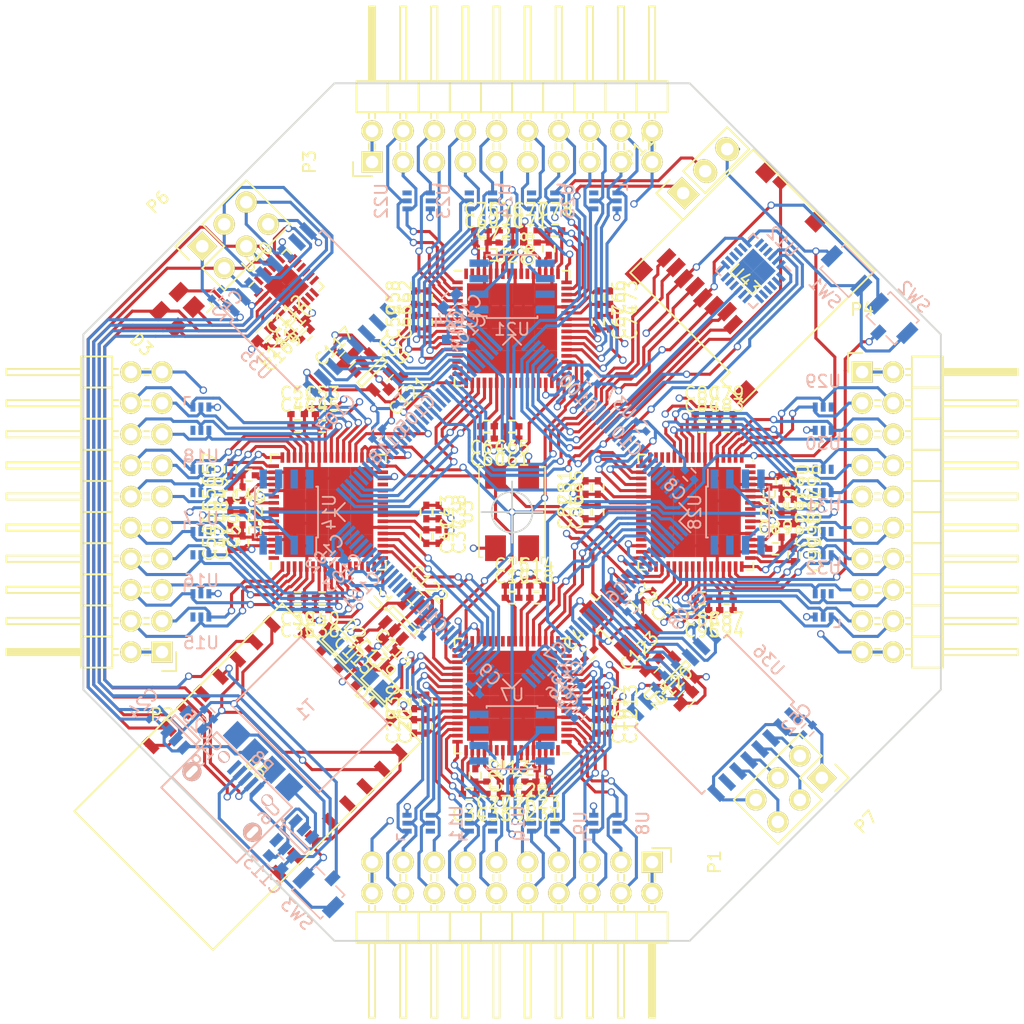
<source format=kicad_pcb>
(kicad_pcb (version 4) (host pcbnew 4.0.6-e0-6349~53~ubuntu14.04.1)
  (layers (0 F.Cu signal) (1 In1.Cu power) (2 In2.Cu power) (31 B.Cu signal) (34 B.Paste user) (35 F.Paste user) (36 B.SilkS user) (37 F.SilkS user) (38 B.Mask user) (39 F.Mask user) (44 Edge.Cuts user))
  (net 0 "")
  (net 1 "Net-(C3-Pad2)")
  (net 2 "Net-(C4-Pad2)")
  (net 3 NRST)
  (net 4 VDD)
  (net 5 AVDD)
  (net 6 SPI4_SCK)
  (net 7 AD4_RESET)
  (net 8 SPI4_NSS)
  (net 9 SPI4_MISO)
  (net 10 SPI4_MOSI)
  (net 11 USART2_TX)
  (net 12 USART2_RX)
  (net 13 AD1_DRDY)
  (net 14 AD1_START)
  (net 15 AD1_RESET)
  (net 16 USART1_TX)
  (net 17 USART1_RX)
  (net 18 SWDIO)
  (net 19 SWCLK)
  (net 20 SPI3_NSS)
  (net 21 AD3_DRDY)
  (net 22 SPI3_SCK)
  (net 23 SPI3_MISO)
  (net 24 SPI3_MOSI)
  (net 25 AD3_START)
  (net 26 AD3_RESET)
  (net 27 AD4_DRDY)
  (net 28 AD4_START)
  (net 29 XTAL)
  (net 30 "Net-(C14-Pad1)")
  (net 31 IOVDD)
  (net 32 "Net-(C22-Pad1)")
  (net 33 GND)
  (net 34 "Net-(C28-Pad2)")
  (net 35 /ADC1/REF_OUT)
  (net 36 "Net-(C37-Pad1)")
  (net 37 "Net-(C46-Pad1)")
  (net 38 "Net-(C50-Pad2)")
  (net 39 /ADC2/REF_OUT)
  (net 40 "Net-(C60-Pad1)")
  (net 41 "Net-(C68-Pad1)")
  (net 42 "Net-(C72-Pad2)")
  (net 43 /ADC3/REF_OUT)
  (net 44 "Net-(C81-Pad1)")
  (net 45 "Net-(C89-Pad1)")
  (net 46 "Net-(C93-Pad2)")
  (net 47 /ADC4/REF_OUT)
  (net 48 SPI1_NSS)
  (net 49 SPI1_SCK)
  (net 50 SPI1_MISO)
  (net 51 SPI1_MOSI)
  (net 52 AD2_DRDY)
  (net 53 SPI2_NSS)
  (net 54 SPI2_SCK)
  (net 55 SPI2_MISO)
  (net 56 SPI2_MOSI)
  (net 57 AD2_START)
  (net 58 AD2_RESET)
  (net 59 /ADC1/AIN0-)
  (net 60 /ADC1/AIN0+)
  (net 61 /ADC1/AIN1-)
  (net 62 /ADC1/AIN1+)
  (net 63 /ADC1/AIN2-)
  (net 64 /ADC1/AIN2+)
  (net 65 /ADC1/AIN3-)
  (net 66 /ADC1/AIN3+)
  (net 67 /ADC1/GPIO0)
  (net 68 /ADC1/GPIO1)
  (net 69 /ADC1/GPIO2)
  (net 70 /ADC1/ALERT)
  (net 71 /ADC1/DOUT3)
  (net 72 /ADC1/DOUT2)
  (net 73 /ADC1/DOUT1)
  (net 74 /ADC1/DOUT0)
  (net 75 /ADC1/DCLK)
  (net 76 AD1_SYNC_IN)
  (net 77 /ADC1/AIN7+)
  (net 78 /ADC1/AIN7-)
  (net 79 /ADC1/AIN6+)
  (net 80 /ADC1/AIN6-)
  (net 81 /ADC1/AIN5+)
  (net 82 /ADC1/AIN5-)
  (net 83 /ADC1/AIN4+)
  (net 84 /ADC1/AIN4-)
  (net 85 /ADC1/VCM)
  (net 86 /ADC1/AUXAIN+)
  (net 87 /ADC1/AUXAIN-)
  (net 88 /ADC2/AIN0-)
  (net 89 /ADC2/AIN0+)
  (net 90 /ADC2/AIN1-)
  (net 91 /ADC2/AIN1+)
  (net 92 /ADC2/AIN2-)
  (net 93 /ADC2/AIN2+)
  (net 94 /ADC2/AIN3-)
  (net 95 /ADC2/AIN3+)
  (net 96 /ADC2/GPIO0)
  (net 97 /ADC2/GPIO1)
  (net 98 /ADC2/GPIO2)
  (net 99 /ADC2/ALERT)
  (net 100 /ADC2/DOUT3)
  (net 101 /ADC2/DOUT2)
  (net 102 /ADC2/DOUT1)
  (net 103 /ADC2/DOUT0)
  (net 104 /ADC2/DCLK)
  (net 105 AD2_SYNC_OUT)
  (net 106 /ADC2/AIN7+)
  (net 107 /ADC2/AIN7-)
  (net 108 /ADC2/AIN6+)
  (net 109 /ADC2/AIN6-)
  (net 110 /ADC2/AIN5+)
  (net 111 /ADC2/AIN5-)
  (net 112 /ADC2/AIN4+)
  (net 113 /ADC2/AIN4-)
  (net 114 /ADC2/VCM)
  (net 115 /ADC2/AUXAIN+)
  (net 116 /ADC2/AUXAIN-)
  (net 117 /ADC3/AIN0-)
  (net 118 /ADC3/AIN0+)
  (net 119 /ADC3/AIN1-)
  (net 120 /ADC3/AIN1+)
  (net 121 /ADC3/AIN2-)
  (net 122 /ADC3/AIN2+)
  (net 123 /ADC3/AIN3-)
  (net 124 /ADC3/AIN3+)
  (net 125 /ADC3/GPIO0)
  (net 126 /ADC3/GPIO1)
  (net 127 /ADC3/GPIO2)
  (net 128 /ADC3/ALERT)
  (net 129 /ADC3/DOUT3)
  (net 130 /ADC3/DOUT2)
  (net 131 /ADC3/DOUT1)
  (net 132 /ADC3/DOUT0)
  (net 133 /ADC3/DCLK)
  (net 134 AD3_SYNC_OUT)
  (net 135 /ADC3/AIN7+)
  (net 136 /ADC3/AIN7-)
  (net 137 /ADC3/AIN6+)
  (net 138 /ADC3/AIN6-)
  (net 139 /ADC3/AIN5+)
  (net 140 /ADC3/AIN5-)
  (net 141 /ADC3/AIN4+)
  (net 142 /ADC3/AIN4-)
  (net 143 /ADC3/VCM)
  (net 144 /ADC3/AUXAIN+)
  (net 145 /ADC3/AUXAIN-)
  (net 146 /ADC4/AIN0-)
  (net 147 /ADC4/AIN0+)
  (net 148 /ADC4/AIN1-)
  (net 149 /ADC4/AIN1+)
  (net 150 /ADC4/AIN2-)
  (net 151 /ADC4/AIN2+)
  (net 152 /ADC4/AIN3-)
  (net 153 /ADC4/AIN3+)
  (net 154 /ADC4/GPIO0)
  (net 155 /ADC4/GPIO1)
  (net 156 /ADC4/GPIO2)
  (net 157 /ADC4/ALERT)
  (net 158 /ADC4/DOUT3)
  (net 159 /ADC4/DOUT2)
  (net 160 /ADC4/DOUT1)
  (net 161 /ADC4/DOUT0)
  (net 162 /ADC4/DCLK)
  (net 163 AD4_SYNC_OUT)
  (net 164 /ADC4/AIN7+)
  (net 165 /ADC4/AIN7-)
  (net 166 /ADC4/AIN6+)
  (net 167 /ADC4/AIN6-)
  (net 168 /ADC4/AIN5+)
  (net 169 /ADC4/AIN5-)
  (net 170 /ADC4/AIN4+)
  (net 171 /ADC4/AIN4-)
  (net 172 /ADC4/VCM)
  (net 173 /ADC4/AUXAIN+)
  (net 174 /ADC4/AUXAIN-)
  (net 175 "Net-(P1-Pad1)")
  (net 176 "Net-(P2-Pad1)")
  (net 177 "Net-(P3-Pad1)")
  (net 178 "Net-(P4-Pad1)")
  (net 179 "Net-(U3-Pad1)")
  (net 180 "Net-(U7-Pad1)")
  (net 181 "Net-(U7-Pad3)")
  (net 182 "Net-(U7-Pad5)")
  (net 183 "Net-(U7-Pad7)")
  (net 184 "Net-(U7-Pad8)")
  (net 185 "Net-(U8-Pad6)")
  (net 186 "Net-(U9-Pad6)")
  (net 187 "Net-(U10-Pad6)")
  (net 188 "Net-(U11-Pad6)")
  (net 189 "Net-(U14-Pad1)")
  (net 190 "Net-(U14-Pad3)")
  (net 191 "Net-(U14-Pad5)")
  (net 192 "Net-(U14-Pad7)")
  (net 193 "Net-(U14-Pad8)")
  (net 194 "Net-(U15-Pad6)")
  (net 195 "Net-(U16-Pad6)")
  (net 196 "Net-(U17-Pad6)")
  (net 197 "Net-(U18-Pad6)")
  (net 198 "Net-(U21-Pad1)")
  (net 199 "Net-(U21-Pad3)")
  (net 200 "Net-(U21-Pad5)")
  (net 201 "Net-(U21-Pad7)")
  (net 202 "Net-(U21-Pad8)")
  (net 203 "Net-(U22-Pad6)")
  (net 204 "Net-(U23-Pad6)")
  (net 205 "Net-(U24-Pad6)")
  (net 206 "Net-(U25-Pad6)")
  (net 207 "Net-(U28-Pad1)")
  (net 208 "Net-(U28-Pad3)")
  (net 209 "Net-(U28-Pad5)")
  (net 210 "Net-(U28-Pad7)")
  (net 211 "Net-(U28-Pad8)")
  (net 212 "Net-(U29-Pad6)")
  (net 213 "Net-(U30-Pad6)")
  (net 214 "Net-(U31-Pad6)")
  (net 215 "Net-(U32-Pad6)")
  (net 216 /ADC1/REF1+)
  (net 217 /ADC2/REF1+)
  (net 218 V+)
  (net 219 /ADC3/REF1+)
  (net 220 /ADC4/REF1+)
  (net 221 USART2_CTS)
  (net 222 USART2_RTS)
  (net 223 USART1_CTS)
  (net 224 USART1_RTS)
  (net 225 "Net-(U5-Pad9)")
  (net 226 "Net-(U5-Pad10)")
  (net 227 "Net-(U5-Pad11)")
  (net 228 "Net-(U5-Pad12)")
  (net 229 "Net-(U5-Pad13)")
  (net 230 "Net-(U5-Pad14)")
  (net 231 "Net-(U5-Pad19)")
  (net 232 "Net-(U5-Pad20)")
  (net 233 "Net-(U5-Pad6)")
  (net 234 "Net-(U5-Pad5)")
  (net 235 "Net-(U5-Pad4)")
  (net 236 "Net-(U5-Pad2)")
  (net 237 "Net-(U5-Pad1)")
  (net 238 "Net-(U35-Pad7)")
  (net 239 "Net-(U35-Pad10)")
  (net 240 "Net-(U36-Pad7)")
  (net 241 "Net-(U36-Pad10)")
  (net 242 "Net-(U37-Pad12)")
  (net 243 "Net-(U37-Pad13)")
  (net 244 "Net-(U37-Pad14)")
  (net 245 "Net-(U37-Pad22)")
  (net 246 "Net-(U37-Pad26)")
  (net 247 "Net-(U37-Pad48)")
  (net 248 "Net-(U37-Pad49)")
  (net 249 "Net-(U37-Pad50)")
  (net 250 "Net-(U37-Pad53)")
  (net 251 "Net-(U37-Pad55)")
  (net 252 "Net-(U37-Pad56)")
  (net 253 "Net-(U37-Pad57)")
  (net 254 "Net-(U37-Pad58)")
  (net 255 "Net-(U37-Pad59)")
  (net 256 "Net-(U37-Pad60)")
  (net 257 "Net-(U37-Pad63)")
  (net 258 "Net-(U37-Pad64)")
  (net 259 "Net-(U37-Pad65)")
  (net 260 "Net-(U37-Pad68)")
  (net 261 "Net-(U37-Pad86)")
  (net 262 "Net-(U37-Pad87)")
  (net 263 "Net-(U37-Pad88)")
  (net 264 "Net-(U37-Pad89)")
  (net 265 "Net-(U37-Pad91)")
  (net 266 "Net-(U37-Pad92)")
  (net 267 "Net-(U37-Pad96)")
  (net 268 "Net-(U37-Pad114)")
  (net 269 "Net-(U37-Pad115)")
  (net 270 "Net-(U37-Pad123)")
  (net 271 "Net-(U37-Pad125)")
  (net 272 "Net-(U37-Pad126)")
  (net 273 "Net-(U37-Pad132)")
  (net 274 "Net-(U37-Pad139)")
  (net 275 "Net-(U37-Pad140)")
  (net 276 "Net-(U37-Pad143)")
  (net 277 "Net-(U37-Pad28)")
  (net 278 "Net-(U37-Pad29)")
  (net 279 "Net-(U37-Pad66)")
  (net 280 "Net-(U37-Pad67)")
  (net 281 SPI5_MOSI)
  (net 282 SPI5_MISO)
  (net 283 SPI5_SCK)
  (net 284 SPI5_NSS)
  (net 285 V+_ISO_UART)
  (net 286 GND_ISO_SPI)
  (net 287 V+_ISO_SPI)
  (net 288 "Net-(T1-Pad1)")
  (net 289 "Net-(U6-Pad6)")
  (net 290 "Net-(T1-Pad4)")
  (net 291 "Net-(D2-Pad2)")
  (net 292 "Net-(D1-Pad2)")
  (net 293 "Net-(U40-Pad1)")
  (net 294 "Net-(U40-Pad10)")
  (net 295 "Net-(U40-Pad11)")
  (net 296 "Net-(U40-Pad12)")
  (net 297 "Net-(U40-Pad13)")
  (net 298 "Net-(U40-Pad14)")
  (net 299 "Net-(U40-Pad15)")
  (net 300 "Net-(U40-Pad16)")
  (net 301 "Net-(U40-Pad17)")
  (net 302 "Net-(U40-Pad22)")
  (net 303 "Net-(U40-Pad23)")
  (net 304 "Net-(U40-Pad24)")
  (net 305 "Net-(P8-Pad5)")
  (net 306 D+_USB)
  (net 307 D-_USB)
  (net 308 UART_RX_USB)
  (net 309 UART_CTS_USB)
  (net 310 UART_TX_USB)
  (net 311 UART_RTS_USB)
  (net 312 VIO_USB)
  (net 313 RSTb_USB)
  (net 314 SPI_NSS_ISO)
  (net 315 SPI_SCK_ISO)
  (net 316 SPI_MOSI_ISO)
  (net 317 SPI_MISO_ISO)
  (net 318 "Net-(U37-Pad2)")
  (net 319 "Net-(U37-Pad7)")
  (net 320 "Net-(U37-Pad44)")
  (net 321 "Net-(U37-Pad45)")
  (net 322 USART3_TX)
  (net 323 USART3_RX)
  (net 324 USART3_CTS)
  (net 325 USART3_RTS)
  (net 326 "Net-(U37-Pad82)")
  (net 327 SPI6_NSS)
  (net 328 SDIO_D0)
  (net 329 SDIO_D1)
  (net 330 SDIO_D2)
  (net 331 SDIO_D3)
  (net 332 SDIO_CK)
  (net 333 SDIO_CMD)
  (net 334 "Net-(U37-Pad117)")
  (net 335 "Net-(U37-Pad124)")
  (net 336 SPI6_MISO)
  (net 337 SPI6_SCK)
  (net 338 SPI6_MOSI)
  (net 339 "Net-(U37-Pad136)")
  (net 340 "Net-(U37-Pad138)")
  (net 341 "Net-(U37-Pad141)")
  (net 342 "Net-(U37-Pad142)")
  (net 343 SDIO_DETECT)
  (net 344 I2C2_SCL)
  (net 345 I2C2_SDA)
  (net 346 "Net-(U37-Pad100)")
  (net 347 "Net-(U37-Pad8)")
  (net 348 "Net-(U37-Pad9)")
  (net 349 "Net-(U12-Pad1)")
  (net 350 "Net-(U12-Pad2)")
  (net 351 "Net-(U12-Pad3)")
  (net 352 "Net-(U12-Pad4)")
  (net 353 "Net-(U12-Pad5)")
  (net 354 "Net-(U12-Pad6)")
  (net 355 "Net-(U12-Pad7)")
  (net 356 "Net-(U12-Pad8)")
  (net 357 "Net-(U12-Pad10)")
  (net 358 "Net-(U12-Pad11)")
  (net 359 "Net-(U12-Pad12)")
  (net 360 "Net-(U12-Pad14)")
  (net 361 "Net-(U12-Pad15)")
  (net 362 "Net-(U12-Pad16)")
  (net 363 "Net-(U12-Pad17)")
  (net 364 "Net-(U12-Pad19)")
  (net 365 "Net-(U12-Pad20)")
  (net 366 "Net-(U12-Pad21)")
  (net 367 "Net-(C102-Pad1)")
  (net 368 "Net-(C124-Pad1)")
  (net 369 "Net-(U37-Pad25)")
  (net 370 "Net-(U43-Pad1)")
  (net 371 "Net-(U19-Pad4)")
  (net 372 VDD_USB)
  (net 373 BOOT_WIFI)
  (net 374 BOOT0)
  (net 375 GND_ISO_UART)
  (net 376 VCC_WIFI)
  (module ESP-12E:ESP-12E (layer F.Cu) (at -21.59 21.59 135)
    (fp_text reference U5 (at 0 1 135) (layer F.SilkS))
    (fp_text value ESP-12F)
    (pad 9 smd rect (at -5 11.6 135) (size 0.7 1) (layers F.Cu F.Paste F.Mask) (net 225 "Net-(U5-Pad9)"))
    (pad 10 smd rect (at -3 11.6 135) (size 0.7 1) (layers F.Cu F.Paste F.Mask) (net 226 "Net-(U5-Pad10)"))
    (pad 11 smd rect (at -1 11.6 135) (size 0.7 1) (layers F.Cu F.Paste F.Mask) (net 227 "Net-(U5-Pad11)"))
    (pad 12 smd rect (at 1 11.6 135) (size 0.7 1) (layers F.Cu F.Paste F.Mask) (net 228 "Net-(U5-Pad12)"))
    (pad 13 smd rect (at 3 11.6 135) (size 0.7 1) (layers F.Cu F.Paste F.Mask) (net 229 "Net-(U5-Pad13)"))
    (pad 14 smd rect (at 5 11.6 135) (size 0.7 1) (layers F.Cu F.Paste F.Mask) (net 230 "Net-(U5-Pad14)"))
    (pad 15 smd rect (at 7.4 10.2 135) (size 1.4 0.7) (layers F.Cu F.Paste F.Mask) (net 375 GND_ISO_UART))
    (pad 16 smd rect (at 7.4 8.2 135) (size 1.4 0.7) (layers F.Cu F.Paste F.Mask) (net 311 UART_RTS_USB))
    (pad 17 smd rect (at 7.4 6.2 135) (size 1.4 0.7) (layers F.Cu F.Paste F.Mask) (net 376 VCC_WIFI))
    (pad 18 smd rect (at 7.4 4.2 135) (size 1.4 0.7) (layers F.Cu F.Paste F.Mask) (net 373 BOOT_WIFI))
    (pad 19 smd rect (at 7.4 2.2 135) (size 1.4 0.7) (layers F.Cu F.Paste F.Mask) (net 231 "Net-(U5-Pad19)"))
    (pad 20 smd rect (at 7.4 0.2 135) (size 1.4 0.7) (layers F.Cu F.Paste F.Mask) (net 232 "Net-(U5-Pad20)"))
    (pad 21 smd rect (at 7.4 -1.8 135) (size 1.4 0.7) (layers F.Cu F.Paste F.Mask) (net 308 UART_RX_USB))
    (pad 22 smd rect (at 7.4 -3.8 135) (size 1.4 0.7) (layers F.Cu F.Paste F.Mask) (net 310 UART_TX_USB))
    (pad 8 smd rect (at -7.4 10.2 135) (size 1.4 0.7) (layers F.Cu F.Paste F.Mask) (net 376 VCC_WIFI))
    (pad 7 smd rect (at -7.4 8.2 135) (size 1.4 0.7) (layers F.Cu F.Paste F.Mask) (net 309 UART_CTS_USB))
    (pad 6 smd rect (at -7.4 6.2 135) (size 1.4 0.7) (layers F.Cu F.Paste F.Mask) (net 233 "Net-(U5-Pad6)"))
    (pad 5 smd rect (at -7.4 4.2 135) (size 1.4 0.7) (layers F.Cu F.Paste F.Mask) (net 234 "Net-(U5-Pad5)"))
    (pad 4 smd rect (at -7.4 2.2 135) (size 1.4 0.7) (layers F.Cu F.Paste F.Mask) (net 235 "Net-(U5-Pad4)"))
    (pad 3 smd rect (at -7.4 0.2 135) (size 1.4 0.7) (layers F.Cu F.Paste F.Mask) (net 376 VCC_WIFI))
    (pad 2 smd rect (at -7.4 -1.8 135) (size 1.4 0.7) (layers F.Cu F.Paste F.Mask) (net 236 "Net-(U5-Pad2)"))
    (pad 1 smd rect (at -7.4 -3.8 135) (size 1.4 0.7) (layers F.Cu F.Paste F.Mask) (net 237 "Net-(U5-Pad1)"))
  )
  (module Socket_Strips:Socket_Strip_Straight_1x03 (layer F.Cu) (at 13.97 -26.035 45)
    (fp_text reference P11 (at 0 -5.1 45) (layer F.SilkS))
    (fp_text value CONN_01X03)
    (pad 1 thru_hole rect (at 0 0 45) (size 1.7272 2.032) (drill 1.016) (layers *.Cu *.Mask F.SilkS) (net 19 SWCLK))
    (pad 2 thru_hole oval (at 2.54 0 45) (size 1.7272 2.032) (drill 1.016) (layers *.Cu *.Mask F.SilkS) (net 18 SWDIO))
    (pad 3 thru_hole oval (at 5.08 0 45) (size 1.7272 2.032) (drill 1.016) (layers *.Cu *.Mask F.SilkS) (net 3 NRST))
  )
  (module TO_SOT_Packages_SMD:SOT-23-5 (layer F.Cu) (at -11.43 -11.43 315)
    (fp_text reference U39 (at -0.05 -2.55 315) (layer F.SilkS))
    (fp_text value ADP7118AUJZ-3.3_TSOT)
    (pad 1 smd rect (at -1.1 -0.95 315) (size 1.06 0.65) (layers F.Cu F.Paste F.Mask) (net 218 V+))
    (pad 2 smd rect (at -1.1 0 315) (size 1.06 0.65) (layers F.Cu F.Paste F.Mask) (net 33 GND))
    (pad 3 smd rect (at -1.1 0.95 315) (size 1.06 0.65) (layers F.Cu F.Paste F.Mask) (net 218 V+))
    (pad 4 smd rect (at 1.1 0.95 315) (size 1.06 0.65) (layers F.Cu F.Paste F.Mask) (net 4 VDD))
    (pad 5 smd rect (at 1.1 -0.95 315) (size 1.06 0.65) (layers F.Cu F.Paste F.Mask) (net 4 VDD))
  )
  (module TO_SOT_Packages_SMD:SOT-23-5 (layer F.Cu) (at -8.89 8.89 45)
    (fp_text reference U1 (at -0.05 -2.55 45) (layer F.SilkS))
    (fp_text value ADP7118AUJZ-3.3_TSOT)
    (pad 1 smd rect (at -1.1 -0.95 45) (size 1.06 0.65) (layers F.Cu F.Paste F.Mask) (net 218 V+))
    (pad 2 smd rect (at -1.1 0 45) (size 1.06 0.65) (layers F.Cu F.Paste F.Mask) (net 33 GND))
    (pad 3 smd rect (at -1.1 0.95 45) (size 1.06 0.65) (layers F.Cu F.Paste F.Mask) (net 218 V+))
    (pad 4 smd rect (at 1.1 0.95 45) (size 1.06 0.65) (layers F.Cu F.Paste F.Mask) (net 5 AVDD))
    (pad 5 smd rect (at 1.1 -0.95 45) (size 1.06 0.65) (layers F.Cu F.Paste F.Mask) (net 5 AVDD))
  )
  (module TO_SOT_Packages_SMD:SOT-23-5 (layer F.Cu) (at 13.335 13.335 135)
    (fp_text reference U2 (at -0.05 -2.55 135) (layer F.SilkS))
    (fp_text value ADP7118AUJZ-3.3_TSOT)
    (pad 1 smd rect (at -1.1 -0.95 135) (size 1.06 0.65) (layers F.Cu F.Paste F.Mask) (net 218 V+))
    (pad 2 smd rect (at -1.1 0 135) (size 1.06 0.65) (layers F.Cu F.Paste F.Mask) (net 33 GND))
    (pad 3 smd rect (at -1.1 0.95 135) (size 1.06 0.65) (layers F.Cu F.Paste F.Mask) (net 218 V+))
    (pad 4 smd rect (at 1.1 0.95 135) (size 1.06 0.65) (layers F.Cu F.Paste F.Mask) (net 31 IOVDD))
    (pad 5 smd rect (at 1.1 -0.95 135) (size 1.06 0.65) (layers F.Cu F.Paste F.Mask) (net 31 IOVDD))
  )
  (module 473521001 (layer F.Cu) (at 19.685 -19.685 315)
    (fp_text reference U43 (at 0 1 315) (layer F.SilkS))
    (fp_text value 473521001)
    (pad "" smd rect (at 6.6 7.65 315) (size 1.4 1.9) (layers F.Cu F.Paste F.Mask))
    (pad "" smd rect (at -6.55 6.65 315) (size 1.4 1.9) (layers F.Cu F.Paste F.Mask))
    (pad "" smd rect (at 0.75 -6.5 315) (size 1.3 1.4) (layers F.Cu F.Paste F.Mask))
    (pad "" smd rect (at -4.95 -6.5 315) (size 1.3 1.4) (layers F.Cu F.Paste F.Mask))
    (pad 1 smd rect (at 1.94 4.26 315) (size 0.8 1.5) (layers F.Cu F.Paste F.Mask) (net 370 "Net-(U43-Pad1)"))
    (pad 2 smd rect (at 0.84 3.86 315) (size 0.8 1.5) (layers F.Cu F.Paste F.Mask) (net 331 SDIO_D3))
    (pad 3 smd rect (at -0.26 4.26 315) (size 0.8 1.5) (layers F.Cu F.Paste F.Mask) (net 333 SDIO_CMD))
    (pad 4 smd rect (at -1.36 4.46 315) (size 0.8 1.5) (layers F.Cu F.Paste F.Mask) (net 4 VDD))
    (pad 5 smd rect (at -2.46 4.26 315) (size 0.8 1.5) (layers F.Cu F.Paste F.Mask) (net 332 SDIO_CK))
    (pad 6 smd rect (at -3.56 4.46 315) (size 0.8 1.5) (layers F.Cu F.Paste F.Mask) (net 33 GND))
    (pad 7 smd rect (at -4.66 4.26 315) (size 0.8 1.5) (layers F.Cu F.Paste F.Mask) (net 328 SDIO_D0))
    (pad 8 smd rect (at -5.76 4.26 315) (size 0.8 1.5) (layers F.Cu F.Paste F.Mask) (net 329 SDIO_D1))
    (pad 9 smd rect (at -3.56 -6.72 315) (size 1 0.95) (layers F.Cu F.Paste F.Mask) (net 343 SDIO_DETECT))
  )
  (module Housings_DFN_QFN:QFN-24-1EP_4x4mm_Pitch0.5mm (layer B.Cu) (at 19.685 -19.685 135)
    (fp_text reference U12 (at 0 3.374999 135) (layer B.SilkS) (effects (justify mirror)))
    (fp_text value MPU-6500)
    (pad 1 smd rect (at -1.95 1.25 135) (size 0.85 0.3) (layers B.Cu B.Paste B.Mask) (net 349 "Net-(U12-Pad1)"))
    (pad 2 smd rect (at -1.95 0.75 135) (size 0.85 0.3) (layers B.Cu B.Paste B.Mask) (net 350 "Net-(U12-Pad2)"))
    (pad 3 smd rect (at -1.95 0.25 135) (size 0.85 0.3) (layers B.Cu B.Paste B.Mask) (net 351 "Net-(U12-Pad3)"))
    (pad 4 smd rect (at -1.95 -0.25 135) (size 0.85 0.3) (layers B.Cu B.Paste B.Mask) (net 352 "Net-(U12-Pad4)"))
    (pad 5 smd rect (at -1.95 -0.75 135) (size 0.85 0.3) (layers B.Cu B.Paste B.Mask) (net 353 "Net-(U12-Pad5)"))
    (pad 6 smd rect (at -1.95 -1.25 135) (size 0.85 0.3) (layers B.Cu B.Paste B.Mask) (net 354 "Net-(U12-Pad6)"))
    (pad 7 smd rect (at -1.25 -1.95 45) (size 0.85 0.3) (layers B.Cu B.Paste B.Mask) (net 355 "Net-(U12-Pad7)"))
    (pad 8 smd rect (at -0.75 -1.95 45) (size 0.85 0.3) (layers B.Cu B.Paste B.Mask) (net 356 "Net-(U12-Pad8)"))
    (pad 9 smd rect (at -0.25 -1.95 45) (size 0.85 0.3) (layers B.Cu B.Paste B.Mask) (net 336 SPI6_MISO))
    (pad 10 smd rect (at 0.25 -1.95 45) (size 0.85 0.3) (layers B.Cu B.Paste B.Mask) (net 357 "Net-(U12-Pad10)"))
    (pad 11 smd rect (at 0.75 -1.95 45) (size 0.85 0.3) (layers B.Cu B.Paste B.Mask) (net 358 "Net-(U12-Pad11)"))
    (pad 12 smd rect (at 1.25 -1.95 45) (size 0.85 0.3) (layers B.Cu B.Paste B.Mask) (net 359 "Net-(U12-Pad12)"))
    (pad 13 smd rect (at 1.95 -1.25 135) (size 0.85 0.3) (layers B.Cu B.Paste B.Mask) (net 4 VDD))
    (pad 14 smd rect (at 1.95 -0.75 135) (size 0.85 0.3) (layers B.Cu B.Paste B.Mask) (net 360 "Net-(U12-Pad14)"))
    (pad 15 smd rect (at 1.95 -0.25 135) (size 0.85 0.3) (layers B.Cu B.Paste B.Mask) (net 361 "Net-(U12-Pad15)"))
    (pad 16 smd rect (at 1.95 0.25 135) (size 0.85 0.3) (layers B.Cu B.Paste B.Mask) (net 362 "Net-(U12-Pad16)"))
    (pad 17 smd rect (at 1.95 0.75 135) (size 0.85 0.3) (layers B.Cu B.Paste B.Mask) (net 363 "Net-(U12-Pad17)"))
    (pad 18 smd rect (at 1.95 1.25 135) (size 0.85 0.3) (layers B.Cu B.Paste B.Mask) (net 33 GND))
    (pad 19 smd rect (at 1.25 1.95 45) (size 0.85 0.3) (layers B.Cu B.Paste B.Mask) (net 364 "Net-(U12-Pad19)"))
    (pad 20 smd rect (at 0.75 1.95 45) (size 0.85 0.3) (layers B.Cu B.Paste B.Mask) (net 365 "Net-(U12-Pad20)"))
    (pad 21 smd rect (at 0.25 1.95 45) (size 0.85 0.3) (layers B.Cu B.Paste B.Mask) (net 366 "Net-(U12-Pad21)"))
    (pad 22 smd rect (at -0.25 1.95 45) (size 0.85 0.3) (layers B.Cu B.Paste B.Mask) (net 327 SPI6_NSS))
    (pad 23 smd rect (at -0.75 1.95 45) (size 0.85 0.3) (layers B.Cu B.Paste B.Mask) (net 337 SPI6_SCK))
    (pad 24 smd rect (at -1.25 1.95 45) (size 0.85 0.3) (layers B.Cu B.Paste B.Mask) (net 338 SPI6_MOSI))
    (pad 25 smd rect (at 0.65 -0.65 135) (size 1.3 1.3) (layers B.Cu B.Paste B.Mask))
    (pad 25 smd rect (at 0.65 0.65 135) (size 1.3 1.3) (layers B.Cu B.Paste B.Mask))
    (pad 25 smd rect (at -0.65 -0.65 135) (size 1.3 1.3) (layers B.Cu B.Paste B.Mask))
    (pad 25 smd rect (at -0.65 0.65 135) (size 1.3 1.3) (layers B.Cu B.Paste B.Mask))
  )
  (module Housings_SOIC:SOIC-16_7.5x10.3mm_Pitch1.27mm (layer B.Cu) (at -16.51 -16.51 315)
    (fp_text reference U35 (at 0 6.25 315) (layer B.SilkS) (effects (justify mirror)))
    (fp_text value ADUM1402BRWZ)
    (pad 1 smd rect (at -4.65 4.445 315) (size 1.5 0.6) (layers B.Cu B.Paste B.Mask) (net 285 V+_ISO_UART))
    (pad 2 smd rect (at -4.65 3.175 315) (size 1.5 0.6) (layers B.Cu B.Paste B.Mask) (net 375 GND_ISO_UART))
    (pad 3 smd rect (at -4.65 1.905 315) (size 1.5 0.6) (layers B.Cu B.Paste B.Mask) (net 310 UART_TX_USB))
    (pad 4 smd rect (at -4.65 0.635 315) (size 1.5 0.6) (layers B.Cu B.Paste B.Mask) (net 311 UART_RTS_USB))
    (pad 5 smd rect (at -4.65 -0.635 315) (size 1.5 0.6) (layers B.Cu B.Paste B.Mask) (net 308 UART_RX_USB))
    (pad 6 smd rect (at -4.65 -1.905 315) (size 1.5 0.6) (layers B.Cu B.Paste B.Mask) (net 309 UART_CTS_USB))
    (pad 7 smd rect (at -4.65 -3.175 315) (size 1.5 0.6) (layers B.Cu B.Paste B.Mask) (net 238 "Net-(U35-Pad7)"))
    (pad 8 smd rect (at -4.65 -4.445 315) (size 1.5 0.6) (layers B.Cu B.Paste B.Mask) (net 375 GND_ISO_UART))
    (pad 9 smd rect (at 4.65 -4.445 315) (size 1.5 0.6) (layers B.Cu B.Paste B.Mask) (net 33 GND))
    (pad 10 smd rect (at 4.65 -3.175 315) (size 1.5 0.6) (layers B.Cu B.Paste B.Mask) (net 239 "Net-(U35-Pad10)"))
    (pad 11 smd rect (at 4.65 -1.905 315) (size 1.5 0.6) (layers B.Cu B.Paste B.Mask) (net 224 USART1_RTS))
    (pad 12 smd rect (at 4.65 -0.635 315) (size 1.5 0.6) (layers B.Cu B.Paste B.Mask) (net 16 USART1_TX))
    (pad 13 smd rect (at 4.65 0.635 315) (size 1.5 0.6) (layers B.Cu B.Paste B.Mask) (net 223 USART1_CTS))
    (pad 14 smd rect (at 4.65 1.905 315) (size 1.5 0.6) (layers B.Cu B.Paste B.Mask) (net 17 USART1_RX))
    (pad 15 smd rect (at 4.65 3.175 315) (size 1.5 0.6) (layers B.Cu B.Paste B.Mask) (net 33 GND))
    (pad 16 smd rect (at 4.65 4.445 315) (size 1.5 0.6) (layers B.Cu B.Paste B.Mask) (net 4 VDD))
  )
  (module "SMT_Power_Transformer:SMT Power Transformer" (layer B.Cu) (at -16.51 16.51 45)
    (fp_text reference T1 (at 0 -0.499999 45) (layer B.SilkS) (effects (justify mirror)))
    (fp_text value da2303)
    (pad 7 smd rect (at 5.4 1 45) (size 1.7 1.6) (layers B.Cu B.Paste B.Mask) (net 33 GND))
    (pad 8 smd rect (at 5.4 3 45) (size 1.7 1.6) (layers B.Cu B.Paste B.Mask) (net 292 "Net-(D1-Pad2)"))
    (pad 6 smd rect (at 5.4 -1 45) (size 1.7 1.6) (layers B.Cu B.Paste B.Mask) (net 33 GND))
    (pad 5 smd rect (at 5.4 -3 45) (size 1.7 1.6) (layers B.Cu B.Paste B.Mask) (net 291 "Net-(D2-Pad2)"))
    (pad 4 smd rect (at -5.4 -3 45) (size 1.7 1.6) (layers B.Cu B.Paste B.Mask) (net 290 "Net-(T1-Pad4)"))
    (pad 3 smd rect (at -5.4 -1 45) (size 1.7 1.6) (layers B.Cu B.Paste B.Mask) (net 285 V+_ISO_UART))
    (pad 1 smd rect (at -5.4 3 45) (size 1.7 1.6) (layers B.Cu B.Paste B.Mask) (net 288 "Net-(T1-Pad1)"))
    (pad 2 smd rect (at -5.4 1 45) (size 1.7 1.6) (layers B.Cu B.Paste B.Mask) (net 285 V+_ISO_UART))
  )
  (module Housings_QFP:LQFP-144_20x20mm_Pitch0.5mm (layer B.Cu) (at 0 0 135)
    (fp_text reference U37 (at 0 12.475 135) (layer B.SilkS) (effects (justify mirror)))
    (fp_text value STM32F427ZI_4side_short)
    (pad 1 smd rect (at -10.7 8.75 135) (size 1.55 0.3) (layers B.Cu B.Paste B.Mask) (net 6 SPI4_SCK))
    (pad 2 smd rect (at -10.7 8.25 135) (size 1.55 0.3) (layers B.Cu B.Paste B.Mask) (net 318 "Net-(U37-Pad2)"))
    (pad 3 smd rect (at -10.7 7.75 135) (size 1.55 0.3) (layers B.Cu B.Paste B.Mask) (net 8 SPI4_NSS))
    (pad 4 smd rect (at -10.7 7.25 135) (size 1.55 0.3) (layers B.Cu B.Paste B.Mask) (net 9 SPI4_MISO))
    (pad 5 smd rect (at -10.7 6.75 135) (size 1.55 0.3) (layers B.Cu B.Paste B.Mask) (net 10 SPI4_MOSI))
    (pad 6 smd rect (at -10.7 6.25 135) (size 1.55 0.3) (layers B.Cu B.Paste B.Mask) (net 4 VDD))
    (pad 7 smd rect (at -10.7 5.75 135) (size 1.55 0.3) (layers B.Cu B.Paste B.Mask) (net 319 "Net-(U37-Pad7)"))
    (pad 8 smd rect (at -10.7 5.25 135) (size 1.55 0.3) (layers B.Cu B.Paste B.Mask) (net 347 "Net-(U37-Pad8)"))
    (pad 9 smd rect (at -10.7 4.75 135) (size 1.55 0.3) (layers B.Cu B.Paste B.Mask) (net 348 "Net-(U37-Pad9)"))
    (pad 10 smd rect (at -10.7 4.25 135) (size 1.55 0.3) (layers B.Cu B.Paste B.Mask) (net 21 AD3_DRDY))
    (pad 11 smd rect (at -10.7 3.75 135) (size 1.55 0.3) (layers B.Cu B.Paste B.Mask) (net 25 AD3_START))
    (pad 12 smd rect (at -10.7 3.25 135) (size 1.55 0.3) (layers B.Cu B.Paste B.Mask) (net 242 "Net-(U37-Pad12)"))
    (pad 13 smd rect (at -10.7 2.75 135) (size 1.55 0.3) (layers B.Cu B.Paste B.Mask) (net 243 "Net-(U37-Pad13)"))
    (pad 14 smd rect (at -10.7 2.25 135) (size 1.55 0.3) (layers B.Cu B.Paste B.Mask) (net 244 "Net-(U37-Pad14)"))
    (pad 15 smd rect (at -10.7 1.75 135) (size 1.55 0.3) (layers B.Cu B.Paste B.Mask) (net 26 AD3_RESET))
    (pad 16 smd rect (at -10.7 1.25 135) (size 1.55 0.3) (layers B.Cu B.Paste B.Mask) (net 33 GND))
    (pad 17 smd rect (at -10.7 0.75 135) (size 1.55 0.3) (layers B.Cu B.Paste B.Mask) (net 4 VDD))
    (pad 18 smd rect (at -10.7 0.25 135) (size 1.55 0.3) (layers B.Cu B.Paste B.Mask) (net 284 SPI5_NSS))
    (pad 19 smd rect (at -10.7 -0.25 135) (size 1.55 0.3) (layers B.Cu B.Paste B.Mask) (net 283 SPI5_SCK))
    (pad 20 smd rect (at -10.7 -0.75 135) (size 1.55 0.3) (layers B.Cu B.Paste B.Mask) (net 282 SPI5_MISO))
    (pad 21 smd rect (at -10.7 -1.25 135) (size 1.55 0.3) (layers B.Cu B.Paste B.Mask) (net 281 SPI5_MOSI))
    (pad 22 smd rect (at -10.7 -1.75 135) (size 1.55 0.3) (layers B.Cu B.Paste B.Mask) (net 245 "Net-(U37-Pad22)"))
    (pad 23 smd rect (at -10.7 -2.25 135) (size 1.55 0.3) (layers B.Cu B.Paste B.Mask) (net 1 "Net-(C3-Pad2)"))
    (pad 24 smd rect (at -10.7 -2.75 135) (size 1.55 0.3) (layers B.Cu B.Paste B.Mask) (net 2 "Net-(C4-Pad2)"))
    (pad 25 smd rect (at -10.7 -3.25 135) (size 1.55 0.3) (layers B.Cu B.Paste B.Mask) (net 369 "Net-(U37-Pad25)"))
    (pad 26 smd rect (at -10.7 -3.75 135) (size 1.55 0.3) (layers B.Cu B.Paste B.Mask) (net 246 "Net-(U37-Pad26)"))
    (pad 27 smd rect (at -10.7 -4.25 135) (size 1.55 0.3) (layers B.Cu B.Paste B.Mask) (net 3 NRST))
    (pad 28 smd rect (at -10.7 -4.75 135) (size 1.55 0.3) (layers B.Cu B.Paste B.Mask) (net 277 "Net-(U37-Pad28)"))
    (pad 29 smd rect (at -10.7 -5.25 135) (size 1.55 0.3) (layers B.Cu B.Paste B.Mask) (net 278 "Net-(U37-Pad29)"))
    (pad 30 smd rect (at -10.7 -5.75 135) (size 1.55 0.3) (layers B.Cu B.Paste B.Mask) (net 4 VDD))
    (pad 31 smd rect (at -10.7 -6.25 135) (size 1.55 0.3) (layers B.Cu B.Paste B.Mask) (net 33 GND))
    (pad 32 smd rect (at -10.7 -6.75 135) (size 1.55 0.3) (layers B.Cu B.Paste B.Mask) (net 4 VDD))
    (pad 33 smd rect (at -10.7 -7.25 135) (size 1.55 0.3) (layers B.Cu B.Paste B.Mask) (net 4 VDD))
    (pad 34 smd rect (at -10.7 -7.75 135) (size 1.55 0.3) (layers B.Cu B.Paste B.Mask) (net 221 USART2_CTS))
    (pad 35 smd rect (at -10.7 -8.25 135) (size 1.55 0.3) (layers B.Cu B.Paste B.Mask) (net 222 USART2_RTS))
    (pad 36 smd rect (at -10.7 -8.75 135) (size 1.55 0.3) (layers B.Cu B.Paste B.Mask) (net 11 USART2_TX))
    (pad 37 smd rect (at -8.75 -10.7 45) (size 1.55 0.3) (layers B.Cu B.Paste B.Mask) (net 12 USART2_RX))
    (pad 38 smd rect (at -8.25 -10.7 45) (size 1.55 0.3) (layers B.Cu B.Paste B.Mask) (net 33 GND))
    (pad 39 smd rect (at -7.75 -10.7 45) (size 1.55 0.3) (layers B.Cu B.Paste B.Mask) (net 4 VDD))
    (pad 40 smd rect (at -7.25 -10.7 45) (size 1.55 0.3) (layers B.Cu B.Paste B.Mask) (net 48 SPI1_NSS))
    (pad 41 smd rect (at -6.75 -10.7 45) (size 1.55 0.3) (layers B.Cu B.Paste B.Mask) (net 49 SPI1_SCK))
    (pad 42 smd rect (at -6.25 -10.7 45) (size 1.55 0.3) (layers B.Cu B.Paste B.Mask) (net 50 SPI1_MISO))
    (pad 43 smd rect (at -5.75 -10.7 45) (size 1.55 0.3) (layers B.Cu B.Paste B.Mask) (net 51 SPI1_MOSI))
    (pad 44 smd rect (at -5.25 -10.7 45) (size 1.55 0.3) (layers B.Cu B.Paste B.Mask) (net 320 "Net-(U37-Pad44)"))
    (pad 45 smd rect (at -4.75 -10.7 45) (size 1.55 0.3) (layers B.Cu B.Paste B.Mask) (net 321 "Net-(U37-Pad45)"))
    (pad 46 smd rect (at -4.25 -10.7 45) (size 1.55 0.3) (layers B.Cu B.Paste B.Mask) (net 27 AD4_DRDY))
    (pad 47 smd rect (at -3.75 -10.7 45) (size 1.55 0.3) (layers B.Cu B.Paste B.Mask) (net 28 AD4_START))
    (pad 48 smd rect (at -3.25 -10.7 45) (size 1.55 0.3) (layers B.Cu B.Paste B.Mask) (net 247 "Net-(U37-Pad48)"))
    (pad 49 smd rect (at -2.75 -10.7 45) (size 1.55 0.3) (layers B.Cu B.Paste B.Mask) (net 248 "Net-(U37-Pad49)"))
    (pad 50 smd rect (at -2.25 -10.7 45) (size 1.55 0.3) (layers B.Cu B.Paste B.Mask) (net 249 "Net-(U37-Pad50)"))
    (pad 51 smd rect (at -1.75 -10.7 45) (size 1.55 0.3) (layers B.Cu B.Paste B.Mask) (net 33 GND))
    (pad 52 smd rect (at -1.25 -10.7 45) (size 1.55 0.3) (layers B.Cu B.Paste B.Mask) (net 4 VDD))
    (pad 53 smd rect (at -0.75 -10.7 45) (size 1.55 0.3) (layers B.Cu B.Paste B.Mask) (net 250 "Net-(U37-Pad53)"))
    (pad 54 smd rect (at -0.25 -10.7 45) (size 1.55 0.3) (layers B.Cu B.Paste B.Mask) (net 7 AD4_RESET))
    (pad 55 smd rect (at 0.25 -10.7 45) (size 1.55 0.3) (layers B.Cu B.Paste B.Mask) (net 251 "Net-(U37-Pad55)"))
    (pad 56 smd rect (at 0.75 -10.7 45) (size 1.55 0.3) (layers B.Cu B.Paste B.Mask) (net 252 "Net-(U37-Pad56)"))
    (pad 57 smd rect (at 1.25 -10.7 45) (size 1.55 0.3) (layers B.Cu B.Paste B.Mask) (net 253 "Net-(U37-Pad57)"))
    (pad 58 smd rect (at 1.75 -10.7 45) (size 1.55 0.3) (layers B.Cu B.Paste B.Mask) (net 254 "Net-(U37-Pad58)"))
    (pad 59 smd rect (at 2.25 -10.7 45) (size 1.55 0.3) (layers B.Cu B.Paste B.Mask) (net 255 "Net-(U37-Pad59)"))
    (pad 60 smd rect (at 2.75 -10.7 45) (size 1.55 0.3) (layers B.Cu B.Paste B.Mask) (net 256 "Net-(U37-Pad60)"))
    (pad 61 smd rect (at 3.25 -10.7 45) (size 1.55 0.3) (layers B.Cu B.Paste B.Mask) (net 33 GND))
    (pad 62 smd rect (at 3.75 -10.7 45) (size 1.55 0.3) (layers B.Cu B.Paste B.Mask) (net 4 VDD))
    (pad 63 smd rect (at 4.25 -10.7 45) (size 1.55 0.3) (layers B.Cu B.Paste B.Mask) (net 257 "Net-(U37-Pad63)"))
    (pad 64 smd rect (at 4.75 -10.7 45) (size 1.55 0.3) (layers B.Cu B.Paste B.Mask) (net 258 "Net-(U37-Pad64)"))
    (pad 65 smd rect (at 5.25 -10.7 45) (size 1.55 0.3) (layers B.Cu B.Paste B.Mask) (net 259 "Net-(U37-Pad65)"))
    (pad 66 smd rect (at 5.75 -10.7 45) (size 1.55 0.3) (layers B.Cu B.Paste B.Mask) (net 279 "Net-(U37-Pad66)"))
    (pad 67 smd rect (at 6.25 -10.7 45) (size 1.55 0.3) (layers B.Cu B.Paste B.Mask) (net 280 "Net-(U37-Pad67)"))
    (pad 68 smd rect (at 6.75 -10.7 45) (size 1.55 0.3) (layers B.Cu B.Paste B.Mask) (net 260 "Net-(U37-Pad68)"))
    (pad 69 smd rect (at 7.25 -10.7 45) (size 1.55 0.3) (layers B.Cu B.Paste B.Mask) (net 344 I2C2_SCL))
    (pad 70 smd rect (at 7.75 -10.7 45) (size 1.55 0.3) (layers B.Cu B.Paste B.Mask) (net 345 I2C2_SDA))
    (pad 71 smd rect (at 8.25 -10.7 45) (size 1.55 0.3) (layers B.Cu B.Paste B.Mask) (net 367 "Net-(C102-Pad1)"))
    (pad 72 smd rect (at 8.75 -10.7 45) (size 1.55 0.3) (layers B.Cu B.Paste B.Mask) (net 4 VDD))
    (pad 73 smd rect (at 10.7 -8.75 135) (size 1.55 0.3) (layers B.Cu B.Paste B.Mask) (net 53 SPI2_NSS))
    (pad 74 smd rect (at 10.7 -8.25 135) (size 1.55 0.3) (layers B.Cu B.Paste B.Mask) (net 54 SPI2_SCK))
    (pad 75 smd rect (at 10.7 -7.75 135) (size 1.55 0.3) (layers B.Cu B.Paste B.Mask) (net 55 SPI2_MISO))
    (pad 76 smd rect (at 10.7 -7.25 135) (size 1.55 0.3) (layers B.Cu B.Paste B.Mask) (net 56 SPI2_MOSI))
    (pad 77 smd rect (at 10.7 -6.75 135) (size 1.55 0.3) (layers B.Cu B.Paste B.Mask) (net 322 USART3_TX))
    (pad 78 smd rect (at 10.7 -6.25 135) (size 1.55 0.3) (layers B.Cu B.Paste B.Mask) (net 323 USART3_RX))
    (pad 79 smd rect (at 10.7 -5.75 135) (size 1.55 0.3) (layers B.Cu B.Paste B.Mask) (net 13 AD1_DRDY))
    (pad 80 smd rect (at 10.7 -5.25 135) (size 1.55 0.3) (layers B.Cu B.Paste B.Mask) (net 324 USART3_CTS))
    (pad 81 smd rect (at 10.7 -4.75 135) (size 1.55 0.3) (layers B.Cu B.Paste B.Mask) (net 325 USART3_RTS))
    (pad 82 smd rect (at 10.7 -4.25 135) (size 1.55 0.3) (layers B.Cu B.Paste B.Mask) (net 326 "Net-(U37-Pad82)"))
    (pad 83 smd rect (at 10.7 -3.75 135) (size 1.55 0.3) (layers B.Cu B.Paste B.Mask) (net 33 GND))
    (pad 84 smd rect (at 10.7 -3.25 135) (size 1.55 0.3) (layers B.Cu B.Paste B.Mask) (net 4 VDD))
    (pad 85 smd rect (at 10.7 -2.75 135) (size 1.55 0.3) (layers B.Cu B.Paste B.Mask) (net 14 AD1_START))
    (pad 86 smd rect (at 10.7 -2.25 135) (size 1.55 0.3) (layers B.Cu B.Paste B.Mask) (net 261 "Net-(U37-Pad86)"))
    (pad 87 smd rect (at 10.7 -1.75 135) (size 1.55 0.3) (layers B.Cu B.Paste B.Mask) (net 262 "Net-(U37-Pad87)"))
    (pad 88 smd rect (at 10.7 -1.25 135) (size 1.55 0.3) (layers B.Cu B.Paste B.Mask) (net 263 "Net-(U37-Pad88)"))
    (pad 89 smd rect (at 10.7 -0.75 135) (size 1.55 0.3) (layers B.Cu B.Paste B.Mask) (net 264 "Net-(U37-Pad89)"))
    (pad 90 smd rect (at 10.7 -0.25 135) (size 1.55 0.3) (layers B.Cu B.Paste B.Mask) (net 15 AD1_RESET))
    (pad 91 smd rect (at 10.7 0.25 135) (size 1.55 0.3) (layers B.Cu B.Paste B.Mask) (net 265 "Net-(U37-Pad91)"))
    (pad 92 smd rect (at 10.7 0.75 135) (size 1.55 0.3) (layers B.Cu B.Paste B.Mask) (net 266 "Net-(U37-Pad92)"))
    (pad 93 smd rect (at 10.7 1.25 135) (size 1.55 0.3) (layers B.Cu B.Paste B.Mask) (net 327 SPI6_NSS))
    (pad 94 smd rect (at 10.7 1.75 135) (size 1.55 0.3) (layers B.Cu B.Paste B.Mask) (net 33 GND))
    (pad 95 smd rect (at 10.7 2.25 135) (size 1.55 0.3) (layers B.Cu B.Paste B.Mask) (net 4 VDD))
    (pad 96 smd rect (at 10.7 2.75 135) (size 1.55 0.3) (layers B.Cu B.Paste B.Mask) (net 267 "Net-(U37-Pad96)"))
    (pad 97 smd rect (at 10.7 3.25 135) (size 1.55 0.3) (layers B.Cu B.Paste B.Mask) (net 343 SDIO_DETECT))
    (pad 98 smd rect (at 10.7 3.75 135) (size 1.55 0.3) (layers B.Cu B.Paste B.Mask) (net 328 SDIO_D0))
    (pad 99 smd rect (at 10.7 4.25 135) (size 1.55 0.3) (layers B.Cu B.Paste B.Mask) (net 329 SDIO_D1))
    (pad 100 smd rect (at 10.7 4.75 135) (size 1.55 0.3) (layers B.Cu B.Paste B.Mask) (net 346 "Net-(U37-Pad100)"))
    (pad 101 smd rect (at 10.7 5.25 135) (size 1.55 0.3) (layers B.Cu B.Paste B.Mask) (net 16 USART1_TX))
    (pad 102 smd rect (at 10.7 5.75 135) (size 1.55 0.3) (layers B.Cu B.Paste B.Mask) (net 17 USART1_RX))
    (pad 103 smd rect (at 10.7 6.25 135) (size 1.55 0.3) (layers B.Cu B.Paste B.Mask) (net 223 USART1_CTS))
    (pad 104 smd rect (at 10.7 6.75 135) (size 1.55 0.3) (layers B.Cu B.Paste B.Mask) (net 224 USART1_RTS))
    (pad 105 smd rect (at 10.7 7.25 135) (size 1.55 0.3) (layers B.Cu B.Paste B.Mask) (net 18 SWDIO))
    (pad 106 smd rect (at 10.7 7.75 135) (size 1.55 0.3) (layers B.Cu B.Paste B.Mask) (net 368 "Net-(C124-Pad1)"))
    (pad 107 smd rect (at 10.7 8.25 135) (size 1.55 0.3) (layers B.Cu B.Paste B.Mask) (net 33 GND))
    (pad 108 smd rect (at 10.7 8.75 135) (size 1.55 0.3) (layers B.Cu B.Paste B.Mask) (net 4 VDD))
    (pad 109 smd rect (at 8.75 10.7 45) (size 1.55 0.3) (layers B.Cu B.Paste B.Mask) (net 19 SWCLK))
    (pad 110 smd rect (at 8.25 10.7 45) (size 1.55 0.3) (layers B.Cu B.Paste B.Mask) (net 20 SPI3_NSS))
    (pad 111 smd rect (at 7.75 10.7 45) (size 1.55 0.3) (layers B.Cu B.Paste B.Mask) (net 330 SDIO_D2))
    (pad 112 smd rect (at 7.25 10.7 45) (size 1.55 0.3) (layers B.Cu B.Paste B.Mask) (net 331 SDIO_D3))
    (pad 113 smd rect (at 6.75 10.7 45) (size 1.55 0.3) (layers B.Cu B.Paste B.Mask) (net 332 SDIO_CK))
    (pad 114 smd rect (at 6.25 10.7 45) (size 1.55 0.3) (layers B.Cu B.Paste B.Mask) (net 268 "Net-(U37-Pad114)"))
    (pad 115 smd rect (at 5.75 10.7 45) (size 1.55 0.3) (layers B.Cu B.Paste B.Mask) (net 269 "Net-(U37-Pad115)"))
    (pad 116 smd rect (at 5.25 10.7 45) (size 1.55 0.3) (layers B.Cu B.Paste B.Mask) (net 333 SDIO_CMD))
    (pad 117 smd rect (at 4.75 10.7 45) (size 1.55 0.3) (layers B.Cu B.Paste B.Mask) (net 334 "Net-(U37-Pad117)"))
    (pad 118 smd rect (at 4.25 10.7 45) (size 1.55 0.3) (layers B.Cu B.Paste B.Mask) (net 52 AD2_DRDY))
    (pad 119 smd rect (at 3.75 10.7 45) (size 1.55 0.3) (layers B.Cu B.Paste B.Mask) (net 57 AD2_START))
    (pad 120 smd rect (at 3.25 10.7 45) (size 1.55 0.3) (layers B.Cu B.Paste B.Mask) (net 33 GND))
    (pad 121 smd rect (at 2.75 10.7 45) (size 1.55 0.3) (layers B.Cu B.Paste B.Mask) (net 4 VDD))
    (pad 122 smd rect (at 2.25 10.7 45) (size 1.55 0.3) (layers B.Cu B.Paste B.Mask) (net 58 AD2_RESET))
    (pad 123 smd rect (at 1.75 10.7 45) (size 1.55 0.3) (layers B.Cu B.Paste B.Mask) (net 270 "Net-(U37-Pad123)"))
    (pad 124 smd rect (at 1.25 10.7 45) (size 1.55 0.3) (layers B.Cu B.Paste B.Mask) (net 335 "Net-(U37-Pad124)"))
    (pad 125 smd rect (at 0.75 10.7 45) (size 1.55 0.3) (layers B.Cu B.Paste B.Mask) (net 271 "Net-(U37-Pad125)"))
    (pad 126 smd rect (at 0.25 10.7 45) (size 1.55 0.3) (layers B.Cu B.Paste B.Mask) (net 272 "Net-(U37-Pad126)"))
    (pad 127 smd rect (at -0.25 10.7 45) (size 1.55 0.3) (layers B.Cu B.Paste B.Mask) (net 336 SPI6_MISO))
    (pad 128 smd rect (at -0.75 10.7 45) (size 1.55 0.3) (layers B.Cu B.Paste B.Mask) (net 337 SPI6_SCK))
    (pad 129 smd rect (at -1.25 10.7 45) (size 1.55 0.3) (layers B.Cu B.Paste B.Mask) (net 338 SPI6_MOSI))
    (pad 130 smd rect (at -1.75 10.7 45) (size 1.55 0.3) (layers B.Cu B.Paste B.Mask) (net 33 GND))
    (pad 131 smd rect (at -2.25 10.7 45) (size 1.55 0.3) (layers B.Cu B.Paste B.Mask) (net 4 VDD))
    (pad 132 smd rect (at -2.75 10.7 45) (size 1.55 0.3) (layers B.Cu B.Paste B.Mask) (net 273 "Net-(U37-Pad132)"))
    (pad 133 smd rect (at -3.25 10.7 45) (size 1.55 0.3) (layers B.Cu B.Paste B.Mask) (net 22 SPI3_SCK))
    (pad 134 smd rect (at -3.75 10.7 45) (size 1.55 0.3) (layers B.Cu B.Paste B.Mask) (net 23 SPI3_MISO))
    (pad 135 smd rect (at -4.25 10.7 45) (size 1.55 0.3) (layers B.Cu B.Paste B.Mask) (net 24 SPI3_MOSI))
    (pad 136 smd rect (at -4.75 10.7 45) (size 1.55 0.3) (layers B.Cu B.Paste B.Mask) (net 339 "Net-(U37-Pad136)"))
    (pad 137 smd rect (at -5.25 10.7 45) (size 1.55 0.3) (layers B.Cu B.Paste B.Mask))
    (pad 138 smd rect (at -5.75 10.7 45) (size 1.55 0.3) (layers B.Cu B.Paste B.Mask) (net 340 "Net-(U37-Pad138)"))
    (pad 139 smd rect (at -6.25 10.7 45) (size 1.55 0.3) (layers B.Cu B.Paste B.Mask) (net 274 "Net-(U37-Pad139)"))
    (pad 140 smd rect (at -6.75 10.7 45) (size 1.55 0.3) (layers B.Cu B.Paste B.Mask) (net 275 "Net-(U37-Pad140)"))
    (pad 141 smd rect (at -7.25 10.7 45) (size 1.55 0.3) (layers B.Cu B.Paste B.Mask) (net 341 "Net-(U37-Pad141)"))
    (pad 142 smd rect (at -7.75 10.7 45) (size 1.55 0.3) (layers B.Cu B.Paste B.Mask) (net 342 "Net-(U37-Pad142)"))
    (pad 143 smd rect (at -8.25 10.7 45) (size 1.55 0.3) (layers B.Cu B.Paste B.Mask) (net 276 "Net-(U37-Pad143)"))
    (pad 144 smd rect (at -8.75 10.7 45) (size 1.55 0.3) (layers B.Cu B.Paste B.Mask) (net 4 VDD))
  )
  (module Housings_SOIC:SOIC-16_7.5x10.3mm_Pitch1.27mm (layer B.Cu) (at 16.51 16.51 135)
    (fp_text reference U36 (at 0 6.25 135) (layer B.SilkS) (effects (justify mirror)))
    (fp_text value ISO7341c_spi)
    (pad 1 smd rect (at -4.65 4.445 135) (size 1.5 0.6) (layers B.Cu B.Paste B.Mask) (net 287 V+_ISO_SPI))
    (pad 2 smd rect (at -4.65 3.175 135) (size 1.5 0.6) (layers B.Cu B.Paste B.Mask) (net 286 GND_ISO_SPI))
    (pad 3 smd rect (at -4.65 1.905 135) (size 1.5 0.6) (layers B.Cu B.Paste B.Mask) (net 314 SPI_NSS_ISO))
    (pad 4 smd rect (at -4.65 0.635 135) (size 1.5 0.6) (layers B.Cu B.Paste B.Mask) (net 315 SPI_SCK_ISO))
    (pad 5 smd rect (at -4.65 -0.635 135) (size 1.5 0.6) (layers B.Cu B.Paste B.Mask) (net 316 SPI_MOSI_ISO))
    (pad 6 smd rect (at -4.65 -1.905 135) (size 1.5 0.6) (layers B.Cu B.Paste B.Mask) (net 317 SPI_MISO_ISO))
    (pad 7 smd rect (at -4.65 -3.175 135) (size 1.5 0.6) (layers B.Cu B.Paste B.Mask) (net 240 "Net-(U36-Pad7)"))
    (pad 8 smd rect (at -4.65 -4.445 135) (size 1.5 0.6) (layers B.Cu B.Paste B.Mask) (net 286 GND_ISO_SPI))
    (pad 9 smd rect (at 4.65 -4.445 135) (size 1.5 0.6) (layers B.Cu B.Paste B.Mask) (net 33 GND))
    (pad 10 smd rect (at 4.65 -3.175 135) (size 1.5 0.6) (layers B.Cu B.Paste B.Mask) (net 241 "Net-(U36-Pad10)"))
    (pad 11 smd rect (at 4.65 -1.905 135) (size 1.5 0.6) (layers B.Cu B.Paste B.Mask) (net 282 SPI5_MISO))
    (pad 12 smd rect (at 4.65 -0.635 135) (size 1.5 0.6) (layers B.Cu B.Paste B.Mask) (net 281 SPI5_MOSI))
    (pad 13 smd rect (at 4.65 0.635 135) (size 1.5 0.6) (layers B.Cu B.Paste B.Mask) (net 283 SPI5_SCK))
    (pad 14 smd rect (at 4.65 1.905 135) (size 1.5 0.6) (layers B.Cu B.Paste B.Mask) (net 284 SPI5_NSS))
    (pad 15 smd rect (at 4.65 3.175 135) (size 1.5 0.6) (layers B.Cu B.Paste B.Mask) (net 33 GND))
    (pad 16 smd rect (at 4.65 4.445 135) (size 1.5 0.6) (layers B.Cu B.Paste B.Mask) (net 4 VDD))
  )
  (module Pin_Headers:Pin_Header_Angled_2x10 (layer F.Cu) (at 11.43 28.575 270)
    (fp_text reference P1 (at 0 -5.1 270) (layer F.SilkS))
    (fp_text value CONN_02X10)
    (pad 1 thru_hole rect (at 0 0 270) (size 1.7272 1.7272) (drill 1.016) (layers *.Cu *.Mask F.SilkS) (net 175 "Net-(P1-Pad1)"))
    (pad 2 thru_hole oval (at 2.54 0 270) (size 1.7272 1.7272) (drill 1.016) (layers *.Cu *.Mask F.SilkS) (net 175 "Net-(P1-Pad1)"))
    (pad 3 thru_hole oval (at 0 2.54 270) (size 1.7272 1.7272) (drill 1.016) (layers *.Cu *.Mask F.SilkS) (net 146 /ADC4/AIN0-))
    (pad 4 thru_hole oval (at 2.54 2.54 270) (size 1.7272 1.7272) (drill 1.016) (layers *.Cu *.Mask F.SilkS) (net 147 /ADC4/AIN0+))
    (pad 5 thru_hole oval (at 0 5.08 270) (size 1.7272 1.7272) (drill 1.016) (layers *.Cu *.Mask F.SilkS) (net 148 /ADC4/AIN1-))
    (pad 6 thru_hole oval (at 2.54 5.08 270) (size 1.7272 1.7272) (drill 1.016) (layers *.Cu *.Mask F.SilkS) (net 149 /ADC4/AIN1+))
    (pad 7 thru_hole oval (at 0 7.62 270) (size 1.7272 1.7272) (drill 1.016) (layers *.Cu *.Mask F.SilkS) (net 150 /ADC4/AIN2-))
    (pad 8 thru_hole oval (at 2.54 7.62 270) (size 1.7272 1.7272) (drill 1.016) (layers *.Cu *.Mask F.SilkS) (net 151 /ADC4/AIN2+))
    (pad 9 thru_hole oval (at 0 10.16 270) (size 1.7272 1.7272) (drill 1.016) (layers *.Cu *.Mask F.SilkS) (net 152 /ADC4/AIN3-))
    (pad 10 thru_hole oval (at 2.54 10.16 270) (size 1.7272 1.7272) (drill 1.016) (layers *.Cu *.Mask F.SilkS) (net 153 /ADC4/AIN3+))
    (pad 11 thru_hole oval (at 0 12.7 270) (size 1.7272 1.7272) (drill 1.016) (layers *.Cu *.Mask F.SilkS) (net 171 /ADC4/AIN4-))
    (pad 12 thru_hole oval (at 2.54 12.7 270) (size 1.7272 1.7272) (drill 1.016) (layers *.Cu *.Mask F.SilkS) (net 170 /ADC4/AIN4+))
    (pad 13 thru_hole oval (at 0 15.24 270) (size 1.7272 1.7272) (drill 1.016) (layers *.Cu *.Mask F.SilkS) (net 169 /ADC4/AIN5-))
    (pad 14 thru_hole oval (at 2.54 15.24 270) (size 1.7272 1.7272) (drill 1.016) (layers *.Cu *.Mask F.SilkS) (net 168 /ADC4/AIN5+))
    (pad 15 thru_hole oval (at 0 17.78 270) (size 1.7272 1.7272) (drill 1.016) (layers *.Cu *.Mask F.SilkS) (net 167 /ADC4/AIN6-))
    (pad 16 thru_hole oval (at 2.54 17.78 270) (size 1.7272 1.7272) (drill 1.016) (layers *.Cu *.Mask F.SilkS) (net 166 /ADC4/AIN6+))
    (pad 17 thru_hole oval (at 0 20.32 270) (size 1.7272 1.7272) (drill 1.016) (layers *.Cu *.Mask F.SilkS) (net 165 /ADC4/AIN7-))
    (pad 18 thru_hole oval (at 2.54 20.32 270) (size 1.7272 1.7272) (drill 1.016) (layers *.Cu *.Mask F.SilkS) (net 164 /ADC4/AIN7+))
    (pad 19 thru_hole oval (at 0 22.86 270) (size 1.7272 1.7272) (drill 1.016) (layers *.Cu *.Mask F.SilkS) (net 33 GND))
    (pad 20 thru_hole oval (at 2.54 22.86 270) (size 1.7272 1.7272) (drill 1.016) (layers *.Cu *.Mask F.SilkS) (net 33 GND))
  )
  (module Pin_Headers:Pin_Header_Angled_2x10 (layer F.Cu) (at -28.575 11.43 180)
    (fp_text reference P2 (at 0 -5.1 180) (layer F.SilkS))
    (fp_text value CONN_02X10)
    (pad 1 thru_hole rect (at 0 0 180) (size 1.7272 1.7272) (drill 1.016) (layers *.Cu *.Mask F.SilkS) (net 176 "Net-(P2-Pad1)"))
    (pad 2 thru_hole oval (at 2.54 0 180) (size 1.7272 1.7272) (drill 1.016) (layers *.Cu *.Mask F.SilkS) (net 176 "Net-(P2-Pad1)"))
    (pad 3 thru_hole oval (at 0 2.54 180) (size 1.7272 1.7272) (drill 1.016) (layers *.Cu *.Mask F.SilkS) (net 59 /ADC1/AIN0-))
    (pad 4 thru_hole oval (at 2.54 2.54 180) (size 1.7272 1.7272) (drill 1.016) (layers *.Cu *.Mask F.SilkS) (net 60 /ADC1/AIN0+))
    (pad 5 thru_hole oval (at 0 5.08 180) (size 1.7272 1.7272) (drill 1.016) (layers *.Cu *.Mask F.SilkS) (net 61 /ADC1/AIN1-))
    (pad 6 thru_hole oval (at 2.54 5.08 180) (size 1.7272 1.7272) (drill 1.016) (layers *.Cu *.Mask F.SilkS) (net 62 /ADC1/AIN1+))
    (pad 7 thru_hole oval (at 0 7.62 180) (size 1.7272 1.7272) (drill 1.016) (layers *.Cu *.Mask F.SilkS) (net 63 /ADC1/AIN2-))
    (pad 8 thru_hole oval (at 2.54 7.62 180) (size 1.7272 1.7272) (drill 1.016) (layers *.Cu *.Mask F.SilkS) (net 64 /ADC1/AIN2+))
    (pad 9 thru_hole oval (at 0 10.16 180) (size 1.7272 1.7272) (drill 1.016) (layers *.Cu *.Mask F.SilkS) (net 65 /ADC1/AIN3-))
    (pad 10 thru_hole oval (at 2.54 10.16 180) (size 1.7272 1.7272) (drill 1.016) (layers *.Cu *.Mask F.SilkS) (net 66 /ADC1/AIN3+))
    (pad 11 thru_hole oval (at 0 12.7 180) (size 1.7272 1.7272) (drill 1.016) (layers *.Cu *.Mask F.SilkS) (net 84 /ADC1/AIN4-))
    (pad 12 thru_hole oval (at 2.54 12.7 180) (size 1.7272 1.7272) (drill 1.016) (layers *.Cu *.Mask F.SilkS) (net 83 /ADC1/AIN4+))
    (pad 13 thru_hole oval (at 0 15.24 180) (size 1.7272 1.7272) (drill 1.016) (layers *.Cu *.Mask F.SilkS) (net 82 /ADC1/AIN5-))
    (pad 14 thru_hole oval (at 2.54 15.24 180) (size 1.7272 1.7272) (drill 1.016) (layers *.Cu *.Mask F.SilkS) (net 81 /ADC1/AIN5+))
    (pad 15 thru_hole oval (at 0 17.78 180) (size 1.7272 1.7272) (drill 1.016) (layers *.Cu *.Mask F.SilkS) (net 80 /ADC1/AIN6-))
    (pad 16 thru_hole oval (at 2.54 17.78 180) (size 1.7272 1.7272) (drill 1.016) (layers *.Cu *.Mask F.SilkS) (net 79 /ADC1/AIN6+))
    (pad 17 thru_hole oval (at 0 20.32 180) (size 1.7272 1.7272) (drill 1.016) (layers *.Cu *.Mask F.SilkS) (net 78 /ADC1/AIN7-))
    (pad 18 thru_hole oval (at 2.54 20.32 180) (size 1.7272 1.7272) (drill 1.016) (layers *.Cu *.Mask F.SilkS) (net 77 /ADC1/AIN7+))
    (pad 19 thru_hole oval (at 0 22.86 180) (size 1.7272 1.7272) (drill 1.016) (layers *.Cu *.Mask F.SilkS) (net 33 GND))
    (pad 20 thru_hole oval (at 2.54 22.86 180) (size 1.7272 1.7272) (drill 1.016) (layers *.Cu *.Mask F.SilkS) (net 33 GND))
  )
  (module Pin_Headers:Pin_Header_Angled_2x10 (layer F.Cu) (at -11.43 -28.575 90)
    (fp_text reference P3 (at 0 -5.1 90) (layer F.SilkS))
    (fp_text value CONN_02X10)
    (pad 1 thru_hole rect (at 0 0 90) (size 1.7272 1.7272) (drill 1.016) (layers *.Cu *.Mask F.SilkS) (net 177 "Net-(P3-Pad1)"))
    (pad 2 thru_hole oval (at 2.54 0 90) (size 1.7272 1.7272) (drill 1.016) (layers *.Cu *.Mask F.SilkS) (net 177 "Net-(P3-Pad1)"))
    (pad 3 thru_hole oval (at 0 2.54 90) (size 1.7272 1.7272) (drill 1.016) (layers *.Cu *.Mask F.SilkS) (net 88 /ADC2/AIN0-))
    (pad 4 thru_hole oval (at 2.54 2.54 90) (size 1.7272 1.7272) (drill 1.016) (layers *.Cu *.Mask F.SilkS) (net 89 /ADC2/AIN0+))
    (pad 5 thru_hole oval (at 0 5.08 90) (size 1.7272 1.7272) (drill 1.016) (layers *.Cu *.Mask F.SilkS) (net 90 /ADC2/AIN1-))
    (pad 6 thru_hole oval (at 2.54 5.08 90) (size 1.7272 1.7272) (drill 1.016) (layers *.Cu *.Mask F.SilkS) (net 91 /ADC2/AIN1+))
    (pad 7 thru_hole oval (at 0 7.62 90) (size 1.7272 1.7272) (drill 1.016) (layers *.Cu *.Mask F.SilkS) (net 92 /ADC2/AIN2-))
    (pad 8 thru_hole oval (at 2.54 7.62 90) (size 1.7272 1.7272) (drill 1.016) (layers *.Cu *.Mask F.SilkS) (net 93 /ADC2/AIN2+))
    (pad 9 thru_hole oval (at 0 10.16 90) (size 1.7272 1.7272) (drill 1.016) (layers *.Cu *.Mask F.SilkS) (net 94 /ADC2/AIN3-))
    (pad 10 thru_hole oval (at 2.54 10.16 90) (size 1.7272 1.7272) (drill 1.016) (layers *.Cu *.Mask F.SilkS) (net 95 /ADC2/AIN3+))
    (pad 11 thru_hole oval (at 0 12.7 90) (size 1.7272 1.7272) (drill 1.016) (layers *.Cu *.Mask F.SilkS) (net 113 /ADC2/AIN4-))
    (pad 12 thru_hole oval (at 2.54 12.7 90) (size 1.7272 1.7272) (drill 1.016) (layers *.Cu *.Mask F.SilkS) (net 112 /ADC2/AIN4+))
    (pad 13 thru_hole oval (at 0 15.24 90) (size 1.7272 1.7272) (drill 1.016) (layers *.Cu *.Mask F.SilkS) (net 111 /ADC2/AIN5-))
    (pad 14 thru_hole oval (at 2.54 15.24 90) (size 1.7272 1.7272) (drill 1.016) (layers *.Cu *.Mask F.SilkS) (net 110 /ADC2/AIN5+))
    (pad 15 thru_hole oval (at 0 17.78 90) (size 1.7272 1.7272) (drill 1.016) (layers *.Cu *.Mask F.SilkS) (net 109 /ADC2/AIN6-))
    (pad 16 thru_hole oval (at 2.54 17.78 90) (size 1.7272 1.7272) (drill 1.016) (layers *.Cu *.Mask F.SilkS) (net 108 /ADC2/AIN6+))
    (pad 17 thru_hole oval (at 0 20.32 90) (size 1.7272 1.7272) (drill 1.016) (layers *.Cu *.Mask F.SilkS) (net 107 /ADC2/AIN7-))
    (pad 18 thru_hole oval (at 2.54 20.32 90) (size 1.7272 1.7272) (drill 1.016) (layers *.Cu *.Mask F.SilkS) (net 106 /ADC2/AIN7+))
    (pad 19 thru_hole oval (at 0 22.86 90) (size 1.7272 1.7272) (drill 1.016) (layers *.Cu *.Mask F.SilkS) (net 33 GND))
    (pad 20 thru_hole oval (at 2.54 22.86 90) (size 1.7272 1.7272) (drill 1.016) (layers *.Cu *.Mask F.SilkS) (net 33 GND))
  )
  (module Pin_Headers:Pin_Header_Angled_2x10 (layer F.Cu) (at 28.575 -11.43)
    (fp_text reference P4 (at 0 -5.1) (layer F.SilkS))
    (fp_text value CONN_02X10)
    (pad 1 thru_hole rect (at 0 0) (size 1.7272 1.7272) (drill 1.016) (layers *.Cu *.Mask F.SilkS) (net 178 "Net-(P4-Pad1)"))
    (pad 2 thru_hole oval (at 2.54 0) (size 1.7272 1.7272) (drill 1.016) (layers *.Cu *.Mask F.SilkS) (net 178 "Net-(P4-Pad1)"))
    (pad 3 thru_hole oval (at 0 2.54) (size 1.7272 1.7272) (drill 1.016) (layers *.Cu *.Mask F.SilkS) (net 117 /ADC3/AIN0-))
    (pad 4 thru_hole oval (at 2.54 2.54) (size 1.7272 1.7272) (drill 1.016) (layers *.Cu *.Mask F.SilkS) (net 118 /ADC3/AIN0+))
    (pad 5 thru_hole oval (at 0 5.08) (size 1.7272 1.7272) (drill 1.016) (layers *.Cu *.Mask F.SilkS) (net 119 /ADC3/AIN1-))
    (pad 6 thru_hole oval (at 2.54 5.08) (size 1.7272 1.7272) (drill 1.016) (layers *.Cu *.Mask F.SilkS) (net 120 /ADC3/AIN1+))
    (pad 7 thru_hole oval (at 0 7.62) (size 1.7272 1.7272) (drill 1.016) (layers *.Cu *.Mask F.SilkS) (net 121 /ADC3/AIN2-))
    (pad 8 thru_hole oval (at 2.54 7.62) (size 1.7272 1.7272) (drill 1.016) (layers *.Cu *.Mask F.SilkS) (net 122 /ADC3/AIN2+))
    (pad 9 thru_hole oval (at 0 10.16) (size 1.7272 1.7272) (drill 1.016) (layers *.Cu *.Mask F.SilkS) (net 123 /ADC3/AIN3-))
    (pad 10 thru_hole oval (at 2.54 10.16) (size 1.7272 1.7272) (drill 1.016) (layers *.Cu *.Mask F.SilkS) (net 124 /ADC3/AIN3+))
    (pad 11 thru_hole oval (at 0 12.7) (size 1.7272 1.7272) (drill 1.016) (layers *.Cu *.Mask F.SilkS) (net 142 /ADC3/AIN4-))
    (pad 12 thru_hole oval (at 2.54 12.7) (size 1.7272 1.7272) (drill 1.016) (layers *.Cu *.Mask F.SilkS) (net 141 /ADC3/AIN4+))
    (pad 13 thru_hole oval (at 0 15.24) (size 1.7272 1.7272) (drill 1.016) (layers *.Cu *.Mask F.SilkS) (net 140 /ADC3/AIN5-))
    (pad 14 thru_hole oval (at 2.54 15.24) (size 1.7272 1.7272) (drill 1.016) (layers *.Cu *.Mask F.SilkS) (net 139 /ADC3/AIN5+))
    (pad 15 thru_hole oval (at 0 17.78) (size 1.7272 1.7272) (drill 1.016) (layers *.Cu *.Mask F.SilkS) (net 138 /ADC3/AIN6-))
    (pad 16 thru_hole oval (at 2.54 17.78) (size 1.7272 1.7272) (drill 1.016) (layers *.Cu *.Mask F.SilkS) (net 137 /ADC3/AIN6+))
    (pad 17 thru_hole oval (at 0 20.32) (size 1.7272 1.7272) (drill 1.016) (layers *.Cu *.Mask F.SilkS) (net 136 /ADC3/AIN7-))
    (pad 18 thru_hole oval (at 2.54 20.32) (size 1.7272 1.7272) (drill 1.016) (layers *.Cu *.Mask F.SilkS) (net 135 /ADC3/AIN7+))
    (pad 19 thru_hole oval (at 0 22.86) (size 1.7272 1.7272) (drill 1.016) (layers *.Cu *.Mask F.SilkS) (net 33 GND))
    (pad 20 thru_hole oval (at 2.54 22.86) (size 1.7272 1.7272) (drill 1.016) (layers *.Cu *.Mask F.SilkS) (net 33 GND))
  )
  (module Housings_DFN_QFN:QFN-64-1EP_9x9mm_Pitch0.5mm (layer F.Cu) (at 0 15 180)
    (fp_text reference U13 (at 0 -5.875 180) (layer F.SilkS))
    (fp_text value AD7770)
    (pad 1 smd rect (at -4.45 -3.75 180) (size 0.85 0.3) (layers F.Cu F.Paste F.Mask) (net 146 /ADC4/AIN0-))
    (pad 2 smd rect (at -4.45 -3.25 180) (size 0.85 0.3) (layers F.Cu F.Paste F.Mask) (net 147 /ADC4/AIN0+))
    (pad 3 smd rect (at -4.45 -2.75 180) (size 0.85 0.3) (layers F.Cu F.Paste F.Mask) (net 148 /ADC4/AIN1-))
    (pad 4 smd rect (at -4.45 -2.25 180) (size 0.85 0.3) (layers F.Cu F.Paste F.Mask) (net 149 /ADC4/AIN1+))
    (pad 5 smd rect (at -4.45 -1.75 180) (size 0.85 0.3) (layers F.Cu F.Paste F.Mask) (net 33 GND))
    (pad 6 smd rect (at -4.45 -1.25 180) (size 0.85 0.3) (layers F.Cu F.Paste F.Mask) (net 5 AVDD))
    (pad 7 smd rect (at -4.45 -0.75 180) (size 0.85 0.3) (layers F.Cu F.Paste F.Mask) (net 33 GND))
    (pad 8 smd rect (at -4.45 -0.25 180) (size 0.85 0.3) (layers F.Cu F.Paste F.Mask) (net 220 /ADC4/REF1+))
    (pad 9 smd rect (at -4.45 0.25 180) (size 0.85 0.3) (layers F.Cu F.Paste F.Mask) (net 150 /ADC4/AIN2-))
    (pad 10 smd rect (at -4.45 0.75 180) (size 0.85 0.3) (layers F.Cu F.Paste F.Mask) (net 151 /ADC4/AIN2+))
    (pad 11 smd rect (at -4.45 1.25 180) (size 0.85 0.3) (layers F.Cu F.Paste F.Mask) (net 152 /ADC4/AIN3-))
    (pad 12 smd rect (at -4.45 1.75 180) (size 0.85 0.3) (layers F.Cu F.Paste F.Mask) (net 153 /ADC4/AIN3+))
    (pad 13 smd rect (at -4.45 2.25 180) (size 0.85 0.3) (layers F.Cu F.Paste F.Mask) (net 154 /ADC4/GPIO0))
    (pad 14 smd rect (at -4.45 2.75 180) (size 0.85 0.3) (layers F.Cu F.Paste F.Mask) (net 155 /ADC4/GPIO1))
    (pad 15 smd rect (at -4.45 3.25 180) (size 0.85 0.3) (layers F.Cu F.Paste F.Mask) (net 156 /ADC4/GPIO2))
    (pad 16 smd rect (at -4.45 3.75 180) (size 0.85 0.3) (layers F.Cu F.Paste F.Mask) (net 157 /ADC4/ALERT))
    (pad 17 smd rect (at -3.75 4.45 270) (size 0.85 0.3) (layers F.Cu F.Paste F.Mask) (net 33 GND))
    (pad 18 smd rect (at -3.25 4.45 270) (size 0.85 0.3) (layers F.Cu F.Paste F.Mask) (net 8 SPI4_NSS))
    (pad 19 smd rect (at -2.75 4.45 270) (size 0.85 0.3) (layers F.Cu F.Paste F.Mask) (net 6 SPI4_SCK))
    (pad 20 smd rect (at -2.25 4.45 270) (size 0.85 0.3) (layers F.Cu F.Paste F.Mask) (net 10 SPI4_MOSI))
    (pad 21 smd rect (at -1.75 4.45 270) (size 0.85 0.3) (layers F.Cu F.Paste F.Mask) (net 9 SPI4_MISO))
    (pad 22 smd rect (at -1.25 4.45 270) (size 0.85 0.3) (layers F.Cu F.Paste F.Mask) (net 33 GND))
    (pad 23 smd rect (at -0.75 4.45 270) (size 0.85 0.3) (layers F.Cu F.Paste F.Mask) (net 30 "Net-(C14-Pad1)"))
    (pad 24 smd rect (at -0.25 4.45 270) (size 0.85 0.3) (layers F.Cu F.Paste F.Mask) (net 31 IOVDD))
    (pad 25 smd rect (at 0.25 4.45 270) (size 0.85 0.3) (layers F.Cu F.Paste F.Mask) (net 158 /ADC4/DOUT3))
    (pad 26 smd rect (at 0.75 4.45 270) (size 0.85 0.3) (layers F.Cu F.Paste F.Mask) (net 159 /ADC4/DOUT2))
    (pad 27 smd rect (at 1.25 4.45 270) (size 0.85 0.3) (layers F.Cu F.Paste F.Mask) (net 160 /ADC4/DOUT1))
    (pad 28 smd rect (at 1.75 4.45 270) (size 0.85 0.3) (layers F.Cu F.Paste F.Mask) (net 161 /ADC4/DOUT0))
    (pad 29 smd rect (at 2.25 4.45 270) (size 0.85 0.3) (layers F.Cu F.Paste F.Mask) (net 162 /ADC4/DCLK))
    (pad 30 smd rect (at 2.75 4.45 270) (size 0.85 0.3) (layers F.Cu F.Paste F.Mask) (net 27 AD4_DRDY))
    (pad 31 smd rect (at 3.25 4.45 270) (size 0.85 0.3) (layers F.Cu F.Paste F.Mask) (net 33 GND))
    (pad 32 smd rect (at 3.75 4.45 270) (size 0.85 0.3) (layers F.Cu F.Paste F.Mask) (net 29 XTAL))
    (pad 33 smd rect (at 4.45 3.75 180) (size 0.85 0.3) (layers F.Cu F.Paste F.Mask) (net 28 AD4_START))
    (pad 34 smd rect (at 4.45 3.25 180) (size 0.85 0.3) (layers F.Cu F.Paste F.Mask) (net 163 AD4_SYNC_OUT))
    (pad 35 smd rect (at 4.45 2.75 180) (size 0.85 0.3) (layers F.Cu F.Paste F.Mask) (net 76 AD1_SYNC_IN))
    (pad 36 smd rect (at 4.45 2.25 180) (size 0.85 0.3) (layers F.Cu F.Paste F.Mask) (net 7 AD4_RESET))
    (pad 37 smd rect (at 4.45 1.75 180) (size 0.85 0.3) (layers F.Cu F.Paste F.Mask) (net 164 /ADC4/AIN7+))
    (pad 38 smd rect (at 4.45 1.25 180) (size 0.85 0.3) (layers F.Cu F.Paste F.Mask) (net 165 /ADC4/AIN7-))
    (pad 39 smd rect (at 4.45 0.75 180) (size 0.85 0.3) (layers F.Cu F.Paste F.Mask) (net 166 /ADC4/AIN6+))
    (pad 40 smd rect (at 4.45 0.25 180) (size 0.85 0.3) (layers F.Cu F.Paste F.Mask) (net 167 /ADC4/AIN6-))
    (pad 41 smd rect (at 4.45 -0.25 180) (size 0.85 0.3) (layers F.Cu F.Paste F.Mask) (net 220 /ADC4/REF1+))
    (pad 42 smd rect (at 4.45 -0.75 180) (size 0.85 0.3) (layers F.Cu F.Paste F.Mask) (net 33 GND))
    (pad 43 smd rect (at 4.45 -1.25 180) (size 0.85 0.3) (layers F.Cu F.Paste F.Mask) (net 5 AVDD))
    (pad 44 smd rect (at 4.45 -1.75 180) (size 0.85 0.3) (layers F.Cu F.Paste F.Mask) (net 33 GND))
    (pad 45 smd rect (at 4.45 -2.25 180) (size 0.85 0.3) (layers F.Cu F.Paste F.Mask) (net 168 /ADC4/AIN5+))
    (pad 46 smd rect (at 4.45 -2.75 180) (size 0.85 0.3) (layers F.Cu F.Paste F.Mask) (net 169 /ADC4/AIN5-))
    (pad 47 smd rect (at 4.45 -3.25 180) (size 0.85 0.3) (layers F.Cu F.Paste F.Mask) (net 170 /ADC4/AIN4+))
    (pad 48 smd rect (at 4.45 -3.75 180) (size 0.85 0.3) (layers F.Cu F.Paste F.Mask) (net 171 /ADC4/AIN4-))
    (pad 49 smd rect (at 3.75 -4.45 270) (size 0.85 0.3) (layers F.Cu F.Paste F.Mask) (net 47 /ADC4/REF_OUT))
    (pad 50 smd rect (at 3.25 -4.45 270) (size 0.85 0.3) (layers F.Cu F.Paste F.Mask) (net 33 GND))
    (pad 51 smd rect (at 2.75 -4.45 270) (size 0.85 0.3) (layers F.Cu F.Paste F.Mask) (net 32 "Net-(C22-Pad1)"))
    (pad 52 smd rect (at 2.25 -4.45 270) (size 0.85 0.3) (layers F.Cu F.Paste F.Mask) (net 5 AVDD))
    (pad 53 smd rect (at 1.75 -4.45 270) (size 0.85 0.3) (layers F.Cu F.Paste F.Mask) (net 33 GND))
    (pad 54 smd rect (at 1.25 -4.45 270) (size 0.85 0.3) (layers F.Cu F.Paste F.Mask) (net 31 IOVDD))
    (pad 55 smd rect (at 0.75 -4.45 270) (size 0.85 0.3) (layers F.Cu F.Paste F.Mask) (net 31 IOVDD))
    (pad 56 smd rect (at 0.25 -4.45 270) (size 0.85 0.3) (layers F.Cu F.Paste F.Mask) (net 33 GND))
    (pad 57 smd rect (at -0.25 -4.45 270) (size 0.85 0.3) (layers F.Cu F.Paste F.Mask) (net 172 /ADC4/VCM))
    (pad 58 smd rect (at -0.75 -4.45 270) (size 0.85 0.3) (layers F.Cu F.Paste F.Mask) (net 5 AVDD))
    (pad 59 smd rect (at -1.25 -4.45 270) (size 0.85 0.3) (layers F.Cu F.Paste F.Mask) (net 34 "Net-(C28-Pad2)"))
    (pad 60 smd rect (at -1.75 -4.45 270) (size 0.85 0.3) (layers F.Cu F.Paste F.Mask) (net 33 GND))
    (pad 61 smd rect (at -2.25 -4.45 270) (size 0.85 0.3) (layers F.Cu F.Paste F.Mask) (net 33 GND))
    (pad 62 smd rect (at -2.75 -4.45 270) (size 0.85 0.3) (layers F.Cu F.Paste F.Mask) (net 5 AVDD))
    (pad 63 smd rect (at -3.25 -4.45 270) (size 0.85 0.3) (layers F.Cu F.Paste F.Mask) (net 173 /ADC4/AUXAIN+))
    (pad 64 smd rect (at -3.75 -4.45 270) (size 0.85 0.3) (layers F.Cu F.Paste F.Mask) (net 174 /ADC4/AUXAIN-))
    (pad 65 smd rect (at 2.75625 2.75625 180) (size 1.8375 1.8375) (layers F.Cu F.Paste F.Mask) (net 33 GND))
    (pad 65 smd rect (at 2.75625 0.91875 180) (size 1.8375 1.8375) (layers F.Cu F.Paste F.Mask) (net 33 GND))
    (pad 65 smd rect (at 2.75625 -0.91875 180) (size 1.8375 1.8375) (layers F.Cu F.Paste F.Mask) (net 33 GND))
    (pad 65 smd rect (at 2.75625 -2.75625 180) (size 1.8375 1.8375) (layers F.Cu F.Paste F.Mask) (net 33 GND))
    (pad 65 smd rect (at 0.91875 2.75625 180) (size 1.8375 1.8375) (layers F.Cu F.Paste F.Mask) (net 33 GND))
    (pad 65 smd rect (at 0.91875 0.91875 180) (size 1.8375 1.8375) (layers F.Cu F.Paste F.Mask) (net 33 GND))
    (pad 65 smd rect (at 0.91875 -0.91875 180) (size 1.8375 1.8375) (layers F.Cu F.Paste F.Mask) (net 33 GND))
    (pad 65 smd rect (at 0.91875 -2.75625 180) (size 1.8375 1.8375) (layers F.Cu F.Paste F.Mask) (net 33 GND))
    (pad 65 smd rect (at -0.91875 2.75625 180) (size 1.8375 1.8375) (layers F.Cu F.Paste F.Mask) (net 33 GND))
    (pad 65 smd rect (at -0.91875 0.91875 180) (size 1.8375 1.8375) (layers F.Cu F.Paste F.Mask) (net 33 GND))
    (pad 65 smd rect (at -0.91875 -0.91875 180) (size 1.8375 1.8375) (layers F.Cu F.Paste F.Mask) (net 33 GND))
    (pad 65 smd rect (at -0.91875 -2.75625 180) (size 1.8375 1.8375) (layers F.Cu F.Paste F.Mask) (net 33 GND))
    (pad 65 smd rect (at -2.75625 2.75625 180) (size 1.8375 1.8375) (layers F.Cu F.Paste F.Mask) (net 33 GND))
    (pad 65 smd rect (at -2.75625 0.91875 180) (size 1.8375 1.8375) (layers F.Cu F.Paste F.Mask) (net 33 GND))
    (pad 65 smd rect (at -2.75625 -0.91875 180) (size 1.8375 1.8375) (layers F.Cu F.Paste F.Mask) (net 33 GND))
    (pad 65 smd rect (at -2.75625 -2.75625 180) (size 1.8375 1.8375) (layers F.Cu F.Paste F.Mask) (net 33 GND))
  )
  (module Housings_DFN_QFN:QFN-64-1EP_9x9mm_Pitch0.5mm (layer F.Cu) (at -15 0 90)
    (fp_text reference U20 (at 0 -5.875 90) (layer F.SilkS))
    (fp_text value AD7770)
    (pad 1 smd rect (at -4.45 -3.75 90) (size 0.85 0.3) (layers F.Cu F.Paste F.Mask) (net 59 /ADC1/AIN0-))
    (pad 2 smd rect (at -4.45 -3.25 90) (size 0.85 0.3) (layers F.Cu F.Paste F.Mask) (net 60 /ADC1/AIN0+))
    (pad 3 smd rect (at -4.45 -2.75 90) (size 0.85 0.3) (layers F.Cu F.Paste F.Mask) (net 61 /ADC1/AIN1-))
    (pad 4 smd rect (at -4.45 -2.25 90) (size 0.85 0.3) (layers F.Cu F.Paste F.Mask) (net 62 /ADC1/AIN1+))
    (pad 5 smd rect (at -4.45 -1.75 90) (size 0.85 0.3) (layers F.Cu F.Paste F.Mask) (net 33 GND))
    (pad 6 smd rect (at -4.45 -1.25 90) (size 0.85 0.3) (layers F.Cu F.Paste F.Mask) (net 5 AVDD))
    (pad 7 smd rect (at -4.45 -0.75 90) (size 0.85 0.3) (layers F.Cu F.Paste F.Mask) (net 33 GND))
    (pad 8 smd rect (at -4.45 -0.25 90) (size 0.85 0.3) (layers F.Cu F.Paste F.Mask) (net 216 /ADC1/REF1+))
    (pad 9 smd rect (at -4.45 0.25 90) (size 0.85 0.3) (layers F.Cu F.Paste F.Mask) (net 63 /ADC1/AIN2-))
    (pad 10 smd rect (at -4.45 0.75 90) (size 0.85 0.3) (layers F.Cu F.Paste F.Mask) (net 64 /ADC1/AIN2+))
    (pad 11 smd rect (at -4.45 1.25 90) (size 0.85 0.3) (layers F.Cu F.Paste F.Mask) (net 65 /ADC1/AIN3-))
    (pad 12 smd rect (at -4.45 1.75 90) (size 0.85 0.3) (layers F.Cu F.Paste F.Mask) (net 66 /ADC1/AIN3+))
    (pad 13 smd rect (at -4.45 2.25 90) (size 0.85 0.3) (layers F.Cu F.Paste F.Mask) (net 67 /ADC1/GPIO0))
    (pad 14 smd rect (at -4.45 2.75 90) (size 0.85 0.3) (layers F.Cu F.Paste F.Mask) (net 68 /ADC1/GPIO1))
    (pad 15 smd rect (at -4.45 3.25 90) (size 0.85 0.3) (layers F.Cu F.Paste F.Mask) (net 69 /ADC1/GPIO2))
    (pad 16 smd rect (at -4.45 3.75 90) (size 0.85 0.3) (layers F.Cu F.Paste F.Mask) (net 70 /ADC1/ALERT))
    (pad 17 smd rect (at -3.75 4.45 180) (size 0.85 0.3) (layers F.Cu F.Paste F.Mask) (net 33 GND))
    (pad 18 smd rect (at -3.25 4.45 180) (size 0.85 0.3) (layers F.Cu F.Paste F.Mask) (net 48 SPI1_NSS))
    (pad 19 smd rect (at -2.75 4.45 180) (size 0.85 0.3) (layers F.Cu F.Paste F.Mask) (net 49 SPI1_SCK))
    (pad 20 smd rect (at -2.25 4.45 180) (size 0.85 0.3) (layers F.Cu F.Paste F.Mask) (net 51 SPI1_MOSI))
    (pad 21 smd rect (at -1.75 4.45 180) (size 0.85 0.3) (layers F.Cu F.Paste F.Mask) (net 50 SPI1_MISO))
    (pad 22 smd rect (at -1.25 4.45 180) (size 0.85 0.3) (layers F.Cu F.Paste F.Mask) (net 33 GND))
    (pad 23 smd rect (at -0.75 4.45 180) (size 0.85 0.3) (layers F.Cu F.Paste F.Mask) (net 36 "Net-(C37-Pad1)"))
    (pad 24 smd rect (at -0.25 4.45 180) (size 0.85 0.3) (layers F.Cu F.Paste F.Mask) (net 31 IOVDD))
    (pad 25 smd rect (at 0.25 4.45 180) (size 0.85 0.3) (layers F.Cu F.Paste F.Mask) (net 71 /ADC1/DOUT3))
    (pad 26 smd rect (at 0.75 4.45 180) (size 0.85 0.3) (layers F.Cu F.Paste F.Mask) (net 72 /ADC1/DOUT2))
    (pad 27 smd rect (at 1.25 4.45 180) (size 0.85 0.3) (layers F.Cu F.Paste F.Mask) (net 73 /ADC1/DOUT1))
    (pad 28 smd rect (at 1.75 4.45 180) (size 0.85 0.3) (layers F.Cu F.Paste F.Mask) (net 74 /ADC1/DOUT0))
    (pad 29 smd rect (at 2.25 4.45 180) (size 0.85 0.3) (layers F.Cu F.Paste F.Mask) (net 75 /ADC1/DCLK))
    (pad 30 smd rect (at 2.75 4.45 180) (size 0.85 0.3) (layers F.Cu F.Paste F.Mask) (net 13 AD1_DRDY))
    (pad 31 smd rect (at 3.25 4.45 180) (size 0.85 0.3) (layers F.Cu F.Paste F.Mask) (net 33 GND))
    (pad 32 smd rect (at 3.75 4.45 180) (size 0.85 0.3) (layers F.Cu F.Paste F.Mask) (net 29 XTAL))
    (pad 33 smd rect (at 4.45 3.75 90) (size 0.85 0.3) (layers F.Cu F.Paste F.Mask) (net 14 AD1_START))
    (pad 34 smd rect (at 4.45 3.25 90) (size 0.85 0.3) (layers F.Cu F.Paste F.Mask) (net 76 AD1_SYNC_IN))
    (pad 35 smd rect (at 4.45 2.75 90) (size 0.85 0.3) (layers F.Cu F.Paste F.Mask) (net 76 AD1_SYNC_IN))
    (pad 36 smd rect (at 4.45 2.25 90) (size 0.85 0.3) (layers F.Cu F.Paste F.Mask) (net 15 AD1_RESET))
    (pad 37 smd rect (at 4.45 1.75 90) (size 0.85 0.3) (layers F.Cu F.Paste F.Mask) (net 77 /ADC1/AIN7+))
    (pad 38 smd rect (at 4.45 1.25 90) (size 0.85 0.3) (layers F.Cu F.Paste F.Mask) (net 78 /ADC1/AIN7-))
    (pad 39 smd rect (at 4.45 0.75 90) (size 0.85 0.3) (layers F.Cu F.Paste F.Mask) (net 79 /ADC1/AIN6+))
    (pad 40 smd rect (at 4.45 0.25 90) (size 0.85 0.3) (layers F.Cu F.Paste F.Mask) (net 80 /ADC1/AIN6-))
    (pad 41 smd rect (at 4.45 -0.25 90) (size 0.85 0.3) (layers F.Cu F.Paste F.Mask) (net 216 /ADC1/REF1+))
    (pad 42 smd rect (at 4.45 -0.75 90) (size 0.85 0.3) (layers F.Cu F.Paste F.Mask) (net 33 GND))
    (pad 43 smd rect (at 4.45 -1.25 90) (size 0.85 0.3) (layers F.Cu F.Paste F.Mask) (net 5 AVDD))
    (pad 44 smd rect (at 4.45 -1.75 90) (size 0.85 0.3) (layers F.Cu F.Paste F.Mask) (net 33 GND))
    (pad 45 smd rect (at 4.45 -2.25 90) (size 0.85 0.3) (layers F.Cu F.Paste F.Mask) (net 81 /ADC1/AIN5+))
    (pad 46 smd rect (at 4.45 -2.75 90) (size 0.85 0.3) (layers F.Cu F.Paste F.Mask) (net 82 /ADC1/AIN5-))
    (pad 47 smd rect (at 4.45 -3.25 90) (size 0.85 0.3) (layers F.Cu F.Paste F.Mask) (net 83 /ADC1/AIN4+))
    (pad 48 smd rect (at 4.45 -3.75 90) (size 0.85 0.3) (layers F.Cu F.Paste F.Mask) (net 84 /ADC1/AIN4-))
    (pad 49 smd rect (at 3.75 -4.45 180) (size 0.85 0.3) (layers F.Cu F.Paste F.Mask) (net 35 /ADC1/REF_OUT))
    (pad 50 smd rect (at 3.25 -4.45 180) (size 0.85 0.3) (layers F.Cu F.Paste F.Mask) (net 33 GND))
    (pad 51 smd rect (at 2.75 -4.45 180) (size 0.85 0.3) (layers F.Cu F.Paste F.Mask) (net 37 "Net-(C46-Pad1)"))
    (pad 52 smd rect (at 2.25 -4.45 180) (size 0.85 0.3) (layers F.Cu F.Paste F.Mask) (net 5 AVDD))
    (pad 53 smd rect (at 1.75 -4.45 180) (size 0.85 0.3) (layers F.Cu F.Paste F.Mask) (net 33 GND))
    (pad 54 smd rect (at 1.25 -4.45 180) (size 0.85 0.3) (layers F.Cu F.Paste F.Mask) (net 31 IOVDD))
    (pad 55 smd rect (at 0.75 -4.45 180) (size 0.85 0.3) (layers F.Cu F.Paste F.Mask) (net 31 IOVDD))
    (pad 56 smd rect (at 0.25 -4.45 180) (size 0.85 0.3) (layers F.Cu F.Paste F.Mask) (net 33 GND))
    (pad 57 smd rect (at -0.25 -4.45 180) (size 0.85 0.3) (layers F.Cu F.Paste F.Mask) (net 85 /ADC1/VCM))
    (pad 58 smd rect (at -0.75 -4.45 180) (size 0.85 0.3) (layers F.Cu F.Paste F.Mask) (net 5 AVDD))
    (pad 59 smd rect (at -1.25 -4.45 180) (size 0.85 0.3) (layers F.Cu F.Paste F.Mask) (net 38 "Net-(C50-Pad2)"))
    (pad 60 smd rect (at -1.75 -4.45 180) (size 0.85 0.3) (layers F.Cu F.Paste F.Mask) (net 33 GND))
    (pad 61 smd rect (at -2.25 -4.45 180) (size 0.85 0.3) (layers F.Cu F.Paste F.Mask) (net 33 GND))
    (pad 62 smd rect (at -2.75 -4.45 180) (size 0.85 0.3) (layers F.Cu F.Paste F.Mask) (net 5 AVDD))
    (pad 63 smd rect (at -3.25 -4.45 180) (size 0.85 0.3) (layers F.Cu F.Paste F.Mask) (net 86 /ADC1/AUXAIN+))
    (pad 64 smd rect (at -3.75 -4.45 180) (size 0.85 0.3) (layers F.Cu F.Paste F.Mask) (net 87 /ADC1/AUXAIN-))
    (pad 65 smd rect (at 2.75625 2.75625 90) (size 1.8375 1.8375) (layers F.Cu F.Paste F.Mask) (net 33 GND))
    (pad 65 smd rect (at 2.75625 0.91875 90) (size 1.8375 1.8375) (layers F.Cu F.Paste F.Mask) (net 33 GND))
    (pad 65 smd rect (at 2.75625 -0.91875 90) (size 1.8375 1.8375) (layers F.Cu F.Paste F.Mask) (net 33 GND))
    (pad 65 smd rect (at 2.75625 -2.75625 90) (size 1.8375 1.8375) (layers F.Cu F.Paste F.Mask) (net 33 GND))
    (pad 65 smd rect (at 0.91875 2.75625 90) (size 1.8375 1.8375) (layers F.Cu F.Paste F.Mask) (net 33 GND))
    (pad 65 smd rect (at 0.91875 0.91875 90) (size 1.8375 1.8375) (layers F.Cu F.Paste F.Mask) (net 33 GND))
    (pad 65 smd rect (at 0.91875 -0.91875 90) (size 1.8375 1.8375) (layers F.Cu F.Paste F.Mask) (net 33 GND))
    (pad 65 smd rect (at 0.91875 -2.75625 90) (size 1.8375 1.8375) (layers F.Cu F.Paste F.Mask) (net 33 GND))
    (pad 65 smd rect (at -0.91875 2.75625 90) (size 1.8375 1.8375) (layers F.Cu F.Paste F.Mask) (net 33 GND))
    (pad 65 smd rect (at -0.91875 0.91875 90) (size 1.8375 1.8375) (layers F.Cu F.Paste F.Mask) (net 33 GND))
    (pad 65 smd rect (at -0.91875 -0.91875 90) (size 1.8375 1.8375) (layers F.Cu F.Paste F.Mask) (net 33 GND))
    (pad 65 smd rect (at -0.91875 -2.75625 90) (size 1.8375 1.8375) (layers F.Cu F.Paste F.Mask) (net 33 GND))
    (pad 65 smd rect (at -2.75625 2.75625 90) (size 1.8375 1.8375) (layers F.Cu F.Paste F.Mask) (net 33 GND))
    (pad 65 smd rect (at -2.75625 0.91875 90) (size 1.8375 1.8375) (layers F.Cu F.Paste F.Mask) (net 33 GND))
    (pad 65 smd rect (at -2.75625 -0.91875 90) (size 1.8375 1.8375) (layers F.Cu F.Paste F.Mask) (net 33 GND))
    (pad 65 smd rect (at -2.75625 -2.75625 90) (size 1.8375 1.8375) (layers F.Cu F.Paste F.Mask) (net 33 GND))
  )
  (module Housings_DFN_QFN:QFN-64-1EP_9x9mm_Pitch0.5mm (layer F.Cu) (at 0 -15)
    (fp_text reference U27 (at 0 -5.875) (layer F.SilkS))
    (fp_text value AD7770)
    (pad 1 smd rect (at -4.45 -3.75) (size 0.85 0.3) (layers F.Cu F.Paste F.Mask) (net 88 /ADC2/AIN0-))
    (pad 2 smd rect (at -4.45 -3.25) (size 0.85 0.3) (layers F.Cu F.Paste F.Mask) (net 89 /ADC2/AIN0+))
    (pad 3 smd rect (at -4.45 -2.75) (size 0.85 0.3) (layers F.Cu F.Paste F.Mask) (net 90 /ADC2/AIN1-))
    (pad 4 smd rect (at -4.45 -2.25) (size 0.85 0.3) (layers F.Cu F.Paste F.Mask) (net 91 /ADC2/AIN1+))
    (pad 5 smd rect (at -4.45 -1.75) (size 0.85 0.3) (layers F.Cu F.Paste F.Mask) (net 33 GND))
    (pad 6 smd rect (at -4.45 -1.25) (size 0.85 0.3) (layers F.Cu F.Paste F.Mask) (net 5 AVDD))
    (pad 7 smd rect (at -4.45 -0.75) (size 0.85 0.3) (layers F.Cu F.Paste F.Mask) (net 33 GND))
    (pad 8 smd rect (at -4.45 -0.25) (size 0.85 0.3) (layers F.Cu F.Paste F.Mask) (net 217 /ADC2/REF1+))
    (pad 9 smd rect (at -4.45 0.25) (size 0.85 0.3) (layers F.Cu F.Paste F.Mask) (net 92 /ADC2/AIN2-))
    (pad 10 smd rect (at -4.45 0.75) (size 0.85 0.3) (layers F.Cu F.Paste F.Mask) (net 93 /ADC2/AIN2+))
    (pad 11 smd rect (at -4.45 1.25) (size 0.85 0.3) (layers F.Cu F.Paste F.Mask) (net 94 /ADC2/AIN3-))
    (pad 12 smd rect (at -4.45 1.75) (size 0.85 0.3) (layers F.Cu F.Paste F.Mask) (net 95 /ADC2/AIN3+))
    (pad 13 smd rect (at -4.45 2.25) (size 0.85 0.3) (layers F.Cu F.Paste F.Mask) (net 96 /ADC2/GPIO0))
    (pad 14 smd rect (at -4.45 2.75) (size 0.85 0.3) (layers F.Cu F.Paste F.Mask) (net 97 /ADC2/GPIO1))
    (pad 15 smd rect (at -4.45 3.25) (size 0.85 0.3) (layers F.Cu F.Paste F.Mask) (net 98 /ADC2/GPIO2))
    (pad 16 smd rect (at -4.45 3.75) (size 0.85 0.3) (layers F.Cu F.Paste F.Mask) (net 99 /ADC2/ALERT))
    (pad 17 smd rect (at -3.75 4.45 90) (size 0.85 0.3) (layers F.Cu F.Paste F.Mask) (net 33 GND))
    (pad 18 smd rect (at -3.25 4.45 90) (size 0.85 0.3) (layers F.Cu F.Paste F.Mask) (net 53 SPI2_NSS))
    (pad 19 smd rect (at -2.75 4.45 90) (size 0.85 0.3) (layers F.Cu F.Paste F.Mask) (net 54 SPI2_SCK))
    (pad 20 smd rect (at -2.25 4.45 90) (size 0.85 0.3) (layers F.Cu F.Paste F.Mask) (net 56 SPI2_MOSI))
    (pad 21 smd rect (at -1.75 4.45 90) (size 0.85 0.3) (layers F.Cu F.Paste F.Mask) (net 55 SPI2_MISO))
    (pad 22 smd rect (at -1.25 4.45 90) (size 0.85 0.3) (layers F.Cu F.Paste F.Mask) (net 33 GND))
    (pad 23 smd rect (at -0.75 4.45 90) (size 0.85 0.3) (layers F.Cu F.Paste F.Mask) (net 40 "Net-(C60-Pad1)"))
    (pad 24 smd rect (at -0.25 4.45 90) (size 0.85 0.3) (layers F.Cu F.Paste F.Mask) (net 31 IOVDD))
    (pad 25 smd rect (at 0.25 4.45 90) (size 0.85 0.3) (layers F.Cu F.Paste F.Mask) (net 100 /ADC2/DOUT3))
    (pad 26 smd rect (at 0.75 4.45 90) (size 0.85 0.3) (layers F.Cu F.Paste F.Mask) (net 101 /ADC2/DOUT2))
    (pad 27 smd rect (at 1.25 4.45 90) (size 0.85 0.3) (layers F.Cu F.Paste F.Mask) (net 102 /ADC2/DOUT1))
    (pad 28 smd rect (at 1.75 4.45 90) (size 0.85 0.3) (layers F.Cu F.Paste F.Mask) (net 103 /ADC2/DOUT0))
    (pad 29 smd rect (at 2.25 4.45 90) (size 0.85 0.3) (layers F.Cu F.Paste F.Mask) (net 104 /ADC2/DCLK))
    (pad 30 smd rect (at 2.75 4.45 90) (size 0.85 0.3) (layers F.Cu F.Paste F.Mask) (net 52 AD2_DRDY))
    (pad 31 smd rect (at 3.25 4.45 90) (size 0.85 0.3) (layers F.Cu F.Paste F.Mask) (net 33 GND))
    (pad 32 smd rect (at 3.75 4.45 90) (size 0.85 0.3) (layers F.Cu F.Paste F.Mask) (net 29 XTAL))
    (pad 33 smd rect (at 4.45 3.75) (size 0.85 0.3) (layers F.Cu F.Paste F.Mask) (net 57 AD2_START))
    (pad 34 smd rect (at 4.45 3.25) (size 0.85 0.3) (layers F.Cu F.Paste F.Mask) (net 105 AD2_SYNC_OUT))
    (pad 35 smd rect (at 4.45 2.75) (size 0.85 0.3) (layers F.Cu F.Paste F.Mask) (net 76 AD1_SYNC_IN))
    (pad 36 smd rect (at 4.45 2.25) (size 0.85 0.3) (layers F.Cu F.Paste F.Mask) (net 58 AD2_RESET))
    (pad 37 smd rect (at 4.45 1.75) (size 0.85 0.3) (layers F.Cu F.Paste F.Mask) (net 106 /ADC2/AIN7+))
    (pad 38 smd rect (at 4.45 1.25) (size 0.85 0.3) (layers F.Cu F.Paste F.Mask) (net 107 /ADC2/AIN7-))
    (pad 39 smd rect (at 4.45 0.75) (size 0.85 0.3) (layers F.Cu F.Paste F.Mask) (net 108 /ADC2/AIN6+))
    (pad 40 smd rect (at 4.45 0.25) (size 0.85 0.3) (layers F.Cu F.Paste F.Mask) (net 109 /ADC2/AIN6-))
    (pad 41 smd rect (at 4.45 -0.25) (size 0.85 0.3) (layers F.Cu F.Paste F.Mask) (net 217 /ADC2/REF1+))
    (pad 42 smd rect (at 4.45 -0.75) (size 0.85 0.3) (layers F.Cu F.Paste F.Mask) (net 33 GND))
    (pad 43 smd rect (at 4.45 -1.25) (size 0.85 0.3) (layers F.Cu F.Paste F.Mask) (net 5 AVDD))
    (pad 44 smd rect (at 4.45 -1.75) (size 0.85 0.3) (layers F.Cu F.Paste F.Mask) (net 33 GND))
    (pad 45 smd rect (at 4.45 -2.25) (size 0.85 0.3) (layers F.Cu F.Paste F.Mask) (net 110 /ADC2/AIN5+))
    (pad 46 smd rect (at 4.45 -2.75) (size 0.85 0.3) (layers F.Cu F.Paste F.Mask) (net 111 /ADC2/AIN5-))
    (pad 47 smd rect (at 4.45 -3.25) (size 0.85 0.3) (layers F.Cu F.Paste F.Mask) (net 112 /ADC2/AIN4+))
    (pad 48 smd rect (at 4.45 -3.75) (size 0.85 0.3) (layers F.Cu F.Paste F.Mask) (net 113 /ADC2/AIN4-))
    (pad 49 smd rect (at 3.75 -4.45 90) (size 0.85 0.3) (layers F.Cu F.Paste F.Mask) (net 39 /ADC2/REF_OUT))
    (pad 50 smd rect (at 3.25 -4.45 90) (size 0.85 0.3) (layers F.Cu F.Paste F.Mask) (net 33 GND))
    (pad 51 smd rect (at 2.75 -4.45 90) (size 0.85 0.3) (layers F.Cu F.Paste F.Mask) (net 41 "Net-(C68-Pad1)"))
    (pad 52 smd rect (at 2.25 -4.45 90) (size 0.85 0.3) (layers F.Cu F.Paste F.Mask) (net 5 AVDD))
    (pad 53 smd rect (at 1.75 -4.45 90) (size 0.85 0.3) (layers F.Cu F.Paste F.Mask) (net 33 GND))
    (pad 54 smd rect (at 1.25 -4.45 90) (size 0.85 0.3) (layers F.Cu F.Paste F.Mask) (net 31 IOVDD))
    (pad 55 smd rect (at 0.75 -4.45 90) (size 0.85 0.3) (layers F.Cu F.Paste F.Mask) (net 31 IOVDD))
    (pad 56 smd rect (at 0.25 -4.45 90) (size 0.85 0.3) (layers F.Cu F.Paste F.Mask) (net 33 GND))
    (pad 57 smd rect (at -0.25 -4.45 90) (size 0.85 0.3) (layers F.Cu F.Paste F.Mask) (net 114 /ADC2/VCM))
    (pad 58 smd rect (at -0.75 -4.45 90) (size 0.85 0.3) (layers F.Cu F.Paste F.Mask) (net 5 AVDD))
    (pad 59 smd rect (at -1.25 -4.45 90) (size 0.85 0.3) (layers F.Cu F.Paste F.Mask) (net 42 "Net-(C72-Pad2)"))
    (pad 60 smd rect (at -1.75 -4.45 90) (size 0.85 0.3) (layers F.Cu F.Paste F.Mask) (net 33 GND))
    (pad 61 smd rect (at -2.25 -4.45 90) (size 0.85 0.3) (layers F.Cu F.Paste F.Mask) (net 33 GND))
    (pad 62 smd rect (at -2.75 -4.45 90) (size 0.85 0.3) (layers F.Cu F.Paste F.Mask) (net 5 AVDD))
    (pad 63 smd rect (at -3.25 -4.45 90) (size 0.85 0.3) (layers F.Cu F.Paste F.Mask) (net 115 /ADC2/AUXAIN+))
    (pad 64 smd rect (at -3.75 -4.45 90) (size 0.85 0.3) (layers F.Cu F.Paste F.Mask) (net 116 /ADC2/AUXAIN-))
    (pad 65 smd rect (at 2.75625 2.75625) (size 1.8375 1.8375) (layers F.Cu F.Paste F.Mask) (net 33 GND))
    (pad 65 smd rect (at 2.75625 0.91875) (size 1.8375 1.8375) (layers F.Cu F.Paste F.Mask) (net 33 GND))
    (pad 65 smd rect (at 2.75625 -0.91875) (size 1.8375 1.8375) (layers F.Cu F.Paste F.Mask) (net 33 GND))
    (pad 65 smd rect (at 2.75625 -2.75625) (size 1.8375 1.8375) (layers F.Cu F.Paste F.Mask) (net 33 GND))
    (pad 65 smd rect (at 0.91875 2.75625) (size 1.8375 1.8375) (layers F.Cu F.Paste F.Mask) (net 33 GND))
    (pad 65 smd rect (at 0.91875 0.91875) (size 1.8375 1.8375) (layers F.Cu F.Paste F.Mask) (net 33 GND))
    (pad 65 smd rect (at 0.91875 -0.91875) (size 1.8375 1.8375) (layers F.Cu F.Paste F.Mask) (net 33 GND))
    (pad 65 smd rect (at 0.91875 -2.75625) (size 1.8375 1.8375) (layers F.Cu F.Paste F.Mask) (net 33 GND))
    (pad 65 smd rect (at -0.91875 2.75625) (size 1.8375 1.8375) (layers F.Cu F.Paste F.Mask) (net 33 GND))
    (pad 65 smd rect (at -0.91875 0.91875) (size 1.8375 1.8375) (layers F.Cu F.Paste F.Mask) (net 33 GND))
    (pad 65 smd rect (at -0.91875 -0.91875) (size 1.8375 1.8375) (layers F.Cu F.Paste F.Mask) (net 33 GND))
    (pad 65 smd rect (at -0.91875 -2.75625) (size 1.8375 1.8375) (layers F.Cu F.Paste F.Mask) (net 33 GND))
    (pad 65 smd rect (at -2.75625 2.75625) (size 1.8375 1.8375) (layers F.Cu F.Paste F.Mask) (net 33 GND))
    (pad 65 smd rect (at -2.75625 0.91875) (size 1.8375 1.8375) (layers F.Cu F.Paste F.Mask) (net 33 GND))
    (pad 65 smd rect (at -2.75625 -0.91875) (size 1.8375 1.8375) (layers F.Cu F.Paste F.Mask) (net 33 GND))
    (pad 65 smd rect (at -2.75625 -2.75625) (size 1.8375 1.8375) (layers F.Cu F.Paste F.Mask) (net 33 GND))
  )
  (module Housings_DFN_QFN:QFN-64-1EP_9x9mm_Pitch0.5mm (layer F.Cu) (at 15 0 270)
    (fp_text reference U34 (at 0 -5.875 270) (layer F.SilkS))
    (fp_text value AD7770)
    (pad 1 smd rect (at -4.45 -3.75 270) (size 0.85 0.3) (layers F.Cu F.Paste F.Mask) (net 117 /ADC3/AIN0-))
    (pad 2 smd rect (at -4.45 -3.25 270) (size 0.85 0.3) (layers F.Cu F.Paste F.Mask) (net 118 /ADC3/AIN0+))
    (pad 3 smd rect (at -4.45 -2.75 270) (size 0.85 0.3) (layers F.Cu F.Paste F.Mask) (net 119 /ADC3/AIN1-))
    (pad 4 smd rect (at -4.45 -2.25 270) (size 0.85 0.3) (layers F.Cu F.Paste F.Mask) (net 120 /ADC3/AIN1+))
    (pad 5 smd rect (at -4.45 -1.75 270) (size 0.85 0.3) (layers F.Cu F.Paste F.Mask) (net 33 GND))
    (pad 6 smd rect (at -4.45 -1.25 270) (size 0.85 0.3) (layers F.Cu F.Paste F.Mask) (net 5 AVDD))
    (pad 7 smd rect (at -4.45 -0.75 270) (size 0.85 0.3) (layers F.Cu F.Paste F.Mask) (net 33 GND))
    (pad 8 smd rect (at -4.45 -0.25 270) (size 0.85 0.3) (layers F.Cu F.Paste F.Mask) (net 219 /ADC3/REF1+))
    (pad 9 smd rect (at -4.45 0.25 270) (size 0.85 0.3) (layers F.Cu F.Paste F.Mask) (net 121 /ADC3/AIN2-))
    (pad 10 smd rect (at -4.45 0.75 270) (size 0.85 0.3) (layers F.Cu F.Paste F.Mask) (net 122 /ADC3/AIN2+))
    (pad 11 smd rect (at -4.45 1.25 270) (size 0.85 0.3) (layers F.Cu F.Paste F.Mask) (net 123 /ADC3/AIN3-))
    (pad 12 smd rect (at -4.45 1.75 270) (size 0.85 0.3) (layers F.Cu F.Paste F.Mask) (net 124 /ADC3/AIN3+))
    (pad 13 smd rect (at -4.45 2.25 270) (size 0.85 0.3) (layers F.Cu F.Paste F.Mask) (net 125 /ADC3/GPIO0))
    (pad 14 smd rect (at -4.45 2.75 270) (size 0.85 0.3) (layers F.Cu F.Paste F.Mask) (net 126 /ADC3/GPIO1))
    (pad 15 smd rect (at -4.45 3.25 270) (size 0.85 0.3) (layers F.Cu F.Paste F.Mask) (net 127 /ADC3/GPIO2))
    (pad 16 smd rect (at -4.45 3.75 270) (size 0.85 0.3) (layers F.Cu F.Paste F.Mask) (net 128 /ADC3/ALERT))
    (pad 17 smd rect (at -3.75 4.45) (size 0.85 0.3) (layers F.Cu F.Paste F.Mask) (net 33 GND))
    (pad 18 smd rect (at -3.25 4.45) (size 0.85 0.3) (layers F.Cu F.Paste F.Mask) (net 20 SPI3_NSS))
    (pad 19 smd rect (at -2.75 4.45) (size 0.85 0.3) (layers F.Cu F.Paste F.Mask) (net 22 SPI3_SCK))
    (pad 20 smd rect (at -2.25 4.45) (size 0.85 0.3) (layers F.Cu F.Paste F.Mask) (net 24 SPI3_MOSI))
    (pad 21 smd rect (at -1.75 4.45) (size 0.85 0.3) (layers F.Cu F.Paste F.Mask) (net 23 SPI3_MISO))
    (pad 22 smd rect (at -1.25 4.45) (size 0.85 0.3) (layers F.Cu F.Paste F.Mask) (net 33 GND))
    (pad 23 smd rect (at -0.75 4.45) (size 0.85 0.3) (layers F.Cu F.Paste F.Mask) (net 44 "Net-(C81-Pad1)"))
    (pad 24 smd rect (at -0.25 4.45) (size 0.85 0.3) (layers F.Cu F.Paste F.Mask) (net 31 IOVDD))
    (pad 25 smd rect (at 0.25 4.45) (size 0.85 0.3) (layers F.Cu F.Paste F.Mask) (net 129 /ADC3/DOUT3))
    (pad 26 smd rect (at 0.75 4.45) (size 0.85 0.3) (layers F.Cu F.Paste F.Mask) (net 130 /ADC3/DOUT2))
    (pad 27 smd rect (at 1.25 4.45) (size 0.85 0.3) (layers F.Cu F.Paste F.Mask) (net 131 /ADC3/DOUT1))
    (pad 28 smd rect (at 1.75 4.45) (size 0.85 0.3) (layers F.Cu F.Paste F.Mask) (net 132 /ADC3/DOUT0))
    (pad 29 smd rect (at 2.25 4.45) (size 0.85 0.3) (layers F.Cu F.Paste F.Mask) (net 133 /ADC3/DCLK))
    (pad 30 smd rect (at 2.75 4.45) (size 0.85 0.3) (layers F.Cu F.Paste F.Mask) (net 21 AD3_DRDY))
    (pad 31 smd rect (at 3.25 4.45) (size 0.85 0.3) (layers F.Cu F.Paste F.Mask) (net 33 GND))
    (pad 32 smd rect (at 3.75 4.45) (size 0.85 0.3) (layers F.Cu F.Paste F.Mask) (net 29 XTAL))
    (pad 33 smd rect (at 4.45 3.75 270) (size 0.85 0.3) (layers F.Cu F.Paste F.Mask) (net 25 AD3_START))
    (pad 34 smd rect (at 4.45 3.25 270) (size 0.85 0.3) (layers F.Cu F.Paste F.Mask) (net 134 AD3_SYNC_OUT))
    (pad 35 smd rect (at 4.45 2.75 270) (size 0.85 0.3) (layers F.Cu F.Paste F.Mask) (net 76 AD1_SYNC_IN))
    (pad 36 smd rect (at 4.45 2.25 270) (size 0.85 0.3) (layers F.Cu F.Paste F.Mask) (net 26 AD3_RESET))
    (pad 37 smd rect (at 4.45 1.75 270) (size 0.85 0.3) (layers F.Cu F.Paste F.Mask) (net 135 /ADC3/AIN7+))
    (pad 38 smd rect (at 4.45 1.25 270) (size 0.85 0.3) (layers F.Cu F.Paste F.Mask) (net 136 /ADC3/AIN7-))
    (pad 39 smd rect (at 4.45 0.75 270) (size 0.85 0.3) (layers F.Cu F.Paste F.Mask) (net 137 /ADC3/AIN6+))
    (pad 40 smd rect (at 4.45 0.25 270) (size 0.85 0.3) (layers F.Cu F.Paste F.Mask) (net 138 /ADC3/AIN6-))
    (pad 41 smd rect (at 4.45 -0.25 270) (size 0.85 0.3) (layers F.Cu F.Paste F.Mask) (net 219 /ADC3/REF1+))
    (pad 42 smd rect (at 4.45 -0.75 270) (size 0.85 0.3) (layers F.Cu F.Paste F.Mask) (net 33 GND))
    (pad 43 smd rect (at 4.45 -1.25 270) (size 0.85 0.3) (layers F.Cu F.Paste F.Mask) (net 5 AVDD))
    (pad 44 smd rect (at 4.45 -1.75 270) (size 0.85 0.3) (layers F.Cu F.Paste F.Mask) (net 33 GND))
    (pad 45 smd rect (at 4.45 -2.25 270) (size 0.85 0.3) (layers F.Cu F.Paste F.Mask) (net 139 /ADC3/AIN5+))
    (pad 46 smd rect (at 4.45 -2.75 270) (size 0.85 0.3) (layers F.Cu F.Paste F.Mask) (net 140 /ADC3/AIN5-))
    (pad 47 smd rect (at 4.45 -3.25 270) (size 0.85 0.3) (layers F.Cu F.Paste F.Mask) (net 141 /ADC3/AIN4+))
    (pad 48 smd rect (at 4.45 -3.75 270) (size 0.85 0.3) (layers F.Cu F.Paste F.Mask) (net 142 /ADC3/AIN4-))
    (pad 49 smd rect (at 3.75 -4.45) (size 0.85 0.3) (layers F.Cu F.Paste F.Mask) (net 43 /ADC3/REF_OUT))
    (pad 50 smd rect (at 3.25 -4.45) (size 0.85 0.3) (layers F.Cu F.Paste F.Mask) (net 33 GND))
    (pad 51 smd rect (at 2.75 -4.45) (size 0.85 0.3) (layers F.Cu F.Paste F.Mask) (net 45 "Net-(C89-Pad1)"))
    (pad 52 smd rect (at 2.25 -4.45) (size 0.85 0.3) (layers F.Cu F.Paste F.Mask) (net 5 AVDD))
    (pad 53 smd rect (at 1.75 -4.45) (size 0.85 0.3) (layers F.Cu F.Paste F.Mask) (net 33 GND))
    (pad 54 smd rect (at 1.25 -4.45) (size 0.85 0.3) (layers F.Cu F.Paste F.Mask) (net 31 IOVDD))
    (pad 55 smd rect (at 0.75 -4.45) (size 0.85 0.3) (layers F.Cu F.Paste F.Mask) (net 31 IOVDD))
    (pad 56 smd rect (at 0.25 -4.45) (size 0.85 0.3) (layers F.Cu F.Paste F.Mask) (net 33 GND))
    (pad 57 smd rect (at -0.25 -4.45) (size 0.85 0.3) (layers F.Cu F.Paste F.Mask) (net 143 /ADC3/VCM))
    (pad 58 smd rect (at -0.75 -4.45) (size 0.85 0.3) (layers F.Cu F.Paste F.Mask) (net 5 AVDD))
    (pad 59 smd rect (at -1.25 -4.45) (size 0.85 0.3) (layers F.Cu F.Paste F.Mask) (net 46 "Net-(C93-Pad2)"))
    (pad 60 smd rect (at -1.75 -4.45) (size 0.85 0.3) (layers F.Cu F.Paste F.Mask) (net 33 GND))
    (pad 61 smd rect (at -2.25 -4.45) (size 0.85 0.3) (layers F.Cu F.Paste F.Mask) (net 33 GND))
    (pad 62 smd rect (at -2.75 -4.45) (size 0.85 0.3) (layers F.Cu F.Paste F.Mask) (net 5 AVDD))
    (pad 63 smd rect (at -3.25 -4.45) (size 0.85 0.3) (layers F.Cu F.Paste F.Mask) (net 144 /ADC3/AUXAIN+))
    (pad 64 smd rect (at -3.75 -4.45) (size 0.85 0.3) (layers F.Cu F.Paste F.Mask) (net 145 /ADC3/AUXAIN-))
    (pad 65 smd rect (at 2.75625 2.75625 270) (size 1.8375 1.8375) (layers F.Cu F.Paste F.Mask) (net 33 GND))
    (pad 65 smd rect (at 2.75625 0.91875 270) (size 1.8375 1.8375) (layers F.Cu F.Paste F.Mask) (net 33 GND))
    (pad 65 smd rect (at 2.75625 -0.91875 270) (size 1.8375 1.8375) (layers F.Cu F.Paste F.Mask) (net 33 GND))
    (pad 65 smd rect (at 2.75625 -2.75625 270) (size 1.8375 1.8375) (layers F.Cu F.Paste F.Mask) (net 33 GND))
    (pad 65 smd rect (at 0.91875 2.75625 270) (size 1.8375 1.8375) (layers F.Cu F.Paste F.Mask) (net 33 GND))
    (pad 65 smd rect (at 0.91875 0.91875 270) (size 1.8375 1.8375) (layers F.Cu F.Paste F.Mask) (net 33 GND))
    (pad 65 smd rect (at 0.91875 -0.91875 270) (size 1.8375 1.8375) (layers F.Cu F.Paste F.Mask) (net 33 GND))
    (pad 65 smd rect (at 0.91875 -2.75625 270) (size 1.8375 1.8375) (layers F.Cu F.Paste F.Mask) (net 33 GND))
    (pad 65 smd rect (at -0.91875 2.75625 270) (size 1.8375 1.8375) (layers F.Cu F.Paste F.Mask) (net 33 GND))
    (pad 65 smd rect (at -0.91875 0.91875 270) (size 1.8375 1.8375) (layers F.Cu F.Paste F.Mask) (net 33 GND))
    (pad 65 smd rect (at -0.91875 -0.91875 270) (size 1.8375 1.8375) (layers F.Cu F.Paste F.Mask) (net 33 GND))
    (pad 65 smd rect (at -0.91875 -2.75625 270) (size 1.8375 1.8375) (layers F.Cu F.Paste F.Mask) (net 33 GND))
    (pad 65 smd rect (at -2.75625 2.75625 270) (size 1.8375 1.8375) (layers F.Cu F.Paste F.Mask) (net 33 GND))
    (pad 65 smd rect (at -2.75625 0.91875 270) (size 1.8375 1.8375) (layers F.Cu F.Paste F.Mask) (net 33 GND))
    (pad 65 smd rect (at -2.75625 -0.91875 270) (size 1.8375 1.8375) (layers F.Cu F.Paste F.Mask) (net 33 GND))
    (pad 65 smd rect (at -2.75625 -2.75625 270) (size 1.8375 1.8375) (layers F.Cu F.Paste F.Mask) (net 33 GND))
  )
  (module Capacitors_SMD:C_0402 (layer F.Cu) (at 8 17.5 270)
    (fp_text reference C12 (at 0 -1.7 270) (layer F.SilkS))
    (fp_text value 1u)
    (pad 1 smd rect (at -0.55 0 270) (size 0.6 0.5) (layers F.Cu F.Paste F.Mask) (net 5 AVDD))
    (pad 2 smd rect (at 0.55 0 270) (size 0.6 0.5) (layers F.Cu F.Paste F.Mask) (net 33 GND))
  )
  (module Capacitors_SMD:C_0402 (layer F.Cu) (at 8 15.5 270)
    (fp_text reference C13 (at 0 -1.7 270) (layer F.SilkS))
    (fp_text value 1u)
    (pad 1 smd rect (at -0.55 0 270) (size 0.6 0.5) (layers F.Cu F.Paste F.Mask) (net 220 /ADC4/REF1+))
    (pad 2 smd rect (at 0.55 0 270) (size 0.6 0.5) (layers F.Cu F.Paste F.Mask) (net 33 GND))
  )
  (module Capacitors_SMD:C_0402 (layer F.Cu) (at 2 6)
    (fp_text reference C14 (at 0 -1.7) (layer F.SilkS))
    (fp_text value 1u)
    (pad 1 smd rect (at -0.55 0) (size 0.6 0.5) (layers F.Cu F.Paste F.Mask) (net 30 "Net-(C14-Pad1)"))
    (pad 2 smd rect (at 0.55 0) (size 0.6 0.5) (layers F.Cu F.Paste F.Mask) (net 33 GND))
  )
  (module Capacitors_SMD:C_0402 (layer F.Cu) (at 0 6)
    (fp_text reference C15 (at 0 -1.7) (layer F.SilkS))
    (fp_text value 1u)
    (pad 1 smd rect (at -0.55 0) (size 0.6 0.5) (layers F.Cu F.Paste F.Mask) (net 31 IOVDD))
    (pad 2 smd rect (at 0.55 0) (size 0.6 0.5) (layers F.Cu F.Paste F.Mask) (net 33 GND))
  )
  (module Capacitors_SMD:C_0402 (layer F.Cu) (at 7 17.5 270)
    (fp_text reference C16 (at 0 -1.7 270) (layer F.SilkS))
    (fp_text value 100n)
    (pad 1 smd rect (at -0.55 0 270) (size 0.6 0.5) (layers F.Cu F.Paste F.Mask) (net 5 AVDD))
    (pad 2 smd rect (at 0.55 0 270) (size 0.6 0.5) (layers F.Cu F.Paste F.Mask) (net 33 GND))
  )
  (module Capacitors_SMD:C_0402 (layer F.Cu) (at 7 15.5 270)
    (fp_text reference C17 (at 0 -1.7 270) (layer F.SilkS))
    (fp_text value 100n)
    (pad 1 smd rect (at -0.55 0 270) (size 0.6 0.5) (layers F.Cu F.Paste F.Mask) (net 220 /ADC4/REF1+))
    (pad 2 smd rect (at 0.55 0 270) (size 0.6 0.5) (layers F.Cu F.Paste F.Mask) (net 33 GND))
  )
  (module Capacitors_SMD:C_0402 (layer F.Cu) (at 2 7)
    (fp_text reference C18 (at 0 -1.7) (layer F.SilkS))
    (fp_text value 100n)
    (pad 1 smd rect (at -0.55 0) (size 0.6 0.5) (layers F.Cu F.Paste F.Mask) (net 30 "Net-(C14-Pad1)"))
    (pad 2 smd rect (at 0.55 0) (size 0.6 0.5) (layers F.Cu F.Paste F.Mask) (net 33 GND))
  )
  (module Capacitors_SMD:C_0402 (layer F.Cu) (at 0 7)
    (fp_text reference C19 (at 0 -1.7) (layer F.SilkS))
    (fp_text value 100n)
    (pad 1 smd rect (at -0.55 0) (size 0.6 0.5) (layers F.Cu F.Paste F.Mask) (net 31 IOVDD))
    (pad 2 smd rect (at 0.55 0) (size 0.6 0.5) (layers F.Cu F.Paste F.Mask) (net 33 GND))
  )
  (module Capacitors_SMD:C_0402 (layer F.Cu) (at -7 17.5 90)
    (fp_text reference C20 (at 0 -1.7 90) (layer F.SilkS))
    (fp_text value 100n)
    (pad 1 smd rect (at -0.55 0 90) (size 0.6 0.5) (layers F.Cu F.Paste F.Mask) (net 33 GND))
    (pad 2 smd rect (at 0.55 0 90) (size 0.6 0.5) (layers F.Cu F.Paste F.Mask) (net 5 AVDD))
  )
  (module Capacitors_SMD:C_0402 (layer F.Cu) (at -7 15.5 90)
    (fp_text reference C21 (at 0 -1.7 90) (layer F.SilkS))
    (fp_text value 100n)
    (pad 1 smd rect (at -0.55 0 90) (size 0.6 0.5) (layers F.Cu F.Paste F.Mask) (net 33 GND))
    (pad 2 smd rect (at 0.55 0 90) (size 0.6 0.5) (layers F.Cu F.Paste F.Mask) (net 220 /ADC4/REF1+))
  )
  (module Capacitors_SMD:C_0402 (layer F.Cu) (at -3 21.5 270)
    (fp_text reference C22 (at 0 -1.7 270) (layer F.SilkS))
    (fp_text value 100n)
    (pad 1 smd rect (at -0.55 0 270) (size 0.6 0.5) (layers F.Cu F.Paste F.Mask) (net 32 "Net-(C22-Pad1)"))
    (pad 2 smd rect (at 0.55 0 270) (size 0.6 0.5) (layers F.Cu F.Paste F.Mask) (net 33 GND))
  )
  (module Capacitors_SMD:C_0402 (layer F.Cu) (at 2.5 22 180)
    (fp_text reference C23 (at 0 -1.7 180) (layer F.SilkS))
    (fp_text value 100n)
    (pad 1 smd rect (at -0.55 0 180) (size 0.6 0.5) (layers F.Cu F.Paste F.Mask) (net 5 AVDD))
    (pad 2 smd rect (at 0.55 0 180) (size 0.6 0.5) (layers F.Cu F.Paste F.Mask) (net 33 GND))
  )
  (module Capacitors_SMD:C_0402 (layer F.Cu) (at 0.5 22 180)
    (fp_text reference C26 (at 0 -1.7 180) (layer F.SilkS))
    (fp_text value 100n)
    (pad 1 smd rect (at -0.55 0 180) (size 0.6 0.5) (layers F.Cu F.Paste F.Mask) (net 33 GND))
    (pad 2 smd rect (at 0.55 0 180) (size 0.6 0.5) (layers F.Cu F.Paste F.Mask) (net 5 AVDD))
  )
  (module Capacitors_SMD:C_0402 (layer F.Cu) (at -1.5 22 180)
    (fp_text reference C27 (at 0 -1.7 180) (layer F.SilkS))
    (fp_text value 100n)
    (pad 1 smd rect (at -0.55 0 180) (size 0.6 0.5) (layers F.Cu F.Paste F.Mask) (net 5 AVDD))
    (pad 2 smd rect (at 0.55 0 180) (size 0.6 0.5) (layers F.Cu F.Paste F.Mask) (net 33 GND))
  )
  (module Capacitors_SMD:C_0402 (layer F.Cu) (at 1.5 21 180)
    (fp_text reference C28 (at 0 -1.7 180) (layer F.SilkS))
    (fp_text value 100n)
    (pad 1 smd rect (at -0.55 0 180) (size 0.6 0.5) (layers F.Cu F.Paste F.Mask) (net 33 GND))
    (pad 2 smd rect (at 0.55 0 180) (size 0.6 0.5) (layers F.Cu F.Paste F.Mask) (net 34 "Net-(C28-Pad2)"))
  )
  (module Capacitors_SMD:C_0402 (layer F.Cu) (at -8 17.5 90)
    (fp_text reference C29 (at 0 -1.7 90) (layer F.SilkS))
    (fp_text value 1u)
    (pad 1 smd rect (at -0.55 0 90) (size 0.6 0.5) (layers F.Cu F.Paste F.Mask) (net 33 GND))
    (pad 2 smd rect (at 0.55 0 90) (size 0.6 0.5) (layers F.Cu F.Paste F.Mask) (net 5 AVDD))
  )
  (module Capacitors_SMD:C_0402 (layer F.Cu) (at -8 15.5 90)
    (fp_text reference C30 (at 0 -1.7 90) (layer F.SilkS))
    (fp_text value 1u)
    (pad 1 smd rect (at -0.55 0 90) (size 0.6 0.5) (layers F.Cu F.Paste F.Mask) (net 33 GND))
    (pad 2 smd rect (at 0.55 0 90) (size 0.6 0.5) (layers F.Cu F.Paste F.Mask) (net 220 /ADC4/REF1+))
  )
  (module Capacitors_SMD:C_0402 (layer F.Cu) (at 2.5 23 180)
    (fp_text reference C31 (at 0 -1.7 180) (layer F.SilkS))
    (fp_text value 1u)
    (pad 1 smd rect (at -0.55 0 180) (size 0.6 0.5) (layers F.Cu F.Paste F.Mask) (net 5 AVDD))
    (pad 2 smd rect (at 0.55 0 180) (size 0.6 0.5) (layers F.Cu F.Paste F.Mask) (net 33 GND))
  )
  (module Capacitors_SMD:C_0402 (layer F.Cu) (at 0.5 23 180)
    (fp_text reference C32 (at 0 -1.7 180) (layer F.SilkS))
    (fp_text value 1u)
    (pad 1 smd rect (at -0.55 0 180) (size 0.6 0.5) (layers F.Cu F.Paste F.Mask) (net 33 GND))
    (pad 2 smd rect (at 0.55 0 180) (size 0.6 0.5) (layers F.Cu F.Paste F.Mask) (net 5 AVDD))
  )
  (module Capacitors_SMD:C_0402 (layer F.Cu) (at -1.5 23 180)
    (fp_text reference C33 (at 0 -1.7 180) (layer F.SilkS))
    (fp_text value 1u)
    (pad 1 smd rect (at -0.55 0 180) (size 0.6 0.5) (layers F.Cu F.Paste F.Mask) (net 5 AVDD))
    (pad 2 smd rect (at 0.55 0 180) (size 0.6 0.5) (layers F.Cu F.Paste F.Mask) (net 33 GND))
  )
  (module Capacitors_SMD:C_0402 (layer F.Cu) (at -3.5 23 180)
    (fp_text reference C34 (at 0 -1.7 180) (layer F.SilkS))
    (fp_text value 100n)
    (pad 1 smd rect (at -0.55 0 180) (size 0.6 0.5) (layers F.Cu F.Paste F.Mask) (net 33 GND))
    (pad 2 smd rect (at 0.55 0 180) (size 0.6 0.5) (layers F.Cu F.Paste F.Mask) (net 47 /ADC4/REF_OUT))
  )
  (module Capacitors_SMD:C_0402 (layer F.Cu) (at -17.5 8 180)
    (fp_text reference C35 (at 0 -1.7 180) (layer F.SilkS))
    (fp_text value 1u)
    (pad 1 smd rect (at -0.55 0 180) (size 0.6 0.5) (layers F.Cu F.Paste F.Mask) (net 5 AVDD))
    (pad 2 smd rect (at 0.55 0 180) (size 0.6 0.5) (layers F.Cu F.Paste F.Mask) (net 33 GND))
  )
  (module Capacitors_SMD:C_0402 (layer F.Cu) (at -15.5 8 180)
    (fp_text reference C36 (at 0 -1.7 180) (layer F.SilkS))
    (fp_text value 1u)
    (pad 1 smd rect (at -0.55 0 180) (size 0.6 0.5) (layers F.Cu F.Paste F.Mask) (net 216 /ADC1/REF1+))
    (pad 2 smd rect (at 0.55 0 180) (size 0.6 0.5) (layers F.Cu F.Paste F.Mask) (net 33 GND))
  )
  (module Capacitors_SMD:C_0402 (layer F.Cu) (at -6 2 270)
    (fp_text reference C37 (at 0 -1.7 270) (layer F.SilkS))
    (fp_text value 1u)
    (pad 1 smd rect (at -0.55 0 270) (size 0.6 0.5) (layers F.Cu F.Paste F.Mask) (net 36 "Net-(C37-Pad1)"))
    (pad 2 smd rect (at 0.55 0 270) (size 0.6 0.5) (layers F.Cu F.Paste F.Mask) (net 33 GND))
  )
  (module Capacitors_SMD:C_0402 (layer F.Cu) (at -6 0 270)
    (fp_text reference C38 (at 0 -1.7 270) (layer F.SilkS))
    (fp_text value 1u)
    (pad 1 smd rect (at -0.55 0 270) (size 0.6 0.5) (layers F.Cu F.Paste F.Mask) (net 31 IOVDD))
    (pad 2 smd rect (at 0.55 0 270) (size 0.6 0.5) (layers F.Cu F.Paste F.Mask) (net 33 GND))
  )
  (module Capacitors_SMD:C_0402 (layer F.Cu) (at -17.5 7 180)
    (fp_text reference C39 (at 0 -1.7 180) (layer F.SilkS))
    (fp_text value 100n)
    (pad 1 smd rect (at -0.55 0 180) (size 0.6 0.5) (layers F.Cu F.Paste F.Mask) (net 5 AVDD))
    (pad 2 smd rect (at 0.55 0 180) (size 0.6 0.5) (layers F.Cu F.Paste F.Mask) (net 33 GND))
  )
  (module Capacitors_SMD:C_0402 (layer F.Cu) (at -15.5 7 180)
    (fp_text reference C40 (at 0 -1.7 180) (layer F.SilkS))
    (fp_text value 100n)
    (pad 1 smd rect (at -0.55 0 180) (size 0.6 0.5) (layers F.Cu F.Paste F.Mask) (net 216 /ADC1/REF1+))
    (pad 2 smd rect (at 0.55 0 180) (size 0.6 0.5) (layers F.Cu F.Paste F.Mask) (net 33 GND))
  )
  (module Capacitors_SMD:C_0402 (layer F.Cu) (at -7 2 270)
    (fp_text reference C41 (at 0 -1.7 270) (layer F.SilkS))
    (fp_text value 100n)
    (pad 1 smd rect (at -0.55 0 270) (size 0.6 0.5) (layers F.Cu F.Paste F.Mask) (net 36 "Net-(C37-Pad1)"))
    (pad 2 smd rect (at 0.55 0 270) (size 0.6 0.5) (layers F.Cu F.Paste F.Mask) (net 33 GND))
  )
  (module Capacitors_SMD:C_0402 (layer F.Cu) (at -7 0 270)
    (fp_text reference C43 (at 0 -1.7 270) (layer F.SilkS))
    (fp_text value 100n)
    (pad 1 smd rect (at -0.55 0 270) (size 0.6 0.5) (layers F.Cu F.Paste F.Mask) (net 31 IOVDD))
    (pad 2 smd rect (at 0.55 0 270) (size 0.6 0.5) (layers F.Cu F.Paste F.Mask) (net 33 GND))
  )
  (module Capacitors_SMD:C_0402 (layer F.Cu) (at -17.5 -7)
    (fp_text reference C44 (at 0 -1.7) (layer F.SilkS))
    (fp_text value 100n)
    (pad 1 smd rect (at -0.55 0) (size 0.6 0.5) (layers F.Cu F.Paste F.Mask) (net 33 GND))
    (pad 2 smd rect (at 0.55 0) (size 0.6 0.5) (layers F.Cu F.Paste F.Mask) (net 5 AVDD))
  )
  (module Capacitors_SMD:C_0402 (layer F.Cu) (at -15.5 -7)
    (fp_text reference C45 (at 0 -1.7) (layer F.SilkS))
    (fp_text value 100n)
    (pad 1 smd rect (at -0.55 0) (size 0.6 0.5) (layers F.Cu F.Paste F.Mask) (net 33 GND))
    (pad 2 smd rect (at 0.55 0) (size 0.6 0.5) (layers F.Cu F.Paste F.Mask) (net 216 /ADC1/REF1+))
  )
  (module Capacitors_SMD:C_0402 (layer F.Cu) (at -21.5 -3 180)
    (fp_text reference C46 (at 0 -1.7 180) (layer F.SilkS))
    (fp_text value 100n)
    (pad 1 smd rect (at -0.55 0 180) (size 0.6 0.5) (layers F.Cu F.Paste F.Mask) (net 37 "Net-(C46-Pad1)"))
    (pad 2 smd rect (at 0.55 0 180) (size 0.6 0.5) (layers F.Cu F.Paste F.Mask) (net 33 GND))
  )
  (module Capacitors_SMD:C_0402 (layer F.Cu) (at -22 2.5 90)
    (fp_text reference C47 (at 0 -1.7 90) (layer F.SilkS))
    (fp_text value 100n)
    (pad 1 smd rect (at -0.55 0 90) (size 0.6 0.5) (layers F.Cu F.Paste F.Mask) (net 5 AVDD))
    (pad 2 smd rect (at 0.55 0 90) (size 0.6 0.5) (layers F.Cu F.Paste F.Mask) (net 33 GND))
  )
  (module Capacitors_SMD:C_0402 (layer F.Cu) (at -22 0.5 90)
    (fp_text reference C48 (at 0 -1.7 90) (layer F.SilkS))
    (fp_text value 100n)
    (pad 1 smd rect (at -0.55 0 90) (size 0.6 0.5) (layers F.Cu F.Paste F.Mask) (net 33 GND))
    (pad 2 smd rect (at 0.55 0 90) (size 0.6 0.5) (layers F.Cu F.Paste F.Mask) (net 5 AVDD))
  )
  (module Capacitors_SMD:C_0402 (layer F.Cu) (at -22 -1.5 90)
    (fp_text reference C49 (at 0 -1.7 90) (layer F.SilkS))
    (fp_text value 100n)
    (pad 1 smd rect (at -0.55 0 90) (size 0.6 0.5) (layers F.Cu F.Paste F.Mask) (net 5 AVDD))
    (pad 2 smd rect (at 0.55 0 90) (size 0.6 0.5) (layers F.Cu F.Paste F.Mask) (net 33 GND))
  )
  (module Capacitors_SMD:C_0402 (layer F.Cu) (at -21 1.5 90)
    (fp_text reference C50 (at 0 -1.7 90) (layer F.SilkS))
    (fp_text value 100n)
    (pad 1 smd rect (at -0.55 0 90) (size 0.6 0.5) (layers F.Cu F.Paste F.Mask) (net 33 GND))
    (pad 2 smd rect (at 0.55 0 90) (size 0.6 0.5) (layers F.Cu F.Paste F.Mask) (net 38 "Net-(C50-Pad2)"))
  )
  (module Capacitors_SMD:C_0402 (layer F.Cu) (at -17.5 -8)
    (fp_text reference C51 (at 0 -1.7) (layer F.SilkS))
    (fp_text value 1u)
    (pad 1 smd rect (at -0.55 0) (size 0.6 0.5) (layers F.Cu F.Paste F.Mask) (net 33 GND))
    (pad 2 smd rect (at 0.55 0) (size 0.6 0.5) (layers F.Cu F.Paste F.Mask) (net 5 AVDD))
  )
  (module Capacitors_SMD:C_0402 (layer F.Cu) (at -15.5 -8)
    (fp_text reference C53 (at 0 -1.7) (layer F.SilkS))
    (fp_text value 1u)
    (pad 1 smd rect (at -0.55 0) (size 0.6 0.5) (layers F.Cu F.Paste F.Mask) (net 33 GND))
    (pad 2 smd rect (at 0.55 0) (size 0.6 0.5) (layers F.Cu F.Paste F.Mask) (net 216 /ADC1/REF1+))
  )
  (module Capacitors_SMD:C_0402 (layer F.Cu) (at -23 2.5 90)
    (fp_text reference C54 (at 0 -1.7 90) (layer F.SilkS))
    (fp_text value 1u)
    (pad 1 smd rect (at -0.55 0 90) (size 0.6 0.5) (layers F.Cu F.Paste F.Mask) (net 5 AVDD))
    (pad 2 smd rect (at 0.55 0 90) (size 0.6 0.5) (layers F.Cu F.Paste F.Mask) (net 33 GND))
  )
  (module Capacitors_SMD:C_0402 (layer F.Cu) (at -23 0.5 90)
    (fp_text reference C55 (at 0 -1.7 90) (layer F.SilkS))
    (fp_text value 1u)
    (pad 1 smd rect (at -0.55 0 90) (size 0.6 0.5) (layers F.Cu F.Paste F.Mask) (net 33 GND))
    (pad 2 smd rect (at 0.55 0 90) (size 0.6 0.5) (layers F.Cu F.Paste F.Mask) (net 5 AVDD))
  )
  (module Capacitors_SMD:C_0402 (layer F.Cu) (at -23 -1.5 90)
    (fp_text reference C56 (at 0 -1.7 90) (layer F.SilkS))
    (fp_text value 1u)
    (pad 1 smd rect (at -0.55 0 90) (size 0.6 0.5) (layers F.Cu F.Paste F.Mask) (net 5 AVDD))
    (pad 2 smd rect (at 0.55 0 90) (size 0.6 0.5) (layers F.Cu F.Paste F.Mask) (net 33 GND))
  )
  (module Capacitors_SMD:C_0402 (layer F.Cu) (at -23 -3.5 90)
    (fp_text reference C57 (at 0 -1.7 90) (layer F.SilkS))
    (fp_text value 100n)
    (pad 1 smd rect (at -0.55 0 90) (size 0.6 0.5) (layers F.Cu F.Paste F.Mask) (net 33 GND))
    (pad 2 smd rect (at 0.55 0 90) (size 0.6 0.5) (layers F.Cu F.Paste F.Mask) (net 35 /ADC1/REF_OUT))
  )
  (module Capacitors_SMD:C_0402 (layer F.Cu) (at -8 -17.5 90)
    (fp_text reference C58 (at 0 -1.7 90) (layer F.SilkS))
    (fp_text value 1u)
    (pad 1 smd rect (at -0.55 0 90) (size 0.6 0.5) (layers F.Cu F.Paste F.Mask) (net 5 AVDD))
    (pad 2 smd rect (at 0.55 0 90) (size 0.6 0.5) (layers F.Cu F.Paste F.Mask) (net 33 GND))
  )
  (module Capacitors_SMD:C_0402 (layer F.Cu) (at -8 -15.5 90)
    (fp_text reference C59 (at 0 -1.7 90) (layer F.SilkS))
    (fp_text value 1u)
    (pad 1 smd rect (at -0.55 0 90) (size 0.6 0.5) (layers F.Cu F.Paste F.Mask) (net 217 /ADC2/REF1+))
    (pad 2 smd rect (at 0.55 0 90) (size 0.6 0.5) (layers F.Cu F.Paste F.Mask) (net 33 GND))
  )
  (module Capacitors_SMD:C_0402 (layer F.Cu) (at -2 -6 180)
    (fp_text reference C60 (at 0 -1.7 180) (layer F.SilkS))
    (fp_text value 1u)
    (pad 1 smd rect (at -0.55 0 180) (size 0.6 0.5) (layers F.Cu F.Paste F.Mask) (net 40 "Net-(C60-Pad1)"))
    (pad 2 smd rect (at 0.55 0 180) (size 0.6 0.5) (layers F.Cu F.Paste F.Mask) (net 33 GND))
  )
  (module Capacitors_SMD:C_0402 (layer F.Cu) (at 0 -6 180)
    (fp_text reference C61 (at 0 -1.7 180) (layer F.SilkS))
    (fp_text value 1u)
    (pad 1 smd rect (at -0.55 0 180) (size 0.6 0.5) (layers F.Cu F.Paste F.Mask) (net 31 IOVDD))
    (pad 2 smd rect (at 0.55 0 180) (size 0.6 0.5) (layers F.Cu F.Paste F.Mask) (net 33 GND))
  )
  (module Capacitors_SMD:C_0402 (layer F.Cu) (at -7 -17.5 90)
    (fp_text reference C62 (at 0 -1.7 90) (layer F.SilkS))
    (fp_text value 100n)
    (pad 1 smd rect (at -0.55 0 90) (size 0.6 0.5) (layers F.Cu F.Paste F.Mask) (net 5 AVDD))
    (pad 2 smd rect (at 0.55 0 90) (size 0.6 0.5) (layers F.Cu F.Paste F.Mask) (net 33 GND))
  )
  (module Capacitors_SMD:C_0402 (layer F.Cu) (at -7 -15.5 90)
    (fp_text reference C63 (at 0 -1.7 90) (layer F.SilkS))
    (fp_text value 100n)
    (pad 1 smd rect (at -0.55 0 90) (size 0.6 0.5) (layers F.Cu F.Paste F.Mask) (net 217 /ADC2/REF1+))
    (pad 2 smd rect (at 0.55 0 90) (size 0.6 0.5) (layers F.Cu F.Paste F.Mask) (net 33 GND))
  )
  (module Capacitors_SMD:C_0402 (layer F.Cu) (at -2 -7 180)
    (fp_text reference C64 (at 0 -1.7 180) (layer F.SilkS))
    (fp_text value 100n)
    (pad 1 smd rect (at -0.55 0 180) (size 0.6 0.5) (layers F.Cu F.Paste F.Mask) (net 40 "Net-(C60-Pad1)"))
    (pad 2 smd rect (at 0.55 0 180) (size 0.6 0.5) (layers F.Cu F.Paste F.Mask) (net 33 GND))
  )
  (module Capacitors_SMD:C_0402 (layer F.Cu) (at 0 -7 180)
    (fp_text reference C65 (at 0 -1.7 180) (layer F.SilkS))
    (fp_text value 100n)
    (pad 1 smd rect (at -0.55 0 180) (size 0.6 0.5) (layers F.Cu F.Paste F.Mask) (net 31 IOVDD))
    (pad 2 smd rect (at 0.55 0 180) (size 0.6 0.5) (layers F.Cu F.Paste F.Mask) (net 33 GND))
  )
  (module Capacitors_SMD:C_0402 (layer F.Cu) (at 7 -17.5 270)
    (fp_text reference C66 (at 0 -1.7 270) (layer F.SilkS))
    (fp_text value 100n)
    (pad 1 smd rect (at -0.55 0 270) (size 0.6 0.5) (layers F.Cu F.Paste F.Mask) (net 33 GND))
    (pad 2 smd rect (at 0.55 0 270) (size 0.6 0.5) (layers F.Cu F.Paste F.Mask) (net 5 AVDD))
  )
  (module Capacitors_SMD:C_0402 (layer F.Cu) (at 7 -15.5 270)
    (fp_text reference C67 (at 0 -1.7 270) (layer F.SilkS))
    (fp_text value 100n)
    (pad 1 smd rect (at -0.55 0 270) (size 0.6 0.5) (layers F.Cu F.Paste F.Mask) (net 33 GND))
    (pad 2 smd rect (at 0.55 0 270) (size 0.6 0.5) (layers F.Cu F.Paste F.Mask) (net 217 /ADC2/REF1+))
  )
  (module Capacitors_SMD:C_0402 (layer F.Cu) (at 3 -21.5 90)
    (fp_text reference C68 (at 0 -1.7 90) (layer F.SilkS))
    (fp_text value 100n)
    (pad 1 smd rect (at -0.55 0 90) (size 0.6 0.5) (layers F.Cu F.Paste F.Mask) (net 41 "Net-(C68-Pad1)"))
    (pad 2 smd rect (at 0.55 0 90) (size 0.6 0.5) (layers F.Cu F.Paste F.Mask) (net 33 GND))
  )
  (module Capacitors_SMD:C_0402 (layer F.Cu) (at -2.5 -22)
    (fp_text reference C69 (at 0 -1.7) (layer F.SilkS))
    (fp_text value 100n)
    (pad 1 smd rect (at -0.55 0) (size 0.6 0.5) (layers F.Cu F.Paste F.Mask) (net 5 AVDD))
    (pad 2 smd rect (at 0.55 0) (size 0.6 0.5) (layers F.Cu F.Paste F.Mask) (net 33 GND))
  )
  (module Capacitors_SMD:C_0402 (layer F.Cu) (at -0.5 -22)
    (fp_text reference C70 (at 0 -1.7) (layer F.SilkS))
    (fp_text value 100n)
    (pad 1 smd rect (at -0.55 0) (size 0.6 0.5) (layers F.Cu F.Paste F.Mask) (net 33 GND))
    (pad 2 smd rect (at 0.55 0) (size 0.6 0.5) (layers F.Cu F.Paste F.Mask) (net 5 AVDD))
  )
  (module Capacitors_SMD:C_0402 (layer F.Cu) (at 1.5 -22)
    (fp_text reference C71 (at 0 -1.7) (layer F.SilkS))
    (fp_text value 100n)
    (pad 1 smd rect (at -0.55 0) (size 0.6 0.5) (layers F.Cu F.Paste F.Mask) (net 5 AVDD))
    (pad 2 smd rect (at 0.55 0) (size 0.6 0.5) (layers F.Cu F.Paste F.Mask) (net 33 GND))
  )
  (module Capacitors_SMD:C_0402 (layer F.Cu) (at -1.5 -21)
    (fp_text reference C72 (at 0 -1.7) (layer F.SilkS))
    (fp_text value 100n)
    (pad 1 smd rect (at -0.55 0) (size 0.6 0.5) (layers F.Cu F.Paste F.Mask) (net 33 GND))
    (pad 2 smd rect (at 0.55 0) (size 0.6 0.5) (layers F.Cu F.Paste F.Mask) (net 42 "Net-(C72-Pad2)"))
  )
  (module Capacitors_SMD:C_0402 (layer F.Cu) (at 8 -17.5 270)
    (fp_text reference C73 (at 0 -1.7 270) (layer F.SilkS))
    (fp_text value 1u)
    (pad 1 smd rect (at -0.55 0 270) (size 0.6 0.5) (layers F.Cu F.Paste F.Mask) (net 33 GND))
    (pad 2 smd rect (at 0.55 0 270) (size 0.6 0.5) (layers F.Cu F.Paste F.Mask) (net 5 AVDD))
  )
  (module Capacitors_SMD:C_0402 (layer F.Cu) (at 8 -15.5 270)
    (fp_text reference C74 (at 0 -1.7 270) (layer F.SilkS))
    (fp_text value 1u)
    (pad 1 smd rect (at -0.55 0 270) (size 0.6 0.5) (layers F.Cu F.Paste F.Mask) (net 33 GND))
    (pad 2 smd rect (at 0.55 0 270) (size 0.6 0.5) (layers F.Cu F.Paste F.Mask) (net 217 /ADC2/REF1+))
  )
  (module Capacitors_SMD:C_0402 (layer F.Cu) (at -2.5 -23)
    (fp_text reference C75 (at 0 -1.7) (layer F.SilkS))
    (fp_text value 1u)
    (pad 1 smd rect (at -0.55 0) (size 0.6 0.5) (layers F.Cu F.Paste F.Mask) (net 5 AVDD))
    (pad 2 smd rect (at 0.55 0) (size 0.6 0.5) (layers F.Cu F.Paste F.Mask) (net 33 GND))
  )
  (module Capacitors_SMD:C_0402 (layer F.Cu) (at -0.5 -23)
    (fp_text reference C76 (at 0 -1.7) (layer F.SilkS))
    (fp_text value 1u)
    (pad 1 smd rect (at -0.55 0) (size 0.6 0.5) (layers F.Cu F.Paste F.Mask) (net 33 GND))
    (pad 2 smd rect (at 0.55 0) (size 0.6 0.5) (layers F.Cu F.Paste F.Mask) (net 5 AVDD))
  )
  (module Capacitors_SMD:C_0402 (layer F.Cu) (at 1.5 -23)
    (fp_text reference C77 (at 0 -1.7) (layer F.SilkS))
    (fp_text value 1u)
    (pad 1 smd rect (at -0.55 0) (size 0.6 0.5) (layers F.Cu F.Paste F.Mask) (net 5 AVDD))
    (pad 2 smd rect (at 0.55 0) (size 0.6 0.5) (layers F.Cu F.Paste F.Mask) (net 33 GND))
  )
  (module Capacitors_SMD:C_0402 (layer F.Cu) (at 3.5 -23)
    (fp_text reference C78 (at 0 -1.7) (layer F.SilkS))
    (fp_text value 100n)
    (pad 1 smd rect (at -0.55 0) (size 0.6 0.5) (layers F.Cu F.Paste F.Mask) (net 33 GND))
    (pad 2 smd rect (at 0.55 0) (size 0.6 0.5) (layers F.Cu F.Paste F.Mask) (net 39 /ADC2/REF_OUT))
  )
  (module Capacitors_SMD:C_0402 (layer F.Cu) (at 17.5 -8)
    (fp_text reference C79 (at 0 -1.7) (layer F.SilkS))
    (fp_text value 1u)
    (pad 1 smd rect (at -0.55 0) (size 0.6 0.5) (layers F.Cu F.Paste F.Mask) (net 5 AVDD))
    (pad 2 smd rect (at 0.55 0) (size 0.6 0.5) (layers F.Cu F.Paste F.Mask) (net 33 GND))
  )
  (module Capacitors_SMD:C_0402 (layer F.Cu) (at 15.5 -8)
    (fp_text reference C80 (at 0 -1.7) (layer F.SilkS))
    (fp_text value 1u)
    (pad 1 smd rect (at -0.55 0) (size 0.6 0.5) (layers F.Cu F.Paste F.Mask) (net 219 /ADC3/REF1+))
    (pad 2 smd rect (at 0.55 0) (size 0.6 0.5) (layers F.Cu F.Paste F.Mask) (net 33 GND))
  )
  (module Capacitors_SMD:C_0402 (layer F.Cu) (at 6 -2 90)
    (fp_text reference C81 (at 0 -1.7 90) (layer F.SilkS))
    (fp_text value 1u)
    (pad 1 smd rect (at -0.55 0 90) (size 0.6 0.5) (layers F.Cu F.Paste F.Mask) (net 44 "Net-(C81-Pad1)"))
    (pad 2 smd rect (at 0.55 0 90) (size 0.6 0.5) (layers F.Cu F.Paste F.Mask) (net 33 GND))
  )
  (module Capacitors_SMD:C_0402 (layer F.Cu) (at 6 0 90)
    (fp_text reference C82 (at 0 -1.7 90) (layer F.SilkS))
    (fp_text value 1u)
    (pad 1 smd rect (at -0.55 0 90) (size 0.6 0.5) (layers F.Cu F.Paste F.Mask) (net 31 IOVDD))
    (pad 2 smd rect (at 0.55 0 90) (size 0.6 0.5) (layers F.Cu F.Paste F.Mask) (net 33 GND))
  )
  (module Capacitors_SMD:C_0402 (layer F.Cu) (at 17.5 -7)
    (fp_text reference C83 (at 0 -1.7) (layer F.SilkS))
    (fp_text value 100n)
    (pad 1 smd rect (at -0.55 0) (size 0.6 0.5) (layers F.Cu F.Paste F.Mask) (net 5 AVDD))
    (pad 2 smd rect (at 0.55 0) (size 0.6 0.5) (layers F.Cu F.Paste F.Mask) (net 33 GND))
  )
  (module Capacitors_SMD:C_0402 (layer F.Cu) (at 15.5 -7)
    (fp_text reference C84 (at 0 -1.7) (layer F.SilkS))
    (fp_text value 100n)
    (pad 1 smd rect (at -0.55 0) (size 0.6 0.5) (layers F.Cu F.Paste F.Mask) (net 219 /ADC3/REF1+))
    (pad 2 smd rect (at 0.55 0) (size 0.6 0.5) (layers F.Cu F.Paste F.Mask) (net 33 GND))
  )
  (module Capacitors_SMD:C_0402 (layer F.Cu) (at 7 -2 90)
    (fp_text reference C85 (at 0 -1.7 90) (layer F.SilkS))
    (fp_text value 100n)
    (pad 1 smd rect (at -0.55 0 90) (size 0.6 0.5) (layers F.Cu F.Paste F.Mask) (net 44 "Net-(C81-Pad1)"))
    (pad 2 smd rect (at 0.55 0 90) (size 0.6 0.5) (layers F.Cu F.Paste F.Mask) (net 33 GND))
  )
  (module Capacitors_SMD:C_0402 (layer F.Cu) (at 7 0 90)
    (fp_text reference C86 (at 0 -1.7 90) (layer F.SilkS))
    (fp_text value 100n)
    (pad 1 smd rect (at -0.55 0 90) (size 0.6 0.5) (layers F.Cu F.Paste F.Mask) (net 31 IOVDD))
    (pad 2 smd rect (at 0.55 0 90) (size 0.6 0.5) (layers F.Cu F.Paste F.Mask) (net 33 GND))
  )
  (module Capacitors_SMD:C_0402 (layer F.Cu) (at 17.5 7 180)
    (fp_text reference C87 (at 0 -1.7 180) (layer F.SilkS))
    (fp_text value 100n)
    (pad 1 smd rect (at -0.55 0 180) (size 0.6 0.5) (layers F.Cu F.Paste F.Mask) (net 33 GND))
    (pad 2 smd rect (at 0.55 0 180) (size 0.6 0.5) (layers F.Cu F.Paste F.Mask) (net 5 AVDD))
  )
  (module Capacitors_SMD:C_0402 (layer F.Cu) (at 15.5 7 180)
    (fp_text reference C88 (at 0 -1.7 180) (layer F.SilkS))
    (fp_text value 100n)
    (pad 1 smd rect (at -0.55 0 180) (size 0.6 0.5) (layers F.Cu F.Paste F.Mask) (net 33 GND))
    (pad 2 smd rect (at 0.55 0 180) (size 0.6 0.5) (layers F.Cu F.Paste F.Mask) (net 219 /ADC3/REF1+))
  )
  (module Capacitors_SMD:C_0402 (layer F.Cu) (at 21.5 3)
    (fp_text reference C89 (at 0 -1.7) (layer F.SilkS))
    (fp_text value 100n)
    (pad 1 smd rect (at -0.55 0) (size 0.6 0.5) (layers F.Cu F.Paste F.Mask) (net 45 "Net-(C89-Pad1)"))
    (pad 2 smd rect (at 0.55 0) (size 0.6 0.5) (layers F.Cu F.Paste F.Mask) (net 33 GND))
  )
  (module Capacitors_SMD:C_0402 (layer F.Cu) (at 22 -2.5 270)
    (fp_text reference C90 (at 0 -1.7 270) (layer F.SilkS))
    (fp_text value 100n)
    (pad 1 smd rect (at -0.55 0 270) (size 0.6 0.5) (layers F.Cu F.Paste F.Mask) (net 5 AVDD))
    (pad 2 smd rect (at 0.55 0 270) (size 0.6 0.5) (layers F.Cu F.Paste F.Mask) (net 33 GND))
  )
  (module Capacitors_SMD:C_0402 (layer F.Cu) (at 22 -0.5 270)
    (fp_text reference C91 (at 0 -1.7 270) (layer F.SilkS))
    (fp_text value 100n)
    (pad 1 smd rect (at -0.55 0 270) (size 0.6 0.5) (layers F.Cu F.Paste F.Mask) (net 33 GND))
    (pad 2 smd rect (at 0.55 0 270) (size 0.6 0.5) (layers F.Cu F.Paste F.Mask) (net 5 AVDD))
  )
  (module Capacitors_SMD:C_0402 (layer F.Cu) (at 22 1.5 270)
    (fp_text reference C92 (at 0 -1.7 270) (layer F.SilkS))
    (fp_text value 100n)
    (pad 1 smd rect (at -0.55 0 270) (size 0.6 0.5) (layers F.Cu F.Paste F.Mask) (net 5 AVDD))
    (pad 2 smd rect (at 0.55 0 270) (size 0.6 0.5) (layers F.Cu F.Paste F.Mask) (net 33 GND))
  )
  (module Capacitors_SMD:C_0402 (layer F.Cu) (at 21 -1.5 270)
    (fp_text reference C93 (at 0 -1.7 270) (layer F.SilkS))
    (fp_text value 100n)
    (pad 1 smd rect (at -0.55 0 270) (size 0.6 0.5) (layers F.Cu F.Paste F.Mask) (net 33 GND))
    (pad 2 smd rect (at 0.55 0 270) (size 0.6 0.5) (layers F.Cu F.Paste F.Mask) (net 46 "Net-(C93-Pad2)"))
  )
  (module Capacitors_SMD:C_0402 (layer F.Cu) (at 17.5 8 180)
    (fp_text reference C94 (at 0 -1.7 180) (layer F.SilkS))
    (fp_text value 1u)
    (pad 1 smd rect (at -0.55 0 180) (size 0.6 0.5) (layers F.Cu F.Paste F.Mask) (net 33 GND))
    (pad 2 smd rect (at 0.55 0 180) (size 0.6 0.5) (layers F.Cu F.Paste F.Mask) (net 5 AVDD))
  )
  (module Capacitors_SMD:C_0402 (layer F.Cu) (at 15.5 8 180)
    (fp_text reference C95 (at 0 -1.7 180) (layer F.SilkS))
    (fp_text value 1u)
    (pad 1 smd rect (at -0.55 0 180) (size 0.6 0.5) (layers F.Cu F.Paste F.Mask) (net 33 GND))
    (pad 2 smd rect (at 0.55 0 180) (size 0.6 0.5) (layers F.Cu F.Paste F.Mask) (net 219 /ADC3/REF1+))
  )
  (module Capacitors_SMD:C_0402 (layer F.Cu) (at 23 -2.5 270)
    (fp_text reference C96 (at 0 -1.7 270) (layer F.SilkS))
    (fp_text value 1u)
    (pad 1 smd rect (at -0.55 0 270) (size 0.6 0.5) (layers F.Cu F.Paste F.Mask) (net 5 AVDD))
    (pad 2 smd rect (at 0.55 0 270) (size 0.6 0.5) (layers F.Cu F.Paste F.Mask) (net 33 GND))
  )
  (module Capacitors_SMD:C_0402 (layer F.Cu) (at 23 -0.5 270)
    (fp_text reference C97 (at 0 -1.7 270) (layer F.SilkS))
    (fp_text value 1u)
    (pad 1 smd rect (at -0.55 0 270) (size 0.6 0.5) (layers F.Cu F.Paste F.Mask) (net 33 GND))
    (pad 2 smd rect (at 0.55 0 270) (size 0.6 0.5) (layers F.Cu F.Paste F.Mask) (net 5 AVDD))
  )
  (module Capacitors_SMD:C_0402 (layer F.Cu) (at 23 1.5 270)
    (fp_text reference C98 (at 0 -1.7 270) (layer F.SilkS))
    (fp_text value 1u)
    (pad 1 smd rect (at -0.55 0 270) (size 0.6 0.5) (layers F.Cu F.Paste F.Mask) (net 5 AVDD))
    (pad 2 smd rect (at 0.55 0 270) (size 0.6 0.5) (layers F.Cu F.Paste F.Mask) (net 33 GND))
  )
  (module Capacitors_SMD:C_0402 (layer F.Cu) (at 23 3.5 270)
    (fp_text reference C99 (at 0 -1.7 270) (layer F.SilkS))
    (fp_text value 100n)
    (pad 1 smd rect (at -0.55 0 270) (size 0.6 0.5) (layers F.Cu F.Paste F.Mask) (net 33 GND))
    (pad 2 smd rect (at 0.55 0 270) (size 0.6 0.5) (layers F.Cu F.Paste F.Mask) (net 43 /ADC3/REF_OUT))
  )
  (module Capacitors_SMD:C_0402 (layer F.Cu) (at 11.05 6.85 225)
    (fp_text reference C3 (at 0 -1.700001 225) (layer F.SilkS))
    (fp_text value CL1)
    (pad 1 smd rect (at -0.55 0 225) (size 0.6 0.5) (layers F.Cu F.Paste F.Mask) (net 33 GND))
    (pad 2 smd rect (at 0.55 0 225) (size 0.6 0.5) (layers F.Cu F.Paste F.Mask) (net 1 "Net-(C3-Pad2)"))
  )
  (module Capacitors_SMD:C_0402 (layer F.Cu) (at 6.3 11.6 45)
    (fp_text reference C4 (at 0 -1.700001 45) (layer F.SilkS))
    (fp_text value CL2)
    (pad 1 smd rect (at -0.55 0 45) (size 0.6 0.5) (layers F.Cu F.Paste F.Mask) (net 33 GND))
    (pad 2 smd rect (at 0.55 0 45) (size 0.6 0.5) (layers F.Cu F.Paste F.Mask) (net 2 "Net-(C4-Pad2)"))
  )
  (module Housings_SOIC:SOIC-8_3.9x4.9mm_Pitch1.27mm (layer B.Cu) (at 0 18.415 180)
    (fp_text reference U7 (at 0 3.5 180) (layer B.SilkS) (effects (justify mirror)))
    (fp_text value ADR4525)
    (pad 1 smd rect (at -2.7 1.905 180) (size 1.55 0.6) (layers B.Cu B.Paste B.Mask) (net 180 "Net-(U7-Pad1)"))
    (pad 2 smd rect (at -2.7 0.635 180) (size 1.55 0.6) (layers B.Cu B.Paste B.Mask) (net 218 V+))
    (pad 3 smd rect (at -2.7 -0.635 180) (size 1.55 0.6) (layers B.Cu B.Paste B.Mask) (net 181 "Net-(U7-Pad3)"))
    (pad 4 smd rect (at -2.7 -1.905 180) (size 1.55 0.6) (layers B.Cu B.Paste B.Mask) (net 33 GND))
    (pad 5 smd rect (at 2.7 -1.905 180) (size 1.55 0.6) (layers B.Cu B.Paste B.Mask) (net 182 "Net-(U7-Pad5)"))
    (pad 6 smd rect (at 2.7 -0.635 180) (size 1.55 0.6) (layers B.Cu B.Paste B.Mask) (net 220 /ADC4/REF1+))
    (pad 7 smd rect (at 2.7 0.635 180) (size 1.55 0.6) (layers B.Cu B.Paste B.Mask) (net 183 "Net-(U7-Pad7)"))
    (pad 8 smd rect (at 2.7 1.905 180) (size 1.55 0.6) (layers B.Cu B.Paste B.Mask) (net 184 "Net-(U7-Pad8)"))
  )
  (module TO_SOT_Packages_SMD:SC-70-6 (layer B.Cu) (at 7.62 25.4 90)
    (fp_text reference U8 (at 0.01016 3.05054 90) (layer B.SilkS) (effects (justify mirror)))
    (fp_text value TPD4E1B06)
    (pad 1 smd rect (at -0.65024 -0.94996 90) (size 0.39878 0.7493) (layers B.Cu B.Paste B.Mask) (net 149 /ADC4/AIN1+))
    (pad 2 smd rect (at 0 -0.94996 90) (size 0.39878 0.7493) (layers B.Cu B.Paste B.Mask) (net 148 /ADC4/AIN1-))
    (pad 3 smd rect (at 0.65024 -0.94996 90) (size 0.39878 0.7493) (layers B.Cu B.Paste B.Mask) (net 33 GND))
    (pad 4 smd rect (at 0.65024 0.94996 90) (size 0.39878 0.7493) (layers B.Cu B.Paste B.Mask) (net 146 /ADC4/AIN0-))
    (pad 5 smd rect (at 0 0.94996 90) (size 0.39878 0.7493) (layers B.Cu B.Paste B.Mask) (net 147 /ADC4/AIN0+))
    (pad 6 smd rect (at -0.65024 0.94996 90) (size 0.39878 0.7493) (layers B.Cu B.Paste B.Mask) (net 185 "Net-(U8-Pad6)"))
  )
  (module TO_SOT_Packages_SMD:SC-70-6 (layer B.Cu) (at 2.54 25.4 90)
    (fp_text reference U9 (at 0.01016 3.05054 90) (layer B.SilkS) (effects (justify mirror)))
    (fp_text value TPD4E1B06)
    (pad 1 smd rect (at -0.65024 -0.94996 90) (size 0.39878 0.7493) (layers B.Cu B.Paste B.Mask) (net 153 /ADC4/AIN3+))
    (pad 2 smd rect (at 0 -0.94996 90) (size 0.39878 0.7493) (layers B.Cu B.Paste B.Mask) (net 152 /ADC4/AIN3-))
    (pad 3 smd rect (at 0.65024 -0.94996 90) (size 0.39878 0.7493) (layers B.Cu B.Paste B.Mask) (net 33 GND))
    (pad 4 smd rect (at 0.65024 0.94996 90) (size 0.39878 0.7493) (layers B.Cu B.Paste B.Mask) (net 150 /ADC4/AIN2-))
    (pad 5 smd rect (at 0 0.94996 90) (size 0.39878 0.7493) (layers B.Cu B.Paste B.Mask) (net 151 /ADC4/AIN2+))
    (pad 6 smd rect (at -0.65024 0.94996 90) (size 0.39878 0.7493) (layers B.Cu B.Paste B.Mask) (net 186 "Net-(U9-Pad6)"))
  )
  (module TO_SOT_Packages_SMD:SC-70-6 (layer B.Cu) (at -2.54 25.4 90)
    (fp_text reference U10 (at 0.01016 3.05054 90) (layer B.SilkS) (effects (justify mirror)))
    (fp_text value TPD4E1B06)
    (pad 1 smd rect (at -0.65024 -0.94996 90) (size 0.39878 0.7493) (layers B.Cu B.Paste B.Mask) (net 168 /ADC4/AIN5+))
    (pad 2 smd rect (at 0 -0.94996 90) (size 0.39878 0.7493) (layers B.Cu B.Paste B.Mask) (net 169 /ADC4/AIN5-))
    (pad 3 smd rect (at 0.65024 -0.94996 90) (size 0.39878 0.7493) (layers B.Cu B.Paste B.Mask) (net 33 GND))
    (pad 4 smd rect (at 0.65024 0.94996 90) (size 0.39878 0.7493) (layers B.Cu B.Paste B.Mask) (net 171 /ADC4/AIN4-))
    (pad 5 smd rect (at 0 0.94996 90) (size 0.39878 0.7493) (layers B.Cu B.Paste B.Mask) (net 170 /ADC4/AIN4+))
    (pad 6 smd rect (at -0.65024 0.94996 90) (size 0.39878 0.7493) (layers B.Cu B.Paste B.Mask) (net 187 "Net-(U10-Pad6)"))
  )
  (module Housings_SOIC:SOIC-8_3.9x4.9mm_Pitch1.27mm (layer B.Cu) (at -18.415 0 90)
    (fp_text reference U14 (at 0 3.5 90) (layer B.SilkS) (effects (justify mirror)))
    (fp_text value ADR4525)
    (pad 1 smd rect (at -2.7 1.905 90) (size 1.55 0.6) (layers B.Cu B.Paste B.Mask) (net 189 "Net-(U14-Pad1)"))
    (pad 2 smd rect (at -2.7 0.635 90) (size 1.55 0.6) (layers B.Cu B.Paste B.Mask) (net 218 V+))
    (pad 3 smd rect (at -2.7 -0.635 90) (size 1.55 0.6) (layers B.Cu B.Paste B.Mask) (net 190 "Net-(U14-Pad3)"))
    (pad 4 smd rect (at -2.7 -1.905 90) (size 1.55 0.6) (layers B.Cu B.Paste B.Mask) (net 33 GND))
    (pad 5 smd rect (at 2.7 -1.905 90) (size 1.55 0.6) (layers B.Cu B.Paste B.Mask) (net 191 "Net-(U14-Pad5)"))
    (pad 6 smd rect (at 2.7 -0.635 90) (size 1.55 0.6) (layers B.Cu B.Paste B.Mask) (net 216 /ADC1/REF1+))
    (pad 7 smd rect (at 2.7 0.635 90) (size 1.55 0.6) (layers B.Cu B.Paste B.Mask) (net 192 "Net-(U14-Pad7)"))
    (pad 8 smd rect (at 2.7 1.905 90) (size 1.55 0.6) (layers B.Cu B.Paste B.Mask) (net 193 "Net-(U14-Pad8)"))
  )
  (module TO_SOT_Packages_SMD:SC-70-6 (layer B.Cu) (at -25.4 7.62)
    (fp_text reference U15 (at 0.01016 3.05054) (layer B.SilkS) (effects (justify mirror)))
    (fp_text value TPD4E1B06)
    (pad 1 smd rect (at -0.65024 -0.94996) (size 0.39878 0.7493) (layers B.Cu B.Paste B.Mask) (net 62 /ADC1/AIN1+))
    (pad 2 smd rect (at 0 -0.94996) (size 0.39878 0.7493) (layers B.Cu B.Paste B.Mask) (net 61 /ADC1/AIN1-))
    (pad 3 smd rect (at 0.65024 -0.94996) (size 0.39878 0.7493) (layers B.Cu B.Paste B.Mask) (net 33 GND))
    (pad 4 smd rect (at 0.65024 0.94996) (size 0.39878 0.7493) (layers B.Cu B.Paste B.Mask) (net 59 /ADC1/AIN0-))
    (pad 5 smd rect (at 0 0.94996) (size 0.39878 0.7493) (layers B.Cu B.Paste B.Mask) (net 60 /ADC1/AIN0+))
    (pad 6 smd rect (at -0.65024 0.94996) (size 0.39878 0.7493) (layers B.Cu B.Paste B.Mask) (net 194 "Net-(U15-Pad6)"))
  )
  (module TO_SOT_Packages_SMD:SC-70-6 (layer B.Cu) (at -25.4 2.54)
    (fp_text reference U16 (at 0.01016 3.05054) (layer B.SilkS) (effects (justify mirror)))
    (fp_text value TPD4E1B06)
    (pad 1 smd rect (at -0.65024 -0.94996) (size 0.39878 0.7493) (layers B.Cu B.Paste B.Mask) (net 66 /ADC1/AIN3+))
    (pad 2 smd rect (at 0 -0.94996) (size 0.39878 0.7493) (layers B.Cu B.Paste B.Mask) (net 65 /ADC1/AIN3-))
    (pad 3 smd rect (at 0.65024 -0.94996) (size 0.39878 0.7493) (layers B.Cu B.Paste B.Mask) (net 33 GND))
    (pad 4 smd rect (at 0.65024 0.94996) (size 0.39878 0.7493) (layers B.Cu B.Paste B.Mask) (net 63 /ADC1/AIN2-))
    (pad 5 smd rect (at 0 0.94996) (size 0.39878 0.7493) (layers B.Cu B.Paste B.Mask) (net 64 /ADC1/AIN2+))
    (pad 6 smd rect (at -0.65024 0.94996) (size 0.39878 0.7493) (layers B.Cu B.Paste B.Mask) (net 195 "Net-(U16-Pad6)"))
  )
  (module TO_SOT_Packages_SMD:SC-70-6 (layer B.Cu) (at -25.4 -2.54)
    (fp_text reference U17 (at 0.01016 3.05054) (layer B.SilkS) (effects (justify mirror)))
    (fp_text value TPD4E1B06)
    (pad 1 smd rect (at -0.65024 -0.94996) (size 0.39878 0.7493) (layers B.Cu B.Paste B.Mask) (net 81 /ADC1/AIN5+))
    (pad 2 smd rect (at 0 -0.94996) (size 0.39878 0.7493) (layers B.Cu B.Paste B.Mask) (net 82 /ADC1/AIN5-))
    (pad 3 smd rect (at 0.65024 -0.94996) (size 0.39878 0.7493) (layers B.Cu B.Paste B.Mask) (net 33 GND))
    (pad 4 smd rect (at 0.65024 0.94996) (size 0.39878 0.7493) (layers B.Cu B.Paste B.Mask) (net 84 /ADC1/AIN4-))
    (pad 5 smd rect (at 0 0.94996) (size 0.39878 0.7493) (layers B.Cu B.Paste B.Mask) (net 83 /ADC1/AIN4+))
    (pad 6 smd rect (at -0.65024 0.94996) (size 0.39878 0.7493) (layers B.Cu B.Paste B.Mask) (net 196 "Net-(U17-Pad6)"))
  )
  (module TO_SOT_Packages_SMD:SC-70-6 (layer B.Cu) (at -25.4 -7.62)
    (fp_text reference U18 (at 0.01016 3.05054) (layer B.SilkS) (effects (justify mirror)))
    (fp_text value TPD4E1B06)
    (pad 1 smd rect (at -0.65024 -0.94996) (size 0.39878 0.7493) (layers B.Cu B.Paste B.Mask) (net 77 /ADC1/AIN7+))
    (pad 2 smd rect (at 0 -0.94996) (size 0.39878 0.7493) (layers B.Cu B.Paste B.Mask) (net 78 /ADC1/AIN7-))
    (pad 3 smd rect (at 0.65024 -0.94996) (size 0.39878 0.7493) (layers B.Cu B.Paste B.Mask) (net 33 GND))
    (pad 4 smd rect (at 0.65024 0.94996) (size 0.39878 0.7493) (layers B.Cu B.Paste B.Mask) (net 80 /ADC1/AIN6-))
    (pad 5 smd rect (at 0 0.94996) (size 0.39878 0.7493) (layers B.Cu B.Paste B.Mask) (net 79 /ADC1/AIN6+))
    (pad 6 smd rect (at -0.65024 0.94996) (size 0.39878 0.7493) (layers B.Cu B.Paste B.Mask) (net 197 "Net-(U18-Pad6)"))
  )
  (module Housings_SOIC:SOIC-8_3.9x4.9mm_Pitch1.27mm (layer B.Cu) (at 0 -18.415)
    (fp_text reference U21 (at 0 3.5) (layer B.SilkS) (effects (justify mirror)))
    (fp_text value ADR4525)
    (pad 1 smd rect (at -2.7 1.905) (size 1.55 0.6) (layers B.Cu B.Paste B.Mask) (net 198 "Net-(U21-Pad1)"))
    (pad 2 smd rect (at -2.7 0.635) (size 1.55 0.6) (layers B.Cu B.Paste B.Mask) (net 218 V+))
    (pad 3 smd rect (at -2.7 -0.635) (size 1.55 0.6) (layers B.Cu B.Paste B.Mask) (net 199 "Net-(U21-Pad3)"))
    (pad 4 smd rect (at -2.7 -1.905) (size 1.55 0.6) (layers B.Cu B.Paste B.Mask) (net 33 GND))
    (pad 5 smd rect (at 2.7 -1.905) (size 1.55 0.6) (layers B.Cu B.Paste B.Mask) (net 200 "Net-(U21-Pad5)"))
    (pad 6 smd rect (at 2.7 -0.635) (size 1.55 0.6) (layers B.Cu B.Paste B.Mask) (net 217 /ADC2/REF1+))
    (pad 7 smd rect (at 2.7 0.635) (size 1.55 0.6) (layers B.Cu B.Paste B.Mask) (net 201 "Net-(U21-Pad7)"))
    (pad 8 smd rect (at 2.7 1.905) (size 1.55 0.6) (layers B.Cu B.Paste B.Mask) (net 202 "Net-(U21-Pad8)"))
  )
  (module TO_SOT_Packages_SMD:SC-70-6 (layer B.Cu) (at -7.62 -25.4 270)
    (fp_text reference U22 (at 0.01016 3.05054 270) (layer B.SilkS) (effects (justify mirror)))
    (fp_text value TPD4E1B06)
    (pad 1 smd rect (at -0.65024 -0.94996 270) (size 0.39878 0.7493) (layers B.Cu B.Paste B.Mask) (net 91 /ADC2/AIN1+))
    (pad 2 smd rect (at 0 -0.94996 270) (size 0.39878 0.7493) (layers B.Cu B.Paste B.Mask) (net 90 /ADC2/AIN1-))
    (pad 3 smd rect (at 0.65024 -0.94996 270) (size 0.39878 0.7493) (layers B.Cu B.Paste B.Mask) (net 33 GND))
    (pad 4 smd rect (at 0.65024 0.94996 270) (size 0.39878 0.7493) (layers B.Cu B.Paste B.Mask) (net 88 /ADC2/AIN0-))
    (pad 5 smd rect (at 0 0.94996 270) (size 0.39878 0.7493) (layers B.Cu B.Paste B.Mask) (net 89 /ADC2/AIN0+))
    (pad 6 smd rect (at -0.65024 0.94996 270) (size 0.39878 0.7493) (layers B.Cu B.Paste B.Mask) (net 203 "Net-(U22-Pad6)"))
  )
  (module TO_SOT_Packages_SMD:SC-70-6 (layer B.Cu) (at -2.54 -25.4 270)
    (fp_text reference U23 (at 0.01016 3.05054 270) (layer B.SilkS) (effects (justify mirror)))
    (fp_text value TPD4E1B06)
    (pad 1 smd rect (at -0.65024 -0.94996 270) (size 0.39878 0.7493) (layers B.Cu B.Paste B.Mask) (net 95 /ADC2/AIN3+))
    (pad 2 smd rect (at 0 -0.94996 270) (size 0.39878 0.7493) (layers B.Cu B.Paste B.Mask) (net 94 /ADC2/AIN3-))
    (pad 3 smd rect (at 0.65024 -0.94996 270) (size 0.39878 0.7493) (layers B.Cu B.Paste B.Mask) (net 33 GND))
    (pad 4 smd rect (at 0.65024 0.94996 270) (size 0.39878 0.7493) (layers B.Cu B.Paste B.Mask) (net 92 /ADC2/AIN2-))
    (pad 5 smd rect (at 0 0.94996 270) (size 0.39878 0.7493) (layers B.Cu B.Paste B.Mask) (net 93 /ADC2/AIN2+))
    (pad 6 smd rect (at -0.65024 0.94996 270) (size 0.39878 0.7493) (layers B.Cu B.Paste B.Mask) (net 204 "Net-(U23-Pad6)"))
  )
  (module TO_SOT_Packages_SMD:SC-70-6 (layer B.Cu) (at 2.54 -25.4 270)
    (fp_text reference U24 (at 0.01016 3.05054 270) (layer B.SilkS) (effects (justify mirror)))
    (fp_text value TPD4E1B06)
    (pad 1 smd rect (at -0.65024 -0.94996 270) (size 0.39878 0.7493) (layers B.Cu B.Paste B.Mask) (net 110 /ADC2/AIN5+))
    (pad 2 smd rect (at 0 -0.94996 270) (size 0.39878 0.7493) (layers B.Cu B.Paste B.Mask) (net 111 /ADC2/AIN5-))
    (pad 3 smd rect (at 0.65024 -0.94996 270) (size 0.39878 0.7493) (layers B.Cu B.Paste B.Mask) (net 33 GND))
    (pad 4 smd rect (at 0.65024 0.94996 270) (size 0.39878 0.7493) (layers B.Cu B.Paste B.Mask) (net 113 /ADC2/AIN4-))
    (pad 5 smd rect (at 0 0.94996 270) (size 0.39878 0.7493) (layers B.Cu B.Paste B.Mask) (net 112 /ADC2/AIN4+))
    (pad 6 smd rect (at -0.65024 0.94996 270) (size 0.39878 0.7493) (layers B.Cu B.Paste B.Mask) (net 205 "Net-(U24-Pad6)"))
  )
  (module TO_SOT_Packages_SMD:SC-70-6 (layer B.Cu) (at 7.62 -25.4 270)
    (fp_text reference U25 (at 0.01016 3.05054 270) (layer B.SilkS) (effects (justify mirror)))
    (fp_text value TPD4E1B06)
    (pad 1 smd rect (at -0.65024 -0.94996 270) (size 0.39878 0.7493) (layers B.Cu B.Paste B.Mask) (net 106 /ADC2/AIN7+))
    (pad 2 smd rect (at 0 -0.94996 270) (size 0.39878 0.7493) (layers B.Cu B.Paste B.Mask) (net 107 /ADC2/AIN7-))
    (pad 3 smd rect (at 0.65024 -0.94996 270) (size 0.39878 0.7493) (layers B.Cu B.Paste B.Mask) (net 33 GND))
    (pad 4 smd rect (at 0.65024 0.94996 270) (size 0.39878 0.7493) (layers B.Cu B.Paste B.Mask) (net 109 /ADC2/AIN6-))
    (pad 5 smd rect (at 0 0.94996 270) (size 0.39878 0.7493) (layers B.Cu B.Paste B.Mask) (net 108 /ADC2/AIN6+))
    (pad 6 smd rect (at -0.65024 0.94996 270) (size 0.39878 0.7493) (layers B.Cu B.Paste B.Mask) (net 206 "Net-(U25-Pad6)"))
  )
  (module Housings_SOIC:SOIC-8_3.9x4.9mm_Pitch1.27mm (layer B.Cu) (at 18.415 0 270)
    (fp_text reference U28 (at 0 3.5 270) (layer B.SilkS) (effects (justify mirror)))
    (fp_text value ADR4525)
    (pad 1 smd rect (at -2.7 1.905 270) (size 1.55 0.6) (layers B.Cu B.Paste B.Mask) (net 207 "Net-(U28-Pad1)"))
    (pad 2 smd rect (at -2.7 0.635 270) (size 1.55 0.6) (layers B.Cu B.Paste B.Mask) (net 218 V+))
    (pad 3 smd rect (at -2.7 -0.635 270) (size 1.55 0.6) (layers B.Cu B.Paste B.Mask) (net 208 "Net-(U28-Pad3)"))
    (pad 4 smd rect (at -2.7 -1.905 270) (size 1.55 0.6) (layers B.Cu B.Paste B.Mask) (net 33 GND))
    (pad 5 smd rect (at 2.7 -1.905 270) (size 1.55 0.6) (layers B.Cu B.Paste B.Mask) (net 209 "Net-(U28-Pad5)"))
    (pad 6 smd rect (at 2.7 -0.635 270) (size 1.55 0.6) (layers B.Cu B.Paste B.Mask) (net 219 /ADC3/REF1+))
    (pad 7 smd rect (at 2.7 0.635 270) (size 1.55 0.6) (layers B.Cu B.Paste B.Mask) (net 210 "Net-(U28-Pad7)"))
    (pad 8 smd rect (at 2.7 1.905 270) (size 1.55 0.6) (layers B.Cu B.Paste B.Mask) (net 211 "Net-(U28-Pad8)"))
  )
  (module TO_SOT_Packages_SMD:SC-70-6 (layer B.Cu) (at 25.4 -7.62 180)
    (fp_text reference U29 (at 0.01016 3.05054 180) (layer B.SilkS) (effects (justify mirror)))
    (fp_text value TPD4E1B06)
    (pad 1 smd rect (at -0.65024 -0.94996 180) (size 0.39878 0.7493) (layers B.Cu B.Paste B.Mask) (net 120 /ADC3/AIN1+))
    (pad 2 smd rect (at 0 -0.94996 180) (size 0.39878 0.7493) (layers B.Cu B.Paste B.Mask) (net 119 /ADC3/AIN1-))
    (pad 3 smd rect (at 0.65024 -0.94996 180) (size 0.39878 0.7493) (layers B.Cu B.Paste B.Mask) (net 33 GND))
    (pad 4 smd rect (at 0.65024 0.94996 180) (size 0.39878 0.7493) (layers B.Cu B.Paste B.Mask) (net 117 /ADC3/AIN0-))
    (pad 5 smd rect (at 0 0.94996 180) (size 0.39878 0.7493) (layers B.Cu B.Paste B.Mask) (net 118 /ADC3/AIN0+))
    (pad 6 smd rect (at -0.65024 0.94996 180) (size 0.39878 0.7493) (layers B.Cu B.Paste B.Mask) (net 212 "Net-(U29-Pad6)"))
  )
  (module TO_SOT_Packages_SMD:SC-70-6 (layer B.Cu) (at 25.4 -2.54 180)
    (fp_text reference U30 (at 0.01016 3.05054 180) (layer B.SilkS) (effects (justify mirror)))
    (fp_text value TPD4E1B06)
    (pad 1 smd rect (at -0.65024 -0.94996 180) (size 0.39878 0.7493) (layers B.Cu B.Paste B.Mask) (net 124 /ADC3/AIN3+))
    (pad 2 smd rect (at 0 -0.94996 180) (size 0.39878 0.7493) (layers B.Cu B.Paste B.Mask) (net 123 /ADC3/AIN3-))
    (pad 3 smd rect (at 0.65024 -0.94996 180) (size 0.39878 0.7493) (layers B.Cu B.Paste B.Mask) (net 33 GND))
    (pad 4 smd rect (at 0.65024 0.94996 180) (size 0.39878 0.7493) (layers B.Cu B.Paste B.Mask) (net 121 /ADC3/AIN2-))
    (pad 5 smd rect (at 0 0.94996 180) (size 0.39878 0.7493) (layers B.Cu B.Paste B.Mask) (net 122 /ADC3/AIN2+))
    (pad 6 smd rect (at -0.65024 0.94996 180) (size 0.39878 0.7493) (layers B.Cu B.Paste B.Mask) (net 213 "Net-(U30-Pad6)"))
  )
  (module TO_SOT_Packages_SMD:SC-70-6 (layer B.Cu) (at 25.4 2.54 180)
    (fp_text reference U31 (at 0.01016 3.05054 180) (layer B.SilkS) (effects (justify mirror)))
    (fp_text value TPD4E1B06)
    (pad 1 smd rect (at -0.65024 -0.94996 180) (size 0.39878 0.7493) (layers B.Cu B.Paste B.Mask) (net 139 /ADC3/AIN5+))
    (pad 2 smd rect (at 0 -0.94996 180) (size 0.39878 0.7493) (layers B.Cu B.Paste B.Mask) (net 140 /ADC3/AIN5-))
    (pad 3 smd rect (at 0.65024 -0.94996 180) (size 0.39878 0.7493) (layers B.Cu B.Paste B.Mask) (net 33 GND))
    (pad 4 smd rect (at 0.65024 0.94996 180) (size 0.39878 0.7493) (layers B.Cu B.Paste B.Mask) (net 142 /ADC3/AIN4-))
    (pad 5 smd rect (at 0 0.94996 180) (size 0.39878 0.7493) (layers B.Cu B.Paste B.Mask) (net 141 /ADC3/AIN4+))
    (pad 6 smd rect (at -0.65024 0.94996 180) (size 0.39878 0.7493) (layers B.Cu B.Paste B.Mask) (net 214 "Net-(U31-Pad6)"))
  )
  (module TO_SOT_Packages_SMD:SC-70-6 (layer B.Cu) (at 25.4 7.62 180)
    (fp_text reference U32 (at 0.01016 3.05054 180) (layer B.SilkS) (effects (justify mirror)))
    (fp_text value TPD4E1B06)
    (pad 1 smd rect (at -0.65024 -0.94996 180) (size 0.39878 0.7493) (layers B.Cu B.Paste B.Mask) (net 135 /ADC3/AIN7+))
    (pad 2 smd rect (at 0 -0.94996 180) (size 0.39878 0.7493) (layers B.Cu B.Paste B.Mask) (net 136 /ADC3/AIN7-))
    (pad 3 smd rect (at 0.65024 -0.94996 180) (size 0.39878 0.7493) (layers B.Cu B.Paste B.Mask) (net 33 GND))
    (pad 4 smd rect (at 0.65024 0.94996 180) (size 0.39878 0.7493) (layers B.Cu B.Paste B.Mask) (net 138 /ADC3/AIN6-))
    (pad 5 smd rect (at 0 0.94996 180) (size 0.39878 0.7493) (layers B.Cu B.Paste B.Mask) (net 137 /ADC3/AIN6+))
    (pad 6 smd rect (at -0.65024 0.94996 180) (size 0.39878 0.7493) (layers B.Cu B.Paste B.Mask) (net 215 "Net-(U32-Pad6)"))
  )
  (module Capacitors_SMD:C_0402 (layer B.Cu) (at 6.6 -10.85 315)
    (fp_text reference C100 (at 0 1.7 315) (layer B.SilkS) (effects (justify mirror)))
    (fp_text value 100n)
    (pad 1 smd rect (at -0.55 0 315) (size 0.6 0.5) (layers B.Cu B.Paste B.Mask) (net 33 GND))
    (pad 2 smd rect (at 0.55 0 315) (size 0.6 0.5) (layers B.Cu B.Paste B.Mask) (net 4 VDD))
  )
  (module Capacitors_SMD:C_0402 (layer B.Cu) (at -13.5 5.25 45)
    (fp_text reference C101 (at 0 1.7 45) (layer B.SilkS) (effects (justify mirror)))
    (fp_text value 100n)
    (pad 1 smd rect (at -0.55 0 45) (size 0.6 0.5) (layers B.Cu B.Paste B.Mask) (net 33 GND))
    (pad 2 smd rect (at 0.55 0 45) (size 0.6 0.5) (layers B.Cu B.Paste B.Mask) (net 4 VDD))
  )
  (module Capacitors_SMD:C_0402 (layer B.Cu) (at -15 3.75 45)
    (fp_text reference C103 (at 0 1.7 45) (layer B.SilkS) (effects (justify mirror)))
    (fp_text value 100n)
    (pad 1 smd rect (at -0.55 0 45) (size 0.6 0.5) (layers B.Cu B.Paste B.Mask) (net 33 GND))
    (pad 2 smd rect (at 0.55 0 45) (size 0.6 0.5) (layers B.Cu B.Paste B.Mask) (net 4 VDD))
  )
  (module Capacitors_SMD:C_0402 (layer B.Cu) (at -4.826 -15.875 45)
    (fp_text reference C104 (at 0 1.7 45) (layer B.SilkS) (effects (justify mirror)))
    (fp_text value 100n)
    (pad 1 smd rect (at -0.55 0 45) (size 0.6 0.5) (layers B.Cu B.Paste B.Mask) (net 33 GND))
    (pad 2 smd rect (at 0.55 0 45) (size 0.6 0.5) (layers B.Cu B.Paste B.Mask) (net 4 VDD))
  )
  (module Capacitors_SMD:C_0402 (layer B.Cu) (at -9.05 -9.2 45)
    (fp_text reference C105 (at 0 1.7 45) (layer B.SilkS) (effects (justify mirror)))
    (fp_text value 100n)
    (pad 1 smd rect (at -0.55 0 45) (size 0.6 0.5) (layers B.Cu B.Paste B.Mask) (net 33 GND))
    (pad 2 smd rect (at 0.55 0 45) (size 0.6 0.5) (layers B.Cu B.Paste B.Mask) (net 4 VDD))
  )
  (module Capacitors_SMD:C_0402 (layer B.Cu) (at 9.779 7.747 225)
    (fp_text reference C6 (at 0 1.7 225) (layer B.SilkS) (effects (justify mirror)))
    (fp_text value 100n)
    (pad 1 smd rect (at -0.55 0 225) (size 0.6 0.5) (layers B.Cu B.Paste B.Mask) (net 33 GND))
    (pad 2 smd rect (at 0.55 0 225) (size 0.6 0.5) (layers B.Cu B.Paste B.Mask) (net 4 VDD))
  )
  (module Capacitors_SMD:C_0402 (layer B.Cu) (at 4.8 12.65 225)
    (fp_text reference C7 (at 0 1.7 225) (layer B.SilkS) (effects (justify mirror)))
    (fp_text value 100n)
    (pad 1 smd rect (at -0.55 0 225) (size 0.6 0.5) (layers B.Cu B.Paste B.Mask) (net 4 VDD))
    (pad 2 smd rect (at 0.55 0 225) (size 0.6 0.5) (layers B.Cu B.Paste B.Mask) (net 33 GND))
  )
  (module Capacitors_SMD:C_0402 (layer B.Cu) (at 14.478 -3.048 315)
    (fp_text reference C8 (at 0 1.7 315) (layer B.SilkS) (effects (justify mirror)))
    (fp_text value 100n)
    (pad 1 smd rect (at -0.55 0 315) (size 0.6 0.5) (layers B.Cu B.Paste B.Mask) (net 33 GND))
    (pad 2 smd rect (at 0.55 0 315) (size 0.6 0.5) (layers B.Cu B.Paste B.Mask) (net 4 VDD))
  )
  (module Capacitors_SMD:C_0402 (layer B.Cu) (at -3.048 14.478 135)
    (fp_text reference C9 (at 0 1.7 135) (layer B.SilkS) (effects (justify mirror)))
    (fp_text value 100n)
    (pad 1 smd rect (at -0.55 0 135) (size 0.6 0.5) (layers B.Cu B.Paste B.Mask) (net 33 GND))
    (pad 2 smd rect (at 0.55 0 135) (size 0.6 0.5) (layers B.Cu B.Paste B.Mask) (net 4 VDD))
  )
  (module Capacitors_SMD:C_0402 (layer B.Cu) (at 10.541 -6.985 315)
    (fp_text reference C10 (at 0 1.7 315) (layer B.SilkS) (effects (justify mirror)))
    (fp_text value 100n)
    (pad 1 smd rect (at -0.55 0 315) (size 0.6 0.5) (layers B.Cu B.Paste B.Mask) (net 33 GND))
    (pad 2 smd rect (at 0.55 0 315) (size 0.6 0.5) (layers B.Cu B.Paste B.Mask) (net 4 VDD))
  )
  (module Capacitors_SMD:C_0402 (layer B.Cu) (at -7.747 9.779 135)
    (fp_text reference C11 (at 0 1.7 135) (layer B.SilkS) (effects (justify mirror)))
    (fp_text value 100n)
    (pad 1 smd rect (at -0.55 0 135) (size 0.6 0.5) (layers B.Cu B.Paste B.Mask) (net 33 GND))
    (pad 2 smd rect (at 0.55 0 135) (size 0.6 0.5) (layers B.Cu B.Paste B.Mask) (net 4 VDD))
  )
  (module Crystals:Crystal_SMD_7050-4pin_7.0x5.0mm (layer F.Cu) (at 0 0 90)
    (fp_text reference U3 (at 0 -3.7 90) (layer F.SilkS))
    (fp_text value 8.192MHz)
    (pad 1 smd rect (at -2.95 1.35 90) (size 2.1 1.7) (layers F.Cu F.Mask) (net 179 "Net-(U3-Pad1)"))
    (pad 2 smd rect (at 2.95 1.35 90) (size 2.1 1.7) (layers F.Cu F.Mask) (net 33 GND))
    (pad 3 smd rect (at 2.95 -1.35 90) (size 2.1 1.7) (layers F.Cu F.Mask) (net 29 XTAL))
    (pad 4 smd rect (at -2.95 -1.35 90) (size 2.1 1.7) (layers F.Cu F.Mask) (net 31 IOVDD))
  )
  (module TO_SOT_Packages_SMD:SOT-23-6 (layer B.Cu) (at -17.78 26.67 225)
    (fp_text reference U6 (at 0 2.9 225) (layer B.SilkS) (effects (justify mirror)))
    (fp_text value SN6505A)
    (pad 1 smd rect (at -1.1 0.95 225) (size 1.06 0.65) (layers B.Cu B.Paste B.Mask) (net 290 "Net-(T1-Pad4)"))
    (pad 2 smd rect (at -1.1 0 225) (size 1.06 0.65) (layers B.Cu B.Paste B.Mask) (net 285 V+_ISO_UART))
    (pad 3 smd rect (at -1.1 -0.95 225) (size 1.06 0.65) (layers B.Cu B.Paste B.Mask) (net 288 "Net-(T1-Pad1)"))
    (pad 4 smd rect (at 1.1 -0.95 225) (size 1.06 0.65) (layers B.Cu B.Paste B.Mask) (net 375 GND_ISO_UART))
    (pad 6 smd rect (at 1.1 0.95 225) (size 1.06 0.65) (layers B.Cu B.Paste B.Mask) (net 289 "Net-(U6-Pad6)"))
    (pad 5 smd rect (at 1.1 0 225) (size 1.06 0.65) (layers B.Cu B.Paste B.Mask) (net 285 V+_ISO_UART))
  )
  (module SOD-123:SOD−123 (layer F.Cu) (at -10.795 13.97 315)
    (fp_text reference D1 (at 0 1.6 315) (layer F.SilkS))
    (fp_text value D_Schottky_SMD)
    (pad 2 smd rect (at 1.535 0 315) (size 0.91 1.22) (layers F.Cu F.Paste F.Mask) (net 292 "Net-(D1-Pad2)"))
    (pad 1 smd rect (at -1.535 0 315) (size 0.91 1.22) (layers F.Cu F.Paste F.Mask) (net 218 V+))
  )
  (module SOD-123:SOD−123 (layer F.Cu) (at -13.97 10.795 135)
    (fp_text reference D2 (at 0 1.6 135) (layer F.SilkS))
    (fp_text value D_Schottky_SMD)
    (pad 2 smd rect (at 1.535 0 135) (size 0.91 1.22) (layers F.Cu F.Paste F.Mask) (net 291 "Net-(D2-Pad2)"))
    (pad 1 smd rect (at -1.535 0 135) (size 0.91 1.22) (layers F.Cu F.Paste F.Mask) (net 218 V+))
  )
  (module Housings_DFN_QFN:QFN-24-1EP_4x4mm_Pitch0.5mm (layer F.Cu) (at -18.415 -18.415 45)
    (fp_text reference U40 (at 0 -3.375 45) (layer F.SilkS))
    (fp_text value CP2102N-24)
    (pad 1 smd rect (at -1.95 -1.25 45) (size 0.85 0.3) (layers F.Cu F.Paste F.Mask) (net 293 "Net-(U40-Pad1)"))
    (pad 2 smd rect (at -1.95 -0.75 45) (size 0.85 0.3) (layers F.Cu F.Paste F.Mask) (net 375 GND_ISO_UART))
    (pad 3 smd rect (at -1.95 -0.25 45) (size 0.85 0.3) (layers F.Cu F.Paste F.Mask) (net 306 D+_USB))
    (pad 4 smd rect (at -1.95 0.25 45) (size 0.85 0.3) (layers F.Cu F.Paste F.Mask) (net 307 D-_USB))
    (pad 5 smd rect (at -1.95 0.75 45) (size 0.85 0.3) (layers F.Cu F.Paste F.Mask) (net 312 VIO_USB))
    (pad 6 smd rect (at -1.95 1.25 45) (size 0.85 0.3) (layers F.Cu F.Paste F.Mask) (net 372 VDD_USB))
    (pad 7 smd rect (at -1.25 1.95 135) (size 0.85 0.3) (layers F.Cu F.Paste F.Mask) (net 285 V+_ISO_UART))
    (pad 8 smd rect (at -0.75 1.95 135) (size 0.85 0.3) (layers F.Cu F.Paste F.Mask) (net 285 V+_ISO_UART))
    (pad 9 smd rect (at -0.25 1.95 135) (size 0.85 0.3) (layers F.Cu F.Paste F.Mask) (net 313 RSTb_USB))
    (pad 10 smd rect (at 0.25 1.95 135) (size 0.85 0.3) (layers F.Cu F.Paste F.Mask) (net 294 "Net-(U40-Pad10)"))
    (pad 11 smd rect (at 0.75 1.95 135) (size 0.85 0.3) (layers F.Cu F.Paste F.Mask) (net 295 "Net-(U40-Pad11)"))
    (pad 12 smd rect (at 1.25 1.95 135) (size 0.85 0.3) (layers F.Cu F.Paste F.Mask) (net 296 "Net-(U40-Pad12)"))
    (pad 13 smd rect (at 1.95 1.25 45) (size 0.85 0.3) (layers F.Cu F.Paste F.Mask) (net 297 "Net-(U40-Pad13)"))
    (pad 14 smd rect (at 1.95 0.75 45) (size 0.85 0.3) (layers F.Cu F.Paste F.Mask) (net 298 "Net-(U40-Pad14)"))
    (pad 15 smd rect (at 1.95 0.25 45) (size 0.85 0.3) (layers F.Cu F.Paste F.Mask) (net 299 "Net-(U40-Pad15)"))
    (pad 16 smd rect (at 1.95 -0.25 45) (size 0.85 0.3) (layers F.Cu F.Paste F.Mask) (net 300 "Net-(U40-Pad16)"))
    (pad 17 smd rect (at 1.95 -0.75 45) (size 0.85 0.3) (layers F.Cu F.Paste F.Mask) (net 301 "Net-(U40-Pad17)"))
    (pad 18 smd rect (at 1.95 -1.25 45) (size 0.85 0.3) (layers F.Cu F.Paste F.Mask) (net 309 UART_CTS_USB))
    (pad 19 smd rect (at 1.25 -1.95 135) (size 0.85 0.3) (layers F.Cu F.Paste F.Mask) (net 311 UART_RTS_USB))
    (pad 20 smd rect (at 0.75 -1.95 135) (size 0.85 0.3) (layers F.Cu F.Paste F.Mask) (net 308 UART_RX_USB))
    (pad 21 smd rect (at 0.25 -1.95 135) (size 0.85 0.3) (layers F.Cu F.Paste F.Mask) (net 310 UART_TX_USB))
    (pad 22 smd rect (at -0.25 -1.95 135) (size 0.85 0.3) (layers F.Cu F.Paste F.Mask) (net 302 "Net-(U40-Pad22)"))
    (pad 23 smd rect (at -0.75 -1.95 135) (size 0.85 0.3) (layers F.Cu F.Paste F.Mask) (net 303 "Net-(U40-Pad23)"))
    (pad 24 smd rect (at -1.25 -1.95 135) (size 0.85 0.3) (layers F.Cu F.Paste F.Mask) (net 304 "Net-(U40-Pad24)"))
    (pad 25 smd rect (at 0.65 0.65 45) (size 1.3 1.3) (layers F.Cu F.Paste F.Mask) (net 375 GND_ISO_UART))
    (pad 25 smd rect (at 0.65 -0.65 45) (size 1.3 1.3) (layers F.Cu F.Paste F.Mask) (net 375 GND_ISO_UART))
    (pad 25 smd rect (at -0.65 0.65 45) (size 1.3 1.3) (layers F.Cu F.Paste F.Mask) (net 375 GND_ISO_UART))
    (pad 25 smd rect (at -0.65 -0.65 45) (size 1.3 1.3) (layers F.Cu F.Paste F.Mask) (net 375 GND_ISO_UART))
  )
  (module Capacitors_SMD:C_0402 (layer B.Cu) (at -24.13 -17.78 45)
    (fp_text reference C42 (at 0 1.270001 45) (layer B.SilkS) (effects (justify mirror)))
    (fp_text value 100n)
    (pad 1 smd rect (at -0.55 0 45) (size 0.6 0.5) (layers B.Cu B.Paste B.Mask) (net 285 V+_ISO_UART))
    (pad 2 smd rect (at 0.55 0 45) (size 0.6 0.5) (layers B.Cu B.Paste B.Mask) (net 375 GND_ISO_UART))
  )
  (module Capacitors_SMD:C_0402 (layer B.Cu) (at 24.13 17.78 225)
    (fp_text reference C52 (at 0 1.270001 225) (layer B.SilkS) (effects (justify mirror)))
    (fp_text value 100n)
    (pad 1 smd rect (at -0.55 0 225) (size 0.6 0.5) (layers B.Cu B.Paste B.Mask) (net 287 V+_ISO_SPI))
    (pad 2 smd rect (at 0.55 0 225) (size 0.6 0.5) (layers B.Cu B.Paste B.Mask) (net 286 GND_ISO_SPI))
  )
  (module Capacitors_SMD:C_0402 (layer B.Cu) (at -15.24 -8.89 45)
    (fp_text reference C107 (at 0 1.270001 45) (layer B.SilkS) (effects (justify mirror)))
    (fp_text value 100n)
    (pad 1 smd rect (at -0.55 0 45) (size 0.6 0.5) (layers B.Cu B.Paste B.Mask) (net 4 VDD))
    (pad 2 smd rect (at 0.55 0 45) (size 0.6 0.5) (layers B.Cu B.Paste B.Mask) (net 33 GND))
  )
  (module Capacitors_SMD:C_0402 (layer B.Cu) (at 15.24 8.89 225)
    (fp_text reference C108 (at 0 1.270001 225) (layer B.SilkS) (effects (justify mirror)))
    (fp_text value 100n)
    (pad 1 smd rect (at -0.55 0 225) (size 0.6 0.5) (layers B.Cu B.Paste B.Mask) (net 4 VDD))
    (pad 2 smd rect (at 0.55 0 225) (size 0.6 0.5) (layers B.Cu B.Paste B.Mask) (net 33 GND))
  )
  (module TO_SOT_Packages_SMD:SOT-143 (layer F.Cu) (at -27.305 -16.51 135)
    (fp_text reference D3 (at 0.07874 -4.0894 135) (layer F.SilkS))
    (fp_text value SP0503BAHTG)
    (pad 1 smd rect (at -0.76962 1.09982 135) (size 1.19888 1.39954) (layers F.Cu F.Paste F.Mask) (net 375 GND_ISO_UART))
    (pad 2 smd rect (at 0.94996 1.09982 135) (size 1.00076 1.39954) (layers F.Cu F.Paste F.Mask) (net 285 V+_ISO_UART))
    (pad 3 smd rect (at 0.94996 -1.09982 135) (size 1.00076 1.39954) (layers F.Cu F.Paste F.Mask) (net 306 D+_USB))
    (pad 4 smd rect (at -0.94996 -1.09982 135) (size 1.00076 1.39954) (layers F.Cu F.Paste F.Mask) (net 307 D-_USB))
  )
  (module Capacitors_SMD:C_0402 (layer F.Cu) (at -12.065 10.795 135)
    (fp_text reference C115 (at 0 -1.270001 135) (layer F.SilkS))
    (fp_text value 100n)
    (pad 1 smd rect (at -0.55 0 135) (size 0.6 0.5) (layers F.Cu F.Paste F.Mask) (net 33 GND))
    (pad 2 smd rect (at 0.55 0 135) (size 0.6 0.5) (layers F.Cu F.Paste F.Mask) (net 218 V+))
  )
  (module TO_SOT_Packages_SMD:SC-70-6 (layer B.Cu) (at -7.62 25.4 90)
    (fp_text reference U11 (at 0.01016 3.05054 90) (layer B.SilkS) (effects (justify mirror)))
    (fp_text value TPD4E1B06)
    (pad 1 smd rect (at -0.65024 -0.94996 90) (size 0.39878 0.7493) (layers B.Cu B.Paste B.Mask) (net 164 /ADC4/AIN7+))
    (pad 2 smd rect (at 0 -0.94996 90) (size 0.39878 0.7493) (layers B.Cu B.Paste B.Mask) (net 165 /ADC4/AIN7-))
    (pad 3 smd rect (at 0.65024 -0.94996 90) (size 0.39878 0.7493) (layers B.Cu B.Paste B.Mask) (net 33 GND))
    (pad 4 smd rect (at 0.65024 0.94996 90) (size 0.39878 0.7493) (layers B.Cu B.Paste B.Mask) (net 167 /ADC4/AIN6-))
    (pad 5 smd rect (at 0 0.94996 90) (size 0.39878 0.7493) (layers B.Cu B.Paste B.Mask) (net 166 /ADC4/AIN6+))
    (pad 6 smd rect (at -0.65024 0.94996 90) (size 0.39878 0.7493) (layers B.Cu B.Paste B.Mask) (net 188 "Net-(U11-Pad6)"))
  )
  (module usb_b_circular:USB_Micro-B_circular (layer B.Cu) (at -22.86 22.86 135)
    (fp_text reference P8 (at 0 3.449999 135) (layer B.SilkS) (effects (justify mirror)))
    (fp_text value USB_B)
    (pad 1 smd rect (at -1.3009 1.56254 45) (size 1.35 0.4) (layers B.Cu B.Paste B.Mask) (net 285 V+_ISO_UART))
    (pad 2 smd rect (at -0.6509 1.56254 45) (size 1.35 0.4) (layers B.Cu B.Paste B.Mask) (net 307 D-_USB))
    (pad 3 smd rect (at -0.0009 1.56254 45) (size 1.35 0.4) (layers B.Cu B.Paste B.Mask) (net 306 D+_USB))
    (pad 4 smd rect (at 0.6491 1.56254 45) (size 1.35 0.4) (layers B.Cu B.Paste B.Mask) (net 375 GND_ISO_UART))
    (pad 5 smd rect (at 1.2991 1.56254 45) (size 1.35 0.4) (layers B.Cu B.Paste B.Mask) (net 305 "Net-(P8-Pad5)"))
    (pad 6 thru_hole circle (at -2.5009 1.56254 45) (size 0.95 0.95) (drill oval 0.55 0.85) (layers *.Cu *.Mask B.SilkS))
    (pad 6 thru_hole circle (at 2.4991 1.56254 45) (size 0.95 0.95) (drill oval 0.55 0.85) (layers *.Cu *.Mask B.SilkS))
    (pad 6 thru_hole circle (at -3.5009 -1.13746 45) (size 1.55 1.55) (drill oval 1.15 0.5) (layers *.Cu *.Mask B.SilkS))
    (pad 6 thru_hole circle (at 3.4991 -1.13746 45) (size 1.55 1.55) (drill oval 1.15 0.5) (layers *.Cu *.Mask B.SilkS))
  )
  (module Capacitors_SMD:C_0402 (layer B.Cu) (at -11 -6.4 45)
    (fp_text reference C118 (at 0 1.27 45) (layer B.SilkS) (effects (justify mirror)))
    (fp_text value 100n)
    (pad 1 smd rect (at -0.55 0 45) (size 0.6 0.5) (layers B.Cu B.Paste B.Mask) (net 33 GND))
    (pad 2 smd rect (at 0.55 0 45) (size 0.6 0.5) (layers B.Cu B.Paste B.Mask) (net 4 VDD))
  )
  (module Crystals:Crystal_SMD_5032_4Pads (layer F.Cu) (at 8.89 8.89 315)
    (fp_text reference Y2 (at 0 -3 315) (layer F.SilkS))
    (fp_text value 8MHz)
    (pad 1 smd rect (at -2 1.2 315) (size 2 1.3) (layers F.Cu F.Paste F.Mask) (net 2 "Net-(C4-Pad2)"))
    (pad 3 smd rect (at 2 1.2 315) (size 2 1.3) (layers F.Cu F.Paste F.Mask))
    (pad 2 smd rect (at 2 -1.2 315) (size 2 1.3) (layers F.Cu F.Paste F.Mask) (net 1 "Net-(C3-Pad2)"))
    (pad 3 smd rect (at -2 -1.2 315) (size 2 1.3) (layers F.Cu F.Paste F.Mask))
  )
  (module Capacitors_SMD:C_0402 (layer B.Cu) (at 5 15.95 225)
    (fp_text reference C1 (at 0 1.270001 225) (layer B.SilkS) (effects (justify mirror)))
    (fp_text value 100n)
    (pad 1 smd rect (at -0.55 0 225) (size 0.6 0.5) (layers B.Cu B.Paste B.Mask) (net 33 GND))
    (pad 2 smd rect (at 0.55 0 225) (size 0.6 0.5) (layers B.Cu B.Paste B.Mask) (net 4 VDD))
  )
  (module Capacitors_SMD:C_0402 (layer B.Cu) (at 5.5 16.45 225)
    (fp_text reference C2 (at 0 1.270001 225) (layer B.SilkS) (effects (justify mirror)))
    (fp_text value 1u)
    (pad 1 smd rect (at -0.55 0 225) (size 0.6 0.5) (layers B.Cu B.Paste B.Mask) (net 33 GND))
    (pad 2 smd rect (at 0.55 0 225) (size 0.6 0.5) (layers B.Cu B.Paste B.Mask) (net 4 VDD))
  )
  (module Capacitors_SMD:C_0402 (layer B.Cu) (at 4.75 14.1 225)
    (fp_text reference C5 (at 0 1.270001 225) (layer B.SilkS) (effects (justify mirror)))
    (fp_text value 100n)
    (pad 1 smd rect (at -0.55 0 225) (size 0.6 0.5) (layers B.Cu B.Paste B.Mask) (net 33 GND))
    (pad 2 smd rect (at 0.55 0 225) (size 0.6 0.5) (layers B.Cu B.Paste B.Mask) (net 4 VDD))
  )
  (module Capacitors_SMD:C_0402 (layer B.Cu) (at 5.25 14.6 225)
    (fp_text reference C116 (at 0 1.270001 225) (layer B.SilkS) (effects (justify mirror)))
    (fp_text value 1u)
    (pad 1 smd rect (at -0.55 0 225) (size 0.6 0.5) (layers B.Cu B.Paste B.Mask) (net 33 GND))
    (pad 2 smd rect (at 0.55 0 225) (size 0.6 0.5) (layers B.Cu B.Paste B.Mask) (net 4 VDD))
  )
  (module Capacitors_SMD:C_0603 (layer B.Cu) (at -4.572 -14.097 180)
    (fp_text reference C124 (at 0 1.5 180) (layer B.SilkS) (effects (justify mirror)))
    (fp_text value 2.2u)
    (pad 1 smd rect (at -0.75 0 180) (size 0.8 0.75) (layers B.Cu B.Paste B.Mask) (net 368 "Net-(C124-Pad1)"))
    (pad 2 smd rect (at 0.75 0 180) (size 0.8 0.75) (layers B.Cu B.Paste B.Mask) (net 33 GND))
  )
  (module Capacitors_SMD:C_0603 (layer B.Cu) (at -14.224 4.445 225)
    (fp_text reference C102 (at 0 1.5 225) (layer B.SilkS) (effects (justify mirror)))
    (fp_text value 2.2u)
    (pad 1 smd rect (at -0.75 0 225) (size 0.8 0.75) (layers B.Cu B.Paste B.Mask) (net 367 "Net-(C102-Pad1)"))
    (pad 2 smd rect (at 0.75 0 225) (size 0.8 0.75) (layers B.Cu B.Paste B.Mask) (net 33 GND))
  )
  (module Capacitors_SMD:C_0603 (layer B.Cu) (at -5.08 -17.272 45)
    (fp_text reference C106 (at 0 1.5 45) (layer B.SilkS) (effects (justify mirror)))
    (fp_text value 4.7u)
    (pad 1 smd rect (at -0.75 0 45) (size 0.8 0.75) (layers B.Cu B.Paste B.Mask) (net 33 GND))
    (pad 2 smd rect (at 0.75 0 45) (size 0.8 0.75) (layers B.Cu B.Paste B.Mask) (net 4 VDD))
  )
  (module Capacitors_SMD:C_0603 (layer F.Cu) (at -20.25 -14.5 225)
    (fp_text reference C111 (at 0 -1.5 225) (layer F.SilkS))
    (fp_text value 4.7u)
    (pad 1 smd rect (at -0.75 0 225) (size 0.8 0.75) (layers F.Cu F.Paste F.Mask) (net 372 VDD_USB))
    (pad 2 smd rect (at 0.75 0 225) (size 0.8 0.75) (layers F.Cu F.Paste F.Mask) (net 375 GND_ISO_UART))
  )
  (module Capacitors_SMD:C_0603 (layer F.Cu) (at -17.45 -15.05 45)
    (fp_text reference C112 (at 0 -1.5 45) (layer F.SilkS))
    (fp_text value 4.7u)
    (pad 1 smd rect (at -0.75 0 45) (size 0.8 0.75) (layers F.Cu F.Paste F.Mask) (net 375 GND_ISO_UART))
    (pad 2 smd rect (at 0.75 0 45) (size 0.8 0.75) (layers F.Cu F.Paste F.Mask) (net 285 V+_ISO_UART))
  )
  (module Capacitors_SMD:C_0603 (layer F.Cu) (at -13.462 -12.446 45)
    (fp_text reference C117 (at 0 -1.5 45) (layer F.SilkS))
    (fp_text value 2.2u)
    (pad 1 smd rect (at -0.75 0 45) (size 0.8 0.75) (layers F.Cu F.Paste F.Mask) (net 218 V+))
    (pad 2 smd rect (at 0.75 0 45) (size 0.8 0.75) (layers F.Cu F.Paste F.Mask) (net 33 GND))
  )
  (module Capacitors_SMD:C_0603 (layer F.Cu) (at 14.224 15.24 45)
    (fp_text reference C120 (at 0 -1.5 45) (layer F.SilkS))
    (fp_text value 2.2u)
    (pad 1 smd rect (at -0.75 0 45) (size 0.8 0.75) (layers F.Cu F.Paste F.Mask) (net 218 V+))
    (pad 2 smd rect (at 0.75 0 45) (size 0.8 0.75) (layers F.Cu F.Paste F.Mask) (net 33 GND))
  )
  (module Capacitors_SMD:C_0603 (layer F.Cu) (at -9.525 -10.541 225)
    (fp_text reference C121 (at 0 -1.5 225) (layer F.SilkS))
    (fp_text value 2.2u)
    (pad 1 smd rect (at -0.75 0 225) (size 0.8 0.75) (layers F.Cu F.Paste F.Mask) (net 4 VDD))
    (pad 2 smd rect (at 0.75 0 225) (size 0.8 0.75) (layers F.Cu F.Paste F.Mask) (net 33 GND))
  )
  (module Capacitors_SMD:C_0603 (layer F.Cu) (at 11.43 12.446 45)
    (fp_text reference C123 (at 0 -1.5 45) (layer F.SilkS))
    (fp_text value 2.2u)
    (pad 1 smd rect (at -0.75 0 45) (size 0.8 0.75) (layers F.Cu F.Paste F.Mask) (net 31 IOVDD))
    (pad 2 smd rect (at 0.75 0 45) (size 0.8 0.75) (layers F.Cu F.Paste F.Mask) (net 33 GND))
  )
  (module Capacitors_SMD:C_0603 (layer F.Cu) (at -10.033 10.922 135)
    (fp_text reference C119 (at 0 -1.5 135) (layer F.SilkS))
    (fp_text value 2.2u)
    (pad 1 smd rect (at -0.75 0 135) (size 0.8 0.75) (layers F.Cu F.Paste F.Mask) (net 218 V+))
    (pad 2 smd rect (at 0.75 0 135) (size 0.8 0.75) (layers F.Cu F.Paste F.Mask) (net 33 GND))
  )
  (module Capacitors_SMD:C_0603 (layer F.Cu) (at -7.874 6.985 315)
    (fp_text reference C122 (at 0 -1.5 315) (layer F.SilkS))
    (fp_text value 2.2u)
    (pad 1 smd rect (at -0.75 0 315) (size 0.8 0.75) (layers F.Cu F.Paste F.Mask) (net 5 AVDD))
    (pad 2 smd rect (at 0.75 0 315) (size 0.8 0.75) (layers F.Cu F.Paste F.Mask) (net 33 GND))
  )
  (module Capacitors_SMD:C_0402 (layer B.Cu) (at -29.21 16.51 225)
    (fp_text reference C24 (at 0 1.270001 225) (layer B.SilkS) (effects (justify mirror)))
    (fp_text value 100n)
    (pad 1 smd rect (at -0.55 0 225) (size 0.6 0.5) (layers B.Cu B.Paste B.Mask) (net 375 GND_ISO_UART))
    (pad 2 smd rect (at 0.55 0 225) (size 0.6 0.5) (layers B.Cu B.Paste B.Mask) (net 285 V+_ISO_UART))
  )
  (module Capacitors_SMD:C_0402 (layer F.Cu) (at -19.65 -13.95 225)
    (fp_text reference C109 (at 0 -1.27 225) (layer F.SilkS))
    (fp_text value 100n)
    (pad 1 smd rect (at -0.55 0 225) (size 0.6 0.5) (layers F.Cu F.Paste F.Mask) (net 372 VDD_USB))
    (pad 2 smd rect (at 0.55 0 225) (size 0.6 0.5) (layers F.Cu F.Paste F.Mask) (net 375 GND_ISO_UART))
  )
  (module Capacitors_SMD:C_0402 (layer F.Cu) (at -16.85 -14.5 45)
    (fp_text reference C110 (at 0 -1.27 45) (layer F.SilkS))
    (fp_text value 100n)
    (pad 1 smd rect (at -0.55 0 45) (size 0.6 0.5) (layers F.Cu F.Paste F.Mask) (net 375 GND_ISO_UART))
    (pad 2 smd rect (at 0.55 0 45) (size 0.6 0.5) (layers F.Cu F.Paste F.Mask) (net 285 V+_ISO_UART))
  )
  (module Capacitors_SMD:C_0603 (layer B.Cu) (at -19.304 28.575 315)
    (fp_text reference C113 (at 0 1.5 315) (layer B.SilkS) (effects (justify mirror)))
    (fp_text value 10u)
    (pad 1 smd rect (at -0.75 0 315) (size 0.8 0.75) (layers B.Cu B.Paste B.Mask) (net 285 V+_ISO_UART))
    (pad 2 smd rect (at 0.75 0 315) (size 0.8 0.75) (layers B.Cu B.Paste B.Mask) (net 375 GND_ISO_UART))
  )
  (module Capacitors_SMD:C_0603 (layer F.Cu) (at -10.668 12.192 315)
    (fp_text reference C114 (at 0 -1.5 315) (layer F.SilkS))
    (fp_text value 10u)
    (pad 1 smd rect (at -0.75 0 315) (size 0.8 0.75) (layers F.Cu F.Paste F.Mask) (net 33 GND))
    (pad 2 smd rect (at 0.75 0 315) (size 0.8 0.75) (layers F.Cu F.Paste F.Mask) (net 218 V+))
  )
  (module Capacitors_SMD:C_0402 (layer B.Cu) (at -24.765 16.51 315)
    (fp_text reference C25 (at 0 1.270001 315) (layer B.SilkS) (effects (justify mirror)))
    (fp_text value 1u)
    (pad 1 smd rect (at -0.55 0 315) (size 0.6 0.5) (layers B.Cu B.Paste B.Mask) (net 375 GND_ISO_UART))
    (pad 2 smd rect (at 0.55 0 315) (size 0.6 0.5) (layers B.Cu B.Paste B.Mask) (net 376 VCC_WIFI))
  )
  (module TO_SOT_Packages_SMD:SOT-23-5 (layer B.Cu) (at -26.67 17.78 45)
    (fp_text reference U19 (at -0.05 2.55 45) (layer B.SilkS) (effects (justify mirror)))
    (fp_text value TLV73333PDBVT)
    (pad 1 smd rect (at -1.1 0.95 45) (size 1.06 0.65) (layers B.Cu B.Paste B.Mask) (net 285 V+_ISO_UART))
    (pad 2 smd rect (at -1.1 0 45) (size 1.06 0.65) (layers B.Cu B.Paste B.Mask) (net 375 GND_ISO_UART))
    (pad 3 smd rect (at -1.1 -0.95 45) (size 1.06 0.65) (layers B.Cu B.Paste B.Mask) (net 285 V+_ISO_UART))
    (pad 4 smd rect (at 1.1 -0.95 45) (size 1.06 0.65) (layers B.Cu B.Paste B.Mask) (net 371 "Net-(U19-Pad4)"))
    (pad 5 smd rect (at 1.1 0.95 45) (size 1.06 0.65) (layers B.Cu B.Paste B.Mask) (net 376 VCC_WIFI))
  )
  (module Socket_Strips:Socket_Strip_Straight_2x03 (layer F.Cu) (at -25.29 -21.7 45)
    (fp_text reference P6 (at 0 -5.1 45) (layer F.SilkS))
    (fp_text value CONN_02X03)
    (pad 1 thru_hole rect (at 0 0 45) (size 1.7272 1.7272) (drill 1.016) (layers *.Cu *.Mask F.SilkS) (net 285 V+_ISO_UART))
    (pad 2 thru_hole oval (at 0 2.54 45) (size 1.7272 1.7272) (drill 1.016) (layers *.Cu *.Mask F.SilkS) (net 310 UART_TX_USB))
    (pad 3 thru_hole oval (at 2.54 0 45) (size 1.7272 1.7272) (drill 1.016) (layers *.Cu *.Mask F.SilkS) (net 311 UART_RTS_USB))
    (pad 4 thru_hole oval (at 2.54 2.54 45) (size 1.7272 1.7272) (drill 1.016) (layers *.Cu *.Mask F.SilkS) (net 308 UART_RX_USB))
    (pad 5 thru_hole oval (at 5.08 0 45) (size 1.7272 1.7272) (drill 1.016) (layers *.Cu *.Mask F.SilkS) (net 309 UART_CTS_USB))
    (pad 6 thru_hole oval (at 5.08 2.54 45) (size 1.7272 1.7272) (drill 1.016) (layers *.Cu *.Mask F.SilkS) (net 375 GND_ISO_UART))
  )
  (module Socket_Strips:Socket_Strip_Straight_2x03 (layer F.Cu) (at 25.29 21.7 225)
    (fp_text reference P7 (at 0 -5.1 225) (layer F.SilkS))
    (fp_text value CONN_02X03)
    (pad 1 thru_hole rect (at 0 0 225) (size 1.7272 1.7272) (drill 1.016) (layers *.Cu *.Mask F.SilkS) (net 287 V+_ISO_SPI))
    (pad 2 thru_hole oval (at 0 2.54 225) (size 1.7272 1.7272) (drill 1.016) (layers *.Cu *.Mask F.SilkS) (net 314 SPI_NSS_ISO))
    (pad 3 thru_hole oval (at 2.54 0 225) (size 1.7272 1.7272) (drill 1.016) (layers *.Cu *.Mask F.SilkS) (net 315 SPI_SCK_ISO))
    (pad 4 thru_hole oval (at 2.54 2.54 225) (size 1.7272 1.7272) (drill 1.016) (layers *.Cu *.Mask F.SilkS) (net 316 SPI_MOSI_ISO))
    (pad 5 thru_hole oval (at 5.08 0 225) (size 1.7272 1.7272) (drill 1.016) (layers *.Cu *.Mask F.SilkS) (net 317 SPI_MISO_ISO))
    (pad 6 thru_hole oval (at 5.08 2.54 225) (size 1.7272 1.7272) (drill 1.016) (layers *.Cu *.Mask F.SilkS) (net 286 GND_ISO_SPI))
  )
  (module Buttons_Switches_SMD:SW_SPST_B3U-1100P-B (layer B.Cu) (at 30.48 -15.24 135)
    (fp_text reference SW2 (at 0 3.299999 135) (layer B.SilkS) (effects (justify mirror)))
    (fp_text value SWITCH_INV)
    (pad 1 smd rect (at -1.7 0.82 135) (size 0.9 1.7) (layers B.Cu B.Paste B.Mask) (net 33 GND))
    (pad 2 smd rect (at 1.7 0.82 135) (size 0.9 1.7) (layers B.Cu B.Paste B.Mask) (net 4 VDD))
    (pad "" np_thru_hole circle (at 0 0.82 135) (size 0.8 0.8) (drill 0.8) (layers *.Cu *.Mask))
    (pad 3 smd rect (at 0 -0.82 135) (size 0.8 1.1) (layers B.Cu B.Paste B.Mask) (net 374 BOOT0))
  )
  (module Buttons_Switches_SMD:SW_SPST_B3U-1100P-B (layer B.Cu) (at -15.24 30.48 315)
    (fp_text reference SW3 (at 0 3.299999 315) (layer B.SilkS) (effects (justify mirror)))
    (fp_text value SWITCH_INV)
    (pad 1 smd rect (at -1.7 0.82 315) (size 0.9 1.7) (layers B.Cu B.Paste B.Mask) (net 376 VCC_WIFI))
    (pad 2 smd rect (at 1.7 0.82 315) (size 0.9 1.7) (layers B.Cu B.Paste B.Mask) (net 375 GND_ISO_UART))
    (pad "" np_thru_hole circle (at 0 0.82 315) (size 0.8 0.8) (drill 0.8) (layers *.Cu *.Mask))
    (pad 3 smd rect (at 0 -0.82 315) (size 0.8 1.1) (layers B.Cu B.Paste B.Mask) (net 373 BOOT_WIFI))
  )
  (module Buttons_Switches_SMD:SW_SPST_B3U-1000P-B (layer B.Cu) (at 27.305 -19.685 315)
    (fp_text reference SW1 (at 0 2.5 315) (layer B.SilkS) (effects (justify mirror)))
    (fp_text value NRST)
    (pad 1 smd rect (at -1.7 0 315) (size 0.9 1.7) (layers B.Cu B.Paste B.Mask) (net 3 NRST))
    (pad 2 smd rect (at 1.7 0 315) (size 0.9 1.7) (layers B.Cu B.Paste B.Mask) (net 33 GND))
    (pad "" np_thru_hole circle (at 0 0 315) (size 0.8 0.8) (drill 0.8) (layers *.Cu *.Mask))
  )
  (gr_line (start 14.5 35) (end 35 14.5) (angle 90) (layer Edge.Cuts) (width 0.15))
  (gr_line (start -14.5 35) (end 14.5 35) (angle 90) (layer Edge.Cuts) (width 0.15))
  (gr_line (start -35 14.5) (end -14.5 35) (angle 90) (layer Edge.Cuts) (width 0.15))
  (gr_line (start -35 -14.5) (end -35 14.5) (angle 90) (layer Edge.Cuts) (width 0.15))
  (gr_line (start -14.5 -35) (end -35 -14.5) (angle 90) (layer Edge.Cuts) (width 0.15))
  (gr_line (start 14.5 -35) (end -14.5 -35) (angle 90) (layer Edge.Cuts) (width 0.15))
  (gr_line (start 35 -14.5) (end 14.5 -35) (angle 90) (layer Edge.Cuts) (width 0.15))
  (gr_line (start 35 14.5) (end 35 -14.5) (angle 90) (layer Edge.Cuts) (width 0.15))
  (target plus (at 0 0) (size 5) (width 0.15) (layer Edge.Cuts))
  (segment (start 10.661091 7.238909) (end 10.661091 8.964034) (width 0.25) (layer F.Cu) (net 1))
  (segment (start 10.661091 8.964034) (end 11.152742 9.455685) (width 0.25) (layer F.Cu) (net 1))
  (segment (start 11.152742 9.455685) (end 8.944315 9.455685) (width 0.25) (layer F.Cu) (net 1))
  (segment (start 7.368019 10.55) (end 5.975052 9.157033) (width 0.25) (layer B.Cu) (net 1))
  (segment (start 7.85 10.55) (end 7.368019 10.55) (width 0.25) (layer B.Cu) (net 1))
  (via (at 7.85 10.55) (size 0.6) (drill 0.4) (layers F.Cu B.Cu) (net 1))
  (segment (start 8.944315 9.455685) (end 7.85 10.55) (width 0.25) (layer F.Cu) (net 1))
  (segment (start 6.688909 11.211091) (end 6.688909 8.385966) (width 0.25) (layer F.Cu) (net 2))
  (segment (start 6.688909 8.385966) (end 6.627258 8.324315) (width 0.25) (layer F.Cu) (net 2))
  (segment (start 6.627258 8.324315) (end 5.552943 7.25) (width 0.25) (layer F.Cu) (net 2))
  (segment (start 4.95 8.839087) (end 5.621499 9.510586) (width 0.25) (layer B.Cu) (net 2))
  (segment (start 4.95 7.85) (end 4.95 8.839087) (width 0.25) (layer B.Cu) (net 2))
  (segment (start 5.55 7.25) (end 4.95 7.85) (width 0.25) (layer B.Cu) (net 2))
  (via (at 5.55 7.25) (size 0.6) (drill 0.4) (layers F.Cu B.Cu) (net 2))
  (segment (start 5.552943 7.25) (end 5.55 7.25) (width 0.25) (layer F.Cu) (net 2))
  (segment (start 13.1 -0.350581) (end 12.549419 -0.350581) (width 0.25) (layer B.Cu) (net 3))
  (segment (start 12.05 -0.85) (end 11.1 -0.85) (width 0.25) (layer B.Cu) (net 3))
  (segment (start 12.549419 -0.350581) (end 12.05 -0.85) (width 0.25) (layer B.Cu) (net 3))
  (segment (start 13.599405 -0.350581) (end 13.1 -0.350581) (width 0.25) (layer B.Cu) (net 3))
  (segment (start 4.549928 -0.85) (end 4.348621 -0.648693) (width 0.25) (layer B.Cu) (net 3))
  (segment (start 11.1 -0.85) (end 4.549928 -0.85) (width 0.25) (layer B.Cu) (net 3))
  (segment (start 17.562102 -29.627102) (end 17.562102 -27.637898) (width 0.25) (layer B.Cu) (net 3))
  (segment (start 23.9 -21.3) (end 24.8 -21.3) (width 0.25) (layer B.Cu) (net 3))
  (segment (start 17.562102 -27.637898) (end 23.9 -21.3) (width 0.25) (layer B.Cu) (net 3))
  (segment (start 26.102918 -21.086286) (end 26.102918 -20.887082) (width 0.25) (layer B.Cu) (net 3))
  (segment (start 4.560839 10.571246) (end 2.9 8.910407) (width 0.25) (layer B.Cu) (net 3))
  (segment (start 2.9 0.8) (end 4.348621 -0.648693) (width 0.25) (layer B.Cu) (net 3))
  (segment (start 2.9 8.910407) (end 2.9 0.8) (width 0.25) (layer B.Cu) (net 3))
  (segment (start 15.65 -3.5) (end 16.75 -4.6) (width 0.25) (layer B.Cu) (net 3))
  (segment (start 16.75 -4.6) (end 19.75 -4.6) (width 0.25) (layer B.Cu) (net 3))
  (via (at 19.75 -4.6) (size 0.6) (drill 0.4) (layers F.Cu B.Cu) (net 3))
  (segment (start 19.75 -4.6) (end 24.65 -4.6) (width 0.25) (layer F.Cu) (net 3))
  (segment (start 26.35 -6.3) (end 26.35 -12.65) (width 0.25) (layer F.Cu) (net 3))
  (segment (start 24.65 -4.6) (end 26.35 -6.3) (width 0.25) (layer F.Cu) (net 3))
  (segment (start 24.8 -14.2) (end 24.8 -21.3) (width 0.25) (layer F.Cu) (net 3))
  (via (at 24.8 -21.3) (size 0.6) (drill 0.4) (layers F.Cu B.Cu) (net 3))
  (segment (start 26.35 -12.65) (end 24.8 -14.2) (width 0.25) (layer F.Cu) (net 3))
  (segment (start 13.599405 -0.350581) (end 15.65 -2.45) (width 0.25) (layer B.Cu) (net 3))
  (segment (start 15.65 -2.45) (end 15.65 -3.5) (width 0.25) (layer B.Cu) (net 3))
  (segment (start 18.497062 -29.627102) (end 17.562102 -29.627102) (width 0.25) (layer B.Cu) (net 3))
  (segment (start 25.69 -21.3) (end 26.102918 -20.887082) (width 0.25) (layer B.Cu) (net 3))
  (segment (start 24.8 -21.3) (end 25.69 -21.3) (width 0.25) (layer B.Cu) (net 3))
  (segment (start 8.096373 7.035712) (end 7.45 6.389339) (width 0.25) (layer B.Cu) (net 4))
  (segment (start 10.788835 1.95) (end 11.98546 3.146625) (width 0.25) (layer B.Cu) (net 4))
  (segment (start 9.2 1.95) (end 10.788835 1.95) (width 0.25) (layer B.Cu) (net 4))
  (segment (start 7.45 3.7) (end 9.2 1.95) (width 0.25) (layer B.Cu) (net 4))
  (segment (start 7.45 6.389339) (end 7.45 3.7) (width 0.25) (layer B.Cu) (net 4))
  (segment (start 16.5 -18.4) (end 16.5 -19.9) (width 0.25) (layer F.Cu) (net 4))
  (segment (start -16.75 -10.463821) (end -16.75 -11.4) (width 0.25) (layer B.Cu) (net 4))
  (segment (start -16.75 -11.4) (end -15.330431 -9.980431) (width 0.25) (layer F.Cu) (net 4))
  (via (at -16.75 -11.4) (size 0.6) (drill 0.4) (layers F.Cu B.Cu) (net 4))
  (segment (start 6.988909 -10.461091) (end 8.138909 -10.461091) (width 0.25) (layer B.Cu) (net 4))
  (segment (start 11.2 -13.12333) (end 15.569639 -17.492969) (width 0.25) (layer F.Cu) (net 4))
  (segment (start 11.2 -13.12333) (end 11.2 -11.45) (width 0.25) (layer F.Cu) (net 4))
  (segment (start 10.15 -10.4) (end 9.2 -10.4) (width 0.25) (layer F.Cu) (net 4))
  (segment (start 9.2 -10.4) (end 8.7 -9.9) (width 0.25) (layer F.Cu) (net 4))
  (via (at 8.7 -9.9) (size 0.6) (drill 0.4) (layers F.Cu B.Cu) (net 4))
  (segment (start 11.2 -11.45) (end 10.15 -10.4) (width 0.25) (layer F.Cu) (net 4))
  (segment (start 8.138909 -10.461091) (end 8.7 -9.9) (width 0.25) (layer B.Cu) (net 4))
  (segment (start -8.99467 -11.07133) (end -9.727827 -11.07133) (width 0.25) (layer F.Cu) (net 4))
  (segment (start -9.727827 -11.07133) (end -9.980431 -11.323934) (width 0.25) (layer F.Cu) (net 4))
  (segment (start 16.365043 10.078864) (end 16.6 10.313821) (width 0.25) (layer B.Cu) (net 4))
  (segment (start 16.6 10.313821) (end 16.6 11.45) (width 0.25) (layer B.Cu) (net 4))
  (segment (start 11.554182 10.3) (end 9.390091 8.135909) (width 0.25) (layer B.Cu) (net 4))
  (segment (start 13.9 10.3) (end 11.554182 10.3) (width 0.25) (layer B.Cu) (net 4))
  (segment (start 15.7 12.1) (end 13.9 10.3) (width 0.25) (layer B.Cu) (net 4))
  (segment (start 15.95 12.1) (end 15.7 12.1) (width 0.25) (layer B.Cu) (net 4))
  (segment (start 16.6 11.45) (end 15.95 12.1) (width 0.25) (layer B.Cu) (net 4))
  (segment (start -16.365043 -10.078864) (end -16.75 -10.463821) (width 0.25) (layer B.Cu) (net 4))
  (segment (start -15.330431 -9.980431) (end -11.323934 -9.980431) (width 0.25) (layer F.Cu) (net 4))
  (segment (start -16.365043 -10.078864) (end -15.628909 -9.34273) (width 0.25) (layer B.Cu) (net 4))
  (segment (start -15.628909 -9.34273) (end -15.628909 -8.501091) (width 0.25) (layer B.Cu) (net 4))
  (segment (start -9.8 -9) (end -9.85 -8.95) (width 0.25) (layer F.Cu) (net 4))
  (segment (start -10.05 -7.45) (end -9.85 -7.45) (width 0.25) (layer B.Cu) (net 4))
  (via (at -9.85 -7.45) (size 0.6) (drill 0.4) (layers F.Cu B.Cu) (net 4))
  (segment (start -10.05 -7.45) (end -10.611091 -6.788909) (width 0.25) (layer B.Cu) (net 4))
  (segment (start -9.85 -8.95) (end -9.85 -7.45) (width 0.25) (layer F.Cu) (net 4))
  (segment (start -11.323934 -9.980431) (end -10.343503 -9) (width 0.25) (layer F.Cu) (net 4))
  (segment (start -9.15 -9.65) (end -9.15 -10.493503) (width 0.25) (layer F.Cu) (net 4))
  (segment (start -9.8 -9) (end -9.15 -9.65) (width 0.25) (layer F.Cu) (net 4))
  (segment (start -10.343503 -9) (end -9.8 -9) (width 0.25) (layer F.Cu) (net 4))
  (segment (start -9.15 -10.493503) (end -9.980431 -11.323934) (width 0.25) (layer F.Cu) (net 4))
  (segment (start -9.980431 -11.323934) (end -9.205406 -10.548909) (width 0.25) (layer F.Cu) (net 4))
  (segment (start -9.205406 -10.548909) (end -9.136091 -10.548909) (width 0.25) (layer F.Cu) (net 4))
  (segment (start 3.500179 11.631907) (end 2.818272 10.95) (width 0.25) (layer B.Cu) (net 4))
  (segment (start 1.75 12.003049) (end 2.439518 12.692567) (width 0.25) (layer B.Cu) (net 4))
  (segment (start 1.75 11.75) (end 1.75 12.003049) (width 0.25) (layer B.Cu) (net 4))
  (segment (start 2.55 10.95) (end 1.75 11.75) (width 0.25) (layer B.Cu) (net 4))
  (segment (start 2.818272 10.95) (end 2.55 10.95) (width 0.25) (layer B.Cu) (net 4))
  (segment (start 4.611091 16.338909) (end 5.111091 16.838909) (width 0.25) (layer B.Cu) (net 4))
  (segment (start 2.439518 12.692567) (end 3.6 13.853049) (width 0.25) (layer B.Cu) (net 4))
  (segment (start 3.6 13.853049) (end 3.6 15.327818) (width 0.25) (layer B.Cu) (net 4))
  (segment (start 3.6 15.327818) (end 4.611091 16.338909) (width 0.25) (layer B.Cu) (net 4))
  (segment (start 3.500179 11.631907) (end 4.129363 12.261091) (width 0.25) (layer B.Cu) (net 4))
  (segment (start 4.129363 12.261091) (end 5.188909 12.261091) (width 0.25) (layer B.Cu) (net 4))
  (segment (start -10.217693 4.914392) (end -10.853301 5.55) (width 0.25) (layer B.Cu) (net 4))
  (segment (start -12.138909 4.861091) (end -13.111091 4.861091) (width 0.25) (layer B.Cu) (net 4))
  (segment (start -11.45 5.55) (end -12.138909 4.861091) (width 0.25) (layer B.Cu) (net 4))
  (segment (start -10.853301 5.55) (end -11.45 5.55) (width 0.25) (layer B.Cu) (net 4))
  (segment (start 5.621499 -9.510586) (end 6.572004 -10.461091) (width 0.25) (layer B.Cu) (net 4))
  (segment (start 6.572004 -10.461091) (end 6.988909 -10.461091) (width 0.25) (layer B.Cu) (net 4))
  (segment (start 17.422258 -20.179975) (end 16.5 -19.257717) (width 0.25) (layer B.Cu) (net 4))
  (segment (start 16.5 -19.257717) (end 16.5 -18.4) (width 0.25) (layer B.Cu) (net 4))
  (via (at 16.5 -18.4) (size 0.6) (drill 0.4) (layers F.Cu B.Cu) (net 4))
  (segment (start 16.5 -18.4) (end 16.47667 -18.4) (width 0.25) (layer F.Cu) (net 4))
  (segment (start 16.47667 -18.4) (end 15.569639 -17.492969) (width 0.25) (layer F.Cu) (net 4))
  (segment (start -4.437091 -16.263909) (end -3.01454 -15.388909) (width 0.25) (layer B.Cu) (net 4))
  (segment (start -3.01454 -15.388909) (end -1.378858 -13.753227) (width 0.25) (layer B.Cu) (net 4))
  (segment (start -8.661091 -9.588909) (end -8.35 -9.9) (width 0.25) (layer B.Cu) (net 4))
  (segment (start -6.718019 -9.9) (end -5.975052 -9.157033) (width 0.25) (layer B.Cu) (net 4))
  (segment (start -8.35 -9.9) (end -6.718019 -9.9) (width 0.25) (layer B.Cu) (net 4))
  (segment (start -10.611091 -6.788909) (end -10.5 -6.677818) (width 0.25) (layer B.Cu) (net 4))
  (segment (start -10.5 -6.677818) (end -10.5 -5.903806) (width 0.25) (layer B.Cu) (net 4))
  (segment (start -10.5 -5.903806) (end -9.86414 -5.267946) (width 0.25) (layer B.Cu) (net 4))
  (segment (start 9.157033 -5.975052) (end 9.778072 -6.596091) (width 0.25) (layer B.Cu) (net 4))
  (segment (start 9.778072 -6.596091) (end 10.929909 -6.596091) (width 0.25) (layer B.Cu) (net 4))
  (segment (start 8.096373 7.035712) (end 9.19657 8.135909) (width 0.25) (layer B.Cu) (net 4))
  (segment (start 9.19657 8.135909) (end 9.390091 8.135909) (width 0.25) (layer B.Cu) (net 4))
  (segment (start -2.085965 13.04612) (end -3.128936 14.089091) (width 0.25) (layer B.Cu) (net 4))
  (segment (start -3.128936 14.089091) (end -3.436909 14.089091) (width 0.25) (layer B.Cu) (net 4))
  (segment (start 13.753227 -1.378858) (end 14.866909 -2.49254) (width 0.25) (layer B.Cu) (net 4))
  (segment (start 14.866909 -2.49254) (end 14.866909 -2.659091) (width 0.25) (layer B.Cu) (net 4))
  (segment (start -6.682159 8.449926) (end -7.622324 9.390091) (width 0.25) (layer B.Cu) (net 4))
  (segment (start -7.622324 9.390091) (end -8.135909 9.390091) (width 0.25) (layer B.Cu) (net 4))
  (segment (start 15.628909 9.34273) (end 15.628909 8.501091) (width 0.25) (layer B.Cu) (net 4))
  (segment (start 16.365043 10.078864) (end 15.628909 9.34273) (width 0.25) (layer B.Cu) (net 4))
  (segment (start 2.15 11.35) (end 2.55 10.95) (width 0.25) (layer B.Cu) (net 4))
  (segment (start 2.15 11.695941) (end 2.15 11.35) (width 0.25) (layer B.Cu) (net 4))
  (segment (start -13.753227 1.378858) (end -14.611091 2.236722) (width 0.25) (layer B.Cu) (net 4))
  (segment (start -14.611091 2.236722) (end -14.611091 3.361091) (width 0.25) (layer B.Cu) (net 4))
  (segment (start 2.793072 12.339013) (end 2.15 11.695941) (width 0.25) (layer B.Cu) (net 4))
  (segment (start 4.361091 14.488909) (end 4.861091 14.988909) (width 0.25) (layer B.Cu) (net 4))
  (segment (start 2.793072 12.339013) (end 4.361091 13.907032) (width 0.25) (layer B.Cu) (net 4))
  (segment (start 4.361091 13.907032) (end 4.361091 14.488909) (width 0.25) (layer B.Cu) (net 4))
  (segment (start -4.815091 -17.762909) (end -4.437091 -16.263909) (width 0.25) (layer B.Cu) (net 4))
  (segment (start 16.5 -19.9) (end 16.5 -20.4) (width 0.25) (layer F.Cu) (net 4))
  (segment (start 16.5 -20.4) (end 21.15 -25.05) (width 0.25) (layer F.Cu) (net 4))
  (via (at 21.15 -25.05) (size 0.6) (drill 0.4) (layers F.Cu B.Cu) (net 4))
  (segment (start 29.857746 -18.992254) (end 29.857746 -17.021909) (width 0.25) (layer B.Cu) (net 4))
  (segment (start 23.8 -25.05) (end 29.857746 -18.992254) (width 0.25) (layer B.Cu) (net 4))
  (segment (start 21.15 -25.05) (end 23.8 -25.05) (width 0.25) (layer B.Cu) (net 4))
  (segment (start -19.45 -2.25) (end -20.7 -2.25) (width 0.25) (layer F.Cu) (net 5))
  (segment (start -16.25 -4.45) (end -16.25 -5.65) (width 0.25) (layer F.Cu) (net 5))
  (segment (start -10.140431 7.440431) (end -12.35 9.65) (width 0.25) (layer F.Cu) (net 5))
  (segment (start -10.775431 8.075431) (end -10.140431 7.440431) (width 0.25) (layer F.Cu) (net 5))
  (segment (start -10.775431 8.075431) (end -12.35 9.65) (width 0.25) (layer F.Cu) (net 5))
  (segment (start -7 16.95) (end -8 16.95) (width 0.25) (layer F.Cu) (net 5))
  (segment (start -8 16.95) (end -8.15 16.95) (width 0.25) (layer F.Cu) (net 5))
  (segment (start -8.15 16.95) (end -8.85 16.25) (width 0.25) (layer F.Cu) (net 5))
  (segment (start -8.85 16.25) (end -8.85 15.75) (width 0.25) (layer F.Cu) (net 5))
  (segment (start -8.783934 7.440431) (end -10.140431 7.440431) (width 0.25) (layer F.Cu) (net 5))
  (segment (start -12.35 9.65) (end -13 9.65) (width 0.25) (layer F.Cu) (net 5))
  (segment (start -13 9.65) (end -13.15 9.8) (width 0.25) (layer F.Cu) (net 5))
  (segment (start -7.440431 8.783934) (end -6.5 7.843503) (width 0.25) (layer F.Cu) (net 5))
  (segment (start -6.5 7.843503) (end -6.5 7.25) (width 0.25) (layer F.Cu) (net 5))
  (segment (start -6.5 7.25) (end -7.153909 6.596091) (width 0.25) (layer F.Cu) (net 5))
  (segment (start -7.153909 6.596091) (end -7.939594 6.596091) (width 0.25) (layer F.Cu) (net 5))
  (segment (start -7.939594 6.596091) (end -8.783934 7.440431) (width 0.25) (layer F.Cu) (net 5))
  (segment (start -8.783934 7.440431) (end -8.40433 7.060827) (width 0.25) (layer F.Cu) (net 5))
  (segment (start -8.40433 7.060827) (end -8.40433 6.45467) (width 0.25) (layer F.Cu) (net 5))
  (via (at -13.15 9.8) (size 0.6) (drill 0.4) (layers F.Cu B.Cu) (net 5))
  (segment (start -13 9.65) (end -13.15 9.8) (width 0.25) (layer F.Cu) (net 5))
  (segment (start -12.35 9.65) (end -13 9.65) (width 0.25) (layer F.Cu) (net 5))
  (segment (start -7.153909 6.596091) (end -8.008909 6.596091) (width 0.25) (layer F.Cu) (net 5))
  (segment (start -6.5 7.25) (end -7.153909 6.596091) (width 0.25) (layer F.Cu) (net 5))
  (segment (start -6.5 7.843503) (end -6.5 7.25) (width 0.25) (layer F.Cu) (net 5))
  (segment (start -8.783934 7.440431) (end -8.008909 6.665406) (width 0.25) (layer F.Cu) (net 5))
  (segment (start -8.008909 6.665406) (end -8.008909 6.596091) (width 0.25) (layer F.Cu) (net 5))
  (segment (start -8 16.95) (end -8.15 16.95) (width 0.25) (layer F.Cu) (net 5))
  (segment (start -8.15 16.95) (end -8.85 16.25) (width 0.25) (layer F.Cu) (net 5))
  (via (at -8.85 15.75) (size 0.6) (drill 0.4) (layers F.Cu B.Cu) (net 5))
  (segment (start -8.85 16.25) (end -8.85 15.75) (width 0.25) (layer F.Cu) (net 5))
  (segment (start -16.95 8) (end -16.95 8.15) (width 0.25) (layer F.Cu) (net 5))
  (segment (start -16.95 8.15) (end -16.25 8.85) (width 0.25) (layer F.Cu) (net 5))
  (via (at -15.75 8.85) (size 0.6) (drill 0.4) (layers F.Cu B.Cu) (net 5))
  (segment (start -16.25 8.85) (end -15.75 8.85) (width 0.25) (layer F.Cu) (net 5))
  (segment (start -8 -16.95) (end -8.15 -16.95) (width 0.25) (layer F.Cu) (net 5))
  (segment (start -8.15 -16.95) (end -8.6 -16.5) (width 0.25) (layer F.Cu) (net 5))
  (via (at -9.75 -13.85) (size 0.6) (drill 0.4) (layers F.Cu B.Cu) (net 5))
  (segment (start -9.75 -13.85) (end -9.75 -13.85) (width 0.25) (layer F.Cu) (net 5))
  (segment (start -8.6 -15) (end -9.75 -13.85) (width 0.25) (layer F.Cu) (net 5))
  (segment (start -8.6 -16.5) (end -8.6 -15) (width 0.25) (layer F.Cu) (net 5))
  (segment (start 0.95 -23) (end 0.95 -23.65) (width 0.25) (layer F.Cu) (net 5))
  (via (at 1.05 -23.75) (size 0.6) (drill 0.4) (layers F.Cu B.Cu) (net 5))
  (segment (start 0.95 -23.65) (end 1.05 -23.75) (width 0.25) (layer F.Cu) (net 5))
  (segment (start -23 -0.95) (end -23.7 -0.95) (width 0.25) (layer F.Cu) (net 5))
  (via (at -23.75 -1) (size 0.6) (drill 0.4) (layers F.Cu B.Cu) (net 5))
  (segment (start -23.7 -0.95) (end -23.75 -1) (width 0.25) (layer F.Cu) (net 5))
  (segment (start -0.95 23) (end -0.95 23.7) (width 0.25) (layer F.Cu) (net 5))
  (via (at -1 23.75) (size 0.6) (drill 0.4) (layers F.Cu B.Cu) (net 5))
  (segment (start -0.95 23.7) (end -1 23.75) (width 0.25) (layer F.Cu) (net 5))
  (segment (start 23 0.95) (end 23.65 0.95) (width 0.25) (layer F.Cu) (net 5))
  (via (at 23.75 1.05) (size 0.6) (drill 0.4) (layers F.Cu B.Cu) (net 5))
  (segment (start 23.65 0.95) (end 23.75 1.05) (width 0.25) (layer F.Cu) (net 5))
  (segment (start -3.05 -22) (end -3.05 -21.25) (width 0.25) (layer F.Cu) (net 5))
  (via (at -3.05 -21.25) (size 0.6) (drill 0.4) (layers F.Cu B.Cu) (net 5))
  (segment (start -22 3.05) (end -21.25 3.05) (width 0.25) (layer F.Cu) (net 5))
  (via (at -21.25 3.05) (size 0.6) (drill 0.4) (layers F.Cu B.Cu) (net 5))
  (segment (start 22 -3.05) (end 21.25 -3.05) (width 0.25) (layer F.Cu) (net 5))
  (via (at 21.25 -3.05) (size 0.6) (drill 0.4) (layers F.Cu B.Cu) (net 5))
  (segment (start 3.05 22) (end 3.05 21.25) (width 0.25) (layer F.Cu) (net 5))
  (via (at 3.05 21.25) (size 0.6) (drill 0.4) (layers F.Cu B.Cu) (net 5))
  (segment (start 16.95 -8) (end 16.95 -8.15) (width 0.25) (layer F.Cu) (net 5))
  (segment (start 16.95 -8.15) (end 16.5 -8.6) (width 0.25) (layer F.Cu) (net 5))
  (via (at 13.65 -9.3) (size 0.6) (drill 0.4) (layers F.Cu B.Cu) (net 5))
  (segment (start 14.35 -9.3) (end 13.65 -9.3) (width 0.25) (layer F.Cu) (net 5))
  (segment (start 15.05 -8.6) (end 14.35 -9.3) (width 0.25) (layer F.Cu) (net 5))
  (segment (start 16.5 -8.6) (end 15.05 -8.6) (width 0.25) (layer F.Cu) (net 5))
  (segment (start 8 16.95) (end 8.15 16.95) (width 0.25) (layer F.Cu) (net 5))
  (segment (start 8.15 16.95) (end 8.6 16.5) (width 0.25) (layer F.Cu) (net 5))
  (segment (start 8.6 16.5) (end 8.6 15.5) (width 0.25) (layer F.Cu) (net 5))
  (segment (start 8.6 15.5) (end 9.05 15.05) (width 0.25) (layer F.Cu) (net 5))
  (via (at 9.05 15.05) (size 0.6) (drill 0.4) (layers F.Cu B.Cu) (net 5))
  (segment (start 8.15 16.95) (end 8.6 16.5) (width 0.25) (layer F.Cu) (net 5))
  (segment (start 16.95 8) (end 16.95 8.15) (width 0.25) (layer F.Cu) (net 5))
  (segment (start 16.95 8.15) (end 16.5 8.6) (width 0.25) (layer F.Cu) (net 5))
  (via (at 13.75 9.2) (size 0.6) (drill 0.4) (layers F.Cu B.Cu) (net 5))
  (segment (start 14.35 8.6) (end 13.75 9.2) (width 0.25) (layer F.Cu) (net 5))
  (segment (start 16.5 8.6) (end 14.35 8.6) (width 0.25) (layer F.Cu) (net 5))
  (segment (start 8 -16.95) (end 8.15 -16.95) (width 0.25) (layer F.Cu) (net 5))
  (segment (start 8.15 -16.95) (end 8.6 -16.5) (width 0.25) (layer F.Cu) (net 5))
  (via (at 9.2 -13.75) (size 0.6) (drill 0.4) (layers F.Cu B.Cu) (net 5))
  (segment (start 8.6 -14.35) (end 9.2 -13.75) (width 0.25) (layer F.Cu) (net 5))
  (segment (start 8.6 -16.5) (end 8.6 -14.35) (width 0.25) (layer F.Cu) (net 5))
  (segment (start -16.95 -8) (end -16.95 -8.15) (width 0.25) (layer F.Cu) (net 5))
  (segment (start -16.95 -8.15) (end -16.5 -8.6) (width 0.25) (layer F.Cu) (net 5))
  (via (at -13.75 -9.2) (size 0.6) (drill 0.4) (layers F.Cu B.Cu) (net 5))
  (segment (start -14.35 -8.6) (end -13.75 -9.2) (width 0.25) (layer F.Cu) (net 5))
  (segment (start -16.5 -8.6) (end -14.35 -8.6) (width 0.25) (layer F.Cu) (net 5))
  (segment (start -16.95 -7) (end -16.95 -8) (width 0.25) (layer F.Cu) (net 5))
  (segment (start -16.95 -6.35) (end -16.95 -7) (width 0.25) (layer F.Cu) (net 5))
  (segment (start -16.25 -5.65) (end -16.95 -6.35) (width 0.25) (layer F.Cu) (net 5))
  (segment (start -16.95 7) (end -16.95 8) (width 0.25) (layer F.Cu) (net 5))
  (segment (start -16.25 4.45) (end -16.25 5.6) (width 0.25) (layer F.Cu) (net 5))
  (segment (start -16.95 6.3) (end -16.95 7) (width 0.25) (layer F.Cu) (net 5))
  (segment (start -16.25 5.6) (end -16.95 6.3) (width 0.25) (layer F.Cu) (net 5))
  (segment (start -4.45 16.25) (end -5.65 16.25) (width 0.25) (layer F.Cu) (net 5))
  (segment (start -6.35 16.95) (end -7 16.95) (width 0.25) (layer F.Cu) (net 5))
  (segment (start -5.65 16.25) (end -6.35 16.95) (width 0.25) (layer F.Cu) (net 5))
  (segment (start 7 16.95) (end 8 16.95) (width 0.25) (layer F.Cu) (net 5))
  (segment (start 4.45 16.25) (end 5.6 16.25) (width 0.25) (layer F.Cu) (net 5))
  (segment (start 6.35 17) (end 6.75 17) (width 0.25) (layer F.Cu) (net 5))
  (segment (start 5.6 16.25) (end 6.35 17) (width 0.25) (layer F.Cu) (net 5))
  (segment (start 6.75 17) (end 7 16.95) (width 0.25) (layer F.Cu) (net 5))
  (segment (start 16.95 7) (end 16.95 8) (width 0.25) (layer F.Cu) (net 5))
  (segment (start 16.25 4.45) (end 16.25 5.65) (width 0.25) (layer F.Cu) (net 5))
  (segment (start 16.95 6.35) (end 16.95 7) (width 0.25) (layer F.Cu) (net 5))
  (segment (start 16.25 5.65) (end 16.95 6.35) (width 0.25) (layer F.Cu) (net 5))
  (segment (start 16.95 -7) (end 16.95 -8) (width 0.25) (layer F.Cu) (net 5))
  (segment (start -7 -16.95) (end -8 -16.95) (width 0.25) (layer F.Cu) (net 5))
  (segment (start -6.3 -16.95) (end -7 -16.95) (width 0.25) (layer F.Cu) (net 5))
  (segment (start 7 -16.95) (end 8 -16.95) (width 0.25) (layer F.Cu) (net 5))
  (segment (start 4.45 -16.25) (end 5.6 -16.25) (width 0.25) (layer F.Cu) (net 5))
  (segment (start 6.3 -16.95) (end 7 -16.95) (width 0.25) (layer F.Cu) (net 5))
  (segment (start 5.6 -16.25) (end 6.3 -16.95) (width 0.25) (layer F.Cu) (net 5))
  (segment (start 16.25 -4.45) (end 16.25 -5.6) (width 0.25) (layer F.Cu) (net 5))
  (segment (start 16.95 -6.3) (end 16.95 -7) (width 0.25) (layer F.Cu) (net 5))
  (segment (start 16.25 -5.6) (end 16.95 -6.3) (width 0.25) (layer F.Cu) (net 5))
  (segment (start 23 -3.05) (end 23 -3) (width 0.25) (layer F.Cu) (net 5))
  (segment (start 23 0.05) (end 23 0.95) (width 0.25) (layer F.Cu) (net 5))
  (segment (start -23 -0.05) (end -23 -0.95) (width 0.25) (layer F.Cu) (net 5))
  (segment (start -0.05 23) (end -0.95 23) (width 0.25) (layer F.Cu) (net 5))
  (segment (start 3.05 23) (end 3 23) (width 0.25) (layer F.Cu) (net 5))
  (segment (start -23 3.05) (end -23 3) (width 0.25) (layer F.Cu) (net 5))
  (segment (start -3.05 -23) (end -3 -23) (width 0.25) (layer F.Cu) (net 5))
  (segment (start -23 3.05) (end -23 3.035) (width 0.25) (layer F.Cu) (net 5))
  (segment (start -22 -0.95) (end -23 -0.95) (width 0.25) (layer F.Cu) (net 5))
  (segment (start -20.7 -2.25) (end -22 -0.95) (width 0.25) (layer F.Cu) (net 5))
  (segment (start -22 -0.05) (end -23 -0.05) (width 0.25) (layer F.Cu) (net 5))
  (segment (start -19.45 0.75) (end -20.15 0.75) (width 0.25) (layer F.Cu) (net 5))
  (segment (start -20.95 -0.05) (end -22 -0.05) (width 0.25) (layer F.Cu) (net 5))
  (segment (start -20.15 0.75) (end -20.95 -0.05) (width 0.25) (layer F.Cu) (net 5))
  (segment (start -22 3.05) (end -23 3.05) (width 0.25) (layer F.Cu) (net 5))
  (segment (start -19.45 2.75) (end -21.7 2.75) (width 0.25) (layer F.Cu) (net 5))
  (segment (start -21.7 2.75) (end -22 3.05) (width 0.25) (layer F.Cu) (net 5))
  (segment (start -0.95 22) (end -0.95 23) (width 0.25) (layer F.Cu) (net 5))
  (segment (start -2.25 19.45) (end -2.25 20.7) (width 0.25) (layer F.Cu) (net 5))
  (segment (start -2.25 20.7) (end -0.95 22) (width 0.25) (layer F.Cu) (net 5))
  (segment (start -0.05 22) (end -0.05 23) (width 0.25) (layer F.Cu) (net 5))
  (segment (start 0.75 19.45) (end 0.75 20.15) (width 0.25) (layer F.Cu) (net 5))
  (segment (start -0.05 20.95) (end -0.05 22) (width 0.25) (layer F.Cu) (net 5))
  (segment (start 0.75 20.15) (end -0.05 20.95) (width 0.25) (layer F.Cu) (net 5))
  (segment (start 3.05 22) (end 3.05 23) (width 0.25) (layer F.Cu) (net 5))
  (segment (start 2.75 19.45) (end 2.75 21.7) (width 0.25) (layer F.Cu) (net 5))
  (segment (start 2.75 21.7) (end 3.05 22) (width 0.25) (layer F.Cu) (net 5))
  (segment (start 22 0.95) (end 23 0.95) (width 0.25) (layer F.Cu) (net 5))
  (segment (start 19.45 2.25) (end 20.7 2.25) (width 0.25) (layer F.Cu) (net 5))
  (segment (start 20.7 2.25) (end 22 0.95) (width 0.25) (layer F.Cu) (net 5))
  (segment (start 22 0.05) (end 23 0.05) (width 0.25) (layer F.Cu) (net 5))
  (segment (start 19.45 -0.75) (end 20.15 -0.75) (width 0.25) (layer F.Cu) (net 5))
  (segment (start 20.95 0.05) (end 22 0.05) (width 0.25) (layer F.Cu) (net 5))
  (segment (start 20.15 -0.75) (end 20.95 0.05) (width 0.25) (layer F.Cu) (net 5))
  (segment (start 22 -3.05) (end 23 -3.05) (width 0.25) (layer F.Cu) (net 5))
  (segment (start 19.45 -2.75) (end 21.7 -2.75) (width 0.25) (layer F.Cu) (net 5))
  (segment (start 21.7 -2.75) (end 22 -3.05) (width 0.25) (layer F.Cu) (net 5))
  (segment (start 0.95 -23) (end 0.05 -23) (width 0.25) (layer F.Cu) (net 5))
  (segment (start 23.05 1) (end 23 0.95) (width 0.25) (layer F.Cu) (net 5))
  (segment (start 0 23.05) (end -0.05 23) (width 0.25) (layer F.Cu) (net 5))
  (segment (start -0.75 -19.45) (end -0.75 -20.15) (width 0.25) (layer F.Cu) (net 5))
  (segment (start 0.05 -20.95) (end 0.05 -22) (width 0.25) (layer F.Cu) (net 5))
  (segment (start -0.75 -20.15) (end 0.05 -20.95) (width 0.25) (layer F.Cu) (net 5))
  (segment (start 0.95 -22) (end 0.95 -23) (width 0.25) (layer F.Cu) (net 5))
  (segment (start 2.25 -19.45) (end 2.25 -20.7) (width 0.25) (layer F.Cu) (net 5))
  (segment (start 2.25 -20.7) (end 0.95 -22) (width 0.25) (layer F.Cu) (net 5))
  (segment (start 0.05 -22) (end 0.05 -23) (width 0.25) (layer F.Cu) (net 5))
  (segment (start -3.05 -22) (end -3.05 -23) (width 0.25) (layer F.Cu) (net 5))
  (segment (start 0 -21.95) (end 0.05 -22) (width 0.25) (layer F.Cu) (net 5))
  (segment (start -2.75 -19.45) (end -2.75 -21.7) (width 0.25) (layer F.Cu) (net 5))
  (segment (start -2.75 -21.7) (end -3.05 -22) (width 0.25) (layer F.Cu) (net 5))
  (segment (start -4.45 -16.25) (end -5.6 -16.25) (width 0.25) (layer F.Cu) (net 5))
  (segment (start -5.6 -16.25) (end -6.3 -16.95) (width 0.25) (layer F.Cu) (net 5))
  (segment (start 9.25 0.05) (end 7.85 0.05) (width 0.25) (layer B.Cu) (net 6))
  (segment (start 7.85 0.05) (end 5.1 2.8) (width 0.25) (layer B.Cu) (net 6))
  (segment (start 13.753227 1.378858) (end 12.924369 0.55) (width 0.25) (layer B.Cu) (net 6))
  (segment (start 12.924369 0.55) (end 12.15 0.55) (width 0.25) (layer B.Cu) (net 6))
  (segment (start 11.65 0.05) (end 10.65 0.05) (width 0.25) (layer B.Cu) (net 6))
  (segment (start 12.15 0.55) (end 11.65 0.05) (width 0.25) (layer B.Cu) (net 6))
  (segment (start 10.65 0.05) (end 9.25 0.05) (width 0.25) (layer B.Cu) (net 6))
  (segment (start 5.1 3.95) (end 5.1 2.8) (width 0.25) (layer F.Cu) (net 6))
  (via (at 5.1 2.8) (size 0.6) (drill 0.4) (layers F.Cu B.Cu) (net 6))
  (segment (start 2.75 9.65) (end 4.3 8.1) (width 0.25) (layer F.Cu) (net 6))
  (segment (start 2.75 10.55) (end 2.75 9.65) (width 0.25) (layer F.Cu) (net 6))
  (segment (start 4.3 8.1) (end 4.3 6.7) (width 0.25) (layer F.Cu) (net 6))
  (segment (start 4.3 6.7) (end 5.1 5.9) (width 0.25) (layer F.Cu) (net 6))
  (segment (start 5.1 5.9) (end 5.1 3.95) (width 0.25) (layer F.Cu) (net 6))
  (segment (start -6.4 11.9) (end -6.4 9.2) (width 0.25) (layer F.Cu) (net 7))
  (segment (start -6.296447 6.65) (end -7.389266 7.742819) (width 0.25) (layer B.Cu) (net 7))
  (segment (start -5.75 6.65) (end -6.296447 6.65) (width 0.25) (layer B.Cu) (net 7))
  (via (at -5.75 6.65) (size 0.6) (drill 0.4) (layers F.Cu B.Cu) (net 7))
  (segment (start -5.75 8.55) (end -5.75 6.65) (width 0.25) (layer F.Cu) (net 7))
  (segment (start -6.4 9.2) (end -5.75 8.55) (width 0.25) (layer F.Cu) (net 7))
  (segment (start -4.45 12.75) (end -5.55 12.75) (width 0.25) (layer F.Cu) (net 7))
  (segment (start -5.55 12.75) (end -6.4 11.9) (width 0.25) (layer F.Cu) (net 7))
  (segment (start 8.95 0.5) (end 8.6 0.5) (width 0.25) (layer B.Cu) (net 8))
  (segment (start 8.6 0.5) (end 5.75 3.35) (width 0.25) (layer B.Cu) (net 8))
  (segment (start 13.04612 2.085965) (end 11.460155 0.5) (width 0.25) (layer B.Cu) (net 8))
  (segment (start 11.460155 0.5) (end 10.1 0.5) (width 0.25) (layer B.Cu) (net 8))
  (segment (start 10.1 0.5) (end 8.95 0.5) (width 0.25) (layer B.Cu) (net 8))
  (segment (start 5.3 6.35) (end 5.75 5.9) (width 0.25) (layer F.Cu) (net 8))
  (via (at 5.75 3.35) (size 0.6) (drill 0.4) (layers F.Cu B.Cu) (net 8))
  (segment (start 5.75 4.85) (end 5.75 3.35) (width 0.25) (layer F.Cu) (net 8))
  (segment (start 3.25 9.85) (end 4.75 8.35) (width 0.25) (layer F.Cu) (net 8))
  (segment (start 4.75 6.9) (end 5.3 6.35) (width 0.25) (layer F.Cu) (net 8))
  (segment (start 4.75 8.35) (end 4.75 6.9) (width 0.25) (layer F.Cu) (net 8))
  (segment (start 3.25 10.55) (end 3.25 9.85) (width 0.25) (layer F.Cu) (net 8))
  (segment (start 5.75 5.9) (end 5.75 4.85) (width 0.25) (layer F.Cu) (net 8))
  (segment (start 9.45 0.95) (end 8.8 0.95) (width 0.25) (layer B.Cu) (net 9))
  (segment (start 8.8 0.95) (end 6.4 3.35) (width 0.25) (layer B.Cu) (net 9))
  (segment (start 6.225 3.825) (end 6.4 3.65) (width 0.25) (layer B.Cu) (net 9))
  (segment (start 6.4 3.65) (end 6.4 3.35) (width 0.25) (layer B.Cu) (net 9))
  (segment (start 4.75 4.35) (end 5.1 4) (width 0.25) (layer B.Cu) (net 9))
  (segment (start 6.05 4) (end 6.225 3.825) (width 0.25) (layer B.Cu) (net 9))
  (segment (start 5.1 4) (end 6.05 4) (width 0.25) (layer B.Cu) (net 9))
  (segment (start 1.75 8.8) (end 3.4 7.15) (width 0.25) (layer F.Cu) (net 9))
  (segment (start 1.75 10.55) (end 1.75 8.8) (width 0.25) (layer F.Cu) (net 9))
  (segment (start 3.4 7.15) (end 3.4 5.7) (width 0.25) (layer F.Cu) (net 9))
  (segment (start 3.4 5.7) (end 3.55 5.55) (width 0.25) (layer F.Cu) (net 9))
  (via (at 3.55 5.55) (size 0.6) (drill 0.4) (layers F.Cu B.Cu) (net 9))
  (segment (start 3.55 5.55) (end 4.75 4.35) (width 0.25) (layer B.Cu) (net 9))
  (segment (start 12.692567 2.439518) (end 11.203049 0.95) (width 0.25) (layer B.Cu) (net 9))
  (segment (start 11.203049 0.95) (end 9.45 0.95) (width 0.25) (layer B.Cu) (net 9))
  (segment (start 9.75 1.45) (end 9 1.45) (width 0.25) (layer B.Cu) (net 10))
  (segment (start 9 1.45) (end 6.85 3.6) (width 0.25) (layer B.Cu) (net 10))
  (segment (start 6.6 4.1) (end 6.85 3.85) (width 0.25) (layer B.Cu) (net 10))
  (segment (start 6.85 3.85) (end 6.85 3.6) (width 0.25) (layer B.Cu) (net 10))
  (segment (start 5.2 4.85) (end 5.6 4.45) (width 0.25) (layer B.Cu) (net 10))
  (segment (start 6.25 4.45) (end 6.6 4.1) (width 0.25) (layer B.Cu) (net 10))
  (segment (start 5.6 4.45) (end 6.25 4.45) (width 0.25) (layer B.Cu) (net 10))
  (segment (start 4.4 5.65) (end 3.85 6.2) (width 0.25) (layer F.Cu) (net 10))
  (segment (start 2.25 10.55) (end 2.25 9.2) (width 0.25) (layer F.Cu) (net 10))
  (via (at 4.4 5.65) (size 0.6) (drill 0.4) (layers F.Cu B.Cu) (net 10))
  (segment (start 4.4 5.65) (end 5.2 4.85) (width 0.25) (layer B.Cu) (net 10))
  (segment (start 3.85 6.2) (end 3.85 7.6) (width 0.25) (layer F.Cu) (net 10))
  (segment (start 3.85 7.6) (end 2.25 9.2) (width 0.25) (layer F.Cu) (net 10))
  (segment (start 12.339013 2.793072) (end 10.995941 1.45) (width 0.25) (layer B.Cu) (net 10))
  (segment (start 10.995941 1.45) (end 9.75 1.45) (width 0.25) (layer B.Cu) (net 10))
  (segment (start -10.55 -2.75) (end -9.75 -2.75) (width 0.25) (layer F.Cu) (net 13))
  (segment (start -10.981728 -2.85) (end -11.631907 -3.500179) (width 0.25) (layer B.Cu) (net 13))
  (segment (start -9.65 -2.85) (end -10.981728 -2.85) (width 0.25) (layer B.Cu) (net 13))
  (segment (start -9.6 -2.9) (end -9.65 -2.85) (width 0.25) (layer B.Cu) (net 13))
  (via (at -9.6 -2.9) (size 0.6) (drill 0.4) (layers F.Cu B.Cu) (net 13))
  (segment (start -9.75 -2.75) (end -9.6 -2.9) (width 0.25) (layer F.Cu) (net 13))
  (segment (start -11.25 -4.45) (end -8.7 -4.45) (width 0.25) (layer F.Cu) (net 14))
  (segment (start -8.539087 -4.65) (end -9.510586 -5.621499) (width 0.25) (layer B.Cu) (net 14))
  (segment (start -8.5 -4.65) (end -8.539087 -4.65) (width 0.25) (layer B.Cu) (net 14))
  (via (at -8.5 -4.65) (size 0.6) (drill 0.4) (layers F.Cu B.Cu) (net 14))
  (segment (start -8.7 -4.45) (end -8.5 -4.65) (width 0.25) (layer F.Cu) (net 14))
  (segment (start -11.25 -4.45) (end -11.2 -4.4) (width 0.25) (layer F.Cu) (net 14))
  (segment (start -12.75 -4.45) (end -12.75 -5.55) (width 0.25) (layer F.Cu) (net 15))
  (segment (start -12.75 -5.55) (end -11.9 -6.4) (width 0.25) (layer F.Cu) (net 15))
  (segment (start -11.9 -6.4) (end -6.85 -6.4) (width 0.25) (layer F.Cu) (net 15))
  (via (at -6.85 -6.4) (size 0.6) (drill 0.4) (layers F.Cu B.Cu) (net 15))
  (segment (start -6.85 -6.4) (end -6.85 -6.496447) (width 0.25) (layer B.Cu) (net 15))
  (segment (start -6.85 -6.496447) (end -7.742819 -7.389266) (width 0.25) (layer B.Cu) (net 15))
  (segment (start -10.95 -11.7) (end -10.5 -11.7) (width 0.25) (layer B.Cu) (net 16))
  (segment (start -9.2 -10.4) (end -6.45 -10.4) (width 0.25) (layer B.Cu) (net 16))
  (segment (start -10.5 -11.7) (end -9.2 -10.4) (width 0.25) (layer B.Cu) (net 16))
  (segment (start -14.4 -10.8) (end -15.65 -12.05) (width 0.25) (layer B.Cu) (net 16))
  (segment (start -13.45 -10.8) (end -14.4 -10.8) (width 0.25) (layer B.Cu) (net 16))
  (segment (start -12.55 -11.7) (end -13.45 -10.8) (width 0.25) (layer B.Cu) (net 16))
  (segment (start -10.95 -11.7) (end -12.55 -11.7) (width 0.25) (layer B.Cu) (net 16))
  (segment (start -15.65 -12.35) (end -15.65 -12.05) (width 0.25) (layer B.Cu) (net 16))
  (segment (start -15 -13) (end -15.65 -12.35) (width 0.25) (layer B.Cu) (net 16))
  (segment (start -13.301975 -14.2) (end -13.8 -14.2) (width 0.25) (layer B.Cu) (net 16))
  (segment (start -15 -13) (end -13.8 -14.2) (width 0.25) (layer B.Cu) (net 16))
  (segment (start -4.525379 -11.95) (end -3.853732 -11.278353) (width 0.25) (layer B.Cu) (net 16))
  (segment (start -4.9 -11.95) (end -4.525379 -11.95) (width 0.25) (layer B.Cu) (net 16))
  (segment (start -6.45 -10.4) (end -6.425 -10.425) (width 0.25) (layer B.Cu) (net 16))
  (segment (start -6.425 -10.425) (end -4.9 -11.95) (width 0.25) (layer B.Cu) (net 16))
  (segment (start -13.301975 -14.2) (end -12.772941 -13.670966) (width 0.25) (layer B.Cu) (net 16))
  (segment (start -10 -11.85) (end -10.3 -12.15) (width 0.25) (layer B.Cu) (net 17))
  (segment (start -10.3 -12.15) (end -10.75 -12.15) (width 0.25) (layer B.Cu) (net 17))
  (segment (start -6.65 -10.85) (end -9 -10.85) (width 0.25) (layer B.Cu) (net 17))
  (segment (start -9 -10.85) (end -10 -11.85) (width 0.25) (layer B.Cu) (net 17))
  (segment (start -13.2 -11.7) (end -14.394077 -11.7) (width 0.25) (layer B.Cu) (net 17))
  (segment (start -10.75 -12.15) (end -12.75 -12.15) (width 0.25) (layer B.Cu) (net 17))
  (segment (start -12.75 -12.15) (end -13.2 -11.7) (width 0.25) (layer B.Cu) (net 17))
  (segment (start -14.394077 -11.7) (end -14.568992 -11.874915) (width 0.25) (layer B.Cu) (net 17))
  (segment (start -4.268272 -12.4) (end -3.500179 -11.631907) (width 0.25) (layer B.Cu) (net 17))
  (segment (start -5.1 -12.4) (end -4.268272 -12.4) (width 0.25) (layer B.Cu) (net 17))
  (segment (start -6.65 -10.85) (end -5.1 -12.4) (width 0.25) (layer B.Cu) (net 17))
  (segment (start 5.5 -23.9) (end 5.1 -24.3) (width 0.25) (layer B.Cu) (net 18))
  (segment (start 4.65 -24.5) (end 4.65 -26.3) (width 0.25) (layer B.Cu) (net 18))
  (segment (start 4.85 -24.3) (end 4.65 -24.5) (width 0.25) (layer B.Cu) (net 18))
  (segment (start 5.1 -24.3) (end 4.85 -24.3) (width 0.25) (layer B.Cu) (net 18))
  (segment (start 5.15 -27.05) (end 6.75 -27.05) (width 0.25) (layer F.Cu) (net 18))
  (segment (start 13.8 -28.9) (end 14.697102 -28.9) (width 0.25) (layer F.Cu) (net 18))
  (segment (start 11.95 -27.05) (end 13.8 -28.9) (width 0.25) (layer F.Cu) (net 18))
  (segment (start 14.697102 -28.9) (end 15.766051 -27.831051) (width 0.25) (layer F.Cu) (net 18))
  (segment (start 6.75 -27.05) (end 11.95 -27.05) (width 0.25) (layer F.Cu) (net 18))
  (via (at 4.65 -26.3) (size 0.6) (drill 0.4) (layers F.Cu B.Cu) (net 18))
  (segment (start 4.65 -26.3) (end 4.65 -26.55) (width 0.25) (layer F.Cu) (net 18))
  (segment (start 4.65 -26.55) (end 5.15 -27.05) (width 0.25) (layer F.Cu) (net 18))
  (segment (start -2.439518 -12.692567) (end -0.8 -11.053049) (width 0.25) (layer B.Cu) (net 18))
  (segment (start 5.5 -17.55) (end 5.5 -23.9) (width 0.25) (layer B.Cu) (net 18))
  (segment (start 3.6 -15.65) (end 5.5 -17.55) (width 0.25) (layer B.Cu) (net 18))
  (segment (start 2.3 -15.65) (end 3.6 -15.65) (width 0.25) (layer B.Cu) (net 18))
  (segment (start 0.15 -13.5) (end 2.3 -15.65) (width 0.25) (layer B.Cu) (net 18))
  (segment (start 0.15 -6.05) (end 0.15 -13.5) (width 0.25) (layer B.Cu) (net 18))
  (segment (start 0.7 -5.5) (end 0.15 -6.05) (width 0.25) (layer B.Cu) (net 18))
  (segment (start 0.7 -5) (end 0.7 -5.5) (width 0.25) (layer B.Cu) (net 18))
  (segment (start 0.3 -4.6) (end 0.7 -5) (width 0.25) (layer B.Cu) (net 18))
  (segment (start -0.2 -4.6) (end 0.3 -4.6) (width 0.25) (layer B.Cu) (net 18))
  (segment (start -0.8 -5.2) (end -0.2 -4.6) (width 0.25) (layer B.Cu) (net 18))
  (segment (start -0.8 -11.053049) (end -0.8 -5.2) (width 0.25) (layer B.Cu) (net 18))
  (segment (start 5.3 -26.3) (end 5.3 -25.8) (width 0.25) (layer F.Cu) (net 19))
  (segment (start 2.825631 -15.2) (end 3.8 -15.2) (width 0.25) (layer B.Cu) (net 19))
  (segment (start 3.8 -15.2) (end 5.95 -17.35) (width 0.25) (layer B.Cu) (net 19))
  (segment (start 5.95 -17.35) (end 5.95 -24.1) (width 0.25) (layer B.Cu) (net 19))
  (segment (start 2.825631 -15.2) (end 1.378858 -13.753227) (width 0.25) (layer B.Cu) (net 19))
  (segment (start 5.95 -24.1) (end 5.3 -24.75) (width 0.25) (layer B.Cu) (net 19))
  (via (at 5.3 -25.8) (size 0.6) (drill 0.4) (layers F.Cu B.Cu) (net 19))
  (segment (start 5.3 -24.75) (end 5.3 -25.8) (width 0.25) (layer B.Cu) (net 19))
  (segment (start 5.3 -26.3) (end 5.6 -26.6) (width 0.25) (layer F.Cu) (net 19))
  (segment (start 5.6 -26.6) (end 13.405 -26.6) (width 0.25) (layer F.Cu) (net 19))
  (segment (start 5.3 -26.3) (end 5.6 -26.6) (width 0.25) (layer F.Cu) (net 19))
  (segment (start 13.405 -26.6) (end 13.97 -26.035) (width 0.25) (layer F.Cu) (net 19))
  (segment (start 1.732412 -13.399674) (end 0.8 -12.467262) (width 0.25) (layer B.Cu) (net 20))
  (segment (start 0.8 -8.25) (end 4.45 -4.6) (width 0.25) (layer B.Cu) (net 20))
  (segment (start 0.8 -12.467262) (end 0.8 -8.25) (width 0.25) (layer B.Cu) (net 20))
  (segment (start 6.75 -4.95) (end 6.5 -4.95) (width 0.25) (layer F.Cu) (net 20))
  (segment (start 4.65 -4.6) (end 4.45 -4.6) (width 0.25) (layer B.Cu) (net 20))
  (segment (start 5.3 -3.95) (end 4.65 -4.6) (width 0.25) (layer B.Cu) (net 20))
  (segment (start 5.4 -3.95) (end 5.3 -3.95) (width 0.25) (layer B.Cu) (net 20))
  (via (at 5.4 -3.95) (size 0.6) (drill 0.4) (layers F.Cu B.Cu) (net 20))
  (segment (start 5.5 -3.95) (end 5.4 -3.95) (width 0.25) (layer F.Cu) (net 20))
  (segment (start 6.5 -4.95) (end 5.5 -3.95) (width 0.25) (layer F.Cu) (net 20))
  (segment (start 7.15 -4.95) (end 6.75 -4.95) (width 0.25) (layer F.Cu) (net 20))
  (segment (start 10.55 -3.25) (end 9.8 -3.25) (width 0.25) (layer F.Cu) (net 20))
  (segment (start 9.8 -3.25) (end 8.2 -4.85) (width 0.25) (layer F.Cu) (net 20))
  (segment (start 8.2 -4.85) (end 7.25 -4.85) (width 0.25) (layer F.Cu) (net 20))
  (segment (start 7.25 -4.85) (end 7.15 -4.95) (width 0.25) (layer F.Cu) (net 20))
  (segment (start 10.571246 4.560839) (end 9.5 3.489593) (width 0.25) (layer B.Cu) (net 21))
  (segment (start 9.65 2.75) (end 10.55 2.75) (width 0.25) (layer F.Cu) (net 21))
  (segment (start 9.5 2.6) (end 9.65 2.75) (width 0.25) (layer F.Cu) (net 21))
  (via (at 9.5 2.6) (size 0.6) (drill 0.4) (layers F.Cu B.Cu) (net 21))
  (segment (start 9.5 3.489593) (end 9.5 2.6) (width 0.25) (layer B.Cu) (net 21))
  (segment (start 10.55 -2.75) (end 9.65 -2.75) (width 0.25) (layer F.Cu) (net 22))
  (segment (start 9.196194 -4.6) (end 9.86414 -5.267946) (width 0.25) (layer B.Cu) (net 22))
  (segment (start 7.3 -4.6) (end 9.196194 -4.6) (width 0.25) (layer B.Cu) (net 22))
  (segment (start 7 -4.3) (end 7.3 -4.6) (width 0.25) (layer B.Cu) (net 22))
  (via (at 7 -4.3) (size 0.6) (drill 0.4) (layers F.Cu B.Cu) (net 22))
  (segment (start 8.1 -4.3) (end 7 -4.3) (width 0.25) (layer F.Cu) (net 22))
  (segment (start 9.65 -2.75) (end 8.1 -4.3) (width 0.25) (layer F.Cu) (net 22))
  (segment (start 10.55 -1.75) (end 8.85 -1.75) (width 0.25) (layer F.Cu) (net 23))
  (segment (start 9.453301 -4.15) (end 10.217693 -4.914392) (width 0.25) (layer B.Cu) (net 23))
  (segment (start 7.75 -4.15) (end 9.453301 -4.15) (width 0.25) (layer B.Cu) (net 23))
  (segment (start 7.1 -3.5) (end 7.75 -4.15) (width 0.25) (layer B.Cu) (net 23))
  (via (at 7.1 -3.5) (size 0.6) (drill 0.4) (layers F.Cu B.Cu) (net 23))
  (segment (start 8.85 -1.75) (end 7.1 -3.5) (width 0.25) (layer F.Cu) (net 23))
  (segment (start 10.55 -2.25) (end 9.25 -2.25) (width 0.25) (layer F.Cu) (net 24))
  (segment (start 9.710407 -3.7) (end 10.571246 -4.560839) (width 0.25) (layer B.Cu) (net 24))
  (segment (start 8.2 -3.7) (end 9.710407 -3.7) (width 0.25) (layer B.Cu) (net 24))
  (segment (start 8 -3.5) (end 8.2 -3.7) (width 0.25) (layer B.Cu) (net 24))
  (via (at 8 -3.5) (size 0.6) (drill 0.4) (layers F.Cu B.Cu) (net 24))
  (segment (start 9.25 -2.25) (end 8 -3.5) (width 0.25) (layer F.Cu) (net 24))
  (segment (start 11.25 4.45) (end 11.05 4.25) (width 0.25) (layer F.Cu) (net 25))
  (segment (start 11.05 4.25) (end 9.35 4.25) (width 0.25) (layer F.Cu) (net 25))
  (segment (start 9.103301 3.8) (end 10.217693 4.914392) (width 0.25) (layer B.Cu) (net 25))
  (segment (start 8.9 3.8) (end 9.103301 3.8) (width 0.25) (layer B.Cu) (net 25))
  (via (at 8.9 3.8) (size 0.6) (drill 0.4) (layers F.Cu B.Cu) (net 25))
  (segment (start 9.35 4.25) (end 8.9 3.8) (width 0.25) (layer F.Cu) (net 25))
  (segment (start 9.7 5.7) (end 9 5.7) (width 0.25) (layer F.Cu) (net 26))
  (segment (start 8.1 5.625127) (end 8.803479 6.328606) (width 0.25) (layer B.Cu) (net 26))
  (segment (start 8.1 4.8) (end 8.1 5.625127) (width 0.25) (layer B.Cu) (net 26))
  (via (at 8.1 4.8) (size 0.6) (drill 0.4) (layers F.Cu B.Cu) (net 26))
  (segment (start 9 5.7) (end 8.1 4.8) (width 0.25) (layer F.Cu) (net 26))
  (segment (start 12.75 4.45) (end 12.75 5.2) (width 0.25) (layer F.Cu) (net 26))
  (segment (start 12.25 5.7) (end 9.7 5.7) (width 0.25) (layer F.Cu) (net 26))
  (segment (start 12.75 5.2) (end 12.25 5.7) (width 0.25) (layer F.Cu) (net 26))
  (segment (start -2.75 10.55) (end -2.75 9.65) (width 0.25) (layer F.Cu) (net 27))
  (segment (start -3.289593 9.3) (end -4.560839 10.571246) (width 0.25) (layer B.Cu) (net 27))
  (segment (start -3.1 9.3) (end -3.289593 9.3) (width 0.25) (layer B.Cu) (net 27))
  (via (at -3.1 9.3) (size 0.6) (drill 0.4) (layers F.Cu B.Cu) (net 27))
  (segment (start -2.75 9.65) (end -3.1 9.3) (width 0.25) (layer F.Cu) (net 27))
  (segment (start -4.45 11.25) (end -4.25 11.05) (width 0.25) (layer F.Cu) (net 28))
  (segment (start -4.25 11.05) (end -4.25 9.05) (width 0.25) (layer F.Cu) (net 28))
  (segment (start -4.25 9.05) (end -4.4 8.9) (width 0.25) (layer F.Cu) (net 28))
  (via (at -4.4 8.9) (size 0.6) (drill 0.4) (layers F.Cu B.Cu) (net 28))
  (segment (start -4.4 8.9) (end -4.25 9.05) (width 0.25) (layer B.Cu) (net 28))
  (segment (start -4.25 9.05) (end -4.25 9.553301) (width 0.25) (layer B.Cu) (net 28))
  (segment (start -4.25 9.553301) (end -4.914392 10.217693) (width 0.25) (layer B.Cu) (net 28))
  (segment (start 10.55 3.75) (end 9.75 3.75) (width 0.25) (layer F.Cu) (net 29))
  (segment (start 7.2 1.2) (end 6.75 1.2) (width 0.25) (layer F.Cu) (net 29))
  (segment (start 9.75 3.75) (end 7.2 1.2) (width 0.25) (layer F.Cu) (net 29))
  (segment (start 5.45 1.2) (end 3.8 -0.45) (width 0.25) (layer F.Cu) (net 29))
  (segment (start 0.2 -1.4) (end -1.35 -2.95) (width 0.25) (layer F.Cu) (net 29))
  (segment (start 6.75 1.2) (end 5.45 1.2) (width 0.25) (layer F.Cu) (net 29))
  (segment (start 3.8 -0.45) (end 1.15 -0.45) (width 0.25) (layer F.Cu) (net 29))
  (segment (start 1.15 -0.45) (end 0.2 -1.4) (width 0.25) (layer F.Cu) (net 29))
  (segment (start -10.55 -3.75) (end -9.5 -3.75) (width 0.25) (layer F.Cu) (net 29))
  (segment (start -8.7 -2.95) (end -1.35 -2.95) (width 0.25) (layer F.Cu) (net 29))
  (segment (start -9.5 -3.75) (end -8.7 -2.95) (width 0.25) (layer F.Cu) (net 29))
  (segment (start 0 4.25) (end 0 1.85) (width 0.25) (layer F.Cu) (net 29))
  (segment (start -3.75 8) (end 0 4.25) (width 0.25) (layer F.Cu) (net 29))
  (segment (start -3.75 10.55) (end -3.75 8) (width 0.25) (layer F.Cu) (net 29))
  (segment (start 0 1.85) (end -1.35 0.5) (width 0.25) (layer F.Cu) (net 29))
  (segment (start -1.35 0.5) (end -1.35 -2.95) (width 0.25) (layer F.Cu) (net 29))
  (segment (start 3.75 -10.55) (end 3.75 -9.6) (width 0.25) (layer F.Cu) (net 29))
  (segment (start 3.75 -9.6) (end 1.4 -7.25) (width 0.25) (layer F.Cu) (net 29))
  (segment (start 1.4 -7.25) (end 1.4 -5.7) (width 0.25) (layer F.Cu) (net 29))
  (segment (start 1.4 -5.7) (end -1.35 -2.95) (width 0.25) (layer F.Cu) (net 29))
  (segment (start 0.75 10.55) (end 0.75 8) (width 0.25) (layer F.Cu) (net 30))
  (segment (start 1.45 7.3) (end 1.45 7) (width 0.25) (layer F.Cu) (net 30))
  (segment (start 0.75 8) (end 1.45 7.3) (width 0.25) (layer F.Cu) (net 30))
  (segment (start 1.45 7) (end 1.45 6) (width 0.25) (layer F.Cu) (net 30))
  (segment (start 13.65 0.1) (end 12.35 0.1) (width 0.25) (layer B.Cu) (net 31))
  (segment (start 11.85 -0.4) (end 10.55 -0.4) (width 0.25) (layer B.Cu) (net 31))
  (segment (start 12.35 0.1) (end 11.85 -0.4) (width 0.25) (layer B.Cu) (net 31))
  (segment (start 5.7 -0.4) (end 5.25 0.05) (width 0.25) (layer B.Cu) (net 31))
  (segment (start 10.55 -0.4) (end 5.7 -0.4) (width 0.25) (layer B.Cu) (net 31))
  (segment (start 21.25 0.7) (end 20.65 0.1) (width 0.25) (layer B.Cu) (net 31))
  (segment (start 20.65 0.1) (end 13.65 0.1) (width 0.25) (layer B.Cu) (net 31))
  (segment (start 19.45 0.75) (end 21.2 0.75) (width 0.25) (layer F.Cu) (net 31))
  (segment (start 21.2 0.75) (end 21.25 0.7) (width 0.25) (layer F.Cu) (net 31))
  (via (at 21.25 0.7) (size 0.6) (drill 0.4) (layers F.Cu B.Cu) (net 31))
  (segment (start 5.25 0.05) (end 6 0.5) (width 0.25) (layer F.Cu) (net 31))
  (via (at 5.25 0.05) (size 0.6) (drill 0.4) (layers F.Cu B.Cu) (net 31))
  (segment (start 6.15 2.85) (end 5.45 2.15) (width 0.25) (layer F.Cu) (net 31))
  (via (at 4.45 1.75) (size 0.6) (drill 0.4) (layers F.Cu B.Cu) (net 31))
  (segment (start 4.85 2.15) (end 4.45 1.75) (width 0.25) (layer F.Cu) (net 31))
  (segment (start 5.45 2.15) (end 4.85 2.15) (width 0.25) (layer F.Cu) (net 31))
  (segment (start 6.6 6.6) (end 6.6 3.3) (width 0.25) (layer F.Cu) (net 31))
  (segment (start 8.15 8.15) (end 6.6 6.6) (width 0.25) (layer F.Cu) (net 31))
  (segment (start 8.15 8.7) (end 8.15 8.15) (width 0.25) (layer F.Cu) (net 31))
  (segment (start 7.2 9.65) (end 8.15 8.7) (width 0.25) (layer F.Cu) (net 31))
  (segment (start 7.2 10.8) (end 7.2 9.65) (width 0.25) (layer F.Cu) (net 31))
  (segment (start 9.05 12.65) (end 7.2 10.8) (width 0.25) (layer F.Cu) (net 31))
  (segment (start 6.6 3.3) (end 6.15 2.85) (width 0.25) (layer F.Cu) (net 31))
  (segment (start 6.15 2.85) (end 5.6 2.3) (width 0.25) (layer F.Cu) (net 31))
  (segment (start 11.250431 12.593934) (end 11.194365 12.65) (width 0.25) (layer F.Cu) (net 31))
  (segment (start 11.194365 12.65) (end 9.05 12.65) (width 0.25) (layer F.Cu) (net 31))
  (segment (start 11.885431 13.228934) (end 11.306497 12.65) (width 0.25) (layer F.Cu) (net 31))
  (segment (start 11.306497 12.65) (end 9.05 12.65) (width 0.25) (layer F.Cu) (net 31))
  (segment (start 9.05 12.65) (end 7.2 10.8) (width 0.25) (layer F.Cu) (net 31))
  (segment (start 7.2 10.8) (end 7.2 9.65) (width 0.25) (layer F.Cu) (net 31))
  (segment (start 7.2 9.65) (end 8.15 8.7) (width 0.25) (layer F.Cu) (net 31))
  (segment (start 8.15 8.7) (end 8.15 8.15) (width 0.25) (layer F.Cu) (net 31))
  (segment (start 8.15 8.15) (end 6.6 6.6) (width 0.25) (layer F.Cu) (net 31))
  (segment (start 6.6 6.6) (end 6.6 3.3) (width 0.25) (layer F.Cu) (net 31))
  (segment (start 6.6 3.3) (end 5.6 2.3) (width 0.25) (layer F.Cu) (net 31))
  (segment (start 0.25 10.55) (end 0.25 7.8) (width 0.25) (layer F.Cu) (net 31))
  (segment (start 0.25 7.8) (end -0.55 7) (width 0.25) (layer F.Cu) (net 31))
  (segment (start 11.306497 12.65) (end 9.05 12.65) (width 0.25) (layer F.Cu) (net 31))
  (segment (start 11.041091 12.453909) (end 11.041091 11.608909) (width 0.25) (layer F.Cu) (net 31))
  (segment (start 12.293503 10.95) (end 13.228934 11.885431) (width 0.25) (layer F.Cu) (net 31))
  (segment (start 11.7 10.95) (end 12.293503 10.95) (width 0.25) (layer F.Cu) (net 31))
  (segment (start 11.041091 11.608909) (end 11.7 10.95) (width 0.25) (layer F.Cu) (net 31))
  (segment (start 11.041091 12.453909) (end 11.110406 12.453909) (width 0.25) (layer F.Cu) (net 31))
  (segment (start 11.110406 12.453909) (end 11.885431 13.228934) (width 0.25) (layer F.Cu) (net 31))
  (segment (start -1.35 2.95) (end -3.15 2.95) (width 0.25) (layer F.Cu) (net 31))
  (via (at -3.15 2.95) (size 0.6) (drill 0.4) (layers F.Cu B.Cu) (net 31))
  (segment (start 0.7 -21.25) (end 0 -20.55) (width 0.25) (layer B.Cu) (net 31))
  (via (at 0.05 -5.25) (size 0.6) (drill 0.4) (layers F.Cu B.Cu) (net 31))
  (segment (start 0.05 -5.25) (end 0.55 -6) (width 0.25) (layer F.Cu) (net 31))
  (segment (start -0.35 -5.5) (end 0.05 -5.25) (width 0.25) (layer B.Cu) (net 31))
  (segment (start 0 -20.55) (end 0 -19.5) (width 0.25) (layer B.Cu) (net 31))
  (segment (start 0 -19.5) (end -0.35 -18.6) (width 0.25) (layer B.Cu) (net 31))
  (segment (start -0.35 -18.6) (end -0.35 -5.5) (width 0.25) (layer B.Cu) (net 31))
  (via (at 0.7 -21.25) (size 0.6) (drill 0.4) (layers F.Cu B.Cu) (net 31))
  (segment (start 0.75 -21.2) (end 0.7 -21.25) (width 0.25) (layer F.Cu) (net 31))
  (segment (start 0.75 -19.45) (end 0.75 -21.2) (width 0.25) (layer F.Cu) (net 31))
  (segment (start -19.45 -0.75) (end -21.2 -0.75) (width 0.25) (layer F.Cu) (net 31))
  (via (at -5 0.5) (size 0.6) (drill 0.4) (layers F.Cu B.Cu) (net 31))
  (segment (start -5 0.5) (end -6 -0.5) (width 0.25) (layer F.Cu) (net 31))
  (segment (start -5.5 0) (end -5 0.5) (width 0.25) (layer B.Cu) (net 31))
  (segment (start -20.55 0) (end -5.5 0) (width 0.25) (layer B.Cu) (net 31))
  (segment (start -21.25 -0.7) (end -20.55 0) (width 0.25) (layer B.Cu) (net 31))
  (via (at -21.25 -0.7) (size 0.6) (drill 0.4) (layers F.Cu B.Cu) (net 31))
  (segment (start -21.2 -0.75) (end -21.25 -0.7) (width 0.25) (layer F.Cu) (net 31))
  (segment (start -0.75 19.45) (end -0.75 21.15) (width 0.25) (layer F.Cu) (net 31))
  (via (at 0.5 5) (size 0.6) (drill 0.4) (layers F.Cu B.Cu) (net 31))
  (segment (start 0.5 5) (end -0.5 6) (width 0.25) (layer F.Cu) (net 31))
  (segment (start 0 5.5) (end 0.5 5) (width 0.25) (layer B.Cu) (net 31))
  (segment (start 0 20.5) (end 0 5.5) (width 0.25) (layer B.Cu) (net 31))
  (segment (start -0.7 21.2) (end 0 20.5) (width 0.25) (layer B.Cu) (net 31))
  (via (at -0.7 21.2) (size 0.6) (drill 0.4) (layers F.Cu B.Cu) (net 31))
  (segment (start -0.75 21.15) (end -0.7 21.2) (width 0.25) (layer F.Cu) (net 31))
  (segment (start -0.55 6) (end -0.5 6) (width 0.25) (layer F.Cu) (net 31))
  (segment (start -6 -0.55) (end -6 -0.5) (width 0.25) (layer F.Cu) (net 31))
  (segment (start 0.55 -6) (end 0.5 -6) (width 0.25) (layer F.Cu) (net 31))
  (segment (start 6 0.55) (end 6 0.5) (width 0.25) (layer F.Cu) (net 31))
  (segment (start -0.25 -10.55) (end -0.25 -7.8) (width 0.25) (layer F.Cu) (net 31))
  (segment (start -0.25 -7.8) (end 0.55 -7) (width 0.25) (layer F.Cu) (net 31))
  (segment (start -10.55 0.25) (end -7.8 0.25) (width 0.25) (layer F.Cu) (net 31))
  (segment (start -7.8 0.25) (end -7 -0.55) (width 0.25) (layer F.Cu) (net 31))
  (segment (start 0.25 7.8) (end -0.55 7) (width 0.25) (layer F.Cu) (net 31))
  (segment (start 10.55 -0.25) (end 7.8 -0.25) (width 0.25) (layer F.Cu) (net 31))
  (segment (start 7.8 -0.25) (end 7 0.55) (width 0.25) (layer F.Cu) (net 31))
  (segment (start 7 0.55) (end 6 0.55) (width 0.25) (layer F.Cu) (net 31))
  (segment (start -0.55 7) (end -0.55 6) (width 0.25) (layer F.Cu) (net 31))
  (segment (start -7 -0.55) (end -6 -0.55) (width 0.25) (layer F.Cu) (net 31))
  (segment (start 0.55 -7) (end 0.55 -6) (width 0.25) (layer F.Cu) (net 31))
  (segment (start -2.75 19.45) (end -2.75 20.7) (width 0.25) (layer F.Cu) (net 32))
  (segment (start -2.75 20.7) (end -3 20.95) (width 0.25) (layer F.Cu) (net 32))
  (segment (start 28.507082 -18.482918) (end 28.507082 -13.542918) (width 0.25) (layer B.Cu) (net 33))
  (segment (start 30.794163 -13.15) (end 32.261909 -14.617746) (width 0.25) (layer B.Cu) (net 33))
  (segment (start 28.9 -13.15) (end 30.794163 -13.15) (width 0.25) (layer B.Cu) (net 33))
  (segment (start 28.507082 -13.542918) (end 28.9 -13.15) (width 0.25) (layer B.Cu) (net 33))
  (segment (start 28.507082 -18.482918) (end 28.59 -18.4) (width 0.25) (layer B.Cu) (net 33))
  (segment (start 24.15 -20.4) (end 26.067082 -18.482918) (width 0.25) (layer B.Cu) (net 33))
  (segment (start 26.067082 -18.482918) (end 28.507082 -18.482918) (width 0.25) (layer B.Cu) (net 33))
  (segment (start -12.24375 0.91875) (end -12.24375 2.75625) (width 0.25) (layer F.Cu) (net 33))
  (segment (start -12.24375 2.75625) (end -14.08125 2.75625) (width 0.25) (layer F.Cu) (net 33))
  (segment (start -14.08125 2.75625) (end -15.91875 2.75625) (width 0.25) (layer F.Cu) (net 33))
  (segment (start -15.91875 2.75625) (end -17.75625 2.75625) (width 0.25) (layer F.Cu) (net 33))
  (segment (start -17.75625 2.75625) (end -17.75625 0.91875) (width 0.25) (layer F.Cu) (net 33))
  (segment (start -17.75625 0.91875) (end -15.91875 0.91875) (width 0.25) (layer F.Cu) (net 33))
  (segment (start -15.91875 0.91875) (end -14.08125 0.91875) (width 0.25) (layer F.Cu) (net 33))
  (segment (start -14.08125 0.91875) (end -12.24375 -0.91875) (width 0.25) (layer F.Cu) (net 33))
  (segment (start -12.24375 -0.91875) (end -14.08125 -0.91875) (width 0.25) (layer F.Cu) (net 33))
  (segment (start -14.08125 -0.91875) (end -15.91875 -0.91875) (width 0.25) (layer F.Cu) (net 33))
  (segment (start -15.91875 -0.91875) (end -17.75625 -0.91875) (width 0.25) (layer F.Cu) (net 33))
  (segment (start -17.75625 -0.91875) (end -17.75625 -2.75625) (width 0.25) (layer F.Cu) (net 33))
  (segment (start -17.75625 -2.75625) (end -15.91875 -2.75625) (width 0.25) (layer F.Cu) (net 33))
  (segment (start -15.91875 -2.75625) (end -14.08125 -2.75625) (width 0.25) (layer F.Cu) (net 33))
  (segment (start -14.08125 -2.75625) (end -12.24375 -2.75625) (width 0.25) (layer F.Cu) (net 33))
  (segment (start 0.91875 12.24375) (end 2.75625 12.24375) (width 0.25) (layer F.Cu) (net 33))
  (segment (start 2.75625 12.24375) (end 2.75625 14.08125) (width 0.25) (layer F.Cu) (net 33))
  (segment (start 2.75625 14.08125) (end 2.75625 15.91875) (width 0.25) (layer F.Cu) (net 33))
  (segment (start 2.75625 15.91875) (end 2.75625 17.75625) (width 0.25) (layer F.Cu) (net 33))
  (segment (start 2.75625 17.75625) (end 0.91875 17.75625) (width 0.25) (layer F.Cu) (net 33))
  (segment (start 0.91875 17.75625) (end 0.91875 15.91875) (width 0.25) (layer F.Cu) (net 33))
  (segment (start 0.91875 15.91875) (end 0.91875 14.08125) (width 0.25) (layer F.Cu) (net 33))
  (segment (start 0.91875 14.08125) (end -0.91875 12.24375) (width 0.25) (layer F.Cu) (net 33))
  (segment (start -0.91875 12.24375) (end -0.91875 14.08125) (width 0.25) (layer F.Cu) (net 33))
  (segment (start -0.91875 14.08125) (end -0.91875 15.91875) (width 0.25) (layer F.Cu) (net 33))
  (segment (start -0.91875 15.91875) (end -0.91875 17.75625) (width 0.25) (layer F.Cu) (net 33))
  (segment (start -0.91875 17.75625) (end -2.75625 17.75625) (width 0.25) (layer F.Cu) (net 33))
  (segment (start -2.75625 17.75625) (end -2.75625 15.91875) (width 0.25) (layer F.Cu) (net 33))
  (segment (start -2.75625 15.91875) (end -2.75625 14.08125) (width 0.25) (layer F.Cu) (net 33))
  (segment (start -2.75625 14.08125) (end -2.75625 12.24375) (width 0.25) (layer F.Cu) (net 33))
  (segment (start 12.24375 -0.91875) (end 12.24375 -2.75625) (width 0.25) (layer F.Cu) (net 33))
  (segment (start 12.24375 -2.75625) (end 14.08125 -2.75625) (width 0.25) (layer F.Cu) (net 33))
  (segment (start 14.08125 -2.75625) (end 15.91875 -2.75625) (width 0.25) (layer F.Cu) (net 33))
  (segment (start 15.91875 -2.75625) (end 17.75625 -2.75625) (width 0.25) (layer F.Cu) (net 33))
  (segment (start 17.75625 -2.75625) (end 17.75625 -0.91875) (width 0.25) (layer F.Cu) (net 33))
  (segment (start 17.75625 -0.91875) (end 15.91875 -0.91875) (width 0.25) (layer F.Cu) (net 33))
  (segment (start 15.91875 -0.91875) (end 14.08125 -0.91875) (width 0.25) (layer F.Cu) (net 33))
  (segment (start 14.08125 -0.91875) (end 12.24375 0.91875) (width 0.25) (layer F.Cu) (net 33))
  (segment (start 12.24375 0.91875) (end 14.08125 0.91875) (width 0.25) (layer F.Cu) (net 33))
  (segment (start 14.08125 0.91875) (end 15.91875 0.91875) (width 0.25) (layer F.Cu) (net 33))
  (segment (start 15.91875 0.91875) (end 17.75625 0.91875) (width 0.25) (layer F.Cu) (net 33))
  (segment (start 17.75625 0.91875) (end 17.75625 2.75625) (width 0.25) (layer F.Cu) (net 33))
  (segment (start 17.75625 2.75625) (end 15.91875 2.75625) (width 0.25) (layer F.Cu) (net 33))
  (segment (start 15.91875 2.75625) (end 14.08125 2.75625) (width 0.25) (layer F.Cu) (net 33))
  (segment (start 14.08125 2.75625) (end 12.24375 2.75625) (width 0.25) (layer F.Cu) (net 33))
  (segment (start -0.91875 -15.91875) (end -0.91875 -17.75625) (width 0.25) (layer F.Cu) (net 33))
  (segment (start -0.91875 -15.91875) (end -2.75625 -17.75625) (width 0.25) (layer F.Cu) (net 33))
  (segment (start -0.91875 -14.08125) (end -2.75625 -15.91875) (width 0.25) (layer F.Cu) (net 33))
  (segment (start 0.91875 -15.91875) (end -0.91875 -14.08125) (width 0.25) (layer F.Cu) (net 33))
  (segment (start 0.91875 -15.91875) (end -0.91875 -15.91875) (width 0.25) (layer F.Cu) (net 33))
  (segment (start 0.91875 -15.91875) (end -0.91875 -17.75625) (width 0.25) (layer F.Cu) (net 33))
  (segment (start 0.91875 -15.91875) (end 0.91875 -17.75625) (width 0.25) (layer F.Cu) (net 33))
  (segment (start 0.91875 -15.91875) (end 2.75625 -17.75625) (width 0.25) (layer F.Cu) (net 33))
  (segment (start 0.91875 -14.08125) (end 0.91875 -15.91875) (width 0.25) (layer F.Cu) (net 33))
  (segment (start 0.91875 -14.08125) (end 2.75625 -15.91875) (width 0.25) (layer F.Cu) (net 33))
  (segment (start 0.91875 -14.08125) (end 2.75625 -14.08125) (width 0.25) (layer F.Cu) (net 33))
  (segment (start 0.91875 -12.24375) (end 2.75625 -12.24375) (width 0.25) (layer F.Cu) (net 33))
  (segment (start -0.91875 -12.24375) (end 0.91875 -14.08125) (width 0.25) (layer F.Cu) (net 33))
  (segment (start -0.91875 -12.24375) (end 0.91875 -12.24375) (width 0.25) (layer F.Cu) (net 33))
  (segment (start -0.91875 -12.24375) (end -0.91875 -14.08125) (width 0.25) (layer F.Cu) (net 33))
  (segment (start -0.91875 -12.24375) (end -2.75625 -14.08125) (width 0.25) (layer F.Cu) (net 33))
  (segment (start -0.91875 -12.24375) (end -2.75625 -12.24375) (width 0.25) (layer F.Cu) (net 33))
  (segment (start 10.078864 16.365043) (end 9.85 16.136179) (width 0.25) (layer B.Cu) (net 33))
  (segment (start 9.85 16.136179) (end 9.85 14.95) (width 0.25) (layer B.Cu) (net 33))
  (segment (start 9.85 14.95) (end 10.6 14.2) (width 0.25) (layer B.Cu) (net 33))
  (segment (start 10.152091 -7.373909) (end 11.041091 -7.373909) (width 0.25) (layer B.Cu) (net 33))
  (segment (start 11.041091 -7.373909) (end 11.7 -6.715) (width 0.25) (layer B.Cu) (net 33))
  (segment (start 10.55 -4.85) (end 11.5 -5.8) (width 0.25) (layer F.Cu) (net 33))
  (via (at 11.5 -5.8) (size 0.6) (drill 0.4) (layers F.Cu B.Cu) (net 33))
  (segment (start 10.55 -3.75) (end 10.55 -4.85) (width 0.25) (layer F.Cu) (net 33))
  (segment (start 11.7 -6) (end 11.5 -5.8) (width 0.25) (layer B.Cu) (net 33))
  (segment (start 11.7 -6.715) (end 11.7 -6) (width 0.25) (layer B.Cu) (net 33))
  (segment (start -11.388909 -6.011091) (end -11.388909 -6.861091) (width 0.25) (layer B.Cu) (net 33))
  (via (at -11.3 -8.45) (size 0.6) (drill 0.4) (layers F.Cu B.Cu) (net 33))
  (segment (start -14.790128 -10.3) (end -12.8 -10.3) (width 0.25) (layer B.Cu) (net 33))
  (segment (start -12.8 -10.3) (end -11.3 -8.8) (width 0.25) (layer B.Cu) (net 33))
  (segment (start -11.3 -8.8) (end -11.3 -8.45) (width 0.25) (layer B.Cu) (net 33))
  (segment (start -15.467017 -10.976889) (end -14.790128 -10.3) (width 0.25) (layer B.Cu) (net 33))
  (segment (start -9.8 -8.45) (end -9.438909 -8.811091) (width 0.25) (layer B.Cu) (net 33))
  (segment (start -9.8 -8.45) (end -11.3 -8.45) (width 0.25) (layer B.Cu) (net 33))
  (segment (start -10.95 -8.1) (end -11.3 -8.45) (width 0.25) (layer B.Cu) (net 33))
  (segment (start -10.95 -7.3) (end -10.95 -8.1) (width 0.25) (layer B.Cu) (net 33))
  (segment (start -11.388909 -6.861091) (end -10.95 -7.3) (width 0.25) (layer B.Cu) (net 33))
  (segment (start -10.55 6.65) (end -10.55 5.953806) (width 0.25) (layer B.Cu) (net 33))
  (segment (start -10.55 5.953806) (end -9.86414 5.267946) (width 0.25) (layer B.Cu) (net 33))
  (segment (start -13.888909 5.638909) (end -13.361091 5.638909) (width 0.25) (layer B.Cu) (net 33))
  (segment (start -13.361091 5.638909) (end -13 6) (width 0.25) (layer B.Cu) (net 33))
  (segment (start -13 6) (end -11.2 6) (width 0.25) (layer B.Cu) (net 33))
  (segment (start -11.2 6) (end -10.55 6.65) (width 0.25) (layer B.Cu) (net 33))
  (segment (start 10.167909 7.358091) (end 10.167909 6.782091) (width 0.25) (layer B.Cu) (net 33))
  (segment (start 10.711091 6.461091) (end 10.6 6.35) (width 0.25) (layer F.Cu) (net 33))
  (via (at 10.6 6.35) (size 0.6) (drill 0.4) (layers F.Cu B.Cu) (net 33))
  (segment (start 10.711091 6.461091) (end 11.438909 6.461091) (width 0.25) (layer F.Cu) (net 33))
  (segment (start 10.167909 6.782091) (end 10.6 6.35) (width 0.25) (layer B.Cu) (net 33))
  (segment (start 3.75 10.55) (end 5.2 10.55) (width 0.25) (layer F.Cu) (net 33))
  (segment (start 5.2 10.55) (end 5.8 11.15) (width 0.25) (layer F.Cu) (net 33))
  (segment (start -3.75 -10.55) (end -6.45 -10.55) (width 0.25) (layer F.Cu) (net 33))
  (via (at -8.85 -8.15) (size 0.6) (drill 0.4) (layers F.Cu B.Cu) (net 33))
  (segment (start -6.45 -10.55) (end -8.85 -8.15) (width 0.25) (layer F.Cu) (net 33))
  (segment (start -10.55 3.75) (end -10.55 6.65) (width 0.25) (layer F.Cu) (net 33))
  (via (at -10.55 6.65) (size 0.6) (drill 0.4) (layers F.Cu B.Cu) (net 33))
  (segment (start -9.667817 9.667817) (end -7.51533 7.51533) (width 0.25) (layer F.Cu) (net 33))
  (segment (start -7.51533 7.51533) (end -7.34367 7.51533) (width 0.25) (layer F.Cu) (net 33))
  (segment (start -9.667817 9.667817) (end -9.712477 9.667817) (width 0.25) (layer F.Cu) (net 33))
  (segment (start -9.712477 9.667817) (end -10.43633 10.39167) (width 0.25) (layer F.Cu) (net 33))
  (segment (start -10.85 -10.85) (end -10.85 -10.80534) (width 0.25) (layer F.Cu) (net 33))
  (via (at -10.85 -10.85) (size 0.6) (drill 0.4) (layers F.Cu B.Cu) (net 33))
  (segment (start -10.85 -10.80534) (end -10.05533 -10.01067) (width 0.25) (layer F.Cu) (net 33))
  (segment (start -12.93167 -12.97633) (end -12.93167 -12.93167) (width 0.25) (layer F.Cu) (net 33))
  (segment (start -12.93167 -12.93167) (end -12.207817 -12.207817) (width 0.25) (layer F.Cu) (net 33))
  (segment (start -5.214909 -15.486091) (end -5.214909 -14.204091) (width 0.25) (layer B.Cu) (net 33))
  (segment (start -5.214909 -14.204091) (end -5.322 -14.097) (width 0.25) (layer B.Cu) (net 33))
  (segment (start 14.112817 14.112817) (end 13.8 13.8) (width 0.25) (layer F.Cu) (net 33))
  (segment (start 13.8 13.8) (end 12.9 13.8) (width 0.25) (layer F.Cu) (net 33))
  (via (at 10.6 14.2) (size 0.6) (drill 0.4) (layers F.Cu B.Cu) (net 33))
  (segment (start 10.65 14.15) (end 10.6 14.2) (width 0.25) (layer F.Cu) (net 33))
  (segment (start 12.55 14.15) (end 10.65 14.15) (width 0.25) (layer F.Cu) (net 33))
  (segment (start 12.9 13.8) (end 12.55 14.15) (width 0.25) (layer F.Cu) (net 33))
  (segment (start 14.851091 9.278909) (end 14.621091 9.278909) (width 0.25) (layer B.Cu) (net 33))
  (segment (start 14.621091 9.278909) (end 14.05 9.85) (width 0.25) (layer B.Cu) (net 33))
  (segment (start 10.167909 8.217909) (end 10.167909 7.358091) (width 0.25) (layer B.Cu) (net 33))
  (segment (start 11.8 9.85) (end 10.167909 8.217909) (width 0.25) (layer B.Cu) (net 33))
  (segment (start 14.05 9.85) (end 11.8 9.85) (width 0.25) (layer B.Cu) (net 33))
  (segment (start -15.467017 -10.976889) (end -14.851091 -10.360963) (width 0.25) (layer B.Cu) (net 33))
  (segment (start -14.851091 -10.360963) (end -14.851091 -9.278909) (width 0.25) (layer B.Cu) (net 33))
  (segment (start -12.207817 -12.207817) (end -12.946091 -12.946091) (width 0.25) (layer F.Cu) (net 33))
  (segment (start -12.946091 -12.946091) (end -13.088909 -12.946091) (width 0.25) (layer F.Cu) (net 33))
  (segment (start -9.913909 -9.913909) (end -10.85 -10.85) (width 0.25) (layer F.Cu) (net 33))
  (segment (start -10.85 -10.85) (end -12.207817 -12.207817) (width 0.25) (layer F.Cu) (net 33))
  (segment (start -9.913909 -9.913909) (end -9.913909 -9.771091) (width 0.25) (layer F.Cu) (net 33))
  (segment (start 14.112817 14.112817) (end 12.4 12.4) (width 0.25) (layer F.Cu) (net 33))
  (segment (start 14.112817 14.112817) (end 11.818909 11.818909) (width 0.25) (layer F.Cu) (net 33))
  (segment (start 11.818909 11.818909) (end 11.818909 11.676091) (width 0.25) (layer F.Cu) (net 33))
  (segment (start 14.112817 14.112817) (end 14.851091 14.851091) (width 0.25) (layer F.Cu) (net 33))
  (segment (start 14.851091 14.851091) (end 14.993909 14.851091) (width 0.25) (layer F.Cu) (net 33))
  (segment (start -9.667817 9.667817) (end -7.373909 7.373909) (width 0.25) (layer F.Cu) (net 33))
  (segment (start -7.373909 7.373909) (end -7.231091 7.373909) (width 0.25) (layer F.Cu) (net 33))
  (segment (start -10.406091 10.548909) (end -10.406091 10.406091) (width 0.25) (layer F.Cu) (net 33))
  (segment (start -10.406091 10.406091) (end -9.667817 9.667817) (width 0.25) (layer F.Cu) (net 33))
  (segment (start -10.406091 10.406091) (end -9.667817 9.667817) (width 0.25) (layer F.Cu) (net 33))
  (segment (start 5.95 11.3) (end 5.8 11.15) (width 0.25) (layer B.Cu) (net 33))
  (segment (start 5.95 12.35) (end 5.95 11.3) (width 0.25) (layer B.Cu) (net 33))
  (segment (start 5.261091 13.038909) (end 5.95 12.35) (width 0.25) (layer B.Cu) (net 33))
  (segment (start 4.411091 13.038909) (end 5.261091 13.038909) (width 0.25) (layer B.Cu) (net 33))
  (segment (start 5.911091 11.261091) (end 5.8 11.15) (width 0.25) (layer F.Cu) (net 33))
  (via (at 5.8 11.15) (size 0.6) (drill 0.4) (layers F.Cu B.Cu) (net 33))
  (segment (start 5.911091 11.261091) (end 5.911091 11.988909) (width 0.25) (layer F.Cu) (net 33))
  (segment (start 5.388909 15.561091) (end 5.888909 16.061091) (width 0.25) (layer B.Cu) (net 33))
  (segment (start 5.638909 14.211091) (end 5.638909 15.311091) (width 0.25) (layer B.Cu) (net 33))
  (segment (start 5.638909 15.311091) (end 5.388909 15.561091) (width 0.25) (layer B.Cu) (net 33))
  (segment (start 5.138909 13.711091) (end 5.638909 14.211091) (width 0.25) (layer B.Cu) (net 33))
  (segment (start 4.411091 13.038909) (end 5.083273 13.711091) (width 0.25) (layer B.Cu) (net 33))
  (segment (start 5.083273 13.711091) (end 5.138909 13.711091) (width 0.25) (layer B.Cu) (net 33))
  (segment (start 3.146625 11.98546) (end 4.200074 13.038909) (width 0.25) (layer B.Cu) (net 33))
  (segment (start 4.200074 13.038909) (end 4.411091 13.038909) (width 0.25) (layer B.Cu) (net 33))
  (segment (start 20.192283 -22.95) (end 19.190025 -21.947742) (width 0.25) (layer B.Cu) (net 33))
  (segment (start 21.6 -22.95) (end 20.192283 -22.95) (width 0.25) (layer B.Cu) (net 33))
  (segment (start 24.15 -20.4) (end 21.6 -22.95) (width 0.25) (layer B.Cu) (net 33))
  (segment (start -13.39873 11.984517) (end -11.984517 11.984517) (width 0.25) (layer B.Cu) (net 33))
  (segment (start -11.984517 11.984517) (end -10.95 10.95) (width 0.25) (layer B.Cu) (net 33))
  (segment (start -11.984517 13.39873) (end -11.984517 11.984517) (width 0.25) (layer B.Cu) (net 33))
  (via (at -10.95 10.95) (size 0.6) (drill 0.4) (layers F.Cu B.Cu) (net 33))
  (segment (start -10.95 10.95) (end -10.302817 10.302817) (width 0.25) (layer F.Cu) (net 33))
  (segment (start -11.984517 11.984517) (end -10.95 10.95) (width 0.25) (layer B.Cu) (net 33))
  (segment (start -13.39873 11.984517) (end -11.984517 13.39873) (width 0.25) (layer B.Cu) (net 33))
  (segment (start -11.676091 11.183909) (end -11.183909 11.183909) (width 0.25) (layer F.Cu) (net 33))
  (segment (start -11.183909 11.183909) (end -10.302817 10.302817) (width 0.25) (layer F.Cu) (net 33))
  (segment (start -11.676091 11.183909) (end -11.183909 11.676091) (width 0.25) (layer F.Cu) (net 33))
  (segment (start -11.183909 11.676091) (end -11.183909 11.183909) (width 0.25) (layer F.Cu) (net 33))
  (segment (start -11.183909 11.183909) (end -10.302817 10.302817) (width 0.25) (layer F.Cu) (net 33))
  (segment (start 5.911091 11.988909) (end 5.911091 11.961091) (width 0.25) (layer F.Cu) (net 33))
  (segment (start -11.43 28.575) (end -11.43 26.68) (width 0.25) (layer B.Cu) (net 33))
  (via (at -9.95 25.2) (size 0.6) (drill 0.4) (layers F.Cu B.Cu) (net 33))
  (segment (start -11.43 26.68) (end -9.95 25.2) (width 0.25) (layer B.Cu) (net 33))
  (segment (start -11.43 31.115) (end -11.43 28.575) (width 0.25) (layer B.Cu) (net 33))
  (segment (start 28.575 11.43) (end 26.68 11.43) (width 0.25) (layer B.Cu) (net 33))
  (via (at 25.2 9.95) (size 0.6) (drill 0.4) (layers F.Cu B.Cu) (net 33))
  (segment (start 26.68 11.43) (end 25.2 9.95) (width 0.25) (layer B.Cu) (net 33))
  (segment (start 31.115 11.43) (end 28.575 11.43) (width 0.25) (layer B.Cu) (net 33))
  (segment (start 11.43 -28.575) (end 11.43 -26.63) (width 0.25) (layer B.Cu) (net 33))
  (via (at 9.95 -25.15) (size 0.6) (drill 0.4) (layers F.Cu B.Cu) (net 33))
  (segment (start 11.43 -26.63) (end 9.95 -25.15) (width 0.25) (layer B.Cu) (net 33))
  (segment (start 11.43 -31.115) (end 11.43 -28.575) (width 0.25) (layer B.Cu) (net 33))
  (segment (start -28.575 -11.43) (end -26.68 -11.43) (width 0.25) (layer B.Cu) (net 33))
  (via (at -25.2 -9.95) (size 0.6) (drill 0.4) (layers F.Cu B.Cu) (net 33))
  (segment (start -26.68 -11.43) (end -25.2 -9.95) (width 0.25) (layer B.Cu) (net 33))
  (segment (start -31.115 -11.43) (end -28.575 -11.43) (width 0.25) (layer B.Cu) (net 33))
  (segment (start -13.888909 5.638909) (end -14.638909 4.888909) (width 0.25) (layer B.Cu) (net 33))
  (segment (start -9.86414 5.267946) (end -10.596194 6) (width 0.25) (layer B.Cu) (net 33))
  (segment (start -10.596194 6) (end -13 6) (width 0.25) (layer B.Cu) (net 33))
  (segment (start -13 6) (end -13.361091 5.638909) (width 0.25) (layer B.Cu) (net 33))
  (segment (start 5.267946 -9.86414) (end 6.211091 -10.807285) (width 0.25) (layer B.Cu) (net 33))
  (segment (start 6.211091 -10.807285) (end 6.211091 -11.238909) (width 0.25) (layer B.Cu) (net 33))
  (segment (start 1.35 -2.95) (end 1.35 -4.55) (width 0.25) (layer F.Cu) (net 33))
  (via (at 1.35 -4.55) (size 0.6) (drill 0.4) (layers F.Cu B.Cu) (net 33))
  (segment (start 19.190025 -21.947742) (end 18.787767 -22.35) (width 0.25) (layer B.Cu) (net 33))
  (segment (start 14.9654 -20) (end 14.014004 -19.048604) (width 0.25) (layer F.Cu) (net 33))
  (segment (start 15.05 -20) (end 14.9654 -20) (width 0.25) (layer F.Cu) (net 33))
  (via (at 15.05 -20) (size 0.6) (drill 0.4) (layers F.Cu B.Cu) (net 33))
  (segment (start 17.4 -22.35) (end 15.05 -20) (width 0.25) (layer B.Cu) (net 33))
  (segment (start 18.787767 -22.35) (end 17.4 -22.35) (width 0.25) (layer B.Cu) (net 33))
  (segment (start 14.014004 -19.048604) (end 12.7 -17.7346) (width 0.25) (layer F.Cu) (net 33))
  (via (at 10.95 -14.6) (size 0.6) (drill 0.4) (layers F.Cu B.Cu) (net 33))
  (segment (start 12.7 -16.35) (end 10.95 -14.6) (width 0.25) (layer F.Cu) (net 33))
  (segment (start 12.7 -17.7346) (end 12.7 -16.35) (width 0.25) (layer F.Cu) (net 33))
  (segment (start -5.592909 -16.985091) (end -5.214909 -15.486091) (width 0.25) (layer B.Cu) (net 33))
  (segment (start -5.214909 -15.486091) (end -3.302 -14.986) (width 0.25) (layer B.Cu) (net 33))
  (segment (start -3.302 -14.986) (end -1.732412 -13.399674) (width 0.25) (layer B.Cu) (net 33))
  (segment (start -9.438909 -8.811091) (end -8.588909 -8.811091) (width 0.25) (layer B.Cu) (net 33))
  (segment (start -8.588909 -8.811091) (end -7.95 -9.45) (width 0.25) (layer B.Cu) (net 33))
  (segment (start -7.95 -9.45) (end -6.975127 -9.45) (width 0.25) (layer B.Cu) (net 33))
  (segment (start -6.975127 -9.45) (end -6.328606 -8.803479) (width 0.25) (layer B.Cu) (net 33))
  (segment (start -11.388909 -6.011091) (end -11.388909 -5.985608) (width 0.25) (layer B.Cu) (net 33))
  (segment (start -11.388909 -5.985608) (end -10.217693 -4.914392) (width 0.25) (layer B.Cu) (net 33))
  (segment (start -15.388909 4.138909) (end -14.638909 4.888909) (width 0.25) (layer B.Cu) (net 33))
  (segment (start -12.207817 -12.207817) (end -11.935 -11.935) (width 0.25) (layer F.Cu) (net 33))
  (segment (start 20.32 -2.7) (end 20.32 -1.78) (width 0.25) (layer B.Cu) (net 33))
  (segment (start 21.85 -0.25) (end 22.77 -0.25) (width 0.25) (layer B.Cu) (net 33))
  (segment (start 20.32 -1.78) (end 21.85 -0.25) (width 0.25) (layer B.Cu) (net 33))
  (segment (start -2.7 -20.32) (end -1.78 -20.32) (width 0.25) (layer B.Cu) (net 33))
  (via (at -0.25 -25.25) (size 0.6) (drill 0.4) (layers F.Cu B.Cu) (net 33))
  (segment (start -0.25 -21.85) (end -0.25 -25.25) (width 0.25) (layer B.Cu) (net 33))
  (segment (start -1.78 -20.32) (end -0.25 -21.85) (width 0.25) (layer B.Cu) (net 33))
  (segment (start -22.05 -3) (end -22.95 -3) (width 0.25) (layer F.Cu) (net 33))
  (segment (start -20.32 2.7) (end -20.32 1.78) (width 0.25) (layer B.Cu) (net 33))
  (via (at -25.25 0.25) (size 0.6) (drill 0.4) (layers F.Cu B.Cu) (net 33))
  (segment (start -21.85 0.25) (end -25.25 0.25) (width 0.25) (layer B.Cu) (net 33))
  (segment (start -20.32 1.78) (end -21.85 0.25) (width 0.25) (layer B.Cu) (net 33))
  (segment (start 2.7 20.32) (end 1.73 20.32) (width 0.25) (layer B.Cu) (net 33))
  (via (at 0.25 25.25) (size 0.6) (drill 0.4) (layers F.Cu B.Cu) (net 33))
  (segment (start 0.25 21.8) (end 0.25 25.25) (width 0.25) (layer B.Cu) (net 33))
  (segment (start 1.73 20.32) (end 0.25 21.8) (width 0.25) (layer B.Cu) (net 33))
  (via (at 25.25 -0.25) (size 0.6) (drill 0.4) (layers F.Cu B.Cu) (net 33))
  (segment (start 22.77 -0.25) (end 25.25 -0.25) (width 0.25) (layer B.Cu) (net 33))
  (segment (start -16.05 -7) (end -16.05 -8) (width 0.25) (layer F.Cu) (net 33))
  (segment (start -15.75 -4.45) (end -15.75 -6.7) (width 0.25) (layer F.Cu) (net 33))
  (segment (start -15.75 -6.7) (end -16.05 -7) (width 0.25) (layer F.Cu) (net 33))
  (segment (start -18.05 -7) (end -18.05 -8) (width 0.25) (layer F.Cu) (net 33))
  (segment (start -16.75 -4.45) (end -16.75 -5.5) (width 0.25) (layer F.Cu) (net 33))
  (segment (start -16.75 -5.5) (end -18.05 -6.8) (width 0.25) (layer F.Cu) (net 33))
  (segment (start -18.05 -6.8) (end -18.05 -7) (width 0.25) (layer F.Cu) (net 33))
  (segment (start -16.05 7) (end -16.05 8) (width 0.25) (layer F.Cu) (net 33))
  (segment (start -15.75 4.45) (end -15.75 6.7) (width 0.25) (layer F.Cu) (net 33))
  (segment (start -15.75 6.7) (end -16.05 7) (width 0.25) (layer F.Cu) (net 33))
  (segment (start -18.05 7) (end -18.05 8) (width 0.25) (layer F.Cu) (net 33))
  (segment (start -16.75 4.45) (end -16.75 5.45) (width 0.25) (layer F.Cu) (net 33))
  (segment (start -16.75 5.45) (end -18.05 6.75) (width 0.25) (layer F.Cu) (net 33))
  (segment (start -18.05 6.75) (end -18.05 7) (width 0.25) (layer F.Cu) (net 33))
  (segment (start -7 16.05) (end -8 16.05) (width 0.25) (layer F.Cu) (net 33))
  (segment (start -4.45 15.75) (end -6.7 15.75) (width 0.25) (layer F.Cu) (net 33))
  (segment (start -6.7 15.75) (end -7 16.05) (width 0.25) (layer F.Cu) (net 33))
  (segment (start -7 18.05) (end -8 18.05) (width 0.25) (layer F.Cu) (net 33))
  (segment (start -4.45 16.75) (end -5.5 16.75) (width 0.25) (layer F.Cu) (net 33))
  (segment (start -5.5 16.75) (end -6.8 18.05) (width 0.25) (layer F.Cu) (net 33))
  (segment (start -6.8 18.05) (end -7 18.05) (width 0.25) (layer F.Cu) (net 33))
  (segment (start 7 16.05) (end 8 16.05) (width 0.25) (layer F.Cu) (net 33))
  (segment (start 4.45 15.75) (end 6.7 15.75) (width 0.25) (layer F.Cu) (net 33))
  (segment (start 6.7 15.75) (end 7 16.05) (width 0.25) (layer F.Cu) (net 33))
  (segment (start 7 18.05) (end 8 18.05) (width 0.25) (layer F.Cu) (net 33))
  (segment (start 4.45 16.75) (end 5.45 16.75) (width 0.25) (layer F.Cu) (net 33))
  (segment (start 5.45 16.75) (end 6.75 18.05) (width 0.25) (layer F.Cu) (net 33))
  (segment (start 6.75 18.05) (end 7 18.05) (width 0.25) (layer F.Cu) (net 33))
  (segment (start 16.05 7) (end 16.05 8) (width 0.25) (layer F.Cu) (net 33))
  (segment (start 15.75 4.45) (end 15.75 6.7) (width 0.25) (layer F.Cu) (net 33))
  (segment (start 15.75 6.7) (end 16.05 7) (width 0.25) (layer F.Cu) (net 33))
  (segment (start 18.05 7) (end 18.05 8) (width 0.25) (layer F.Cu) (net 33))
  (segment (start 16.75 4.45) (end 16.75 5.5) (width 0.25) (layer F.Cu) (net 33))
  (segment (start 16.75 5.5) (end 18.05 6.8) (width 0.25) (layer F.Cu) (net 33))
  (segment (start 18.05 6.8) (end 18.05 7) (width 0.25) (layer F.Cu) (net 33))
  (segment (start 18.05 -7) (end 18.05 -8) (width 0.25) (layer F.Cu) (net 33))
  (segment (start 16.05 -7) (end 16.05 -8) (width 0.25) (layer F.Cu) (net 33))
  (segment (start 15.75 -4.45) (end 15.75 -6.7) (width 0.25) (layer F.Cu) (net 33))
  (segment (start 15.75 -6.7) (end 16.05 -7) (width 0.25) (layer F.Cu) (net 33))
  (segment (start 4.45 -15.75) (end 6.7 -15.75) (width 0.25) (layer F.Cu) (net 33))
  (segment (start 6.7 -15.75) (end 7 -16.05) (width 0.25) (layer F.Cu) (net 33))
  (segment (start -7 -16.05) (end -8 -16.05) (width 0.25) (layer F.Cu) (net 33))
  (segment (start -7 -18.05) (end -8 -18.05) (width 0.25) (layer F.Cu) (net 33))
  (segment (start -4.45 -15.75) (end -6.7 -15.75) (width 0.25) (layer F.Cu) (net 33))
  (segment (start -6.7 -15.75) (end -7 -16.05) (width 0.25) (layer F.Cu) (net 33))
  (segment (start -4.45 -16.75) (end -5.45 -16.75) (width 0.25) (layer F.Cu) (net 33))
  (segment (start -5.45 -16.75) (end -6.75 -18.05) (width 0.25) (layer F.Cu) (net 33))
  (segment (start -6.75 -18.05) (end -7 -18.05) (width 0.25) (layer F.Cu) (net 33))
  (segment (start 7 -18.05) (end 8 -18.05) (width 0.25) (layer F.Cu) (net 33))
  (segment (start 7 -16.05) (end 8 -16.05) (width 0.25) (layer F.Cu) (net 33))
  (segment (start 4.45 -16.75) (end 5.45 -16.75) (width 0.25) (layer F.Cu) (net 33))
  (segment (start 5.45 -16.75) (end 6.75 -18.05) (width 0.25) (layer F.Cu) (net 33))
  (segment (start 6.75 -18.05) (end 7 -18.05) (width 0.25) (layer F.Cu) (net 33))
  (segment (start 16.75 -4.45) (end 16.75 -5.45) (width 0.25) (layer F.Cu) (net 33))
  (segment (start 16.75 -5.45) (end 18.05 -6.75) (width 0.25) (layer F.Cu) (net 33))
  (segment (start 18.05 -6.75) (end 18.05 -7) (width 0.25) (layer F.Cu) (net 33))
  (segment (start 14.089091 -4.325909) (end 14.089091 -3.436909) (width 0.25) (layer B.Cu) (net 33))
  (segment (start 11.041091 -7.373909) (end 14.089091 -4.325909) (width 0.25) (layer B.Cu) (net 33))
  (segment (start -10.55 1.25) (end -11.9125 1.25) (width 0.25) (layer F.Cu) (net 33))
  (segment (start -11.9125 1.25) (end -12.24375 0.91875) (width 0.25) (layer F.Cu) (net 33))
  (segment (start -15.75 -4.45) (end -15.75 -2.925) (width 0.25) (layer F.Cu) (net 33))
  (segment (start -15.75 -2.925) (end -15.91875 -2.75625) (width 0.25) (layer F.Cu) (net 33))
  (segment (start -16.75 -4.45) (end -16.75 -3.5875) (width 0.25) (layer F.Cu) (net 33))
  (segment (start -16.75 -3.5875) (end -15.91875 -2.75625) (width 0.25) (layer F.Cu) (net 33))
  (segment (start -19.45 -3.25) (end -18.25 -3.25) (width 0.25) (layer F.Cu) (net 33))
  (segment (start -18.25 -3.25) (end -17.75625 -2.75625) (width 0.25) (layer F.Cu) (net 33))
  (segment (start -19.45 -1.75) (end -18.5875 -1.75) (width 0.25) (layer F.Cu) (net 33))
  (segment (start -19.45 1.75) (end -18.5875 1.75) (width 0.25) (layer F.Cu) (net 33))
  (segment (start -18.5875 1.75) (end -17.75625 0.91875) (width 0.25) (layer F.Cu) (net 33))
  (segment (start -19.45 2.25) (end -18.2625 2.25) (width 0.25) (layer F.Cu) (net 33))
  (segment (start -18.2625 2.25) (end -17.75625 2.75625) (width 0.25) (layer F.Cu) (net 33))
  (segment (start -15.75 4.45) (end -15.75 2.925) (width 0.25) (layer F.Cu) (net 33))
  (segment (start -15.75 2.925) (end -15.91875 2.75625) (width 0.25) (layer F.Cu) (net 33))
  (segment (start -16.75 4.45) (end -16.75 3.5875) (width 0.25) (layer F.Cu) (net 33))
  (segment (start -16.75 3.5875) (end -15.91875 2.75625) (width 0.25) (layer F.Cu) (net 33))
  (segment (start -4.45 16.75) (end -3.5875 16.75) (width 0.25) (layer F.Cu) (net 33))
  (segment (start -3.5875 16.75) (end -2.75625 15.91875) (width 0.25) (layer F.Cu) (net 33))
  (segment (start -4.45 15.75) (end -2.925 15.75) (width 0.25) (layer F.Cu) (net 33))
  (segment (start -2.925 15.75) (end -2.75625 15.91875) (width 0.25) (layer F.Cu) (net 33))
  (segment (start -3.25 19.45) (end -3.25 18.25) (width 0.25) (layer F.Cu) (net 33))
  (segment (start -3.25 18.25) (end -2.75625 17.75625) (width 0.25) (layer F.Cu) (net 33))
  (segment (start -1.75 19.45) (end -1.75 18.5875) (width 0.25) (layer F.Cu) (net 33))
  (segment (start -1.75 18.5875) (end -0.91875 17.75625) (width 0.25) (layer F.Cu) (net 33))
  (segment (start 2.25 19.45) (end 2.25 18.2625) (width 0.25) (layer F.Cu) (net 33))
  (segment (start 2.25 18.2625) (end 2.75625 17.75625) (width 0.25) (layer F.Cu) (net 33))
  (segment (start 1.75 19.45) (end 1.75 18.5875) (width 0.25) (layer F.Cu) (net 33))
  (segment (start 1.75 18.5875) (end 0.91875 17.75625) (width 0.25) (layer F.Cu) (net 33))
  (segment (start 4.45 15.75) (end 2.925 15.75) (width 0.25) (layer F.Cu) (net 33))
  (segment (start 2.925 15.75) (end 2.75625 15.91875) (width 0.25) (layer F.Cu) (net 33))
  (segment (start 4.45 16.75) (end 3.5875 16.75) (width 0.25) (layer F.Cu) (net 33))
  (segment (start 3.5875 16.75) (end 2.75625 15.91875) (width 0.25) (layer F.Cu) (net 33))
  (segment (start 1.25 10.55) (end 1.25 11.9125) (width 0.25) (layer F.Cu) (net 33))
  (segment (start 1.25 11.9125) (end 0.91875 12.24375) (width 0.25) (layer F.Cu) (net 33))
  (segment (start 4.45 -15.75) (end 2.925 -15.75) (width 0.25) (layer F.Cu) (net 33))
  (segment (start 2.925 -15.75) (end 2.75625 -15.91875) (width 0.25) (layer F.Cu) (net 33))
  (segment (start 4.45 -16.75) (end 3.5875 -16.75) (width 0.25) (layer F.Cu) (net 33))
  (segment (start 3.5875 -16.75) (end 2.75625 -15.91875) (width 0.25) (layer F.Cu) (net 33))
  (segment (start -1.25 -10.55) (end -1.25 -11.9125) (width 0.25) (layer F.Cu) (net 33))
  (segment (start -1.25 -11.9125) (end -0.91875 -12.24375) (width 0.25) (layer F.Cu) (net 33))
  (segment (start -4.45 -15.75) (end -2.925 -15.75) (width 0.25) (layer F.Cu) (net 33))
  (segment (start -2.925 -15.75) (end -2.75625 -15.91875) (width 0.25) (layer F.Cu) (net 33))
  (segment (start -4.45 -16.75) (end -3.5875 -16.75) (width 0.25) (layer F.Cu) (net 33))
  (segment (start -3.5875 -16.75) (end -2.75625 -15.91875) (width 0.25) (layer F.Cu) (net 33))
  (segment (start -2.25 -19.45) (end -2.25 -18.2625) (width 0.25) (layer F.Cu) (net 33))
  (segment (start -2.25 -18.2625) (end -2.75625 -17.75625) (width 0.25) (layer F.Cu) (net 33))
  (segment (start -1.75 -19.45) (end -1.75 -18.5875) (width 0.25) (layer F.Cu) (net 33))
  (segment (start -1.75 -18.5875) (end -0.91875 -17.75625) (width 0.25) (layer F.Cu) (net 33))
  (segment (start 1.75 -19.45) (end 1.75 -18.5875) (width 0.25) (layer F.Cu) (net 33))
  (segment (start 1.75 -18.5875) (end 0.91875 -17.75625) (width 0.25) (layer F.Cu) (net 33))
  (segment (start 3.25 -19.45) (end 3.25 -18.25) (width 0.25) (layer F.Cu) (net 33))
  (segment (start 3.25 -18.25) (end 2.75625 -17.75625) (width 0.25) (layer F.Cu) (net 33))
  (segment (start 16.75 -4.45) (end 16.75 -3.5875) (width 0.25) (layer F.Cu) (net 33))
  (segment (start 16.75 -3.5875) (end 15.91875 -2.75625) (width 0.25) (layer F.Cu) (net 33))
  (segment (start 15.75 -4.45) (end 15.75 -2.925) (width 0.25) (layer F.Cu) (net 33))
  (segment (start 15.75 -2.925) (end 15.91875 -2.75625) (width 0.25) (layer F.Cu) (net 33))
  (segment (start 10.55 -1.25) (end 11.9125 -1.25) (width 0.25) (layer F.Cu) (net 33))
  (segment (start 11.9125 -1.25) (end 12.24375 -0.91875) (width 0.25) (layer F.Cu) (net 33))
  (segment (start 15.75 4.45) (end 15.75 2.925) (width 0.25) (layer F.Cu) (net 33))
  (segment (start 15.75 2.925) (end 15.91875 2.75625) (width 0.25) (layer F.Cu) (net 33))
  (segment (start 16.75 4.45) (end 16.75 3.5875) (width 0.25) (layer F.Cu) (net 33))
  (segment (start 16.75 3.5875) (end 15.91875 2.75625) (width 0.25) (layer F.Cu) (net 33))
  (segment (start 19.45 3.25) (end 18.25 3.25) (width 0.25) (layer F.Cu) (net 33))
  (segment (start 18.25 3.25) (end 17.75625 2.75625) (width 0.25) (layer F.Cu) (net 33))
  (segment (start 19.45 1.75) (end 18.5875 1.75) (width 0.25) (layer F.Cu) (net 33))
  (segment (start 18.5875 1.75) (end 17.75625 0.91875) (width 0.25) (layer F.Cu) (net 33))
  (segment (start 19.45 -1.75) (end 18.5875 -1.75) (width 0.25) (layer F.Cu) (net 33))
  (segment (start 18.5875 -1.75) (end 17.75625 -0.91875) (width 0.25) (layer F.Cu) (net 33))
  (segment (start 19.45 -2.25) (end 18.2625 -2.25) (width 0.25) (layer F.Cu) (net 33))
  (segment (start 18.2625 -2.25) (end 17.75625 -2.75625) (width 0.25) (layer F.Cu) (net 33))
  (segment (start -22.05 -3) (end -22.05 -2.1) (width 0.25) (layer F.Cu) (net 33))
  (segment (start -22.05 -2.1) (end -22 -2.05) (width 0.25) (layer F.Cu) (net 33))
  (segment (start -22.05 -3) (end -23 -2.05) (width 0.25) (layer F.Cu) (net 33))
  (segment (start -22.95 -3) (end -23 -2.95) (width 0.25) (layer F.Cu) (net 33))
  (segment (start -19.45 -3.25) (end -20.15 -3.25) (width 0.25) (layer F.Cu) (net 33))
  (segment (start -21.45 -3.6) (end -22.05 -3) (width 0.25) (layer F.Cu) (net 33))
  (segment (start -20.5 -3.6) (end -21.45 -3.6) (width 0.25) (layer F.Cu) (net 33))
  (segment (start -20.15 -3.25) (end -20.5 -3.6) (width 0.25) (layer F.Cu) (net 33))
  (segment (start -22 1.95) (end -23 1.95) (width 0.25) (layer F.Cu) (net 33))
  (segment (start -19.45 2.25) (end -20.8 2.25) (width 0.25) (layer F.Cu) (net 33))
  (segment (start -20.8 2.25) (end -21 2.05) (width 0.25) (layer F.Cu) (net 33))
  (segment (start -19.45 1.75) (end -20.7 1.75) (width 0.25) (layer F.Cu) (net 33))
  (segment (start -20.7 1.75) (end -21 2.05) (width 0.25) (layer F.Cu) (net 33))
  (segment (start -3 22.05) (end -3 22.95) (width 0.25) (layer F.Cu) (net 33))
  (segment (start -3 22.95) (end -2.95 23) (width 0.25) (layer F.Cu) (net 33))
  (segment (start -3 22.05) (end -2.05 23) (width 0.25) (layer F.Cu) (net 33))
  (segment (start -3 22.05) (end -2.1 22.05) (width 0.25) (layer F.Cu) (net 33))
  (segment (start -2.1 22.05) (end -2.05 22) (width 0.25) (layer F.Cu) (net 33))
  (segment (start -3.25 19.45) (end -3.25 20.15) (width 0.25) (layer F.Cu) (net 33))
  (segment (start -3.6 21.45) (end -3 22.05) (width 0.25) (layer F.Cu) (net 33))
  (segment (start -3.6 20.5) (end -3.6 21.45) (width 0.25) (layer F.Cu) (net 33))
  (segment (start -3.25 20.15) (end -3.6 20.5) (width 0.25) (layer F.Cu) (net 33))
  (segment (start 1.95 22) (end 1.95 23) (width 0.25) (layer F.Cu) (net 33))
  (segment (start 1.95 22) (end 1.95 22.1) (width 0.25) (layer F.Cu) (net 33))
  (segment (start 1.95 22.1) (end 1.05 23) (width 0.25) (layer F.Cu) (net 33))
  (segment (start 1.95 22) (end 1.05 22) (width 0.25) (layer F.Cu) (net 33))
  (segment (start 2.05 21) (end 2.05 21.9) (width 0.25) (layer F.Cu) (net 33))
  (segment (start 2.05 21.9) (end 1.95 22) (width 0.25) (layer F.Cu) (net 33))
  (segment (start 2.25 19.45) (end 2.25 20.8) (width 0.25) (layer F.Cu) (net 33))
  (segment (start 2.25 20.8) (end 2.05 21) (width 0.25) (layer F.Cu) (net 33))
  (segment (start 1.75 19.45) (end 1.75 20.7) (width 0.25) (layer F.Cu) (net 33))
  (segment (start 1.75 20.7) (end 2.05 21) (width 0.25) (layer F.Cu) (net 33))
  (segment (start 22.05 3) (end 22.95 3) (width 0.25) (layer F.Cu) (net 33))
  (segment (start 22.95 3) (end 23 2.95) (width 0.25) (layer F.Cu) (net 33))
  (segment (start 22.05 3) (end 23 2.05) (width 0.25) (layer F.Cu) (net 33))
  (segment (start 22.05 3) (end 22.05 2.1) (width 0.25) (layer F.Cu) (net 33))
  (segment (start 22.05 2.1) (end 22 2.05) (width 0.25) (layer F.Cu) (net 33))
  (segment (start 19.45 3.25) (end 20.15 3.25) (width 0.25) (layer F.Cu) (net 33))
  (segment (start 21.45 3.6) (end 22.05 3) (width 0.25) (layer F.Cu) (net 33))
  (segment (start 20.5 3.6) (end 21.45 3.6) (width 0.25) (layer F.Cu) (net 33))
  (segment (start 20.15 3.25) (end 20.5 3.6) (width 0.25) (layer F.Cu) (net 33))
  (segment (start 22 -1.95) (end 22 -1.05) (width 0.25) (layer F.Cu) (net 33))
  (segment (start 22 -1.95) (end 22.1 -1.95) (width 0.25) (layer F.Cu) (net 33))
  (segment (start 22.1 -1.95) (end 23 -1.05) (width 0.25) (layer F.Cu) (net 33))
  (segment (start 22 -1.95) (end 23 -1.95) (width 0.25) (layer F.Cu) (net 33))
  (segment (start 21 -2.05) (end 21.9 -2.05) (width 0.25) (layer F.Cu) (net 33))
  (segment (start 21.9 -2.05) (end 22 -1.95) (width 0.25) (layer F.Cu) (net 33))
  (segment (start 19.45 -2.25) (end 20.8 -2.25) (width 0.25) (layer F.Cu) (net 33))
  (segment (start 20.8 -2.25) (end 21 -2.05) (width 0.25) (layer F.Cu) (net 33))
  (segment (start 19.45 -1.75) (end 20.7 -1.75) (width 0.25) (layer F.Cu) (net 33))
  (segment (start 20.7 -1.75) (end 21 -2.05) (width 0.25) (layer F.Cu) (net 33))
  (segment (start 6 -2.55) (end 6 -2.5) (width 0.25) (layer F.Cu) (net 33))
  (segment (start 6 -2.5) (end 5 -1.5) (width 0.25) (layer F.Cu) (net 33))
  (via (at 5 -1.5) (size 0.6) (drill 0.4) (layers F.Cu B.Cu) (net 33))
  (segment (start 2.55 6) (end 2.5 6) (width 0.25) (layer F.Cu) (net 33))
  (segment (start 2.5 6) (end 1.5 5) (width 0.25) (layer F.Cu) (net 33))
  (via (at 1.5 5) (size 0.6) (drill 0.4) (layers F.Cu B.Cu) (net 33))
  (segment (start -6 2.55) (end -6 2.5) (width 0.25) (layer F.Cu) (net 33))
  (segment (start -6 2.5) (end -5 1.5) (width 0.25) (layer F.Cu) (net 33))
  (via (at -5 1.5) (size 0.6) (drill 0.4) (layers F.Cu B.Cu) (net 33))
  (segment (start -2.55 -6) (end -2.5 -6) (width 0.25) (layer F.Cu) (net 33))
  (segment (start -2.5 -6) (end -1.5 -5) (width 0.25) (layer F.Cu) (net 33))
  (via (at -1.5 -5) (size 0.6) (drill 0.4) (layers F.Cu B.Cu) (net 33))
  (segment (start -1.25 -10.55) (end -1.25 -8.3) (width 0.25) (layer F.Cu) (net 33))
  (segment (start -1.25 -8.3) (end -2.55 -7) (width 0.25) (layer F.Cu) (net 33))
  (segment (start -10.55 1.25) (end -8.3 1.25) (width 0.25) (layer F.Cu) (net 33))
  (segment (start -8.3 1.25) (end -7 2.55) (width 0.25) (layer F.Cu) (net 33))
  (segment (start 1.25 10.55) (end 1.25 8.3) (width 0.25) (layer F.Cu) (net 33))
  (segment (start 1.25 8.3) (end 2.55 7) (width 0.25) (layer F.Cu) (net 33))
  (segment (start 10.55 -1.25) (end 8.3 -1.25) (width 0.25) (layer F.Cu) (net 33))
  (segment (start 8.3 -1.25) (end 7 -2.55) (width 0.25) (layer F.Cu) (net 33))
  (segment (start 6 -0.55) (end 7 -0.55) (width 0.25) (layer F.Cu) (net 33))
  (segment (start 6 -2.55) (end 5.4 -1.95) (width 0.25) (layer F.Cu) (net 33))
  (segment (start 5.4 -1) (end 5.85 -0.55) (width 0.25) (layer F.Cu) (net 33))
  (segment (start 5.4 -1.95) (end 5.4 -1) (width 0.25) (layer F.Cu) (net 33))
  (segment (start 5.85 -0.55) (end 6 -0.55) (width 0.25) (layer F.Cu) (net 33))
  (segment (start 2.55 6) (end 1.95 5.4) (width 0.25) (layer F.Cu) (net 33))
  (segment (start 1 5.4) (end 0.55 5.85) (width 0.25) (layer F.Cu) (net 33))
  (segment (start 1.95 5.4) (end 1 5.4) (width 0.25) (layer F.Cu) (net 33))
  (segment (start 0.55 5.85) (end 0.55 6) (width 0.25) (layer F.Cu) (net 33))
  (segment (start -5.4 1.45) (end -5.4 1) (width 0.25) (layer F.Cu) (net 33))
  (segment (start -5.4 1.95) (end -5.4 1.45) (width 0.25) (layer F.Cu) (net 33))
  (segment (start -6 2.55) (end -5.4 1.95) (width 0.25) (layer F.Cu) (net 33))
  (segment (start -5.4 1) (end -5.85 0.55) (width 0.25) (layer F.Cu) (net 33))
  (segment (start -5.85 0.55) (end -6 0.55) (width 0.25) (layer F.Cu) (net 33))
  (segment (start 7 -2.55) (end 6 -2.55) (width 0.25) (layer F.Cu) (net 33))
  (segment (start 0.55 6) (end 0.55 7) (width 0.25) (layer F.Cu) (net 33))
  (segment (start 2.55 7) (end 2.55 6) (width 0.25) (layer F.Cu) (net 33))
  (segment (start -7 0.55) (end -6 0.55) (width 0.25) (layer F.Cu) (net 33))
  (segment (start -7 2.55) (end -6 2.55) (width 0.25) (layer F.Cu) (net 33))
  (segment (start -0.55 -6) (end -0.55 -7) (width 0.25) (layer F.Cu) (net 33))
  (segment (start -2.55 -6) (end -1.95 -5.4) (width 0.25) (layer F.Cu) (net 33))
  (segment (start -0.95 -5.4) (end -0.55 -5.8) (width 0.25) (layer F.Cu) (net 33))
  (segment (start -1.95 -5.4) (end -0.95 -5.4) (width 0.25) (layer F.Cu) (net 33))
  (segment (start -0.55 -5.8) (end -0.55 -6) (width 0.25) (layer F.Cu) (net 33))
  (segment (start -2.55 -7) (end -2.55 -6) (width 0.25) (layer F.Cu) (net 33))
  (segment (start 8.803479 -6.328606) (end 9.848782 -7.373909) (width 0.25) (layer B.Cu) (net 33))
  (segment (start 9.848782 -7.373909) (end 10.152091 -7.373909) (width 0.25) (layer B.Cu) (net 33))
  (segment (start 3.25 -19.45) (end 3.25 -20.15) (width 0.25) (layer F.Cu) (net 33))
  (segment (start 3.6 -21.45) (end 3 -22.05) (width 0.25) (layer F.Cu) (net 33))
  (segment (start 3.6 -20.5) (end 3.6 -21.45) (width 0.25) (layer F.Cu) (net 33))
  (segment (start 3.25 -20.15) (end 3.6 -20.5) (width 0.25) (layer F.Cu) (net 33))
  (segment (start 3 -22.05) (end 3 -22.95) (width 0.25) (layer F.Cu) (net 33))
  (segment (start 3 -22.95) (end 2.95 -23) (width 0.25) (layer F.Cu) (net 33))
  (segment (start 3 -22.05) (end 2.05 -23) (width 0.25) (layer F.Cu) (net 33))
  (segment (start 3 -22.05) (end 2.1 -22.05) (width 0.25) (layer F.Cu) (net 33))
  (segment (start 2.1 -22.05) (end 2.05 -22) (width 0.25) (layer F.Cu) (net 33))
  (segment (start -1.95 -22) (end -1.05 -22) (width 0.25) (layer F.Cu) (net 33))
  (segment (start -1.95 -22) (end -1.95 -22.1) (width 0.25) (layer F.Cu) (net 33))
  (segment (start -1.95 -22.1) (end -1.05 -23) (width 0.25) (layer F.Cu) (net 33))
  (segment (start -1.95 -22) (end -1.95 -23) (width 0.25) (layer F.Cu) (net 33))
  (segment (start -2.05 -21) (end -2.05 -21.9) (width 0.25) (layer F.Cu) (net 33))
  (segment (start -2.05 -21.9) (end -1.95 -22) (width 0.25) (layer F.Cu) (net 33))
  (segment (start -2.25 -19.45) (end -2.25 -20.8) (width 0.25) (layer F.Cu) (net 33))
  (segment (start -2.25 -20.8) (end -2.05 -21) (width 0.25) (layer F.Cu) (net 33))
  (segment (start -1.75 -19.45) (end -1.75 -20.7) (width 0.25) (layer F.Cu) (net 33))
  (segment (start -1.75 -20.7) (end -2.05 -21) (width 0.25) (layer F.Cu) (net 33))
  (segment (start 8.449926 6.682159) (end 9.125858 7.358091) (width 0.25) (layer B.Cu) (net 33))
  (segment (start 9.125858 7.358091) (end 10.167909 7.358091) (width 0.25) (layer B.Cu) (net 33))
  (segment (start -1.732412 13.399674) (end -2.659091 14.326353) (width 0.25) (layer B.Cu) (net 33))
  (segment (start -2.659091 14.326353) (end -2.659091 14.866909) (width 0.25) (layer B.Cu) (net 33))
  (segment (start -1.732412 -13.399674) (end -2.25 -13.9) (width 0.25) (layer B.Cu) (net 33))
  (segment (start -6.328606 8.803479) (end -7.358091 9.832964) (width 0.25) (layer B.Cu) (net 33))
  (segment (start -7.358091 9.832964) (end -7.358091 10.167909) (width 0.25) (layer B.Cu) (net 33))
  (segment (start 15.467017 10.976889) (end 15.875 11.384872) (width 0.25) (layer B.Cu) (net 33))
  (segment (start 15.467017 10.976889) (end 14.851091 10.360963) (width 0.25) (layer B.Cu) (net 33))
  (segment (start 14.851091 10.360963) (end 14.851091 9.278909) (width 0.25) (layer B.Cu) (net 33))
  (segment (start -3.25 10.55) (end -3.25 11.75) (width 0.25) (layer F.Cu) (net 33))
  (segment (start -3.25 11.75) (end -2.75625 12.24375) (width 0.25) (layer F.Cu) (net 33))
  (segment (start -0.25 19.45) (end -0.25 18.425) (width 0.25) (layer F.Cu) (net 33))
  (segment (start -0.25 18.425) (end -0.91875 17.75625) (width 0.25) (layer F.Cu) (net 33))
  (segment (start -10.55 -3.25) (end -11.75 -3.25) (width 0.25) (layer F.Cu) (net 33))
  (segment (start -11.75 -3.25) (end -12.24375 -2.75625) (width 0.25) (layer F.Cu) (net 33))
  (segment (start -19.45 -0.25) (end -18.425 -0.25) (width 0.25) (layer F.Cu) (net 33))
  (segment (start -18.425 -0.25) (end -17.75625 -0.91875) (width 0.25) (layer F.Cu) (net 33))
  (segment (start 3.25 -10.55) (end 3.25 -11.75) (width 0.25) (layer F.Cu) (net 33))
  (segment (start 3.25 -11.75) (end 2.75625 -12.24375) (width 0.25) (layer F.Cu) (net 33))
  (segment (start 0.25 -19.45) (end 0.25 -18.425) (width 0.25) (layer F.Cu) (net 33))
  (segment (start 0.25 -18.425) (end 0.91875 -17.75625) (width 0.25) (layer F.Cu) (net 33))
  (segment (start 10.55 3.25) (end 11.75 3.25) (width 0.25) (layer F.Cu) (net 33))
  (segment (start 11.75 3.25) (end 12.24375 2.75625) (width 0.25) (layer F.Cu) (net 33))
  (segment (start 19.45 0.25) (end 18.425 0.25) (width 0.25) (layer F.Cu) (net 33))
  (segment (start 18.425 0.25) (end 17.75625 0.91875) (width 0.25) (layer F.Cu) (net 33))
  (segment (start -22.1 1.95) (end -23 1.05) (width 0.25) (layer F.Cu) (net 33))
  (segment (start -18.5875 -1.75) (end -17.75625 -0.91875) (width 0.25) (layer F.Cu) (net 33))
  (segment (start -22 1.95) (end -22 1.05) (width 0.25) (layer F.Cu) (net 33))
  (segment (start -22 1.95) (end -22.1 1.95) (width 0.25) (layer F.Cu) (net 33))
  (segment (start -21 2.05) (end -21.9 2.05) (width 0.25) (layer F.Cu) (net 33))
  (segment (start -21.9 2.05) (end -22 1.95) (width 0.25) (layer F.Cu) (net 33))
  (segment (start -8.56996 24.74976) (end -8.56996 24.06996) (width 0.25) (layer B.Cu) (net 33))
  (via (at -8.55 24.05) (size 0.6) (drill 0.4) (layers F.Cu B.Cu) (net 33))
  (segment (start -8.56996 24.06996) (end -8.55 24.05) (width 0.25) (layer B.Cu) (net 33))
  (segment (start -3.48996 24.74976) (end -3.48996 24.06004) (width 0.25) (layer B.Cu) (net 33))
  (via (at -3.5 24.05) (size 0.6) (drill 0.4) (layers F.Cu B.Cu) (net 33))
  (segment (start -3.48996 24.06004) (end -3.5 24.05) (width 0.25) (layer B.Cu) (net 33))
  (segment (start 1.59004 24.74976) (end 1.59004 24.20996) (width 0.25) (layer B.Cu) (net 33))
  (via (at 1.6 24.2) (size 0.6) (drill 0.4) (layers F.Cu B.Cu) (net 33))
  (segment (start 1.59004 24.20996) (end 1.6 24.2) (width 0.25) (layer B.Cu) (net 33))
  (segment (start 6.67004 24.74976) (end 6.67004 24.02004) (width 0.25) (layer B.Cu) (net 33))
  (via (at 6.65 24) (size 0.6) (drill 0.4) (layers F.Cu B.Cu) (net 33))
  (segment (start 6.67004 24.02004) (end 6.65 24) (width 0.25) (layer B.Cu) (net 33))
  (segment (start -8.56996 24.74976) (end -8.6 24.71972) (width 0.25) (layer B.Cu) (net 33))
  (segment (start -24.74976 6.67004) (end -24.02004 6.67004) (width 0.25) (layer B.Cu) (net 33))
  (via (at -24 6.65) (size 0.6) (drill 0.4) (layers F.Cu B.Cu) (net 33))
  (segment (start -24.02004 6.67004) (end -24 6.65) (width 0.25) (layer B.Cu) (net 33))
  (segment (start -24.74976 1.59004) (end -24.05996 1.59004) (width 0.25) (layer B.Cu) (net 33))
  (via (at -24.05 1.6) (size 0.6) (drill 0.4) (layers F.Cu B.Cu) (net 33))
  (segment (start -24.05996 1.59004) (end -24.05 1.6) (width 0.25) (layer B.Cu) (net 33))
  (segment (start -24.74976 -3.48996) (end -24.06004 -3.48996) (width 0.25) (layer B.Cu) (net 33))
  (via (at -24.05 -3.5) (size 0.6) (drill 0.4) (layers F.Cu B.Cu) (net 33))
  (segment (start -24.06004 -3.48996) (end -24.05 -3.5) (width 0.25) (layer B.Cu) (net 33))
  (segment (start -24.74976 -8.56996) (end -24.06996 -8.56996) (width 0.25) (layer B.Cu) (net 33))
  (via (at -24.05 -8.55) (size 0.6) (drill 0.4) (layers F.Cu B.Cu) (net 33))
  (segment (start -24.06996 -8.56996) (end -24.05 -8.55) (width 0.25) (layer B.Cu) (net 33))
  (segment (start -6.67004 -24.74976) (end -6.67004 -24.07996) (width 0.25) (layer B.Cu) (net 33))
  (via (at -6.7 -24.05) (size 0.6) (drill 0.4) (layers F.Cu B.Cu) (net 33))
  (segment (start -6.67004 -24.07996) (end -6.7 -24.05) (width 0.25) (layer B.Cu) (net 33))
  (segment (start -1.59004 -24.74976) (end -1.59004 -24.05996) (width 0.25) (layer B.Cu) (net 33))
  (via (at -1.6 -24.05) (size 0.6) (drill 0.4) (layers F.Cu B.Cu) (net 33))
  (segment (start -1.59004 -24.05996) (end -1.6 -24.05) (width 0.25) (layer B.Cu) (net 33))
  (segment (start 3.48996 -24.74976) (end 3.48996 -24.06004) (width 0.25) (layer B.Cu) (net 33))
  (via (at 3.5 -24.05) (size 0.6) (drill 0.4) (layers F.Cu B.Cu) (net 33))
  (segment (start 3.48996 -24.06004) (end 3.5 -24.05) (width 0.25) (layer B.Cu) (net 33))
  (segment (start 8.56996 -24.74976) (end 8.56996 -24.06996) (width 0.25) (layer B.Cu) (net 33))
  (via (at 8.55 -24.05) (size 0.6) (drill 0.4) (layers F.Cu B.Cu) (net 33))
  (segment (start 8.56996 -24.06996) (end 8.55 -24.05) (width 0.25) (layer B.Cu) (net 33))
  (segment (start 24.74976 -6.67004) (end 24.07996 -6.67004) (width 0.25) (layer B.Cu) (net 33))
  (via (at 24.05 -6.7) (size 0.6) (drill 0.4) (layers F.Cu B.Cu) (net 33))
  (segment (start 24.07996 -6.67004) (end 24.05 -6.7) (width 0.25) (layer B.Cu) (net 33))
  (segment (start 24.74976 -1.59004) (end 24.05996 -1.59004) (width 0.25) (layer B.Cu) (net 33))
  (via (at 24.05 -1.6) (size 0.6) (drill 0.4) (layers F.Cu B.Cu) (net 33))
  (segment (start 24.05996 -1.59004) (end 24.05 -1.6) (width 0.25) (layer B.Cu) (net 33))
  (segment (start 24.74976 3.48996) (end 24.06004 3.48996) (width 0.25) (layer B.Cu) (net 33))
  (via (at 24.05 3.5) (size 0.6) (drill 0.4) (layers F.Cu B.Cu) (net 33))
  (segment (start 24.06004 3.48996) (end 24.05 3.5) (width 0.25) (layer B.Cu) (net 33))
  (segment (start 24.74976 8.56996) (end 24.06996 8.56996) (width 0.25) (layer B.Cu) (net 33))
  (via (at 24.05 8.55) (size 0.6) (drill 0.4) (layers F.Cu B.Cu) (net 33))
  (segment (start 24.06996 8.56996) (end 24.05 8.55) (width 0.25) (layer B.Cu) (net 33))
  (segment (start 1.25 19.45) (end 1.25 20.7) (width 0.25) (layer F.Cu) (net 34))
  (segment (start 1.25 20.7) (end 0.95 21) (width 0.25) (layer F.Cu) (net 34))
  (segment (start -19.45 -3.75) (end -20 -3.75) (width 0.25) (layer F.Cu) (net 35))
  (segment (start -20.3 -4.05) (end -23 -4.05) (width 0.25) (layer F.Cu) (net 35))
  (segment (start -20 -3.75) (end -20.3 -4.05) (width 0.25) (layer F.Cu) (net 35))
  (segment (start -10.55 0.75) (end -7.95 0.75) (width 0.25) (layer F.Cu) (net 36))
  (segment (start -7.95 0.75) (end -7.25 1.45) (width 0.25) (layer F.Cu) (net 36))
  (segment (start -7.25 1.45) (end -7 1.45) (width 0.25) (layer F.Cu) (net 36))
  (segment (start -7 1.45) (end -6 1.45) (width 0.25) (layer F.Cu) (net 36))
  (segment (start -19.45 -2.75) (end -20.7 -2.75) (width 0.25) (layer F.Cu) (net 37))
  (segment (start -20.7 -2.75) (end -20.95 -3) (width 0.25) (layer F.Cu) (net 37))
  (segment (start -19.45 1.25) (end -20.7 1.25) (width 0.25) (layer F.Cu) (net 38))
  (segment (start -20.7 1.25) (end -21 0.95) (width 0.25) (layer F.Cu) (net 38))
  (segment (start 3.75 -19.45) (end 3.75 -20) (width 0.25) (layer F.Cu) (net 39))
  (segment (start 4.05 -20.3) (end 4.05 -23) (width 0.25) (layer F.Cu) (net 39))
  (segment (start 3.75 -20) (end 4.05 -20.3) (width 0.25) (layer F.Cu) (net 39))
  (segment (start -0.75 -10.55) (end -0.75 -8) (width 0.25) (layer F.Cu) (net 40))
  (segment (start -1.45 -7.3) (end -1.45 -7) (width 0.25) (layer F.Cu) (net 40))
  (segment (start -0.75 -8) (end -1.45 -7.3) (width 0.25) (layer F.Cu) (net 40))
  (segment (start -1.45 -7) (end -1.45 -6) (width 0.25) (layer F.Cu) (net 40))
  (segment (start -1.25 -7.2) (end -1.45 -7) (width 0.25) (layer F.Cu) (net 40))
  (segment (start 2.75 -19.45) (end 2.75 -20.7) (width 0.25) (layer F.Cu) (net 41))
  (segment (start 2.75 -20.7) (end 3 -20.95) (width 0.25) (layer F.Cu) (net 41))
  (segment (start -1.25 -19.45) (end -1.25 -20.7) (width 0.25) (layer F.Cu) (net 42))
  (segment (start -1.25 -20.7) (end -0.95 -21) (width 0.25) (layer F.Cu) (net 42))
  (segment (start 19.45 3.75) (end 20 3.75) (width 0.25) (layer F.Cu) (net 43))
  (segment (start 20.3 4.05) (end 23 4.05) (width 0.25) (layer F.Cu) (net 43))
  (segment (start 20 3.75) (end 20.3 4.05) (width 0.25) (layer F.Cu) (net 43))
  (segment (start 10.55 -0.75) (end 8 -0.75) (width 0.25) (layer F.Cu) (net 44))
  (segment (start 7.3 -1.45) (end 7 -1.45) (width 0.25) (layer F.Cu) (net 44))
  (segment (start 8 -0.75) (end 7.3 -1.45) (width 0.25) (layer F.Cu) (net 44))
  (segment (start 7 -1.45) (end 6 -1.45) (width 0.25) (layer F.Cu) (net 44))
  (segment (start 19.45 2.75) (end 20.7 2.75) (width 0.25) (layer F.Cu) (net 45))
  (segment (start 20.7 2.75) (end 20.95 3) (width 0.25) (layer F.Cu) (net 45))
  (segment (start 19.45 -1.25) (end 20.7 -1.25) (width 0.25) (layer F.Cu) (net 46))
  (segment (start 20.7 -1.25) (end 21 -0.95) (width 0.25) (layer F.Cu) (net 46))
  (segment (start -3.75 19.45) (end -3.75 20) (width 0.25) (layer F.Cu) (net 47))
  (segment (start -4.05 20.3) (end -4.05 23) (width 0.25) (layer F.Cu) (net 47))
  (segment (start -3.75 20) (end -4.05 20.3) (width 0.25) (layer F.Cu) (net 47))
  (segment (start -7 6.05) (end -4.25 6.05) (width 0.25) (layer F.Cu) (net 48))
  (segment (start -3.5 5.3) (end -1.1 7.7) (width 0.25) (layer B.Cu) (net 48))
  (via (at -3.5 5.3) (size 0.6) (drill 0.4) (layers F.Cu B.Cu) (net 48))
  (segment (start -4.25 6.05) (end -3.5 5.3) (width 0.25) (layer F.Cu) (net 48))
  (segment (start -2.439518 12.692567) (end -1.1 11.353049) (width 0.25) (layer B.Cu) (net 48))
  (segment (start -1.1 11.353049) (end -1.1 7.7) (width 0.25) (layer B.Cu) (net 48))
  (segment (start -10.55 3.25) (end -9.8 3.25) (width 0.25) (layer F.Cu) (net 48))
  (segment (start -9.8 3.25) (end -7 6.05) (width 0.25) (layer F.Cu) (net 48))
  (segment (start -2.793072 12.339013) (end -1.55 11.095941) (width 0.25) (layer B.Cu) (net 49))
  (segment (start -1.55 8.15) (end -4.4 5.3) (width 0.25) (layer B.Cu) (net 49))
  (segment (start -1.55 11.095941) (end -1.55 8.15) (width 0.25) (layer B.Cu) (net 49))
  (segment (start -4.75 5.3) (end -4.4 5.3) (width 0.25) (layer F.Cu) (net 49))
  (via (at -4.4 5.3) (size 0.6) (drill 0.4) (layers F.Cu B.Cu) (net 49))
  (segment (start -10.55 2.75) (end -9.65 2.75) (width 0.25) (layer F.Cu) (net 49))
  (segment (start -7.1 5.3) (end -4.75 5.3) (width 0.25) (layer F.Cu) (net 49))
  (segment (start -9.65 2.75) (end -7.1 5.3) (width 0.25) (layer F.Cu) (net 49))
  (segment (start -3.146625 11.98546) (end -2 10.838835) (width 0.25) (layer B.Cu) (net 50))
  (segment (start -2 8.6) (end -6.85 3.75) (width 0.25) (layer B.Cu) (net 50))
  (segment (start -2 10.838835) (end -2 8.6) (width 0.25) (layer B.Cu) (net 50))
  (segment (start -10.55 1.75) (end -8.85 1.75) (width 0.25) (layer F.Cu) (net 50))
  (via (at -6.85 3.75) (size 0.6) (drill 0.4) (layers F.Cu B.Cu) (net 50))
  (segment (start -8.85 1.75) (end -6.85 3.75) (width 0.25) (layer F.Cu) (net 50))
  (segment (start -3.500179 11.631907) (end -2.45 10.581728) (width 0.25) (layer B.Cu) (net 51))
  (segment (start -2.45 9.05) (end -6.85 4.65) (width 0.25) (layer B.Cu) (net 51))
  (segment (start -2.45 10.581728) (end -2.45 9.05) (width 0.25) (layer B.Cu) (net 51))
  (segment (start -10.55 2.25) (end -9.25 2.25) (width 0.25) (layer F.Cu) (net 51))
  (via (at -6.85 4.65) (size 0.6) (drill 0.4) (layers F.Cu B.Cu) (net 51))
  (segment (start -9.25 2.25) (end -6.85 4.65) (width 0.25) (layer F.Cu) (net 51))
  (segment (start 2.75 -10.55) (end 2.75 -9.55) (width 0.25) (layer F.Cu) (net 52))
  (via (at 2.75 -9.55) (size 0.6) (drill 0.4) (layers F.Cu B.Cu) (net 52))
  (segment (start 3.539593 -9.55) (end 4.560839 -10.571246) (width 0.25) (layer B.Cu) (net 52))
  (segment (start 2.75 -9.55) (end 3.539593 -9.55) (width 0.25) (layer B.Cu) (net 52))
  (segment (start -13.753227 -1.378858) (end -12.824369 -0.45) (width 0.25) (layer B.Cu) (net 53))
  (segment (start -8.4 -0.45) (end -4.75 -4.1) (width 0.25) (layer B.Cu) (net 53))
  (segment (start -12.824369 -0.45) (end -8.4 -0.45) (width 0.25) (layer B.Cu) (net 53))
  (segment (start -3.25 -10.55) (end -3.25 -9.85) (width 0.25) (layer F.Cu) (net 53))
  (via (at -4.75 -4.1) (size 0.6) (drill 0.4) (layers F.Cu B.Cu) (net 53))
  (segment (start -6.2 -5.55) (end -4.75 -4.1) (width 0.25) (layer F.Cu) (net 53))
  (segment (start -6.2 -6.9) (end -6.2 -5.55) (width 0.25) (layer F.Cu) (net 53))
  (segment (start -3.25 -9.85) (end -6.2 -6.9) (width 0.25) (layer F.Cu) (net 53))
  (segment (start -13.399674 -1.732412) (end -12.567262 -0.9) (width 0.25) (layer B.Cu) (net 54))
  (segment (start -8.85 -0.9) (end -4.7 -5.05) (width 0.25) (layer B.Cu) (net 54))
  (segment (start -12.567262 -0.9) (end -8.85 -0.9) (width 0.25) (layer B.Cu) (net 54))
  (segment (start -2.75 -10.55) (end -2.75 -9.7) (width 0.25) (layer F.Cu) (net 54))
  (via (at -4.7 -5.05) (size 0.6) (drill 0.4) (layers F.Cu B.Cu) (net 54))
  (segment (start -4.7 -5.2) (end -4.7 -5.05) (width 0.25) (layer F.Cu) (net 54))
  (segment (start -5.7 -6.2) (end -4.7 -5.2) (width 0.25) (layer F.Cu) (net 54))
  (segment (start -5.7 -6.75) (end -5.7 -6.2) (width 0.25) (layer F.Cu) (net 54))
  (segment (start -2.75 -9.7) (end -5.7 -6.75) (width 0.25) (layer F.Cu) (net 54))
  (segment (start -13.04612 -2.085965) (end -12.310155 -1.35) (width 0.25) (layer B.Cu) (net 55))
  (segment (start -9.3 -1.35) (end -4.2 -6.45) (width 0.25) (layer B.Cu) (net 55))
  (segment (start -12.310155 -1.35) (end -9.3 -1.35) (width 0.25) (layer B.Cu) (net 55))
  (segment (start -1.75 -10.55) (end -1.75 -8.9) (width 0.25) (layer F.Cu) (net 55))
  (via (at -4.2 -6.45) (size 0.6) (drill 0.4) (layers F.Cu B.Cu) (net 55))
  (segment (start -1.75 -8.9) (end -4.2 -6.45) (width 0.25) (layer F.Cu) (net 55))
  (segment (start -12.692567 -2.439518) (end -12.053049 -1.8) (width 0.25) (layer B.Cu) (net 56))
  (segment (start -9.75 -1.8) (end -5.05 -6.5) (width 0.25) (layer B.Cu) (net 56))
  (segment (start -12.053049 -1.8) (end -9.75 -1.8) (width 0.25) (layer B.Cu) (net 56))
  (segment (start -2.25 -10.55) (end -2.25 -9.3) (width 0.25) (layer F.Cu) (net 56))
  (via (at -5.05 -6.5) (size 0.6) (drill 0.4) (layers F.Cu B.Cu) (net 56))
  (segment (start -2.25 -9.3) (end -5.05 -6.5) (width 0.25) (layer F.Cu) (net 56))
  (segment (start 4.25 -9.75) (end 4.25 -9.2) (width 0.25) (layer F.Cu) (net 57))
  (segment (start 3.7 -9.003301) (end 4.914392 -10.217693) (width 0.25) (layer B.Cu) (net 57))
  (segment (start 3.7 -8.6) (end 3.7 -9.003301) (width 0.25) (layer B.Cu) (net 57))
  (via (at 3.7 -8.6) (size 0.6) (drill 0.4) (layers F.Cu B.Cu) (net 57))
  (segment (start 4.25 -9.15) (end 3.7 -8.6) (width 0.25) (layer F.Cu) (net 57))
  (segment (start 4.25 -9.2) (end 4.25 -9.15) (width 0.25) (layer F.Cu) (net 57))
  (segment (start 4.45 -11.25) (end 4.25 -11.05) (width 0.25) (layer F.Cu) (net 57))
  (segment (start 4.25 -11.05) (end 4.25 -9.75) (width 0.25) (layer F.Cu) (net 57))
  (segment (start 5.7 -9.35) (end 5.7 -9) (width 0.25) (layer F.Cu) (net 58))
  (segment (start 5.118019 -8.3) (end 5.975052 -9.157033) (width 0.25) (layer B.Cu) (net 58))
  (segment (start 5 -8.3) (end 5.118019 -8.3) (width 0.25) (layer B.Cu) (net 58))
  (via (at 5 -8.3) (size 0.6) (drill 0.4) (layers F.Cu B.Cu) (net 58))
  (segment (start 5.7 -9) (end 5 -8.3) (width 0.25) (layer F.Cu) (net 58))
  (segment (start 4.45 -12.75) (end 5.2 -12.75) (width 0.25) (layer F.Cu) (net 58))
  (segment (start 5.7 -12.25) (end 5.7 -9.35) (width 0.25) (layer F.Cu) (net 58))
  (segment (start 5.2 -12.75) (end 5.7 -12.25) (width 0.25) (layer F.Cu) (net 58))
  (segment (start 5.957033 -9.157033) (end 5.975052 -9.157033) (width 0.25) (layer B.Cu) (net 58))
  (segment (start -18.75 4.45) (end -18.75 4.7) (width 0.25) (layer F.Cu) (net 59))
  (segment (start -18.75 4.7) (end -19.7 5.65) (width 0.25) (layer F.Cu) (net 59))
  (segment (start -19.7 5.65) (end -21.85 5.65) (width 0.25) (layer F.Cu) (net 59))
  (segment (start -24.74976 8.56996) (end -24.74976 8.15024) (width 0.25) (layer B.Cu) (net 59))
  (segment (start -27.44 8.89) (end -28.575 8.89) (width 0.25) (layer B.Cu) (net 59))
  (segment (start -26.4 7.85) (end -27.44 8.89) (width 0.25) (layer B.Cu) (net 59))
  (segment (start -25.05 7.85) (end -26.4 7.85) (width 0.25) (layer B.Cu) (net 59))
  (segment (start -24.74976 8.15024) (end -25.05 7.85) (width 0.25) (layer B.Cu) (net 59))
  (segment (start -23.41996 8.56996) (end -24.74976 8.56996) (width 0.25) (layer B.Cu) (net 59))
  (segment (start -22.9 8.05) (end -23.41996 8.56996) (width 0.25) (layer B.Cu) (net 59))
  (via (at -22.9 8.05) (size 0.6) (drill 0.4) (layers F.Cu B.Cu) (net 59))
  (segment (start -22.9 6.7) (end -22.9 8.05) (width 0.25) (layer F.Cu) (net 59))
  (segment (start -21.85 5.65) (end -22.9 6.7) (width 0.25) (layer F.Cu) (net 59))
  (segment (start -25.4 8.56996) (end -25.4 9) (width 0.25) (layer B.Cu) (net 60))
  (segment (start -25.4 9) (end -26.55 10.15) (width 0.25) (layer B.Cu) (net 60))
  (segment (start -29.855 10.15) (end -31.115 8.89) (width 0.25) (layer B.Cu) (net 60))
  (segment (start -26.55 10.15) (end -29.855 10.15) (width 0.25) (layer B.Cu) (net 60))
  (segment (start -18.25 4.45) (end -18.25 5) (width 0.25) (layer F.Cu) (net 60))
  (segment (start -25.1 9.3) (end -25.4 9) (width 0.25) (layer B.Cu) (net 60))
  (segment (start -23.25 9.3) (end -25.1 9.3) (width 0.25) (layer B.Cu) (net 60))
  (segment (start -22 8.05) (end -23.25 9.3) (width 0.25) (layer B.Cu) (net 60))
  (via (at -22 8.05) (size 0.6) (drill 0.4) (layers F.Cu B.Cu) (net 60))
  (segment (start -22 6.45) (end -22 8.05) (width 0.25) (layer F.Cu) (net 60))
  (segment (start -21.65 6.1) (end -22 6.45) (width 0.25) (layer F.Cu) (net 60))
  (segment (start -19.5 6.1) (end -21.65 6.1) (width 0.25) (layer F.Cu) (net 60))
  (segment (start -18.6 5.2) (end -19.5 6.1) (width 0.25) (layer F.Cu) (net 60))
  (segment (start -18.45 5.2) (end -18.6 5.2) (width 0.25) (layer F.Cu) (net 60))
  (segment (start -18.25 5) (end -18.45 5.2) (width 0.25) (layer F.Cu) (net 60))
  (segment (start -25.4 6.67004) (end -25.4 6.25) (width 0.25) (layer B.Cu) (net 61))
  (segment (start -25.4 6.25) (end -25.7 5.95) (width 0.25) (layer B.Cu) (net 61))
  (segment (start -25.7 5.95) (end -28.175 5.95) (width 0.25) (layer B.Cu) (net 61))
  (segment (start -28.175 5.95) (end -28.575 6.35) (width 0.25) (layer B.Cu) (net 61))
  (segment (start -17.75 4.45) (end -17.75 5.15) (width 0.25) (layer F.Cu) (net 61))
  (segment (start -25.1 5.95) (end -25.4 6.25) (width 0.25) (layer B.Cu) (net 61))
  (segment (start -22.15 5.95) (end -25.1 5.95) (width 0.25) (layer B.Cu) (net 61))
  (segment (start -21.35 6.75) (end -22.15 5.95) (width 0.25) (layer B.Cu) (net 61))
  (via (at -21.35 6.75) (size 0.6) (drill 0.4) (layers F.Cu B.Cu) (net 61))
  (segment (start -19.5 6.75) (end -21.35 6.75) (width 0.25) (layer F.Cu) (net 61))
  (segment (start -18.4 5.65) (end -19.5 6.75) (width 0.25) (layer F.Cu) (net 61))
  (segment (start -18.25 5.65) (end -18.4 5.65) (width 0.25) (layer F.Cu) (net 61))
  (segment (start -17.75 5.15) (end -18.25 5.65) (width 0.25) (layer F.Cu) (net 61))
  (segment (start -26.05024 6.67004) (end -26.92004 6.67004) (width 0.25) (layer B.Cu) (net 62))
  (segment (start -29.865 7.6) (end -31.115 6.35) (width 0.25) (layer B.Cu) (net 62))
  (segment (start -27.85 7.6) (end -29.865 7.6) (width 0.25) (layer B.Cu) (net 62))
  (segment (start -26.92004 6.67004) (end -27.85 7.6) (width 0.25) (layer B.Cu) (net 62))
  (segment (start -18.2 6.1) (end -19.65 7.55) (width 0.25) (layer F.Cu) (net 62))
  (segment (start -26.05024 7.09976) (end -26.05024 6.67004) (width 0.25) (layer B.Cu) (net 62))
  (segment (start -25.75 7.4) (end -26.05024 7.09976) (width 0.25) (layer B.Cu) (net 62))
  (segment (start -21.5 7.4) (end -25.75 7.4) (width 0.25) (layer B.Cu) (net 62))
  (segment (start -21.35 7.55) (end -21.5 7.4) (width 0.25) (layer B.Cu) (net 62))
  (via (at -21.35 7.55) (size 0.6) (drill 0.4) (layers F.Cu B.Cu) (net 62))
  (segment (start -19.65 7.55) (end -21.35 7.55) (width 0.25) (layer F.Cu) (net 62))
  (segment (start -17.25 4.45) (end -17.25 5.3) (width 0.25) (layer F.Cu) (net 62))
  (segment (start -17.25 5.3) (end -18.05 6.1) (width 0.25) (layer F.Cu) (net 62))
  (segment (start -18.05 6.1) (end -18.2 6.1) (width 0.25) (layer F.Cu) (net 62))
  (segment (start -24.74976 3.48996) (end -24.74976 3.05024) (width 0.25) (layer B.Cu) (net 63))
  (segment (start -27.46 3.81) (end -28.575 3.81) (width 0.25) (layer B.Cu) (net 63))
  (segment (start -26.4 2.75) (end -27.46 3.81) (width 0.25) (layer B.Cu) (net 63))
  (segment (start -25.05 2.75) (end -26.4 2.75) (width 0.25) (layer B.Cu) (net 63))
  (segment (start -24.74976 3.05024) (end -25.05 2.75) (width 0.25) (layer B.Cu) (net 63))
  (segment (start -14.75 4.45) (end -14.75 6.15) (width 0.25) (layer F.Cu) (net 63))
  (segment (start -14.75 6.15) (end -14.3 6.6) (width 0.25) (layer F.Cu) (net 63))
  (segment (start -14.3 6.6) (end -14.3 7.55) (width 0.25) (layer F.Cu) (net 63))
  (segment (start -14.3 7.55) (end -14.15 7.7) (width 0.25) (layer F.Cu) (net 63))
  (via (at -14.15 7.7) (size 0.6) (drill 0.4) (layers F.Cu B.Cu) (net 63))
  (segment (start -14.35 7.5) (end -19.05 7.5) (width 0.25) (layer B.Cu) (net 63))
  (segment (start -14.15 7.7) (end -14.35 7.5) (width 0.25) (layer B.Cu) (net 63))
  (segment (start -19.05 7.5) (end -23.06004 3.48996) (width 0.25) (layer B.Cu) (net 63))
  (segment (start -23.06004 3.48996) (end -24.74976 3.48996) (width 0.25) (layer B.Cu) (net 63))
  (segment (start -25.4 3.48996) (end -25.4 3.95) (width 0.25) (layer B.Cu) (net 64))
  (segment (start -29.825 5.1) (end -31.115 3.81) (width 0.25) (layer B.Cu) (net 64))
  (segment (start -26.55 5.1) (end -29.825 5.1) (width 0.25) (layer B.Cu) (net 64))
  (segment (start -25.4 3.95) (end -26.55 5.1) (width 0.25) (layer B.Cu) (net 64))
  (segment (start -25.4 3.9) (end -25.4 3.48996) (width 0.25) (layer B.Cu) (net 64))
  (segment (start -19.25 7.95) (end -23 4.2) (width 0.25) (layer B.Cu) (net 64))
  (segment (start -23 4.2) (end -25.1 4.2) (width 0.25) (layer B.Cu) (net 64))
  (segment (start -25.1 4.2) (end -25.4 3.9) (width 0.25) (layer B.Cu) (net 64))
  (segment (start -14.4 8.35) (end -14.8 7.95) (width 0.25) (layer B.Cu) (net 64))
  (segment (start -14.8 7.95) (end -19.25 7.95) (width 0.25) (layer B.Cu) (net 64))
  (segment (start -13.35 7.9) (end -13.8 8.35) (width 0.25) (layer B.Cu) (net 64))
  (segment (start -13.8 8.35) (end -14.4 8.35) (width 0.25) (layer B.Cu) (net 64))
  (segment (start -13.35 7.35) (end -13.35 7.9) (width 0.25) (layer F.Cu) (net 64))
  (via (at -13.35 7.9) (size 0.6) (drill 0.4) (layers F.Cu B.Cu) (net 64))
  (segment (start -13.85 6.35) (end -13.85 6.85) (width 0.25) (layer F.Cu) (net 64))
  (segment (start -13.85 6.85) (end -13.35 7.35) (width 0.25) (layer F.Cu) (net 64))
  (segment (start -14.25 4.45) (end -14.25 5.95) (width 0.25) (layer F.Cu) (net 64))
  (segment (start -14.25 5.95) (end -13.85 6.35) (width 0.25) (layer F.Cu) (net 64))
  (segment (start -24.4 0.85) (end -23.9 0.85) (width 0.25) (layer B.Cu) (net 65))
  (segment (start -23.4 1.35) (end -23.4 1.85) (width 0.25) (layer B.Cu) (net 65))
  (segment (start -23.9 0.85) (end -23.4 1.35) (width 0.25) (layer B.Cu) (net 65))
  (segment (start -25.4 1.59004) (end -25.4 1.15) (width 0.25) (layer B.Cu) (net 65))
  (segment (start -25.4 1.15) (end -25.7 0.85) (width 0.25) (layer B.Cu) (net 65))
  (segment (start -25.7 0.85) (end -28.155 0.85) (width 0.25) (layer B.Cu) (net 65))
  (segment (start -28.155 0.85) (end -28.575 1.27) (width 0.25) (layer B.Cu) (net 65))
  (segment (start -13.75 4.45) (end -13.75 5.75) (width 0.25) (layer F.Cu) (net 65))
  (segment (start -18.65 6.6) (end -23.4 1.85) (width 0.25) (layer B.Cu) (net 65))
  (segment (start -13.2 6.6) (end -18.65 6.6) (width 0.25) (layer B.Cu) (net 65))
  (via (at -13.2 6.6) (size 0.6) (drill 0.4) (layers F.Cu B.Cu) (net 65))
  (segment (start -13.4 6.4) (end -13.2 6.6) (width 0.25) (layer F.Cu) (net 65))
  (segment (start -13.4 6.1) (end -13.4 6.4) (width 0.25) (layer F.Cu) (net 65))
  (segment (start -13.75 5.75) (end -13.4 6.1) (width 0.25) (layer F.Cu) (net 65))
  (segment (start -25.1 0.85) (end -25.4 1.15) (width 0.25) (layer B.Cu) (net 65))
  (segment (start -24.4 0.85) (end -25.1 0.85) (width 0.25) (layer B.Cu) (net 65))
  (segment (start -26.05024 1.59004) (end -26.89004 1.59004) (width 0.25) (layer B.Cu) (net 66))
  (segment (start -29.835 2.55) (end -31.115 1.27) (width 0.25) (layer B.Cu) (net 66))
  (segment (start -27.85 2.55) (end -29.835 2.55) (width 0.25) (layer B.Cu) (net 66))
  (segment (start -26.89004 1.59004) (end -27.85 2.55) (width 0.25) (layer B.Cu) (net 66))
  (segment (start -26.05024 1.59004) (end -26.05024 1.99976) (width 0.25) (layer B.Cu) (net 66))
  (segment (start -25.75 2.3) (end -26.05024 1.99976) (width 0.25) (layer B.Cu) (net 66))
  (segment (start -23.6 2.3) (end -25.75 2.3) (width 0.25) (layer B.Cu) (net 66))
  (segment (start -18.85 7.05) (end -23.6 2.3) (width 0.25) (layer B.Cu) (net 66))
  (segment (start -13.65 7.05) (end -18.85 7.05) (width 0.25) (layer B.Cu) (net 66))
  (segment (start -13.45 7.25) (end -13.65 7.05) (width 0.25) (layer B.Cu) (net 66))
  (segment (start -12.95 7.25) (end -13.45 7.25) (width 0.25) (layer B.Cu) (net 66))
  (segment (start -12.4 6.7) (end -12.95 7.25) (width 0.25) (layer B.Cu) (net 66))
  (via (at -12.4 6.7) (size 0.6) (drill 0.4) (layers F.Cu B.Cu) (net 66))
  (segment (start -12.4 6.45) (end -12.4 6.7) (width 0.25) (layer F.Cu) (net 66))
  (segment (start -13.25 5.6) (end -12.4 6.45) (width 0.25) (layer F.Cu) (net 66))
  (segment (start -13.25 4.45) (end -13.25 5.6) (width 0.25) (layer F.Cu) (net 66))
  (segment (start 10.4 5.25) (end 9.45 5.25) (width 0.25) (layer F.Cu) (net 76))
  (segment (start 9.45 5.25) (end 7.05 2.85) (width 0.25) (layer F.Cu) (net 76))
  (segment (start 1.5 0) (end 0 0) (width 0.25) (layer B.Cu) (net 76))
  (segment (start 2.7 -6.7) (end 2.7 -1.2) (width 0.25) (layer F.Cu) (net 76))
  (segment (start 2.7 -1.2) (end 2.65 -1.15) (width 0.25) (layer F.Cu) (net 76))
  (via (at 2.65 -1.15) (size 0.6) (drill 0.4) (layers F.Cu B.Cu) (net 76))
  (segment (start 2.65 -1.15) (end 1.5 0) (width 0.25) (layer B.Cu) (net 76))
  (segment (start 4.35 -8.35) (end 2.7 -6.7) (width 0.25) (layer F.Cu) (net 76))
  (segment (start -4.25 7.75) (end -2.25 5.75) (width 0.25) (layer F.Cu) (net 76))
  (segment (start -2.25 5.75) (end -2.25 5.6) (width 0.25) (layer F.Cu) (net 76))
  (via (at -2.25 5.6) (size 0.6) (drill 0.4) (layers F.Cu B.Cu) (net 76))
  (segment (start -2.25 5.6) (end 0 3.35) (width 0.25) (layer B.Cu) (net 76))
  (segment (start 0 3.35) (end 0 0) (width 0.25) (layer B.Cu) (net 76))
  (segment (start -4.45 12.25) (end -5.05 12.25) (width 0.25) (layer F.Cu) (net 76))
  (segment (start -5.4 8.9) (end -4.25 7.75) (width 0.25) (layer F.Cu) (net 76))
  (segment (start -5.4 11.9) (end -5.4 8.9) (width 0.25) (layer F.Cu) (net 76))
  (segment (start -5.05 12.25) (end -5.4 11.9) (width 0.25) (layer F.Cu) (net 76))
  (segment (start 5.85 1.65) (end 5.25 1.65) (width 0.25) (layer F.Cu) (net 76))
  (segment (start 7.05 2.85) (end 5.85 1.65) (width 0.25) (layer F.Cu) (net 76))
  (segment (start 12.25 4.45) (end 12.25 5.05) (width 0.25) (layer F.Cu) (net 76))
  (segment (start 12.05 5.25) (end 10.4 5.25) (width 0.25) (layer F.Cu) (net 76))
  (segment (start 12.25 5.05) (end 12.05 5.25) (width 0.25) (layer F.Cu) (net 76))
  (segment (start 5.25 1.65) (end 3.6 0) (width 0.25) (layer F.Cu) (net 76))
  (segment (start 3.6 0) (end 0 0) (width 0.25) (layer F.Cu) (net 76))
  (via (at 0 0) (size 0.6) (drill 0.4) (layers F.Cu B.Cu) (net 76))
  (segment (start -6.35 -3.45) (end -4.2 -3.45) (width 0.25) (layer F.Cu) (net 76))
  (segment (start -7.6 -4.7) (end -6.35 -3.45) (width 0.25) (layer F.Cu) (net 76))
  (segment (start -11.5 -5.3) (end -8.2 -5.3) (width 0.25) (layer F.Cu) (net 76))
  (segment (start -11.75 -5.05) (end -11.5 -5.3) (width 0.25) (layer F.Cu) (net 76))
  (segment (start -8.2 -5.3) (end -7.6 -4.7) (width 0.25) (layer F.Cu) (net 76))
  (segment (start -11.75 -5.05) (end -11.75 -4.45) (width 0.25) (layer F.Cu) (net 76))
  (segment (start -0.35 0) (end 0 0) (width 0.25) (layer B.Cu) (net 76))
  (segment (start -4 -3.65) (end -0.35 0) (width 0.25) (layer B.Cu) (net 76))
  (via (at -4 -3.65) (size 0.6) (drill 0.4) (layers F.Cu B.Cu) (net 76))
  (segment (start -4.2 -3.45) (end -4 -3.65) (width 0.25) (layer F.Cu) (net 76))
  (segment (start 5.25 -9.8) (end 5.25 -9.5) (width 0.25) (layer F.Cu) (net 76))
  (segment (start 4.35 -8.6) (end 4.35 -8.35) (width 0.25) (layer F.Cu) (net 76))
  (segment (start 5.25 -9.5) (end 4.35 -8.6) (width 0.25) (layer F.Cu) (net 76))
  (segment (start -12 -5.35) (end -11.75 -5.1) (width 0.25) (layer F.Cu) (net 76))
  (segment (start -12.25 -5.1) (end -12 -5.35) (width 0.25) (layer F.Cu) (net 76))
  (segment (start -12.25 -4.45) (end -12.25 -5.1) (width 0.25) (layer F.Cu) (net 76))
  (segment (start -11.75 -5.1) (end -11.75 -4.45) (width 0.25) (layer F.Cu) (net 76))
  (segment (start 4.45 -12.25) (end 5.05 -12.25) (width 0.25) (layer F.Cu) (net 76))
  (segment (start 5.25 -12.05) (end 5.25 -9.8) (width 0.25) (layer F.Cu) (net 76))
  (segment (start 5.05 -12.25) (end 5.25 -12.05) (width 0.25) (layer F.Cu) (net 76))
  (segment (start -24.4 -9.3) (end -23.9 -9.3) (width 0.25) (layer B.Cu) (net 77))
  (segment (start -23.9 -9.3) (end -21.9 -7.3) (width 0.25) (layer B.Cu) (net 77))
  (segment (start -11.9 -7.05) (end -11.75 -7.2) (width 0.25) (layer F.Cu) (net 77))
  (segment (start -13.25 -5.7) (end -11.9 -7.05) (width 0.25) (layer F.Cu) (net 77))
  (segment (start -16.05 -7.3) (end -21.9 -7.3) (width 0.25) (layer B.Cu) (net 77))
  (segment (start -14.8 -8.55) (end -16.05 -7.3) (width 0.25) (layer B.Cu) (net 77))
  (segment (start -12.9 -8.55) (end -14.8 -8.55) (width 0.25) (layer B.Cu) (net 77))
  (segment (start -11.75 -7.4) (end -12.9 -8.55) (width 0.25) (layer B.Cu) (net 77))
  (via (at -11.75 -7.4) (size 0.6) (drill 0.4) (layers F.Cu B.Cu) (net 77))
  (segment (start -13.25 -4.45) (end -13.25 -5.7) (width 0.25) (layer F.Cu) (net 77))
  (segment (start -11.75 -7.2) (end -11.75 -7.4) (width 0.25) (layer F.Cu) (net 77))
  (segment (start -26.05024 -8.99976) (end -26.05024 -8.56996) (width 0.25) (layer B.Cu) (net 77))
  (segment (start -24.4 -9.3) (end -25.75 -9.3) (width 0.25) (layer B.Cu) (net 77))
  (segment (start -25.75 -9.3) (end -26.05024 -8.99976) (width 0.25) (layer B.Cu) (net 77))
  (segment (start -26.05024 -8.56996) (end -26.26996 -8.56996) (width 0.25) (layer B.Cu) (net 77))
  (segment (start -29.855 -10.15) (end -31.115 -8.89) (width 0.25) (layer B.Cu) (net 77))
  (segment (start -27.85 -10.15) (end -29.855 -10.15) (width 0.25) (layer B.Cu) (net 77))
  (segment (start -26.26996 -8.56996) (end -27.85 -10.15) (width 0.25) (layer B.Cu) (net 77))
  (segment (start -13.75 -4.45) (end -13.75 -5.85) (width 0.25) (layer F.Cu) (net 78))
  (segment (start -25.1 -7.85) (end -25.4 -8.15) (width 0.25) (layer B.Cu) (net 78))
  (segment (start -24.2 -7.85) (end -25.1 -7.85) (width 0.25) (layer B.Cu) (net 78))
  (segment (start -23.2 -6.85) (end -24.2 -7.85) (width 0.25) (layer B.Cu) (net 78))
  (segment (start -15.85 -6.85) (end -23.2 -6.85) (width 0.25) (layer B.Cu) (net 78))
  (segment (start -14.6 -8.1) (end -15.85 -6.85) (width 0.25) (layer B.Cu) (net 78))
  (segment (start -13.35 -8.1) (end -14.6 -8.1) (width 0.25) (layer B.Cu) (net 78))
  (segment (start -12.55 -7.3) (end -13.35 -8.1) (width 0.25) (layer B.Cu) (net 78))
  (via (at -12.55 -7.3) (size 0.6) (drill 0.4) (layers F.Cu B.Cu) (net 78))
  (segment (start -12.55 -7.05) (end -12.55 -7.3) (width 0.25) (layer F.Cu) (net 78))
  (segment (start -13.75 -5.85) (end -12.55 -7.05) (width 0.25) (layer F.Cu) (net 78))
  (segment (start -25.4 -8.15) (end -25.4 -8.56996) (width 0.25) (layer B.Cu) (net 78))
  (segment (start -25.4 -8.15) (end -25.4 -8.56996) (width 0.25) (layer B.Cu) (net 78))
  (segment (start -25.4 -8.56996) (end -25.4 -8.15) (width 0.25) (layer B.Cu) (net 78))
  (segment (start -27.44 -8.89) (end -28.575 -8.89) (width 0.25) (layer B.Cu) (net 78))
  (segment (start -26.4 -7.85) (end -27.44 -8.89) (width 0.25) (layer B.Cu) (net 78))
  (segment (start -25.7 -7.85) (end -26.4 -7.85) (width 0.25) (layer B.Cu) (net 78))
  (segment (start -25.4 -8.15) (end -25.7 -7.85) (width 0.25) (layer B.Cu) (net 78))
  (segment (start -14.8 -7.25) (end -15.65 -6.4) (width 0.25) (layer B.Cu) (net 79))
  (segment (start -15.65 -6.4) (end -23.4 -6.4) (width 0.25) (layer B.Cu) (net 79))
  (segment (start -14.25 -4.45) (end -14.25 -6) (width 0.25) (layer F.Cu) (net 79))
  (segment (start -25.1 -7.4) (end -25.4 -7.1) (width 0.25) (layer B.Cu) (net 79))
  (segment (start -23.4 -6.4) (end -24.4 -7.4) (width 0.25) (layer B.Cu) (net 79))
  (segment (start -24.4 -7.4) (end -25.1 -7.4) (width 0.25) (layer B.Cu) (net 79))
  (segment (start -14.4 -7.65) (end -14.8 -7.25) (width 0.25) (layer B.Cu) (net 79))
  (segment (start -13.85 -7.65) (end -14.4 -7.65) (width 0.25) (layer B.Cu) (net 79))
  (segment (start -13.35 -7.15) (end -13.85 -7.65) (width 0.25) (layer B.Cu) (net 79))
  (via (at -13.35 -7.15) (size 0.6) (drill 0.4) (layers F.Cu B.Cu) (net 79))
  (segment (start -13.35 -6.9) (end -13.35 -7.15) (width 0.25) (layer F.Cu) (net 79))
  (segment (start -14.25 -6) (end -13.35 -6.9) (width 0.25) (layer F.Cu) (net 79))
  (segment (start -25.4 -7.1) (end -25.4 -6.67004) (width 0.25) (layer B.Cu) (net 79))
  (segment (start -25.4 -7.1) (end -25.4 -6.67004) (width 0.25) (layer B.Cu) (net 79))
  (segment (start -25.4 -7.1) (end -25.4 -6.67004) (width 0.25) (layer B.Cu) (net 79))
  (segment (start -25.4 -7.1) (end -25.4 -6.67004) (width 0.25) (layer B.Cu) (net 79))
  (segment (start -25.4 -6.67004) (end -25.4 -7.1) (width 0.25) (layer B.Cu) (net 79))
  (segment (start -25.4 -7.1) (end -25.7 -7.4) (width 0.25) (layer B.Cu) (net 79))
  (segment (start -29.865 -7.6) (end -31.115 -6.35) (width 0.25) (layer B.Cu) (net 79))
  (segment (start -27.85 -7.6) (end -29.865 -7.6) (width 0.25) (layer B.Cu) (net 79))
  (segment (start -27.65 -7.4) (end -27.85 -7.6) (width 0.25) (layer B.Cu) (net 79))
  (segment (start -25.7 -7.4) (end -27.65 -7.4) (width 0.25) (layer B.Cu) (net 79))
  (segment (start -31.68904 -6.35) (end -31.75 -6.35) (width 0.25) (layer B.Cu) (net 79))
  (segment (start -14.15 -7) (end -15.2 -5.95) (width 0.25) (layer B.Cu) (net 80))
  (segment (start -14.75 -6.15) (end -14.15 -6.75) (width 0.25) (layer F.Cu) (net 80))
  (segment (start -14.15 -6.75) (end -14.15 -7) (width 0.25) (layer F.Cu) (net 80))
  (via (at -14.15 -7) (size 0.6) (drill 0.4) (layers F.Cu B.Cu) (net 80))
  (segment (start -14.75 -4.45) (end -14.75 -6.15) (width 0.25) (layer F.Cu) (net 80))
  (segment (start -24.49952 -5.95) (end -24.74976 -6.20024) (width 0.25) (layer B.Cu) (net 80))
  (segment (start -15.2 -5.95) (end -24.49952 -5.95) (width 0.25) (layer B.Cu) (net 80))
  (segment (start -24.74976 -6.20024) (end -24.74976 -6.67004) (width 0.25) (layer B.Cu) (net 80))
  (segment (start -24.74976 -6.67004) (end -24.74976 -6.20024) (width 0.25) (layer B.Cu) (net 80))
  (segment (start -26.8 -6.35) (end -28.575 -6.35) (width 0.25) (layer B.Cu) (net 80))
  (segment (start -26.4 -5.95) (end -26.8 -6.35) (width 0.25) (layer B.Cu) (net 80))
  (segment (start -25 -5.95) (end -26.4 -5.95) (width 0.25) (layer B.Cu) (net 80))
  (segment (start -24.74976 -6.20024) (end -25 -5.95) (width 0.25) (layer B.Cu) (net 80))
  (segment (start -26.05024 -3.48996) (end -26.28996 -3.48996) (width 0.25) (layer B.Cu) (net 81))
  (segment (start -29.875 -5.05) (end -31.115 -3.81) (width 0.25) (layer B.Cu) (net 81))
  (segment (start -27.85 -5.05) (end -29.875 -5.05) (width 0.25) (layer B.Cu) (net 81))
  (segment (start -26.28996 -3.48996) (end -27.85 -5.05) (width 0.25) (layer B.Cu) (net 81))
  (segment (start -17.25 -4.45) (end -17.25 -5.35) (width 0.25) (layer F.Cu) (net 81))
  (segment (start -26.05024 -3.94976) (end -26.05024 -3.48996) (width 0.25) (layer B.Cu) (net 81))
  (segment (start -25.8 -4.2) (end -26.05024 -3.94976) (width 0.25) (layer B.Cu) (net 81))
  (segment (start -23.85 -4.2) (end -25.8 -4.2) (width 0.25) (layer B.Cu) (net 81))
  (segment (start -23.15 -4.9) (end -23.85 -4.2) (width 0.25) (layer B.Cu) (net 81))
  (via (at -23.15 -4.9) (size 0.6) (drill 0.4) (layers F.Cu B.Cu) (net 81))
  (segment (start -21.8 -6.25) (end -23.15 -4.9) (width 0.25) (layer F.Cu) (net 81))
  (segment (start -18.15 -6.25) (end -21.8 -6.25) (width 0.25) (layer F.Cu) (net 81))
  (segment (start -17.25 -5.35) (end -18.15 -6.25) (width 0.25) (layer F.Cu) (net 81))
  (segment (start -24.45 -2.75) (end -23.9 -2.75) (width 0.25) (layer B.Cu) (net 82))
  (segment (start -23.4 -3.25) (end -23.4 -3.8) (width 0.25) (layer B.Cu) (net 82))
  (segment (start -23.9 -2.75) (end -23.4 -3.25) (width 0.25) (layer B.Cu) (net 82))
  (segment (start -25.4 -3.48996) (end -25.4 -3.05) (width 0.25) (layer B.Cu) (net 82))
  (segment (start -25.4 -3.05) (end -25.65 -2.8) (width 0.25) (layer B.Cu) (net 82))
  (segment (start -27.41 -3.81) (end -28.575 -3.81) (width 0.25) (layer B.Cu) (net 82))
  (segment (start -26.4 -2.8) (end -27.41 -3.81) (width 0.25) (layer B.Cu) (net 82))
  (segment (start -25.65 -2.8) (end -26.4 -2.8) (width 0.25) (layer B.Cu) (net 82))
  (segment (start -17.75 -4.45) (end -17.75 -5.15) (width 0.25) (layer F.Cu) (net 82))
  (segment (start -22.35 -4.85) (end -23.4 -3.8) (width 0.25) (layer B.Cu) (net 82))
  (via (at -22.35 -4.85) (size 0.6) (drill 0.4) (layers F.Cu B.Cu) (net 82))
  (segment (start -21.4 -5.8) (end -22.35 -4.85) (width 0.25) (layer F.Cu) (net 82))
  (segment (start -18.4 -5.8) (end -21.4 -5.8) (width 0.25) (layer F.Cu) (net 82))
  (segment (start -17.75 -5.15) (end -18.4 -5.8) (width 0.25) (layer F.Cu) (net 82))
  (segment (start -25.1 -2.75) (end -25.4 -3.05) (width 0.25) (layer B.Cu) (net 82))
  (segment (start -24.45 -2.75) (end -25.1 -2.75) (width 0.25) (layer B.Cu) (net 82))
  (segment (start -22.8 -3.45) (end -22.95 -3.3) (width 0.25) (layer B.Cu) (net 83))
  (segment (start -22.95 -3) (end -23.65 -2.3) (width 0.25) (layer B.Cu) (net 83))
  (segment (start -22.95 -3.3) (end -22.95 -3) (width 0.25) (layer B.Cu) (net 83))
  (segment (start -23.95 -2.3) (end -23.65 -2.3) (width 0.25) (layer B.Cu) (net 83))
  (segment (start -25.15 -2.3) (end -25.4 -2.05) (width 0.25) (layer B.Cu) (net 83))
  (segment (start -23.95 -2.3) (end -25.15 -2.3) (width 0.25) (layer B.Cu) (net 83))
  (segment (start -25.4 -1.59004) (end -25.4 -2.05) (width 0.25) (layer B.Cu) (net 83))
  (segment (start -25.4 -2.05) (end -25.65 -2.3) (width 0.25) (layer B.Cu) (net 83))
  (segment (start -29.835 -2.55) (end -31.115 -1.27) (width 0.25) (layer B.Cu) (net 83))
  (segment (start -27.8 -2.55) (end -29.835 -2.55) (width 0.25) (layer B.Cu) (net 83))
  (segment (start -27.55 -2.3) (end -27.8 -2.55) (width 0.25) (layer B.Cu) (net 83))
  (segment (start -25.65 -2.3) (end -27.55 -2.3) (width 0.25) (layer B.Cu) (net 83))
  (segment (start -18.25 -4.45) (end -18.25 -5) (width 0.25) (layer F.Cu) (net 83))
  (segment (start -21.55 -4.7) (end -22.8 -3.45) (width 0.25) (layer B.Cu) (net 83))
  (via (at -21.55 -4.7) (size 0.6) (drill 0.4) (layers F.Cu B.Cu) (net 83))
  (segment (start -20.9 -5.35) (end -21.55 -4.7) (width 0.25) (layer F.Cu) (net 83))
  (segment (start -18.6 -5.35) (end -20.9 -5.35) (width 0.25) (layer F.Cu) (net 83))
  (segment (start -18.25 -5) (end -18.6 -5.35) (width 0.25) (layer F.Cu) (net 83))
  (segment (start -22.35 -3.05) (end -22.5 -2.9) (width 0.25) (layer B.Cu) (net 84))
  (segment (start -22.5 -2.8) (end -23.65 -1.65) (width 0.25) (layer B.Cu) (net 84))
  (segment (start -22.5 -2.9) (end -22.5 -2.8) (width 0.25) (layer B.Cu) (net 84))
  (segment (start -23.75 -1.65) (end -23.65 -1.65) (width 0.25) (layer B.Cu) (net 84))
  (segment (start -23.75 -1.65) (end -24.6898 -1.65) (width 0.25) (layer B.Cu) (net 84))
  (segment (start -24.74976 -1.59004) (end -24.74976 -1.15024) (width 0.25) (layer B.Cu) (net 84))
  (segment (start -26.82 -1.27) (end -28.575 -1.27) (width 0.25) (layer B.Cu) (net 84))
  (segment (start -26.4 -0.85) (end -26.82 -1.27) (width 0.25) (layer B.Cu) (net 84))
  (segment (start -25.05 -0.85) (end -26.4 -0.85) (width 0.25) (layer B.Cu) (net 84))
  (segment (start -24.74976 -1.15024) (end -25.05 -0.85) (width 0.25) (layer B.Cu) (net 84))
  (segment (start -18.75 -4.45) (end -20.05 -4.45) (width 0.25) (layer F.Cu) (net 84))
  (segment (start -20.05 -4.45) (end -20.3 -4.7) (width 0.25) (layer F.Cu) (net 84))
  (segment (start -20.3 -4.7) (end -20.7 -4.7) (width 0.25) (layer F.Cu) (net 84))
  (via (at -20.7 -4.7) (size 0.6) (drill 0.4) (layers F.Cu B.Cu) (net 84))
  (segment (start -20.7 -4.7) (end -22.35 -3.05) (width 0.25) (layer B.Cu) (net 84))
  (segment (start -24.6898 -1.65) (end -24.74976 -1.59004) (width 0.25) (layer B.Cu) (net 84))
  (segment (start -4.45 -18.75) (end -4.7 -18.75) (width 0.25) (layer F.Cu) (net 88))
  (segment (start -4.7 -18.75) (end -5.65 -19.7) (width 0.25) (layer F.Cu) (net 88))
  (segment (start -5.65 -19.7) (end -5.65 -21.8) (width 0.25) (layer F.Cu) (net 88))
  (segment (start -8.56996 -24.74976) (end -8.15024 -24.74976) (width 0.25) (layer B.Cu) (net 88))
  (segment (start -8.89 -27.44) (end -8.89 -28.575) (width 0.25) (layer B.Cu) (net 88))
  (segment (start -7.85 -26.4) (end -8.89 -27.44) (width 0.25) (layer B.Cu) (net 88))
  (segment (start -7.85 -25.05) (end -7.85 -26.4) (width 0.25) (layer B.Cu) (net 88))
  (segment (start -8.15024 -24.74976) (end -7.85 -25.05) (width 0.25) (layer B.Cu) (net 88))
  (segment (start -8.56996 -23.41996) (end -8.56996 -24.74976) (width 0.25) (layer B.Cu) (net 88))
  (segment (start -8.05 -22.9) (end -8.56996 -23.41996) (width 0.25) (layer B.Cu) (net 88))
  (via (at -8.05 -22.9) (size 0.6) (drill 0.4) (layers F.Cu B.Cu) (net 88))
  (segment (start -6.75 -22.9) (end -8.05 -22.9) (width 0.25) (layer F.Cu) (net 88))
  (segment (start -5.65 -21.8) (end -6.75 -22.9) (width 0.25) (layer F.Cu) (net 88))
  (segment (start -5.5 -18.75) (end -5.5 -18.9) (width 0.25) (layer F.Cu) (net 89))
  (segment (start -6.1 -19.5) (end -6.1 -21.6) (width 0.25) (layer F.Cu) (net 89))
  (segment (start -5.5 -18.9) (end -6.1 -19.5) (width 0.25) (layer F.Cu) (net 89))
  (segment (start -8.56996 -25.4) (end -9 -25.4) (width 0.25) (layer B.Cu) (net 89))
  (segment (start -9 -25.4) (end -10.15 -26.55) (width 0.25) (layer B.Cu) (net 89))
  (segment (start -10.15 -29.855) (end -8.89 -31.115) (width 0.25) (layer B.Cu) (net 89))
  (segment (start -10.15 -26.55) (end -10.15 -29.855) (width 0.25) (layer B.Cu) (net 89))
  (segment (start -4.45 -18.25) (end -5 -18.25) (width 0.25) (layer F.Cu) (net 89))
  (segment (start -9.3 -25.1) (end -9 -25.4) (width 0.25) (layer B.Cu) (net 89))
  (segment (start -9.3 -23.25) (end -9.3 -25.1) (width 0.25) (layer B.Cu) (net 89))
  (segment (start -8.05 -22) (end -9.3 -23.25) (width 0.25) (layer B.Cu) (net 89))
  (via (at -8.05 -22) (size 0.6) (drill 0.4) (layers F.Cu B.Cu) (net 89))
  (segment (start -6.5 -22) (end -8.05 -22) (width 0.25) (layer F.Cu) (net 89))
  (segment (start -6.1 -21.6) (end -6.5 -22) (width 0.25) (layer F.Cu) (net 89))
  (segment (start -5 -18.25) (end -5.5 -18.75) (width 0.25) (layer F.Cu) (net 89))
  (segment (start -5.95 -18.55) (end -5.95 -18.7) (width 0.25) (layer F.Cu) (net 90))
  (segment (start -6.75 -19.5) (end -6.75 -21.35) (width 0.25) (layer F.Cu) (net 90))
  (segment (start -5.95 -18.7) (end -6.75 -19.5) (width 0.25) (layer F.Cu) (net 90))
  (segment (start -6.67004 -25.4) (end -6.25 -25.4) (width 0.25) (layer B.Cu) (net 90))
  (segment (start -6.25 -25.4) (end -5.95 -25.7) (width 0.25) (layer B.Cu) (net 90))
  (segment (start -5.95 -25.7) (end -5.95 -28.175) (width 0.25) (layer B.Cu) (net 90))
  (segment (start -5.95 -28.175) (end -6.35 -28.575) (width 0.25) (layer B.Cu) (net 90))
  (segment (start -4.45 -17.75) (end -5.15 -17.75) (width 0.25) (layer F.Cu) (net 90))
  (segment (start -5.95 -25.1) (end -6.25 -25.4) (width 0.25) (layer B.Cu) (net 90))
  (via (at -6.75 -21.35) (size 0.6) (drill 0.4) (layers F.Cu B.Cu) (net 90))
  (segment (start -6.75 -21.35) (end -5.95 -22.15) (width 0.25) (layer B.Cu) (net 90))
  (segment (start -5.95 -22.15) (end -5.95 -25.1) (width 0.25) (layer B.Cu) (net 90))
  (segment (start -5.15 -17.75) (end -5.95 -18.55) (width 0.25) (layer F.Cu) (net 90))
  (segment (start -6.4 -18.35) (end -6.4 -18.5) (width 0.25) (layer F.Cu) (net 91))
  (segment (start -7.6 -19.7) (end -7.6 -21.3) (width 0.25) (layer F.Cu) (net 91))
  (segment (start -6.4 -18.5) (end -7.6 -19.7) (width 0.25) (layer F.Cu) (net 91))
  (segment (start -6.67004 -26.05024) (end -6.67004 -26.87004) (width 0.25) (layer B.Cu) (net 91))
  (segment (start -7.65 -29.815) (end -6.35 -31.115) (width 0.25) (layer B.Cu) (net 91))
  (segment (start -7.65 -27.85) (end -7.65 -29.815) (width 0.25) (layer B.Cu) (net 91))
  (segment (start -6.67004 -26.87004) (end -7.65 -27.85) (width 0.25) (layer B.Cu) (net 91))
  (segment (start -4.45 -17.25) (end -5.3 -17.25) (width 0.25) (layer F.Cu) (net 91))
  (segment (start -7.09976 -26.05024) (end -6.67004 -26.05024) (width 0.25) (layer B.Cu) (net 91))
  (via (at -7.6 -21.3) (size 0.6) (drill 0.4) (layers F.Cu B.Cu) (net 91))
  (segment (start -7.6 -21.3) (end -7.4 -21.5) (width 0.25) (layer B.Cu) (net 91))
  (segment (start -7.4 -21.5) (end -7.4 -25.75) (width 0.25) (layer B.Cu) (net 91))
  (segment (start -7.4 -25.75) (end -7.09976 -26.05024) (width 0.25) (layer B.Cu) (net 91))
  (segment (start -5.3 -17.25) (end -6.4 -18.35) (width 0.25) (layer F.Cu) (net 91))
  (segment (start -3.48996 -24.74976) (end -3.05024 -24.74976) (width 0.25) (layer B.Cu) (net 92))
  (segment (start -3.81 -27.46) (end -3.81 -28.575) (width 0.25) (layer B.Cu) (net 92))
  (segment (start -2.75 -26.4) (end -3.81 -27.46) (width 0.25) (layer B.Cu) (net 92))
  (segment (start -2.75 -25.05) (end -2.75 -26.4) (width 0.25) (layer B.Cu) (net 92))
  (segment (start -3.05024 -24.74976) (end -2.75 -25.05) (width 0.25) (layer B.Cu) (net 92))
  (segment (start -7.6 -14.3) (end -7.45 -14.3) (width 0.25) (layer F.Cu) (net 92))
  (segment (start -6.15 -14.75) (end -6.6 -14.3) (width 0.25) (layer F.Cu) (net 92))
  (segment (start -6.6 -14.3) (end -7.45 -14.3) (width 0.25) (layer F.Cu) (net 92))
  (segment (start -6.15 -14.75) (end -4.45 -14.75) (width 0.25) (layer F.Cu) (net 92))
  (segment (start -7.6 -14.3) (end -7.8 -14.1) (width 0.25) (layer F.Cu) (net 92))
  (via (at -7.8 -14.1) (size 0.6) (drill 0.4) (layers F.Cu B.Cu) (net 92))
  (segment (start -7.8 -14.1) (end -7.6 -14.3) (width 0.25) (layer B.Cu) (net 92))
  (segment (start -7.6 -14.3) (end -7.6 -18.95) (width 0.25) (layer B.Cu) (net 92))
  (segment (start -7.6 -18.95) (end -3.48996 -23.06004) (width 0.25) (layer B.Cu) (net 92))
  (segment (start -3.48996 -23.06004) (end -3.48996 -24.74976) (width 0.25) (layer B.Cu) (net 92))
  (segment (start -3.48996 -25.4) (end -3.9 -25.4) (width 0.25) (layer B.Cu) (net 93))
  (segment (start -5.1 -29.825) (end -3.81 -31.115) (width 0.25) (layer B.Cu) (net 93))
  (segment (start -5.1 -26.6) (end -5.1 -29.825) (width 0.25) (layer B.Cu) (net 93))
  (segment (start -3.9 -25.4) (end -5.1 -26.6) (width 0.25) (layer B.Cu) (net 93))
  (segment (start -6.95 -13.85) (end -7.5 -13.3) (width 0.25) (layer F.Cu) (net 93))
  (segment (start -3.95 -25.4) (end -3.48996 -25.4) (width 0.25) (layer B.Cu) (net 93))
  (segment (start -4.2 -25.15) (end -3.95 -25.4) (width 0.25) (layer B.Cu) (net 93))
  (segment (start -4.2 -23) (end -4.2 -25.15) (width 0.25) (layer B.Cu) (net 93))
  (segment (start -8.05 -19.15) (end -4.2 -23) (width 0.25) (layer B.Cu) (net 93))
  (segment (start -8.05 -14.75) (end -8.05 -19.15) (width 0.25) (layer B.Cu) (net 93))
  (segment (start -8.45 -14.35) (end -8.05 -14.75) (width 0.25) (layer B.Cu) (net 93))
  (segment (start -8.45 -13.75) (end -8.45 -14.35) (width 0.25) (layer B.Cu) (net 93))
  (segment (start -8.45 -13.3) (end -8.45 -13.75) (width 0.25) (layer B.Cu) (net 93))
  (via (at -8.45 -13.3) (size 0.6) (drill 0.4) (layers F.Cu B.Cu) (net 93))
  (segment (start -7.5 -13.3) (end -8.45 -13.3) (width 0.25) (layer F.Cu) (net 93))
  (segment (start -6.4 -13.85) (end -6.95 -13.85) (width 0.25) (layer F.Cu) (net 93))
  (segment (start -6 -14.25) (end -6.4 -13.85) (width 0.25) (layer F.Cu) (net 93))
  (segment (start -4.45 -14.25) (end -6 -14.25) (width 0.25) (layer F.Cu) (net 93))
  (segment (start -0.85 -24.4) (end -0.85 -23.9) (width 0.25) (layer B.Cu) (net 94))
  (segment (start -1.85 -23.4) (end -6.7 -18.55) (width 0.25) (layer B.Cu) (net 94))
  (segment (start -1.35 -23.4) (end -1.85 -23.4) (width 0.25) (layer B.Cu) (net 94))
  (segment (start -0.85 -23.9) (end -1.35 -23.4) (width 0.25) (layer B.Cu) (net 94))
  (segment (start -1.59004 -25.4) (end -1.15 -25.4) (width 0.25) (layer B.Cu) (net 94))
  (segment (start -1.15 -25.4) (end -0.85 -25.7) (width 0.25) (layer B.Cu) (net 94))
  (segment (start -0.85 -25.7) (end -0.85 -28.155) (width 0.25) (layer B.Cu) (net 94))
  (segment (start -0.85 -28.155) (end -1.27 -28.575) (width 0.25) (layer B.Cu) (net 94))
  (segment (start -4.45 -13.75) (end -5.85 -13.75) (width 0.25) (layer F.Cu) (net 94))
  (segment (start -0.85 -25.1) (end -1.15 -25.4) (width 0.25) (layer B.Cu) (net 94))
  (segment (start -0.85 -24.4) (end -0.85 -25.1) (width 0.25) (layer B.Cu) (net 94))
  (segment (start -6.7 -13.2) (end -6.7 -18.55) (width 0.25) (layer B.Cu) (net 94))
  (via (at -6.7 -13.2) (size 0.6) (drill 0.4) (layers F.Cu B.Cu) (net 94))
  (segment (start -6.5 -13.4) (end -6.7 -13.2) (width 0.25) (layer F.Cu) (net 94))
  (segment (start -6.2 -13.4) (end -6.5 -13.4) (width 0.25) (layer F.Cu) (net 94))
  (segment (start -5.85 -13.75) (end -6.2 -13.4) (width 0.25) (layer F.Cu) (net 94))
  (segment (start -1.59004 -26.05024) (end -1.59004 -26.89004) (width 0.25) (layer B.Cu) (net 95))
  (segment (start -2.55 -29.835) (end -1.27 -31.115) (width 0.25) (layer B.Cu) (net 95))
  (segment (start -2.55 -27.85) (end -2.55 -29.835) (width 0.25) (layer B.Cu) (net 95))
  (segment (start -1.59004 -26.89004) (end -2.55 -27.85) (width 0.25) (layer B.Cu) (net 95))
  (segment (start -2.04976 -26.05024) (end -1.59004 -26.05024) (width 0.25) (layer B.Cu) (net 95))
  (segment (start -2.3 -25.8) (end -2.04976 -26.05024) (width 0.25) (layer B.Cu) (net 95))
  (segment (start -2.3 -23.6) (end -2.3 -25.8) (width 0.25) (layer B.Cu) (net 95))
  (segment (start -7.15 -18.75) (end -2.3 -23.6) (width 0.25) (layer B.Cu) (net 95))
  (segment (start -7.15 -13.65) (end -7.15 -18.75) (width 0.25) (layer B.Cu) (net 95))
  (segment (start -7.35 -13.45) (end -7.15 -13.65) (width 0.25) (layer B.Cu) (net 95))
  (segment (start -7.35 -12.85) (end -7.35 -13.45) (width 0.25) (layer B.Cu) (net 95))
  (segment (start -7.35 -12.4) (end -7.35 -12.85) (width 0.25) (layer B.Cu) (net 95))
  (via (at -7.35 -12.4) (size 0.6) (drill 0.4) (layers F.Cu B.Cu) (net 95))
  (segment (start -7.2 -12.55) (end -7.35 -12.4) (width 0.25) (layer F.Cu) (net 95))
  (segment (start -6.4 -12.55) (end -7.2 -12.55) (width 0.25) (layer F.Cu) (net 95))
  (segment (start -5.7 -13.25) (end -6.4 -12.55) (width 0.25) (layer F.Cu) (net 95))
  (segment (start -4.45 -13.25) (end -5.7 -13.25) (width 0.25) (layer F.Cu) (net 95))
  (segment (start 9.3 -24.4) (end 9.3 -23.9) (width 0.25) (layer B.Cu) (net 106))
  (segment (start 9.3 -23.9) (end 7.75 -21.9) (width 0.25) (layer B.Cu) (net 106))
  (segment (start 4.45 -13.25) (end 5.7 -13.25) (width 0.25) (layer F.Cu) (net 106))
  (segment (start 5.7 -13.25) (end 7.2 -11.75) (width 0.25) (layer F.Cu) (net 106))
  (segment (start 7.2 -11.75) (end 7.45 -11.75) (width 0.25) (layer F.Cu) (net 106))
  (via (at 7.45 -11.75) (size 0.6) (drill 0.4) (layers F.Cu B.Cu) (net 106))
  (segment (start 7.45 -11.75) (end 8.55 -12.85) (width 0.25) (layer B.Cu) (net 106))
  (segment (start 8.55 -12.85) (end 8.55 -14.8) (width 0.25) (layer B.Cu) (net 106))
  (segment (start 8.55 -14.8) (end 7.75 -16.05) (width 0.25) (layer B.Cu) (net 106))
  (segment (start 7.75 -16.05) (end 7.75 -21.9) (width 0.25) (layer B.Cu) (net 106))
  (segment (start 8.99976 -26.05024) (end 8.56996 -26.05024) (width 0.25) (layer B.Cu) (net 106))
  (segment (start 9.3 -25.75) (end 8.99976 -26.05024) (width 0.25) (layer B.Cu) (net 106))
  (segment (start 9.3 -24.4) (end 9.3 -25.75) (width 0.25) (layer B.Cu) (net 106))
  (segment (start 8.56996 -26.05024) (end 8.56996 -26.21996) (width 0.25) (layer B.Cu) (net 106))
  (segment (start 8.56996 -26.21996) (end 10.2 -27.85) (width 0.25) (layer B.Cu) (net 106))
  (segment (start 10.2 -27.85) (end 10.2 -29.805) (width 0.25) (layer B.Cu) (net 106))
  (segment (start 10.2 -29.805) (end 8.89 -31.115) (width 0.25) (layer B.Cu) (net 106))
  (segment (start 7.3 -12.55) (end 7.3 -12.6) (width 0.25) (layer B.Cu) (net 107))
  (segment (start 5.85 -13.75) (end 7.05 -12.55) (width 0.25) (layer F.Cu) (net 107))
  (segment (start 7.05 -12.55) (end 7.3 -12.55) (width 0.25) (layer F.Cu) (net 107))
  (via (at 7.3 -12.55) (size 0.6) (drill 0.4) (layers F.Cu B.Cu) (net 107))
  (segment (start 4.45 -13.75) (end 5.85 -13.75) (width 0.25) (layer F.Cu) (net 107))
  (segment (start 7.85 -25.1) (end 8.15 -25.4) (width 0.25) (layer B.Cu) (net 107))
  (segment (start 7.85 -24.2) (end 7.85 -25.1) (width 0.25) (layer B.Cu) (net 107))
  (segment (start 7.3 -23.2) (end 7.85 -24.2) (width 0.25) (layer B.Cu) (net 107))
  (segment (start 7.3 -15.85) (end 7.3 -23.2) (width 0.25) (layer B.Cu) (net 107))
  (segment (start 8.1 -14.6) (end 7.3 -15.85) (width 0.25) (layer B.Cu) (net 107))
  (segment (start 8.1 -13.4) (end 8.1 -14.6) (width 0.25) (layer B.Cu) (net 107))
  (segment (start 7.3 -12.6) (end 8.1 -13.4) (width 0.25) (layer B.Cu) (net 107))
  (segment (start 8.15 -25.4) (end 8.56996 -25.4) (width 0.25) (layer B.Cu) (net 107))
  (segment (start 8.56996 -25.4) (end 8.15 -25.4) (width 0.25) (layer B.Cu) (net 107))
  (segment (start 8.89 -27.44) (end 8.89 -28.575) (width 0.25) (layer B.Cu) (net 107))
  (segment (start 7.85 -26.4) (end 8.89 -27.44) (width 0.25) (layer B.Cu) (net 107))
  (segment (start 7.85 -25.7) (end 7.85 -26.4) (width 0.25) (layer B.Cu) (net 107))
  (segment (start 8.15 -25.4) (end 7.85 -25.7) (width 0.25) (layer B.Cu) (net 107))
  (segment (start 7.15 -13.35) (end 7.15 -13.45) (width 0.25) (layer B.Cu) (net 108))
  (segment (start 6 -14.25) (end 6.9 -13.35) (width 0.25) (layer F.Cu) (net 108))
  (segment (start 6.9 -13.35) (end 7.15 -13.35) (width 0.25) (layer F.Cu) (net 108))
  (via (at 7.15 -13.35) (size 0.6) (drill 0.4) (layers F.Cu B.Cu) (net 108))
  (segment (start 4.45 -14.25) (end 6 -14.25) (width 0.25) (layer F.Cu) (net 108))
  (segment (start 7.4 -25.1) (end 7.1 -25.4) (width 0.25) (layer B.Cu) (net 108))
  (segment (start 7.4 -24.4) (end 7.4 -25.1) (width 0.25) (layer B.Cu) (net 108))
  (segment (start 6.85 -23.4) (end 7.4 -24.4) (width 0.25) (layer B.Cu) (net 108))
  (segment (start 6.85 -15.65) (end 6.85 -23.4) (width 0.25) (layer B.Cu) (net 108))
  (segment (start 7.65 -14.4) (end 6.85 -15.65) (width 0.25) (layer B.Cu) (net 108))
  (segment (start 7.65 -13.95) (end 7.65 -14.4) (width 0.25) (layer B.Cu) (net 108))
  (segment (start 7.15 -13.45) (end 7.65 -13.95) (width 0.25) (layer B.Cu) (net 108))
  (segment (start 7.1 -25.4) (end 6.67004 -25.4) (width 0.25) (layer B.Cu) (net 108))
  (segment (start 6.67004 -25.4) (end 7.1 -25.4) (width 0.25) (layer B.Cu) (net 108))
  (segment (start 7.6 -29.865) (end 6.35 -31.115) (width 0.25) (layer B.Cu) (net 108))
  (segment (start 7.6 -27.85) (end 7.6 -29.865) (width 0.25) (layer B.Cu) (net 108))
  (segment (start 7.4 -27.65) (end 7.6 -27.85) (width 0.25) (layer B.Cu) (net 108))
  (segment (start 7.4 -25.7) (end 7.4 -27.65) (width 0.25) (layer B.Cu) (net 108))
  (segment (start 7.1 -25.4) (end 7.4 -25.7) (width 0.25) (layer B.Cu) (net 108))
  (segment (start 7 -14.15) (end 6.4 -15.2) (width 0.25) (layer B.Cu) (net 109))
  (segment (start 6.4 -24.44952) (end 6.25024 -24.74976) (width 0.25) (layer B.Cu) (net 109))
  (segment (start 6.4 -15.2) (end 6.4 -24.44952) (width 0.25) (layer B.Cu) (net 109))
  (segment (start 6.25024 -24.74976) (end 6.67004 -24.74976) (width 0.25) (layer B.Cu) (net 109))
  (segment (start 4.45 -14.75) (end 6.15 -14.75) (width 0.25) (layer F.Cu) (net 109))
  (via (at 7 -14.15) (size 0.6) (drill 0.4) (layers F.Cu B.Cu) (net 109))
  (segment (start 6.75 -14.15) (end 7 -14.15) (width 0.25) (layer F.Cu) (net 109))
  (segment (start 6.15 -14.75) (end 6.75 -14.15) (width 0.25) (layer F.Cu) (net 109))
  (segment (start 6.67004 -24.74976) (end 6.25024 -24.74976) (width 0.25) (layer B.Cu) (net 109))
  (segment (start 6.25024 -24.74976) (end 5.95 -25.05) (width 0.25) (layer B.Cu) (net 109))
  (segment (start 6.35 -26.8) (end 6.35 -28.575) (width 0.25) (layer B.Cu) (net 109))
  (segment (start 5.95 -26.4) (end 6.35 -26.8) (width 0.25) (layer B.Cu) (net 109))
  (segment (start 5.95 -25.05) (end 5.95 -26.4) (width 0.25) (layer B.Cu) (net 109))
  (segment (start 3.48996 -26.05024) (end 5.1 -27.66028) (width 0.25) (layer B.Cu) (net 110))
  (segment (start 5.1 -29.825) (end 3.81 -31.115) (width 0.25) (layer B.Cu) (net 110))
  (segment (start 5.1 -27.66028) (end 5.1 -29.825) (width 0.25) (layer B.Cu) (net 110))
  (segment (start 4.45 -17.25) (end 5.3 -17.25) (width 0.25) (layer F.Cu) (net 110))
  (segment (start 3.94976 -26.05024) (end 3.48996 -26.05024) (width 0.25) (layer B.Cu) (net 110))
  (segment (start 4.2 -25.8) (end 3.94976 -26.05024) (width 0.25) (layer B.Cu) (net 110))
  (segment (start 4.2 -24.3) (end 4.2 -25.8) (width 0.25) (layer B.Cu) (net 110))
  (segment (start 4.85 -23.65) (end 4.2 -24.3) (width 0.25) (layer B.Cu) (net 110))
  (via (at 4.85 -23.65) (size 0.6) (drill 0.4) (layers F.Cu B.Cu) (net 110))
  (segment (start 6.25 -22.25) (end 4.85 -23.65) (width 0.25) (layer F.Cu) (net 110))
  (segment (start 6.25 -18.2) (end 6.25 -22.25) (width 0.25) (layer F.Cu) (net 110))
  (segment (start 5.3 -17.25) (end 6.25 -18.2) (width 0.25) (layer F.Cu) (net 110))
  (segment (start 2.75 -24.3) (end 2.75 -23.9) (width 0.25) (layer B.Cu) (net 111))
  (segment (start 3.65 -23.4) (end 4.3 -22.75) (width 0.25) (layer B.Cu) (net 111))
  (segment (start 3.25 -23.4) (end 3.65 -23.4) (width 0.25) (layer B.Cu) (net 111))
  (segment (start 2.75 -23.9) (end 3.25 -23.4) (width 0.25) (layer B.Cu) (net 111))
  (segment (start 3.48996 -25.4) (end 3.1 -25.4) (width 0.25) (layer B.Cu) (net 111))
  (segment (start 3.81 -27.41) (end 3.81 -28.575) (width 0.25) (layer B.Cu) (net 111))
  (segment (start 2.75 -26.35) (end 3.81 -27.41) (width 0.25) (layer B.Cu) (net 111))
  (segment (start 2.75 -25.75) (end 2.75 -26.35) (width 0.25) (layer B.Cu) (net 111))
  (segment (start 3.1 -25.4) (end 2.75 -25.75) (width 0.25) (layer B.Cu) (net 111))
  (segment (start 4.45 -17.75) (end 5.15 -17.75) (width 0.25) (layer F.Cu) (net 111))
  (segment (start 3.05 -25.4) (end 3.48996 -25.4) (width 0.25) (layer B.Cu) (net 111))
  (segment (start 2.75 -25.1) (end 3.05 -25.4) (width 0.25) (layer B.Cu) (net 111))
  (segment (start 2.75 -24.3) (end 2.75 -25.1) (width 0.25) (layer B.Cu) (net 111))
  (segment (start 4.85 -22.75) (end 4.3 -22.75) (width 0.25) (layer B.Cu) (net 111))
  (via (at 4.85 -22.75) (size 0.6) (drill 0.4) (layers F.Cu B.Cu) (net 111))
  (segment (start 4.85 -22.7) (end 4.85 -22.75) (width 0.25) (layer F.Cu) (net 111))
  (segment (start 5.8 -21.75) (end 4.85 -22.7) (width 0.25) (layer F.Cu) (net 111))
  (segment (start 5.8 -18.4) (end 5.8 -21.75) (width 0.25) (layer F.Cu) (net 111))
  (segment (start 5.15 -17.75) (end 5.8 -18.4) (width 0.25) (layer F.Cu) (net 111))
  (segment (start 2.3 -25.1) (end 2.3 -23.7) (width 0.25) (layer B.Cu) (net 112))
  (segment (start 4.45 -21.95) (end 4.7 -21.95) (width 0.25) (layer B.Cu) (net 112))
  (segment (start 3.45 -22.95) (end 4.45 -21.95) (width 0.25) (layer B.Cu) (net 112))
  (segment (start 3.05 -22.95) (end 3.45 -22.95) (width 0.25) (layer B.Cu) (net 112))
  (segment (start 2.3 -23.7) (end 3.05 -22.95) (width 0.25) (layer B.Cu) (net 112))
  (segment (start 1.59004 -25.4) (end 2 -25.4) (width 0.25) (layer B.Cu) (net 112))
  (segment (start 2 -25.4) (end 2.3 -25.7) (width 0.25) (layer B.Cu) (net 112))
  (segment (start 2.55 -29.835) (end 1.27 -31.115) (width 0.25) (layer B.Cu) (net 112))
  (segment (start 2.55 -27.9) (end 2.55 -29.835) (width 0.25) (layer B.Cu) (net 112))
  (segment (start 2.3 -27.65) (end 2.55 -27.9) (width 0.25) (layer B.Cu) (net 112))
  (segment (start 2.3 -25.7) (end 2.3 -27.65) (width 0.25) (layer B.Cu) (net 112))
  (segment (start 5 -18.25) (end 5.35 -18.6) (width 0.25) (layer F.Cu) (net 112))
  (segment (start 4.45 -18.25) (end 5 -18.25) (width 0.25) (layer F.Cu) (net 112))
  (via (at 4.7 -21.95) (size 0.6) (drill 0.4) (layers F.Cu B.Cu) (net 112))
  (segment (start 5.35 -21.3) (end 4.7 -21.95) (width 0.25) (layer F.Cu) (net 112))
  (segment (start 5.35 -18.6) (end 5.35 -21.3) (width 0.25) (layer F.Cu) (net 112))
  (segment (start 2.3 -25.1) (end 2 -25.4) (width 0.25) (layer B.Cu) (net 112))
  (segment (start 1.59004 -24.74976) (end 1.7 -24.6398) (width 0.25) (layer B.Cu) (net 113))
  (segment (start 1.7 -24.6398) (end 1.7 -23.65) (width 0.25) (layer B.Cu) (net 113))
  (segment (start 1.7 -23.65) (end 1.85 -23.5) (width 0.25) (layer B.Cu) (net 113))
  (segment (start 1.85 -23.5) (end 4.3 -21.05) (width 0.25) (layer B.Cu) (net 113))
  (segment (start 4.3 -21.05) (end 4.7 -21.05) (width 0.25) (layer B.Cu) (net 113))
  (segment (start 4.45 -18.75) (end 4.45 -20.05) (width 0.25) (layer F.Cu) (net 113))
  (via (at 4.7 -21.05) (size 0.6) (drill 0.4) (layers F.Cu B.Cu) (net 113))
  (segment (start 4.7 -20.3) (end 4.7 -21.05) (width 0.25) (layer F.Cu) (net 113))
  (segment (start 4.45 -20.05) (end 4.7 -20.3) (width 0.25) (layer F.Cu) (net 113))
  (segment (start 1.59004 -24.74976) (end 1.15024 -24.74976) (width 0.25) (layer B.Cu) (net 113))
  (segment (start 1.27 -26.82) (end 1.27 -28.575) (width 0.25) (layer B.Cu) (net 113))
  (segment (start 0.85 -26.4) (end 1.27 -26.82) (width 0.25) (layer B.Cu) (net 113))
  (segment (start 0.85 -25.05) (end 0.85 -26.4) (width 0.25) (layer B.Cu) (net 113))
  (segment (start 1.15024 -24.74976) (end 0.85 -25.05) (width 0.25) (layer B.Cu) (net 113))
  (segment (start 18.75 -4.45) (end 18.75 -4.7) (width 0.25) (layer F.Cu) (net 117))
  (segment (start 18.75 -4.7) (end 19.7 -5.65) (width 0.25) (layer F.Cu) (net 117))
  (segment (start 19.7 -5.65) (end 21.8 -5.65) (width 0.25) (layer F.Cu) (net 117))
  (segment (start 24.74976 -8.56996) (end 24.74976 -8.15024) (width 0.25) (layer B.Cu) (net 117))
  (segment (start 27.49 -8.89) (end 28.575 -8.89) (width 0.25) (layer B.Cu) (net 117))
  (segment (start 26.45 -7.85) (end 27.49 -8.89) (width 0.25) (layer B.Cu) (net 117))
  (segment (start 25.05 -7.85) (end 26.45 -7.85) (width 0.25) (layer B.Cu) (net 117))
  (segment (start 24.74976 -8.15024) (end 25.05 -7.85) (width 0.25) (layer B.Cu) (net 117))
  (segment (start 23.41996 -8.56996) (end 24.74976 -8.56996) (width 0.25) (layer B.Cu) (net 117))
  (segment (start 22.9 -8.05) (end 23.41996 -8.56996) (width 0.25) (layer B.Cu) (net 117))
  (via (at 22.9 -8.05) (size 0.6) (drill 0.4) (layers F.Cu B.Cu) (net 117))
  (segment (start 22.9 -6.75) (end 22.9 -8.05) (width 0.25) (layer F.Cu) (net 117))
  (segment (start 21.8 -5.65) (end 22.9 -6.75) (width 0.25) (layer F.Cu) (net 117))
  (segment (start 18.75 -5.5) (end 18.9 -5.5) (width 0.25) (layer F.Cu) (net 118))
  (segment (start 19.5 -6.1) (end 21.6 -6.1) (width 0.25) (layer F.Cu) (net 118))
  (segment (start 18.9 -5.5) (end 19.5 -6.1) (width 0.25) (layer F.Cu) (net 118))
  (segment (start 25.4 -8.56996) (end 25.4 -9.05) (width 0.25) (layer B.Cu) (net 118))
  (segment (start 29.855 -10.15) (end 31.115 -8.89) (width 0.25) (layer B.Cu) (net 118))
  (segment (start 26.5 -10.15) (end 29.855 -10.15) (width 0.25) (layer B.Cu) (net 118))
  (segment (start 25.4 -9.05) (end 26.5 -10.15) (width 0.25) (layer B.Cu) (net 118))
  (segment (start 18.25 -4.45) (end 18.25 -5) (width 0.25) (layer F.Cu) (net 118))
  (segment (start 25.4 -9) (end 25.4 -8.56996) (width 0.25) (layer B.Cu) (net 118))
  (segment (start 25.1 -9.3) (end 25.4 -9) (width 0.25) (layer B.Cu) (net 118))
  (segment (start 23.25 -9.3) (end 25.1 -9.3) (width 0.25) (layer B.Cu) (net 118))
  (segment (start 22 -8.05) (end 23.25 -9.3) (width 0.25) (layer B.Cu) (net 118))
  (via (at 22 -8.05) (size 0.6) (drill 0.4) (layers F.Cu B.Cu) (net 118))
  (segment (start 22 -6.5) (end 22 -8.05) (width 0.25) (layer F.Cu) (net 118))
  (segment (start 21.6 -6.1) (end 22 -6.5) (width 0.25) (layer F.Cu) (net 118))
  (segment (start 18.25 -5) (end 18.75 -5.5) (width 0.25) (layer F.Cu) (net 118))
  (segment (start 25.4 -6.67004) (end 25.4 -6.25) (width 0.25) (layer B.Cu) (net 119))
  (segment (start 25.4 -6.25) (end 25.7 -5.95) (width 0.25) (layer B.Cu) (net 119))
  (segment (start 25.7 -5.95) (end 28.175 -5.95) (width 0.25) (layer B.Cu) (net 119))
  (segment (start 28.175 -5.95) (end 28.575 -6.35) (width 0.25) (layer B.Cu) (net 119))
  (segment (start 17.75 -4.45) (end 17.75 -5.15) (width 0.25) (layer F.Cu) (net 119))
  (segment (start 25.1 -5.95) (end 25.4 -6.25) (width 0.25) (layer B.Cu) (net 119))
  (segment (start 22.15 -5.95) (end 25.1 -5.95) (width 0.25) (layer B.Cu) (net 119))
  (segment (start 21.35 -6.75) (end 22.15 -5.95) (width 0.25) (layer B.Cu) (net 119))
  (via (at 21.35 -6.75) (size 0.6) (drill 0.4) (layers F.Cu B.Cu) (net 119))
  (segment (start 19.5 -6.75) (end 21.35 -6.75) (width 0.25) (layer F.Cu) (net 119))
  (segment (start 18.7 -5.95) (end 19.5 -6.75) (width 0.25) (layer F.Cu) (net 119))
  (segment (start 18.55 -5.95) (end 18.7 -5.95) (width 0.25) (layer F.Cu) (net 119))
  (segment (start 17.75 -5.15) (end 18.55 -5.95) (width 0.25) (layer F.Cu) (net 119))
  (segment (start 26.05024 -6.67004) (end 26.92004 -6.67004) (width 0.25) (layer B.Cu) (net 120))
  (segment (start 29.865 -7.6) (end 31.115 -6.35) (width 0.25) (layer B.Cu) (net 120))
  (segment (start 27.85 -7.6) (end 29.865 -7.6) (width 0.25) (layer B.Cu) (net 120))
  (segment (start 26.92004 -6.67004) (end 27.85 -7.6) (width 0.25) (layer B.Cu) (net 120))
  (segment (start 18.5 -6.4) (end 19.65 -7.55) (width 0.25) (layer F.Cu) (net 120))
  (segment (start 26.05024 -7.09976) (end 26.05024 -6.67004) (width 0.25) (layer B.Cu) (net 120))
  (segment (start 25.75 -7.4) (end 26.05024 -7.09976) (width 0.25) (layer B.Cu) (net 120))
  (segment (start 21.5 -7.4) (end 25.75 -7.4) (width 0.25) (layer B.Cu) (net 120))
  (segment (start 21.35 -7.55) (end 21.5 -7.4) (width 0.25) (layer B.Cu) (net 120))
  (via (at 21.35 -7.55) (size 0.6) (drill 0.4) (layers F.Cu B.Cu) (net 120))
  (segment (start 19.65 -7.55) (end 21.35 -7.55) (width 0.25) (layer F.Cu) (net 120))
  (segment (start 17.25 -4.45) (end 17.25 -5.3) (width 0.25) (layer F.Cu) (net 120))
  (segment (start 18.35 -6.4) (end 18.5 -6.4) (width 0.25) (layer F.Cu) (net 120))
  (segment (start 17.25 -5.3) (end 18.35 -6.4) (width 0.25) (layer F.Cu) (net 120))
  (segment (start 24.74976 -3.48996) (end 24.74976 -3.05024) (width 0.25) (layer B.Cu) (net 121))
  (segment (start 27.46 -3.81) (end 28.575 -3.81) (width 0.25) (layer B.Cu) (net 121))
  (segment (start 26.4 -2.75) (end 27.46 -3.81) (width 0.25) (layer B.Cu) (net 121))
  (segment (start 25.05 -2.75) (end 26.4 -2.75) (width 0.25) (layer B.Cu) (net 121))
  (segment (start 24.74976 -3.05024) (end 25.05 -2.75) (width 0.25) (layer B.Cu) (net 121))
  (segment (start 14.75 -4.45) (end 14.75 -6.15) (width 0.25) (layer F.Cu) (net 121))
  (segment (start 14.75 -6.15) (end 14.3 -6.6) (width 0.25) (layer F.Cu) (net 121))
  (segment (start 14.3 -6.6) (end 14.3 -7.65) (width 0.25) (layer F.Cu) (net 121))
  (segment (start 14.3 -7.65) (end 14.15 -7.8) (width 0.25) (layer F.Cu) (net 121))
  (via (at 14.15 -7.8) (size 0.6) (drill 0.4) (layers F.Cu B.Cu) (net 121))
  (segment (start 14.35 -7.6) (end 18.95 -7.6) (width 0.25) (layer B.Cu) (net 121))
  (segment (start 14.15 -7.8) (end 14.35 -7.6) (width 0.25) (layer B.Cu) (net 121))
  (segment (start 18.95 -7.6) (end 23.06004 -3.48996) (width 0.25) (layer B.Cu) (net 121))
  (segment (start 23.06004 -3.48996) (end 24.74976 -3.48996) (width 0.25) (layer B.Cu) (net 121))
  (segment (start 25.4 -3.48996) (end 25.4 -3.9) (width 0.25) (layer B.Cu) (net 122))
  (segment (start 29.825 -5.1) (end 31.115 -3.81) (width 0.25) (layer B.Cu) (net 122))
  (segment (start 26.6 -5.1) (end 29.825 -5.1) (width 0.25) (layer B.Cu) (net 122))
  (segment (start 25.4 -3.9) (end 26.6 -5.1) (width 0.25) (layer B.Cu) (net 122))
  (segment (start 13.85 -6.95) (end 13.35 -7.45) (width 0.25) (layer F.Cu) (net 122))
  (segment (start 25.4 -3.95) (end 25.4 -3.48996) (width 0.25) (layer B.Cu) (net 122))
  (segment (start 25.15 -4.2) (end 25.4 -3.95) (width 0.25) (layer B.Cu) (net 122))
  (segment (start 23 -4.2) (end 25.15 -4.2) (width 0.25) (layer B.Cu) (net 122))
  (segment (start 19.15 -8.05) (end 23 -4.2) (width 0.25) (layer B.Cu) (net 122))
  (segment (start 14.85 -8.05) (end 19.15 -8.05) (width 0.25) (layer B.Cu) (net 122))
  (segment (start 14.45 -8.45) (end 14.85 -8.05) (width 0.25) (layer B.Cu) (net 122))
  (segment (start 13.8 -8.45) (end 14.45 -8.45) (width 0.25) (layer B.Cu) (net 122))
  (segment (start 13.35 -8) (end 13.8 -8.45) (width 0.25) (layer B.Cu) (net 122))
  (via (at 13.35 -8) (size 0.6) (drill 0.4) (layers F.Cu B.Cu) (net 122))
  (segment (start 13.35 -7.45) (end 13.35 -8) (width 0.25) (layer F.Cu) (net 122))
  (segment (start 13.85 -6.4) (end 13.85 -6.95) (width 0.25) (layer F.Cu) (net 122))
  (segment (start 14.25 -6) (end 13.85 -6.4) (width 0.25) (layer F.Cu) (net 122))
  (segment (start 14.25 -4.45) (end 14.25 -6) (width 0.25) (layer F.Cu) (net 122))
  (segment (start 24.4 -0.85) (end 23.9 -0.85) (width 0.25) (layer B.Cu) (net 123))
  (segment (start 23.4 -1.85) (end 18.55 -6.7) (width 0.25) (layer B.Cu) (net 123))
  (segment (start 23.4 -1.35) (end 23.4 -1.85) (width 0.25) (layer B.Cu) (net 123))
  (segment (start 23.9 -0.85) (end 23.4 -1.35) (width 0.25) (layer B.Cu) (net 123))
  (segment (start 25.4 -1.59004) (end 25.4 -1.15) (width 0.25) (layer B.Cu) (net 123))
  (segment (start 25.4 -1.15) (end 25.7 -0.85) (width 0.25) (layer B.Cu) (net 123))
  (segment (start 25.7 -0.85) (end 28.155 -0.85) (width 0.25) (layer B.Cu) (net 123))
  (segment (start 28.155 -0.85) (end 28.575 -1.27) (width 0.25) (layer B.Cu) (net 123))
  (segment (start 13.75 -4.45) (end 13.75 -5.85) (width 0.25) (layer F.Cu) (net 123))
  (segment (start 25.1 -0.85) (end 25.4 -1.15) (width 0.25) (layer B.Cu) (net 123))
  (segment (start 24.4 -0.85) (end 25.1 -0.85) (width 0.25) (layer B.Cu) (net 123))
  (segment (start 13.2 -6.7) (end 18.55 -6.7) (width 0.25) (layer B.Cu) (net 123))
  (via (at 13.2 -6.7) (size 0.6) (drill 0.4) (layers F.Cu B.Cu) (net 123))
  (segment (start 13.4 -6.5) (end 13.2 -6.7) (width 0.25) (layer F.Cu) (net 123))
  (segment (start 13.4 -6.2) (end 13.4 -6.5) (width 0.25) (layer F.Cu) (net 123))
  (segment (start 13.75 -5.85) (end 13.4 -6.2) (width 0.25) (layer F.Cu) (net 123))
  (segment (start 26.05024 -1.59004) (end 26.89004 -1.59004) (width 0.25) (layer B.Cu) (net 124))
  (segment (start 29.835 -2.55) (end 31.115 -1.27) (width 0.25) (layer B.Cu) (net 124))
  (segment (start 27.85 -2.55) (end 29.835 -2.55) (width 0.25) (layer B.Cu) (net 124))
  (segment (start 26.89004 -1.59004) (end 27.85 -2.55) (width 0.25) (layer B.Cu) (net 124))
  (segment (start 26.05024 -1.99976) (end 26.05024 -1.59004) (width 0.25) (layer B.Cu) (net 124))
  (segment (start 25.75 -2.3) (end 26.05024 -1.99976) (width 0.25) (layer B.Cu) (net 124))
  (segment (start 23.6 -2.3) (end 25.75 -2.3) (width 0.25) (layer B.Cu) (net 124))
  (segment (start 18.75 -7.15) (end 23.6 -2.3) (width 0.25) (layer B.Cu) (net 124))
  (segment (start 13.65 -7.15) (end 18.75 -7.15) (width 0.25) (layer B.Cu) (net 124))
  (segment (start 13.45 -7.35) (end 13.65 -7.15) (width 0.25) (layer B.Cu) (net 124))
  (segment (start 12.75 -7.35) (end 13.45 -7.35) (width 0.25) (layer B.Cu) (net 124))
  (segment (start 12.55 -7.15) (end 12.75 -7.35) (width 0.25) (layer B.Cu) (net 124))
  (via (at 12.55 -7.15) (size 0.6) (drill 0.4) (layers F.Cu B.Cu) (net 124))
  (segment (start 12.55 -6.4) (end 12.55 -7.15) (width 0.25) (layer F.Cu) (net 124))
  (segment (start 13.25 -5.7) (end 12.55 -6.4) (width 0.25) (layer F.Cu) (net 124))
  (segment (start 13.25 -4.45) (end 13.25 -5.7) (width 0.25) (layer F.Cu) (net 124))
  (segment (start 24.4 9.3) (end 23.9 9.3) (width 0.25) (layer B.Cu) (net 135))
  (segment (start 23.9 9.3) (end 21.9 7.3) (width 0.25) (layer B.Cu) (net 135))
  (segment (start 13.25 4.45) (end 13.25 5.7) (width 0.25) (layer F.Cu) (net 135))
  (segment (start 13.25 5.7) (end 11.75 7.2) (width 0.25) (layer F.Cu) (net 135))
  (segment (start 11.75 7.2) (end 11.75 7.45) (width 0.25) (layer F.Cu) (net 135))
  (via (at 11.75 7.45) (size 0.6) (drill 0.4) (layers F.Cu B.Cu) (net 135))
  (segment (start 11.75 7.45) (end 12.85 8.55) (width 0.25) (layer B.Cu) (net 135))
  (segment (start 12.85 8.55) (end 14.8 8.55) (width 0.25) (layer B.Cu) (net 135))
  (segment (start 14.8 8.55) (end 16.05 7.3) (width 0.25) (layer B.Cu) (net 135))
  (segment (start 16.05 7.3) (end 21.9 7.3) (width 0.25) (layer B.Cu) (net 135))
  (segment (start 26.05024 8.99976) (end 26.05024 8.56996) (width 0.25) (layer B.Cu) (net 135))
  (segment (start 25.75 9.3) (end 26.05024 8.99976) (width 0.25) (layer B.Cu) (net 135))
  (segment (start 24.4 9.3) (end 25.75 9.3) (width 0.25) (layer B.Cu) (net 135))
  (segment (start 26.05024 8.56996) (end 26.26996 8.56996) (width 0.25) (layer B.Cu) (net 135))
  (segment (start 29.855 10.15) (end 31.115 8.89) (width 0.25) (layer B.Cu) (net 135))
  (segment (start 27.85 10.15) (end 29.855 10.15) (width 0.25) (layer B.Cu) (net 135))
  (segment (start 26.26996 8.56996) (end 27.85 10.15) (width 0.25) (layer B.Cu) (net 135))
  (segment (start 13.75 4.45) (end 13.75 5.85) (width 0.25) (layer F.Cu) (net 136))
  (segment (start 25.1 7.85) (end 25.4 8.15) (width 0.25) (layer B.Cu) (net 136))
  (segment (start 24.2 7.85) (end 25.1 7.85) (width 0.25) (layer B.Cu) (net 136))
  (segment (start 23.2 6.85) (end 24.2 7.85) (width 0.25) (layer B.Cu) (net 136))
  (segment (start 15.85 6.85) (end 23.2 6.85) (width 0.25) (layer B.Cu) (net 136))
  (segment (start 14.6 8.1) (end 15.85 6.85) (width 0.25) (layer B.Cu) (net 136))
  (segment (start 13.35 8.1) (end 14.6 8.1) (width 0.25) (layer B.Cu) (net 136))
  (segment (start 12.55 7.3) (end 13.35 8.1) (width 0.25) (layer B.Cu) (net 136))
  (via (at 12.55 7.3) (size 0.6) (drill 0.4) (layers F.Cu B.Cu) (net 136))
  (segment (start 12.55 7.05) (end 12.55 7.3) (width 0.25) (layer F.Cu) (net 136))
  (segment (start 13.75 5.85) (end 12.55 7.05) (width 0.25) (layer F.Cu) (net 136))
  (segment (start 25.4 8.15) (end 25.4 8.56996) (width 0.25) (layer B.Cu) (net 136))
  (segment (start 25.4 8.56996) (end 25.4 8.15) (width 0.25) (layer B.Cu) (net 136))
  (segment (start 27.49 8.89) (end 28.575 8.89) (width 0.25) (layer B.Cu) (net 136))
  (segment (start 26.45 7.85) (end 27.49 8.89) (width 0.25) (layer B.Cu) (net 136))
  (segment (start 25.7 7.85) (end 26.45 7.85) (width 0.25) (layer B.Cu) (net 136))
  (segment (start 25.4 8.15) (end 25.7 7.85) (width 0.25) (layer B.Cu) (net 136))
  (segment (start 14.25 4.45) (end 14.25 6) (width 0.25) (layer F.Cu) (net 137))
  (segment (start 25.1 7.4) (end 25.4 7.1) (width 0.25) (layer B.Cu) (net 137))
  (segment (start 24.4 7.4) (end 25.1 7.4) (width 0.25) (layer B.Cu) (net 137))
  (segment (start 23.4 6.4) (end 24.4 7.4) (width 0.25) (layer B.Cu) (net 137))
  (segment (start 15.65 6.4) (end 23.4 6.4) (width 0.25) (layer B.Cu) (net 137))
  (segment (start 14.4 7.65) (end 15.65 6.4) (width 0.25) (layer B.Cu) (net 137))
  (segment (start 13.85 7.65) (end 14.4 7.65) (width 0.25) (layer B.Cu) (net 137))
  (segment (start 13.35 7.15) (end 13.85 7.65) (width 0.25) (layer B.Cu) (net 137))
  (via (at 13.35 7.15) (size 0.6) (drill 0.4) (layers F.Cu B.Cu) (net 137))
  (segment (start 13.35 6.9) (end 13.35 7.15) (width 0.25) (layer F.Cu) (net 137))
  (segment (start 14.25 6) (end 13.35 6.9) (width 0.25) (layer F.Cu) (net 137))
  (segment (start 25.4 7.1) (end 25.4 6.67004) (width 0.25) (layer B.Cu) (net 137))
  (segment (start 25.4 6.67004) (end 25.4 7.1) (width 0.25) (layer B.Cu) (net 137))
  (segment (start 29.815 7.65) (end 31.115 6.35) (width 0.25) (layer B.Cu) (net 137))
  (segment (start 27.85 7.65) (end 29.815 7.65) (width 0.25) (layer B.Cu) (net 137))
  (segment (start 27.6 7.4) (end 27.85 7.65) (width 0.25) (layer B.Cu) (net 137))
  (segment (start 25.7 7.4) (end 27.6 7.4) (width 0.25) (layer B.Cu) (net 137))
  (segment (start 25.4 7.1) (end 25.7 7.4) (width 0.25) (layer B.Cu) (net 137))
  (segment (start 14.75 4.45) (end 14.75 6.15) (width 0.25) (layer F.Cu) (net 138))
  (segment (start 24.44952 5.95) (end 24.74976 6.25024) (width 0.25) (layer B.Cu) (net 138))
  (segment (start 15.2 5.95) (end 24.44952 5.95) (width 0.25) (layer B.Cu) (net 138))
  (segment (start 14.15 7) (end 15.2 5.95) (width 0.25) (layer B.Cu) (net 138))
  (via (at 14.15 7) (size 0.6) (drill 0.4) (layers F.Cu B.Cu) (net 138))
  (segment (start 14.15 6.75) (end 14.15 7) (width 0.25) (layer F.Cu) (net 138))
  (segment (start 14.75 6.15) (end 14.15 6.75) (width 0.25) (layer F.Cu) (net 138))
  (segment (start 24.74976 6.25024) (end 24.74976 6.67004) (width 0.25) (layer B.Cu) (net 138))
  (segment (start 24.74976 6.67004) (end 24.74976 6.25024) (width 0.25) (layer B.Cu) (net 138))
  (segment (start 26.8 6.35) (end 28.575 6.35) (width 0.25) (layer B.Cu) (net 138))
  (segment (start 26.4 5.95) (end 26.8 6.35) (width 0.25) (layer B.Cu) (net 138))
  (segment (start 25.05 5.95) (end 26.4 5.95) (width 0.25) (layer B.Cu) (net 138))
  (segment (start 24.74976 6.25024) (end 25.05 5.95) (width 0.25) (layer B.Cu) (net 138))
  (segment (start 26.05024 3.48996) (end 26.23996 3.48996) (width 0.25) (layer B.Cu) (net 139))
  (segment (start 26.23996 3.48996) (end 27.85 5.1) (width 0.25) (layer B.Cu) (net 139))
  (segment (start 29.825 5.1) (end 31.115 3.81) (width 0.25) (layer B.Cu) (net 139))
  (segment (start 27.85 5.1) (end 29.825 5.1) (width 0.25) (layer B.Cu) (net 139))
  (segment (start 17.25 4.45) (end 17.25 5.35) (width 0.25) (layer F.Cu) (net 139))
  (segment (start 26.05024 3.94976) (end 26.05024 3.48996) (width 0.25) (layer B.Cu) (net 139))
  (segment (start 25.8 4.2) (end 26.05024 3.94976) (width 0.25) (layer B.Cu) (net 139))
  (segment (start 24.05 4.2) (end 25.8 4.2) (width 0.25) (layer B.Cu) (net 139))
  (segment (start 23.35 4.9) (end 24.05 4.2) (width 0.25) (layer B.Cu) (net 139))
  (via (at 23.35 4.9) (size 0.6) (drill 0.4) (layers F.Cu B.Cu) (net 139))
  (segment (start 22 6.25) (end 23.35 4.9) (width 0.25) (layer F.Cu) (net 139))
  (segment (start 18.15 6.25) (end 22 6.25) (width 0.25) (layer F.Cu) (net 139))
  (segment (start 17.25 5.35) (end 18.15 6.25) (width 0.25) (layer F.Cu) (net 139))
  (segment (start 22.45 4.9) (end 23.4 3.95) (width 0.25) (layer B.Cu) (net 140))
  (segment (start 23.85 2.8) (end 24.35 2.8) (width 0.25) (layer B.Cu) (net 140))
  (segment (start 23.4 3.25) (end 23.85 2.8) (width 0.25) (layer B.Cu) (net 140))
  (segment (start 23.4 3.95) (end 23.4 3.25) (width 0.25) (layer B.Cu) (net 140))
  (segment (start 25.4 3.48996) (end 25.4 3.05) (width 0.25) (layer B.Cu) (net 140))
  (segment (start 27.46 3.81) (end 28.575 3.81) (width 0.25) (layer B.Cu) (net 140))
  (segment (start 26.4 2.75) (end 27.46 3.81) (width 0.25) (layer B.Cu) (net 140))
  (segment (start 25.7 2.75) (end 26.4 2.75) (width 0.25) (layer B.Cu) (net 140))
  (segment (start 25.4 3.05) (end 25.7 2.75) (width 0.25) (layer B.Cu) (net 140))
  (segment (start 17.75 4.45) (end 17.75 5.2) (width 0.25) (layer F.Cu) (net 140))
  (segment (start 25.4 3.1) (end 25.4 3.48996) (width 0.25) (layer B.Cu) (net 140))
  (segment (start 24.35 2.8) (end 25.1 2.8) (width 0.25) (layer B.Cu) (net 140))
  (segment (start 25.1 2.8) (end 25.4 3.1) (width 0.25) (layer B.Cu) (net 140))
  (via (at 22.45 4.9) (size 0.6) (drill 0.4) (layers F.Cu B.Cu) (net 140))
  (segment (start 21.55 5.8) (end 22.45 4.9) (width 0.25) (layer F.Cu) (net 140))
  (segment (start 18.35 5.8) (end 21.55 5.8) (width 0.25) (layer F.Cu) (net 140))
  (segment (start 17.75 5.2) (end 18.35 5.8) (width 0.25) (layer F.Cu) (net 140))
  (segment (start 25.1 2.3) (end 23.75 2.3) (width 0.25) (layer B.Cu) (net 141))
  (segment (start 22.95 3.4) (end 21.65 4.7) (width 0.25) (layer B.Cu) (net 141))
  (segment (start 22.95 3.1) (end 22.95 3.4) (width 0.25) (layer B.Cu) (net 141))
  (segment (start 23.75 2.3) (end 22.95 3.1) (width 0.25) (layer B.Cu) (net 141))
  (segment (start 25.4 1.59004) (end 25.4 2) (width 0.25) (layer B.Cu) (net 141))
  (segment (start 25.4 2) (end 25.7 2.3) (width 0.25) (layer B.Cu) (net 141))
  (segment (start 29.835 2.55) (end 31.115 1.27) (width 0.25) (layer B.Cu) (net 141))
  (segment (start 27.85 2.55) (end 29.835 2.55) (width 0.25) (layer B.Cu) (net 141))
  (segment (start 27.6 2.3) (end 27.85 2.55) (width 0.25) (layer B.Cu) (net 141))
  (segment (start 25.7 2.3) (end 27.6 2.3) (width 0.25) (layer B.Cu) (net 141))
  (segment (start 18.25 4.45) (end 18.25 5.05) (width 0.25) (layer F.Cu) (net 141))
  (segment (start 25.1 2.3) (end 25.4 2) (width 0.25) (layer B.Cu) (net 141))
  (via (at 21.65 4.7) (size 0.6) (drill 0.4) (layers F.Cu B.Cu) (net 141))
  (segment (start 21 5.35) (end 21.65 4.7) (width 0.25) (layer F.Cu) (net 141))
  (segment (start 18.55 5.35) (end 21 5.35) (width 0.25) (layer F.Cu) (net 141))
  (segment (start 18.25 5.05) (end 18.55 5.35) (width 0.25) (layer F.Cu) (net 141))
  (segment (start 24.74976 1.59004) (end 24.74976 1.15024) (width 0.25) (layer B.Cu) (net 142))
  (segment (start 26.82 1.27) (end 28.575 1.27) (width 0.25) (layer B.Cu) (net 142))
  (segment (start 26.4 0.85) (end 26.82 1.27) (width 0.25) (layer B.Cu) (net 142))
  (segment (start 25.05 0.85) (end 26.4 0.85) (width 0.25) (layer B.Cu) (net 142))
  (segment (start 24.74976 1.15024) (end 25.05 0.85) (width 0.25) (layer B.Cu) (net 142))
  (segment (start 18.75 4.45) (end 20.05 4.45) (width 0.25) (layer F.Cu) (net 142))
  (segment (start 23.75 1.65) (end 24.6898 1.65) (width 0.25) (layer B.Cu) (net 142))
  (segment (start 20.7 4.7) (end 23.75 1.65) (width 0.25) (layer B.Cu) (net 142))
  (via (at 20.7 4.7) (size 0.6) (drill 0.4) (layers F.Cu B.Cu) (net 142))
  (segment (start 20.3 4.7) (end 20.7 4.7) (width 0.25) (layer F.Cu) (net 142))
  (segment (start 20.05 4.45) (end 20.3 4.7) (width 0.25) (layer F.Cu) (net 142))
  (segment (start 24.6898 1.65) (end 24.74976 1.59004) (width 0.25) (layer B.Cu) (net 142))
  (segment (start 8.56996 24.74976) (end 8.15024 24.74976) (width 0.25) (layer B.Cu) (net 146))
  (segment (start 8.89 27.44) (end 8.89 28.575) (width 0.25) (layer B.Cu) (net 146))
  (segment (start 7.85 26.4) (end 8.89 27.44) (width 0.25) (layer B.Cu) (net 146))
  (segment (start 7.85 25.05) (end 7.85 26.4) (width 0.25) (layer B.Cu) (net 146))
  (segment (start 8.15024 24.74976) (end 7.85 25.05) (width 0.25) (layer B.Cu) (net 146))
  (segment (start 4.45 18.75) (end 5.7 20) (width 0.25) (layer F.Cu) (net 146))
  (segment (start 8.56996 23.31996) (end 8.56996 24.74976) (width 0.25) (layer B.Cu) (net 146))
  (segment (start 8.1 22.85) (end 8.56996 23.31996) (width 0.25) (layer B.Cu) (net 146))
  (via (at 8.1 22.85) (size 0.6) (drill 0.4) (layers F.Cu B.Cu) (net 146))
  (segment (start 6.8 22.85) (end 8.1 22.85) (width 0.25) (layer F.Cu) (net 146))
  (segment (start 5.7 21.75) (end 6.8 22.85) (width 0.25) (layer F.Cu) (net 146))
  (segment (start 5.7 20) (end 5.7 21.75) (width 0.25) (layer F.Cu) (net 146))
  (segment (start 8.56996 25.4) (end 9 25.4) (width 0.25) (layer B.Cu) (net 147))
  (segment (start 9 25.4) (end 10.15 26.55) (width 0.25) (layer B.Cu) (net 147))
  (segment (start 10.15 29.855) (end 8.89 31.115) (width 0.25) (layer B.Cu) (net 147))
  (segment (start 10.15 26.55) (end 10.15 29.855) (width 0.25) (layer B.Cu) (net 147))
  (segment (start 4.45 18.25) (end 5 18.25) (width 0.25) (layer F.Cu) (net 147))
  (segment (start 9.3 25.1) (end 9 25.4) (width 0.25) (layer B.Cu) (net 147))
  (segment (start 9.3 23.15) (end 9.3 25.1) (width 0.25) (layer B.Cu) (net 147))
  (segment (start 8.1 21.95) (end 9.3 23.15) (width 0.25) (layer B.Cu) (net 147))
  (via (at 8.1 21.95) (size 0.6) (drill 0.4) (layers F.Cu B.Cu) (net 147))
  (segment (start 6.55 21.95) (end 8.1 21.95) (width 0.25) (layer F.Cu) (net 147))
  (segment (start 6.15 21.55) (end 6.55 21.95) (width 0.25) (layer F.Cu) (net 147))
  (segment (start 6.15 19.55) (end 6.15 21.55) (width 0.25) (layer F.Cu) (net 147))
  (segment (start 5.5 18.9) (end 6.15 19.55) (width 0.25) (layer F.Cu) (net 147))
  (segment (start 5.5 18.75) (end 5.5 18.9) (width 0.25) (layer F.Cu) (net 147))
  (segment (start 5 18.25) (end 5.5 18.75) (width 0.25) (layer F.Cu) (net 147))
  (segment (start 6.67004 25.4) (end 6.25 25.4) (width 0.25) (layer B.Cu) (net 148))
  (segment (start 6.25 25.4) (end 5.95 25.7) (width 0.25) (layer B.Cu) (net 148))
  (segment (start 5.95 25.7) (end 5.95 28.175) (width 0.25) (layer B.Cu) (net 148))
  (segment (start 5.95 28.175) (end 6.35 28.575) (width 0.25) (layer B.Cu) (net 148))
  (segment (start 4.45 17.75) (end 5.15 17.75) (width 0.25) (layer F.Cu) (net 148))
  (segment (start 5.95 25.1) (end 6.25 25.4) (width 0.25) (layer B.Cu) (net 148))
  (segment (start 5.95 22.15) (end 5.95 25.1) (width 0.25) (layer B.Cu) (net 148))
  (segment (start 6.8 21.3) (end 5.95 22.15) (width 0.25) (layer B.Cu) (net 148))
  (via (at 6.8 21.3) (size 0.6) (drill 0.4) (layers F.Cu B.Cu) (net 148))
  (segment (start 6.8 19.55) (end 6.8 21.3) (width 0.25) (layer F.Cu) (net 148))
  (segment (start 5.95 18.7) (end 6.8 19.55) (width 0.25) (layer F.Cu) (net 148))
  (segment (start 5.95 18.55) (end 5.95 18.7) (width 0.25) (layer F.Cu) (net 148))
  (segment (start 5.15 17.75) (end 5.95 18.55) (width 0.25) (layer F.Cu) (net 148))
  (segment (start 6.67004 25.4) (end 6.8 25.4) (width 0.25) (layer B.Cu) (net 148))
  (segment (start 7.6 21.3) (end 7.4 21.5) (width 0.25) (layer B.Cu) (net 149))
  (segment (start 7.4 25.75) (end 7.09976 26.05024) (width 0.25) (layer B.Cu) (net 149))
  (segment (start 7.4 21.5) (end 7.4 25.75) (width 0.25) (layer B.Cu) (net 149))
  (segment (start 7.09976 26.05024) (end 6.67004 26.05024) (width 0.25) (layer B.Cu) (net 149))
  (segment (start 6.67004 26.05024) (end 6.67004 26.92004) (width 0.25) (layer B.Cu) (net 149))
  (segment (start 7.65 29.815) (end 6.35 31.115) (width 0.25) (layer B.Cu) (net 149))
  (segment (start 7.65 27.9) (end 7.65 29.815) (width 0.25) (layer B.Cu) (net 149))
  (segment (start 6.67004 26.92004) (end 7.65 27.9) (width 0.25) (layer B.Cu) (net 149))
  (segment (start 6.4 18.5) (end 7.6 19.7) (width 0.25) (layer F.Cu) (net 149))
  (segment (start 7.09976 26.05024) (end 6.67004 26.05024) (width 0.25) (layer B.Cu) (net 149))
  (via (at 7.6 21.3) (size 0.6) (drill 0.4) (layers F.Cu B.Cu) (net 149))
  (segment (start 7.6 19.7) (end 7.6 21.3) (width 0.25) (layer F.Cu) (net 149))
  (segment (start 4.45 17.25) (end 5.3 17.25) (width 0.25) (layer F.Cu) (net 149))
  (segment (start 6.4 18.35) (end 6.4 18.5) (width 0.25) (layer F.Cu) (net 149))
  (segment (start 5.3 17.25) (end 6.4 18.35) (width 0.25) (layer F.Cu) (net 149))
  (segment (start 3.48996 24.74976) (end 3.05024 24.74976) (width 0.25) (layer B.Cu) (net 150))
  (segment (start 3.81 27.46) (end 3.81 28.575) (width 0.25) (layer B.Cu) (net 150))
  (segment (start 2.75 26.4) (end 3.81 27.46) (width 0.25) (layer B.Cu) (net 150))
  (segment (start 2.75 25.05) (end 2.75 26.4) (width 0.25) (layer B.Cu) (net 150))
  (segment (start 3.05024 24.74976) (end 2.75 25.05) (width 0.25) (layer B.Cu) (net 150))
  (segment (start 4.45 14.75) (end 6.15 14.75) (width 0.25) (layer F.Cu) (net 150))
  (segment (start 6.15 14.75) (end 6.6 14.3) (width 0.25) (layer F.Cu) (net 150))
  (segment (start 6.6 14.3) (end 7.6 14.3) (width 0.25) (layer F.Cu) (net 150))
  (segment (start 7.6 14.3) (end 7.75 14.15) (width 0.25) (layer F.Cu) (net 150))
  (segment (start 6.6 14.3) (end 7.65 14.3) (width 0.25) (layer F.Cu) (net 150))
  (via (at 7.75 14.15) (size 0.6) (drill 0.4) (layers F.Cu B.Cu) (net 150))
  (segment (start 7.55 14.35) (end 7.55 19) (width 0.25) (layer B.Cu) (net 150))
  (segment (start 7.75 14.15) (end 7.55 14.35) (width 0.25) (layer B.Cu) (net 150))
  (segment (start 7.55 19) (end 3.48996 23.06004) (width 0.25) (layer B.Cu) (net 150))
  (segment (start 3.48996 23.06004) (end 3.48996 24.74976) (width 0.25) (layer B.Cu) (net 150))
  (segment (start 6.4 13.85) (end 6.9 13.85) (width 0.25) (layer F.Cu) (net 151))
  (segment (start 4.2 25.1) (end 3.9 25.4) (width 0.25) (layer B.Cu) (net 151))
  (segment (start 4.2 23) (end 4.2 25.1) (width 0.25) (layer B.Cu) (net 151))
  (segment (start 8 19.2) (end 4.2 23) (width 0.25) (layer B.Cu) (net 151))
  (segment (start 8 14.8) (end 8 19.2) (width 0.25) (layer B.Cu) (net 151))
  (segment (start 8.4 14.4) (end 8 14.8) (width 0.25) (layer B.Cu) (net 151))
  (segment (start 8.4 13.8) (end 8.4 14.4) (width 0.25) (layer B.Cu) (net 151))
  (segment (start 7.95 13.35) (end 8.4 13.8) (width 0.25) (layer B.Cu) (net 151))
  (via (at 7.95 13.35) (size 0.6) (drill 0.4) (layers F.Cu B.Cu) (net 151))
  (segment (start 7.4 13.35) (end 7.95 13.35) (width 0.25) (layer F.Cu) (net 151))
  (segment (start 6.9 13.85) (end 7.4 13.35) (width 0.25) (layer F.Cu) (net 151))
  (segment (start 6 14.25) (end 6.4 13.85) (width 0.25) (layer F.Cu) (net 151))
  (segment (start 3.48996 25.4) (end 3.9 25.4) (width 0.25) (layer B.Cu) (net 151))
  (segment (start 3.9 25.4) (end 5.1 26.6) (width 0.25) (layer B.Cu) (net 151))
  (segment (start 5.1 29.825) (end 3.81 31.115) (width 0.25) (layer B.Cu) (net 151))
  (segment (start 5.1 26.6) (end 5.1 29.825) (width 0.25) (layer B.Cu) (net 151))
  (segment (start 4.45 14.25) (end 6 14.25) (width 0.25) (layer F.Cu) (net 151))
  (segment (start 0.85 24.4) (end 0.85 23.9) (width 0.25) (layer B.Cu) (net 152))
  (segment (start 1.85 23.4) (end 6.65 18.6) (width 0.25) (layer B.Cu) (net 152))
  (segment (start 1.35 23.4) (end 1.85 23.4) (width 0.25) (layer B.Cu) (net 152))
  (segment (start 0.85 23.9) (end 1.35 23.4) (width 0.25) (layer B.Cu) (net 152))
  (segment (start 1.59004 25.4) (end 1.15 25.4) (width 0.25) (layer B.Cu) (net 152))
  (segment (start 1.15 25.4) (end 0.85 25.7) (width 0.25) (layer B.Cu) (net 152))
  (segment (start 0.85 25.7) (end 0.85 28.155) (width 0.25) (layer B.Cu) (net 152))
  (segment (start 0.85 28.155) (end 1.27 28.575) (width 0.25) (layer B.Cu) (net 152))
  (segment (start 4.45 13.75) (end 5.85 13.75) (width 0.25) (layer F.Cu) (net 152))
  (segment (start 0.85 25.1) (end 1.15 25.4) (width 0.25) (layer B.Cu) (net 152))
  (segment (start 0.85 24.4) (end 0.85 25.1) (width 0.25) (layer B.Cu) (net 152))
  (segment (start 6.65 13.2) (end 6.65 18.6) (width 0.25) (layer B.Cu) (net 152))
  (via (at 6.65 13.2) (size 0.6) (drill 0.4) (layers F.Cu B.Cu) (net 152))
  (segment (start 6.4 13.2) (end 6.65 13.2) (width 0.25) (layer F.Cu) (net 152))
  (segment (start 5.85 13.75) (end 6.4 13.2) (width 0.25) (layer F.Cu) (net 152))
  (segment (start 1.59004 26.05024) (end 1.59004 26.89004) (width 0.25) (layer B.Cu) (net 153))
  (segment (start 2.55 29.835) (end 1.27 31.115) (width 0.25) (layer B.Cu) (net 153))
  (segment (start 2.55 27.85) (end 2.55 29.835) (width 0.25) (layer B.Cu) (net 153))
  (segment (start 1.59004 26.89004) (end 2.55 27.85) (width 0.25) (layer B.Cu) (net 153))
  (segment (start 1.99976 26.05024) (end 1.59004 26.05024) (width 0.25) (layer B.Cu) (net 153))
  (segment (start 2.3 25.75) (end 1.99976 26.05024) (width 0.25) (layer B.Cu) (net 153))
  (segment (start 2.3 23.6) (end 2.3 25.75) (width 0.25) (layer B.Cu) (net 153))
  (segment (start 7.1 18.8) (end 2.3 23.6) (width 0.25) (layer B.Cu) (net 153))
  (segment (start 7.1 13.65) (end 7.1 18.8) (width 0.25) (layer B.Cu) (net 153))
  (segment (start 7.3 13.45) (end 7.1 13.65) (width 0.25) (layer B.Cu) (net 153))
  (segment (start 7.3 12.85) (end 7.3 13.45) (width 0.25) (layer B.Cu) (net 153))
  (segment (start 6.85 12.4) (end 7.3 12.85) (width 0.25) (layer B.Cu) (net 153))
  (via (at 6.85 12.4) (size 0.6) (drill 0.4) (layers F.Cu B.Cu) (net 153))
  (segment (start 6.55 12.4) (end 6.85 12.4) (width 0.25) (layer F.Cu) (net 153))
  (segment (start 5.7 13.25) (end 6.55 12.4) (width 0.25) (layer F.Cu) (net 153))
  (segment (start 4.45 13.25) (end 5.7 13.25) (width 0.25) (layer F.Cu) (net 153))
  (segment (start -9.3 24.4) (end -9.3 23.85) (width 0.25) (layer B.Cu) (net 164))
  (segment (start -9.3 23.85) (end -7.3 21.85) (width 0.25) (layer B.Cu) (net 164))
  (segment (start -4.45 13.25) (end -5.7 13.25) (width 0.25) (layer F.Cu) (net 164))
  (segment (start -5.7 13.25) (end -7.2 11.75) (width 0.25) (layer F.Cu) (net 164))
  (segment (start -7.2 11.75) (end -7.45 11.75) (width 0.25) (layer F.Cu) (net 164))
  (via (at -7.45 11.75) (size 0.6) (drill 0.4) (layers F.Cu B.Cu) (net 164))
  (segment (start -7.45 11.75) (end -8.55 12.85) (width 0.25) (layer B.Cu) (net 164))
  (segment (start -8.55 12.85) (end -8.55 14.8) (width 0.25) (layer B.Cu) (net 164))
  (segment (start -8.55 14.8) (end -7.3 16.05) (width 0.25) (layer B.Cu) (net 164))
  (segment (start -7.3 16.05) (end -7.3 21.85) (width 0.25) (layer B.Cu) (net 164))
  (segment (start -8.99976 26.05024) (end -8.56996 26.05024) (width 0.25) (layer B.Cu) (net 164))
  (segment (start -9.3 25.75) (end -8.99976 26.05024) (width 0.25) (layer B.Cu) (net 164))
  (segment (start -9.3 24.4) (end -9.3 25.75) (width 0.25) (layer B.Cu) (net 164))
  (segment (start -8.56996 26.05024) (end -8.56996 26.26996) (width 0.25) (layer B.Cu) (net 164))
  (segment (start -10.15 29.855) (end -8.89 31.115) (width 0.25) (layer B.Cu) (net 164))
  (segment (start -10.15 27.85) (end -10.15 29.855) (width 0.25) (layer B.Cu) (net 164))
  (segment (start -8.56996 26.26996) (end -10.15 27.85) (width 0.25) (layer B.Cu) (net 164))
  (segment (start -4.45 13.75) (end -5.85 13.75) (width 0.25) (layer F.Cu) (net 165))
  (segment (start -7.85 25.05) (end -8.2 25.4) (width 0.25) (layer B.Cu) (net 165))
  (segment (start -7.85 24.2) (end -7.85 25.05) (width 0.25) (layer B.Cu) (net 165))
  (segment (start -6.85 23.2) (end -7.85 24.2) (width 0.25) (layer B.Cu) (net 165))
  (segment (start -6.85 15.85) (end -6.85 23.2) (width 0.25) (layer B.Cu) (net 165))
  (segment (start -8.1 14.6) (end -6.85 15.85) (width 0.25) (layer B.Cu) (net 165))
  (segment (start -8.1 13.35) (end -8.1 14.6) (width 0.25) (layer B.Cu) (net 165))
  (segment (start -7.3 12.55) (end -8.1 13.35) (width 0.25) (layer B.Cu) (net 165))
  (via (at -7.3 12.55) (size 0.6) (drill 0.4) (layers F.Cu B.Cu) (net 165))
  (segment (start -7.05 12.55) (end -7.3 12.55) (width 0.25) (layer F.Cu) (net 165))
  (segment (start -5.85 13.75) (end -7.05 12.55) (width 0.25) (layer F.Cu) (net 165))
  (segment (start -8.2 25.4) (end -8.56996 25.4) (width 0.25) (layer B.Cu) (net 165))
  (segment (start -8.56996 25.4) (end -8.15 25.4) (width 0.25) (layer B.Cu) (net 165))
  (segment (start -8.89 27.44) (end -8.89 28.575) (width 0.25) (layer B.Cu) (net 165))
  (segment (start -7.85 26.4) (end -8.89 27.44) (width 0.25) (layer B.Cu) (net 165))
  (segment (start -7.85 25.7) (end -7.85 26.4) (width 0.25) (layer B.Cu) (net 165))
  (segment (start -8.15 25.4) (end -7.85 25.7) (width 0.25) (layer B.Cu) (net 165))
  (segment (start -4.45 14.25) (end -6 14.25) (width 0.25) (layer F.Cu) (net 166))
  (segment (start -7.4 25.1) (end -7.1 25.4) (width 0.25) (layer B.Cu) (net 166))
  (segment (start -7.4 24.4) (end -7.4 25.1) (width 0.25) (layer B.Cu) (net 166))
  (segment (start -6.4 23.4) (end -7.4 24.4) (width 0.25) (layer B.Cu) (net 166))
  (segment (start -6.4 15.65) (end -6.4 23.4) (width 0.25) (layer B.Cu) (net 166))
  (segment (start -7.65 14.4) (end -6.4 15.65) (width 0.25) (layer B.Cu) (net 166))
  (segment (start -7.65 13.85) (end -7.65 14.4) (width 0.25) (layer B.Cu) (net 166))
  (segment (start -7.15 13.35) (end -7.65 13.85) (width 0.25) (layer B.Cu) (net 166))
  (via (at -7.15 13.35) (size 0.6) (drill 0.4) (layers F.Cu B.Cu) (net 166))
  (segment (start -6.9 13.35) (end -7.15 13.35) (width 0.25) (layer F.Cu) (net 166))
  (segment (start -6 14.25) (end -6.9 13.35) (width 0.25) (layer F.Cu) (net 166))
  (segment (start -7.1 25.4) (end -6.67004 25.4) (width 0.25) (layer B.Cu) (net 166))
  (segment (start -6.67004 25.4) (end -7.1 25.4) (width 0.25) (layer B.Cu) (net 166))
  (segment (start -7.6 29.865) (end -6.35 31.115) (width 0.25) (layer B.Cu) (net 166))
  (segment (start -7.6 27.85) (end -7.6 29.865) (width 0.25) (layer B.Cu) (net 166))
  (segment (start -7.4 27.65) (end -7.6 27.85) (width 0.25) (layer B.Cu) (net 166))
  (segment (start -7.4 25.7) (end -7.4 27.65) (width 0.25) (layer B.Cu) (net 166))
  (segment (start -7.1 25.4) (end -7.4 25.7) (width 0.25) (layer B.Cu) (net 166))
  (segment (start -5.95 24.3) (end -5.95 24.44952) (width 0.25) (layer B.Cu) (net 167))
  (segment (start -6.15 14.75) (end -6.75 14.15) (width 0.25) (layer F.Cu) (net 167))
  (segment (start -6.75 14.15) (end -7 14.15) (width 0.25) (layer F.Cu) (net 167))
  (via (at -7 14.15) (size 0.6) (drill 0.4) (layers F.Cu B.Cu) (net 167))
  (segment (start -7 14.15) (end -5.95 15.2) (width 0.25) (layer B.Cu) (net 167))
  (segment (start -5.95 15.2) (end -5.95 24.3) (width 0.25) (layer B.Cu) (net 167))
  (segment (start -4.45 14.75) (end -6.15 14.75) (width 0.25) (layer F.Cu) (net 167))
  (segment (start -5.95 24.44952) (end -6.25024 24.74976) (width 0.25) (layer B.Cu) (net 167))
  (segment (start -6.25024 24.74976) (end -6.67004 24.74976) (width 0.25) (layer B.Cu) (net 167))
  (segment (start -6.67004 24.74976) (end -6.25024 24.74976) (width 0.25) (layer B.Cu) (net 167))
  (segment (start -6.35 26.8) (end -6.35 28.575) (width 0.25) (layer B.Cu) (net 167))
  (segment (start -5.95 26.4) (end -6.35 26.8) (width 0.25) (layer B.Cu) (net 167))
  (segment (start -5.95 25.05) (end -5.95 26.4) (width 0.25) (layer B.Cu) (net 167))
  (segment (start -6.25024 24.74976) (end -5.95 25.05) (width 0.25) (layer B.Cu) (net 167))
  (segment (start -3.48996 26.05024) (end -3.48996 26.08996) (width 0.25) (layer B.Cu) (net 168))
  (segment (start -3.48996 26.08996) (end -5.1 27.7) (width 0.25) (layer B.Cu) (net 168))
  (segment (start -5.1 29.825) (end -3.81 31.115) (width 0.25) (layer B.Cu) (net 168))
  (segment (start -5.1 27.7) (end -5.1 29.825) (width 0.25) (layer B.Cu) (net 168))
  (segment (start -4.45 17.25) (end -5.35 17.25) (width 0.25) (layer F.Cu) (net 168))
  (segment (start -3.89976 26.05024) (end -3.48996 26.05024) (width 0.25) (layer B.Cu) (net 168))
  (segment (start -4.2 25.75) (end -3.89976 26.05024) (width 0.25) (layer B.Cu) (net 168))
  (segment (start -4.2 23.95) (end -4.2 25.75) (width 0.25) (layer B.Cu) (net 168))
  (segment (start -4.9 23.25) (end -4.2 23.95) (width 0.25) (layer B.Cu) (net 168))
  (via (at -4.9 23.25) (size 0.6) (drill 0.4) (layers F.Cu B.Cu) (net 168))
  (segment (start -6.25 21.9) (end -4.9 23.25) (width 0.25) (layer F.Cu) (net 168))
  (segment (start -6.25 18.15) (end -6.25 21.9) (width 0.25) (layer F.Cu) (net 168))
  (segment (start -5.35 17.25) (end -6.25 18.15) (width 0.25) (layer F.Cu) (net 168))
  (segment (start -3.25 23.4) (end -3.8 23.4) (width 0.25) (layer B.Cu) (net 169))
  (segment (start -3.8 23.4) (end -4.85 22.35) (width 0.25) (layer B.Cu) (net 169))
  (segment (start -4.45 17.75) (end -5.2 17.75) (width 0.25) (layer F.Cu) (net 169))
  (segment (start -5.2 17.75) (end -5.8 18.35) (width 0.25) (layer F.Cu) (net 169))
  (segment (start -5.8 18.35) (end -5.8 21.4) (width 0.25) (layer F.Cu) (net 169))
  (segment (start -5.8 21.4) (end -4.85 22.35) (width 0.25) (layer F.Cu) (net 169))
  (via (at -4.85 22.35) (size 0.6) (drill 0.4) (layers F.Cu B.Cu) (net 169))
  (segment (start -2.75 23.9) (end -3.25 23.4) (width 0.25) (layer B.Cu) (net 169))
  (segment (start -2.75 24.45) (end -2.75 23.9) (width 0.25) (layer B.Cu) (net 169))
  (segment (start -3.48996 25.4) (end -3.05 25.4) (width 0.25) (layer B.Cu) (net 169))
  (segment (start -3.05 25.4) (end -2.75 25.7) (width 0.25) (layer B.Cu) (net 169))
  (segment (start -3.81 27.46) (end -3.81 28.575) (width 0.25) (layer B.Cu) (net 169))
  (segment (start -2.75 26.4) (end -3.81 27.46) (width 0.25) (layer B.Cu) (net 169))
  (segment (start -2.75 25.7) (end -2.75 26.4) (width 0.25) (layer B.Cu) (net 169))
  (segment (start -2.75 25.1) (end -3.05 25.4) (width 0.25) (layer B.Cu) (net 169))
  (segment (start -2.75 24.45) (end -2.75 25.1) (width 0.25) (layer B.Cu) (net 169))
  (segment (start -2.3 23.95) (end -2.3 23.7) (width 0.25) (layer B.Cu) (net 170))
  (segment (start -3.3 22.95) (end -4.7 21.55) (width 0.25) (layer B.Cu) (net 170))
  (segment (start -3.05 22.95) (end -3.3 22.95) (width 0.25) (layer B.Cu) (net 170))
  (segment (start -2.3 23.7) (end -3.05 22.95) (width 0.25) (layer B.Cu) (net 170))
  (segment (start -1.59004 25.4) (end -2 25.4) (width 0.25) (layer B.Cu) (net 170))
  (segment (start -2 25.4) (end -2.3 25.7) (width 0.25) (layer B.Cu) (net 170))
  (segment (start -2.55 29.835) (end -1.27 31.115) (width 0.25) (layer B.Cu) (net 170))
  (segment (start -2.55 27.9) (end -2.55 29.835) (width 0.25) (layer B.Cu) (net 170))
  (segment (start -2.3 27.65) (end -2.55 27.9) (width 0.25) (layer B.Cu) (net 170))
  (segment (start -2.3 25.7) (end -2.3 27.65) (width 0.25) (layer B.Cu) (net 170))
  (segment (start -4.45 18.25) (end -5.05 18.25) (width 0.25) (layer F.Cu) (net 170))
  (segment (start -2.3 25.1) (end -2 25.4) (width 0.25) (layer B.Cu) (net 170))
  (segment (start -2.3 23.95) (end -2.3 25.1) (width 0.25) (layer B.Cu) (net 170))
  (via (at -4.7 21.55) (size 0.6) (drill 0.4) (layers F.Cu B.Cu) (net 170))
  (segment (start -5.35 20.9) (end -4.7 21.55) (width 0.25) (layer F.Cu) (net 170))
  (segment (start -5.35 18.55) (end -5.35 20.9) (width 0.25) (layer F.Cu) (net 170))
  (segment (start -5.05 18.25) (end -5.35 18.55) (width 0.25) (layer F.Cu) (net 170))
  (segment (start -1.59004 24.74976) (end -1.15024 24.74976) (width 0.25) (layer B.Cu) (net 171))
  (segment (start -1.27 26.82) (end -1.27 28.575) (width 0.25) (layer B.Cu) (net 171))
  (segment (start -0.85 26.4) (end -1.27 26.82) (width 0.25) (layer B.Cu) (net 171))
  (segment (start -0.85 25.05) (end -0.85 26.4) (width 0.25) (layer B.Cu) (net 171))
  (segment (start -1.15024 24.74976) (end -0.85 25.05) (width 0.25) (layer B.Cu) (net 171))
  (segment (start -4.45 18.75) (end -4.45 20.05) (width 0.25) (layer F.Cu) (net 171))
  (segment (start -1.59004 23.75996) (end -1.59004 24.74976) (width 0.25) (layer B.Cu) (net 171))
  (segment (start -4.7 20.65) (end -1.59004 23.75996) (width 0.25) (layer B.Cu) (net 171))
  (via (at -4.7 20.65) (size 0.6) (drill 0.4) (layers F.Cu B.Cu) (net 171))
  (segment (start -4.7 20.3) (end -4.7 20.65) (width 0.25) (layer F.Cu) (net 171))
  (segment (start -4.45 20.05) (end -4.7 20.3) (width 0.25) (layer F.Cu) (net 171))
  (segment (start 11.43 31.115) (end 11.43 28.575) (width 0.25) (layer B.Cu) (net 175))
  (segment (start -31.115 11.43) (end -28.575 11.43) (width 0.25) (layer B.Cu) (net 176))
  (segment (start -11.43 -31.115) (end -11.43 -28.575) (width 0.25) (layer B.Cu) (net 177))
  (segment (start 28.575 -11.43) (end 31.115 -11.43) (width 0.25) (layer B.Cu) (net 178))
  (segment (start -12.45 7.7) (end -12.45 7.9) (width 0.25) (layer F.Cu) (net 216))
  (segment (start -14.4 8.55) (end -14.95 8) (width 0.25) (layer F.Cu) (net 216))
  (segment (start -13.1 8.55) (end -14.4 8.55) (width 0.25) (layer F.Cu) (net 216))
  (segment (start -12.45 7.9) (end -13.1 8.55) (width 0.25) (layer F.Cu) (net 216))
  (segment (start -19.05 -2.7) (end -19.05 -1.9) (width 0.25) (layer B.Cu) (net 216))
  (via (at -20.6 -1.4) (size 0.6) (drill 0.4) (layers F.Cu B.Cu) (net 216))
  (segment (start -19.55 -1.4) (end -20.6 -1.4) (width 0.25) (layer B.Cu) (net 216))
  (segment (start -19.05 -1.9) (end -19.55 -1.4) (width 0.25) (layer B.Cu) (net 216))
  (segment (start -13.35 -8.1) (end -12.45 -9) (width 0.25) (layer F.Cu) (net 216))
  (via (at -12.45 -9) (size 0.6) (drill 0.4) (layers F.Cu B.Cu) (net 216))
  (via (at -12.45 7.7) (size 0.6) (drill 0.4) (layers F.Cu B.Cu) (net 216))
  (segment (start -13.35 -8.1) (end -14.85 -8.1) (width 0.25) (layer F.Cu) (net 216))
  (segment (start -14.95 8) (end -14.75 8) (width 0.25) (layer F.Cu) (net 216))
  (segment (start -14.95 -8) (end -14.85 -8.1) (width 0.25) (layer F.Cu) (net 216))
  (segment (start -14.95 -7) (end -14.95 -8) (width 0.25) (layer F.Cu) (net 216))
  (segment (start -15.25 -4.45) (end -15.25 -6.7) (width 0.25) (layer F.Cu) (net 216))
  (segment (start -15.25 -6.7) (end -14.95 -7) (width 0.25) (layer F.Cu) (net 216))
  (segment (start -14.95 7) (end -14.95 8) (width 0.25) (layer F.Cu) (net 216))
  (segment (start -15.25 4.45) (end -15.25 6.7) (width 0.25) (layer F.Cu) (net 216))
  (segment (start -15.25 6.7) (end -14.95 7) (width 0.25) (layer F.Cu) (net 216))
  (segment (start 2.7 -19.05) (end 2.4 -19.05) (width 0.25) (layer B.Cu) (net 217))
  (segment (start 2.4 -19.05) (end 1.4 -20.05) (width 0.25) (layer B.Cu) (net 217))
  (segment (start 1.4 -20.05) (end 1.4 -20.6) (width 0.25) (layer B.Cu) (net 217))
  (segment (start -8.35 -12.45) (end -8.5 -12.45) (width 0.25) (layer F.Cu) (net 217))
  (segment (start -9.1 -13.85) (end -8 -14.95) (width 0.25) (layer F.Cu) (net 217))
  (segment (start -9.1 -13.05) (end -9.1 -13.85) (width 0.25) (layer F.Cu) (net 217))
  (segment (start -8.5 -12.45) (end -9.1 -13.05) (width 0.25) (layer F.Cu) (net 217))
  (via (at -8.35 -12.45) (size 0.6) (drill 0.4) (layers F.Cu B.Cu) (net 217))
  (via (at 1.4 -20.6) (size 0.6) (drill 0.4) (layers F.Cu B.Cu) (net 217))
  (segment (start 8.1 -13.35) (end 9.05 -12.4) (width 0.25) (layer F.Cu) (net 217))
  (via (at 9.05 -12.4) (size 0.6) (drill 0.4) (layers F.Cu B.Cu) (net 217))
  (segment (start 8.1 -13.35) (end 8.1 -14.85) (width 0.25) (layer F.Cu) (net 217))
  (segment (start -8 -14.95) (end -8 -14.8) (width 0.25) (layer F.Cu) (net 217))
  (segment (start 8 -14.95) (end 8.1 -14.85) (width 0.25) (layer F.Cu) (net 217))
  (segment (start -7 -14.95) (end -8 -14.95) (width 0.25) (layer F.Cu) (net 217))
  (segment (start -4.45 -15.25) (end -6.7 -15.25) (width 0.25) (layer F.Cu) (net 217))
  (segment (start -6.7 -15.25) (end -7 -14.95) (width 0.25) (layer F.Cu) (net 217))
  (segment (start 7 -14.95) (end 8 -14.95) (width 0.25) (layer F.Cu) (net 217))
  (segment (start 4.45 -15.25) (end 6.7 -15.25) (width 0.25) (layer F.Cu) (net 217))
  (segment (start 6.7 -15.25) (end 7 -14.95) (width 0.25) (layer F.Cu) (net 217))
  (segment (start 14.784569 13.441066) (end 15.841066 13.441066) (width 0.25) (layer F.Cu) (net 218))
  (segment (start 15.841066 13.441066) (end 15.85 13.45) (width 0.25) (layer F.Cu) (net 218))
  (via (at 15.85 13.45) (size 0.6) (drill 0.4) (layers F.Cu B.Cu) (net 218))
  (via (at -13.85 13.85) (size 0.6) (drill 0.4) (layers F.Cu B.Cu) (net 218))
  (segment (start -12.884591 12.884591) (end -13.85 13.85) (width 0.25) (layer F.Cu) (net 218))
  (via (at -14.45 -14.45) (size 0.6) (drill 0.4) (layers F.Cu B.Cu) (net 218))
  (segment (start -12.884591 11.880409) (end -12.884591 10.836773) (width 0.25) (layer F.Cu) (net 218))
  (segment (start -12.884591 10.836773) (end -12.453909 10.406091) (width 0.25) (layer F.Cu) (net 218))
  (segment (start -12.453909 10.406091) (end -11.678884 9.631066) (width 0.25) (layer F.Cu) (net 218))
  (segment (start -11.678884 9.631066) (end -10.974569 9.631066) (width 0.25) (layer F.Cu) (net 218))
  (segment (start -10.974569 9.631066) (end -10.339569 8.996066) (width 0.25) (layer F.Cu) (net 218))
  (segment (start -11.880409 12.884591) (end -12.884591 11.880409) (width 0.25) (layer F.Cu) (net 218))
  (segment (start -9.37567 11.45233) (end -10.807931 12.884591) (width 0.25) (layer F.Cu) (net 218))
  (segment (start -10.807931 12.884591) (end -11.880409 12.884591) (width 0.25) (layer F.Cu) (net 218))
  (segment (start -13.99233 -11.91567) (end -13.259173 -11.91567) (width 0.25) (layer F.Cu) (net 218))
  (segment (start -13.259173 -11.91567) (end -12.879569 -11.536066) (width 0.25) (layer F.Cu) (net 218))
  (segment (start 14.784569 13.441066) (end 15.75 14.406497) (width 0.25) (layer F.Cu) (net 218))
  (segment (start 15.1 15.6) (end 14.256497 15.6) (width 0.25) (layer F.Cu) (net 218))
  (segment (start 15.75 14.95) (end 15.1 15.6) (width 0.25) (layer F.Cu) (net 218))
  (segment (start 15.75 14.406497) (end 15.75 14.95) (width 0.25) (layer F.Cu) (net 218))
  (segment (start 14.256497 15.6) (end 13.441066 14.784569) (width 0.25) (layer F.Cu) (net 218))
  (segment (start 13.441066 14.784569) (end 13.441066 14.853884) (width 0.25) (layer F.Cu) (net 218))
  (segment (start 13.441066 14.853884) (end 14.216091 15.628909) (width 0.25) (layer F.Cu) (net 218))
  (segment (start -8.996066 10.339569) (end -9.631066 10.974569) (width 0.25) (layer F.Cu) (net 218))
  (segment (start -9.631066 11.678884) (end -9.631066 10.974569) (width 0.25) (layer F.Cu) (net 218))
  (segment (start -9.631066 11.678884) (end -10.406091 12.453909) (width 0.25) (layer F.Cu) (net 218))
  (segment (start -10.836773 12.884591) (end -10.406091 12.453909) (width 0.25) (layer F.Cu) (net 218))
  (segment (start -11.880409 12.884591) (end -10.836773 12.884591) (width 0.25) (layer F.Cu) (net 218))
  (segment (start -13.723909 13.723909) (end -13.7 13.7) (width 0.25) (layer F.Cu) (net 218))
  (segment (start -13.723909 13.723909) (end -13.7 13.7) (width 0.25) (layer F.Cu) (net 218))
  (segment (start -12.884591 11.880409) (end -12.884591 12.884591) (width 0.25) (layer F.Cu) (net 218))
  (segment (start -12.884591 12.884591) (end -13.85 13.85) (width 0.25) (layer F.Cu) (net 218))
  (segment (start -11.880409 12.884591) (end -12.884591 12.884591) (width 0.25) (layer F.Cu) (net 218))
  (segment (start -12.453909 10.406091) (end -11.678884 9.631066) (width 0.25) (layer F.Cu) (net 218))
  (segment (start -11.678884 9.631066) (end -10.974569 9.631066) (width 0.25) (layer F.Cu) (net 218))
  (segment (start -12.884591 10.836773) (end -12.453909 10.406091) (width 0.25) (layer F.Cu) (net 218))
  (segment (start -12.879569 -11.536066) (end -14.45 -13.106497) (width 0.25) (layer F.Cu) (net 218))
  (segment (start -13.106497 -14.45) (end -14.45 -14.45) (width 0.25) (layer F.Cu) (net 218))
  (segment (start -13.106497 -14.45) (end -11.536066 -12.879569) (width 0.25) (layer F.Cu) (net 218))
  (segment (start -14.45 -13.106497) (end -14.45 -14.45) (width 0.25) (layer F.Cu) (net 218))
  (segment (start -2.7 -17.78) (end -2.42 -17.78) (width 0.25) (layer B.Cu) (net 218))
  (segment (start -2.42 -17.78) (end -0.45 -19.75) (width 0.25) (layer B.Cu) (net 218))
  (via (at 0 -26.3) (size 0.6) (drill 0.4) (layers F.Cu B.Cu) (net 218))
  (segment (start 0.4 -25.9) (end 0 -26.3) (width 0.25) (layer B.Cu) (net 218))
  (segment (start 0.4 -21.85) (end 0.4 -25.9) (width 0.25) (layer B.Cu) (net 218))
  (segment (start -0.45 -21) (end 0.4 -21.85) (width 0.25) (layer B.Cu) (net 218))
  (segment (start -0.45 -19.75) (end -0.45 -21) (width 0.25) (layer B.Cu) (net 218))
  (segment (start 0.45 19.75) (end 0.45 20.95) (width 0.25) (layer B.Cu) (net 218))
  (segment (start 0.45 20.95) (end -0.05 21.45) (width 0.25) (layer B.Cu) (net 218))
  (segment (start 2.7 17.78) (end 2.42 17.78) (width 0.25) (layer B.Cu) (net 218))
  (segment (start 2.42 17.78) (end 0.45 19.75) (width 0.25) (layer B.Cu) (net 218))
  (segment (start -17.78 2.7) (end -17.78 2.42) (width 0.25) (layer B.Cu) (net 218))
  (segment (start -17.78 2.42) (end -19.75 0.45) (width 0.25) (layer B.Cu) (net 218))
  (via (at -26.3 0) (size 0.6) (drill 0.4) (layers F.Cu B.Cu) (net 218))
  (segment (start -25.95 -0.35) (end -26.3 0) (width 0.25) (layer B.Cu) (net 218))
  (segment (start -21.8 -0.35) (end -25.95 -0.35) (width 0.25) (layer B.Cu) (net 218))
  (segment (start -21.5 -0.05) (end -21.8 -0.35) (width 0.25) (layer B.Cu) (net 218))
  (segment (start -21.25 -0.05) (end -21.5 -0.05) (width 0.25) (layer B.Cu) (net 218))
  (segment (start -20.75 0.45) (end -21.25 -0.05) (width 0.25) (layer B.Cu) (net 218))
  (segment (start -19.75 0.45) (end -20.75 0.45) (width 0.25) (layer B.Cu) (net 218))
  (via (at 0 26.3) (size 0.6) (drill 0.4) (layers F.Cu B.Cu) (net 218))
  (segment (start -0.05 21.45) (end -0.35 21.75) (width 0.25) (layer B.Cu) (net 218))
  (segment (start -0.35 21.75) (end -0.35 25.95) (width 0.25) (layer B.Cu) (net 218))
  (segment (start -0.35 25.95) (end 0 26.3) (width 0.25) (layer B.Cu) (net 218))
  (segment (start 17.78 -2.7) (end 17.78 -2.42) (width 0.25) (layer B.Cu) (net 218))
  (segment (start 17.78 -2.42) (end 19.75 -0.45) (width 0.25) (layer B.Cu) (net 218))
  (via (at 26.3 0) (size 0.6) (drill 0.4) (layers F.Cu B.Cu) (net 218))
  (segment (start 25.9 0.4) (end 26.3 0) (width 0.25) (layer B.Cu) (net 218))
  (segment (start 21.85 0.4) (end 25.9 0.4) (width 0.25) (layer B.Cu) (net 218))
  (segment (start 21 -0.45) (end 21.85 0.4) (width 0.25) (layer B.Cu) (net 218))
  (segment (start 19.75 -0.45) (end 21 -0.45) (width 0.25) (layer B.Cu) (net 218))
  (segment (start 12.5 -8) (end 12.5 -8.05) (width 0.25) (layer F.Cu) (net 219))
  (segment (start 14.3 -8.65) (end 14.95 -8) (width 0.25) (layer F.Cu) (net 219))
  (segment (start 13.1 -8.65) (end 14.3 -8.65) (width 0.25) (layer F.Cu) (net 219))
  (segment (start 12.5 -8.05) (end 13.1 -8.65) (width 0.25) (layer F.Cu) (net 219))
  (segment (start 19.05 2.7) (end 19.05 2.4) (width 0.25) (layer B.Cu) (net 219))
  (segment (start 19.05 2.4) (end 20.05 1.4) (width 0.25) (layer B.Cu) (net 219))
  (segment (start 20.05 1.4) (end 20.6 1.4) (width 0.25) (layer B.Cu) (net 219))
  (via (at 20.6 1.4) (size 0.6) (drill 0.4) (layers F.Cu B.Cu) (net 219))
  (segment (start 13.3 8.1) (end 12.4 9) (width 0.25) (layer F.Cu) (net 219))
  (via (at 12.4 9) (size 0.6) (drill 0.4) (layers F.Cu B.Cu) (net 219))
  (via (at 12.5 -8) (size 0.6) (drill 0.4) (layers F.Cu B.Cu) (net 219))
  (segment (start 13.3 8.1) (end 14.85 8.1) (width 0.25) (layer F.Cu) (net 219))
  (segment (start 14.95 -8) (end 14.9 -8) (width 0.25) (layer F.Cu) (net 219))
  (segment (start 14.95 8) (end 14.85 8.1) (width 0.25) (layer F.Cu) (net 219))
  (segment (start 14.95 7) (end 14.95 8) (width 0.25) (layer F.Cu) (net 219))
  (segment (start 15.25 4.45) (end 15.25 6.7) (width 0.25) (layer F.Cu) (net 219))
  (segment (start 15.25 6.7) (end 14.95 7) (width 0.25) (layer F.Cu) (net 219))
  (segment (start 14.95 -7) (end 14.95 -8) (width 0.25) (layer F.Cu) (net 219))
  (segment (start 15.25 -4.45) (end 15.25 -6.7) (width 0.25) (layer F.Cu) (net 219))
  (segment (start 15.25 -6.7) (end 14.95 -7) (width 0.25) (layer F.Cu) (net 219))
  (segment (start -8.1 12.85) (end -8.1 11.8) (width 0.25) (layer F.Cu) (net 220))
  (via (at -8.25 11.65) (size 0.6) (drill 0.4) (layers F.Cu B.Cu) (net 220))
  (segment (start -8.1 11.8) (end -8.25 11.65) (width 0.25) (layer F.Cu) (net 220))
  (segment (start 7.95 12.45) (end 8.6 13.1) (width 0.25) (layer F.Cu) (net 220))
  (segment (start 8.6 14.35) (end 8 14.95) (width 0.25) (layer F.Cu) (net 220))
  (segment (start 8.6 13.1) (end 8.6 14.35) (width 0.25) (layer F.Cu) (net 220))
  (segment (start -2.7 19.05) (end -2.4 19.05) (width 0.25) (layer B.Cu) (net 220))
  (segment (start -2.4 19.05) (end -1.4 20.05) (width 0.25) (layer B.Cu) (net 220))
  (segment (start -1.4 20.05) (end -1.4 20.6) (width 0.25) (layer B.Cu) (net 220))
  (via (at -1.4 20.6) (size 0.6) (drill 0.4) (layers F.Cu B.Cu) (net 220))
  (via (at 7.95 12.45) (size 0.6) (drill 0.4) (layers F.Cu B.Cu) (net 220))
  (segment (start -8.1 12.85) (end -8.1 14.85) (width 0.25) (layer F.Cu) (net 220))
  (segment (start -8.1 14.85) (end -8 14.95) (width 0.25) (layer F.Cu) (net 220))
  (segment (start 8 14.95) (end 8 14.8) (width 0.25) (layer F.Cu) (net 220))
  (segment (start -8 14.95) (end -8.1 14.85) (width 0.25) (layer F.Cu) (net 220))
  (segment (start -7 14.95) (end -8 14.95) (width 0.25) (layer F.Cu) (net 220))
  (segment (start -4.45 15.25) (end -6.7 15.25) (width 0.25) (layer F.Cu) (net 220))
  (segment (start -6.7 15.25) (end -7 14.95) (width 0.25) (layer F.Cu) (net 220))
  (segment (start 7 14.95) (end 8 14.95) (width 0.25) (layer F.Cu) (net 220))
  (segment (start 4.45 15.25) (end 6.7 15.25) (width 0.25) (layer F.Cu) (net 220))
  (segment (start 6.7 15.25) (end 7 14.95) (width 0.25) (layer F.Cu) (net 220))
  (segment (start -9.8 -12.3) (end -10.1 -12.6) (width 0.25) (layer B.Cu) (net 223))
  (segment (start -10.1 -12.6) (end -10.55 -12.6) (width 0.25) (layer B.Cu) (net 223))
  (segment (start -6.85 -11.3) (end -8.8 -11.3) (width 0.25) (layer B.Cu) (net 223))
  (segment (start -8.8 -11.3) (end -9.8 -12.3) (width 0.25) (layer B.Cu) (net 223))
  (segment (start -10.55 -12.6) (end -13.498025 -12.6) (width 0.25) (layer B.Cu) (net 223))
  (segment (start -13.498025 -12.6) (end -13.670966 -12.772941) (width 0.25) (layer B.Cu) (net 223))
  (segment (start -6.85 -11.3) (end -5.3 -12.85) (width 0.25) (layer B.Cu) (net 223))
  (segment (start -5.3 -12.85) (end -4.011165 -12.85) (width 0.25) (layer B.Cu) (net 223))
  (segment (start -4.011165 -12.85) (end -3.146625 -11.98546) (width 0.25) (layer B.Cu) (net 223))
  (segment (start -9.6 -12.75) (end -10.85 -14) (width 0.25) (layer B.Cu) (net 224))
  (segment (start -10.85 -14) (end -11.305923 -14) (width 0.25) (layer B.Cu) (net 224))
  (segment (start -7.05 -11.75) (end -8.6 -11.75) (width 0.25) (layer B.Cu) (net 224))
  (segment (start -8.6 -11.75) (end -9.6 -12.75) (width 0.25) (layer B.Cu) (net 224))
  (segment (start -5.5 -13.3) (end -3.754059 -13.3) (width 0.25) (layer B.Cu) (net 224))
  (segment (start -7.05 -11.75) (end -5.5 -13.3) (width 0.25) (layer B.Cu) (net 224))
  (segment (start -11.874915 -14.568992) (end -11.305923 -14) (width 0.25) (layer B.Cu) (net 224))
  (segment (start -3.754059 -13.3) (end -2.793072 -12.339013) (width 0.25) (layer B.Cu) (net 224))
  (segment (start 7.389266 -7.689266) (end 7.389266 -7.742819) (width 0.25) (layer B.Cu) (net 272))
  (segment (start 12.772941 13.670966) (end 11.801975 12.7) (width 0.25) (layer B.Cu) (net 281))
  (segment (start 10.932233 12.7) (end 6.682159 8.449926) (width 0.25) (layer B.Cu) (net 281))
  (segment (start 11.801975 12.7) (end 10.932233 12.7) (width 0.25) (layer B.Cu) (net 281))
  (segment (start 12.7 12.7) (end 12.4 12.4) (width 0.25) (layer B.Cu) (net 282))
  (segment (start 12.4 12.4) (end 12.065 12.065) (width 0.25) (layer B.Cu) (net 282))
  (segment (start 13.97 13.97) (end 12.7 12.7) (width 0.25) (layer B.Cu) (net 282))
  (segment (start 13.97 14.605) (end 13.97 13.97) (width 0.25) (layer B.Cu) (net 282))
  (segment (start 13.335 15.24) (end 13.97 14.605) (width 0.25) (layer B.Cu) (net 282))
  (segment (start 12.545923 15.24) (end 13.335 15.24) (width 0.25) (layer B.Cu) (net 282))
  (segment (start 11.43 12.065) (end 11.004339 12.065) (width 0.25) (layer B.Cu) (net 282))
  (segment (start 12.065 12.065) (end 11.43 12.065) (width 0.25) (layer B.Cu) (net 282))
  (segment (start 11.874915 14.568992) (end 12.545923 15.24) (width 0.25) (layer B.Cu) (net 282))
  (segment (start 11.004339 12.065) (end 7.035712 8.096373) (width 0.25) (layer B.Cu) (net 282))
  (segment (start 13.670966 12.772941) (end 12.328025 11.43) (width 0.25) (layer B.Cu) (net 283))
  (segment (start 11.076447 11.43) (end 7.389266 7.742819) (width 0.25) (layer B.Cu) (net 283))
  (segment (start 12.328025 11.43) (end 11.076447 11.43) (width 0.25) (layer B.Cu) (net 283))
  (segment (start 14.568992 11.874915) (end 13.489077 10.795) (width 0.25) (layer B.Cu) (net 284))
  (segment (start 11.148553 10.795) (end 7.742819 7.389266) (width 0.25) (layer B.Cu) (net 284))
  (segment (start 13.489077 10.795) (end 11.148553 10.795) (width 0.25) (layer B.Cu) (net 284))
  (segment (start 14.568992 11.874915) (end 14.124077 11.43) (width 0.25) (layer B.Cu) (net 284))
  (segment (start -16.3 -16.25) (end -16.91967 -15.63033) (width 0.25) (layer F.Cu) (net 285))
  (via (at -16.3 -16.25) (size 0.6) (drill 0.4) (layers F.Cu B.Cu) (net 285))
  (segment (start -16.91967 -15.63033) (end -16.91967 -15.58033) (width 0.25) (layer F.Cu) (net 285))
  (segment (start -16.91967 -15.58033) (end -16.461091 -15.121751) (width 0.25) (layer F.Cu) (net 285))
  (segment (start -16.461091 -15.121751) (end -16.461091 -14.888909) (width 0.25) (layer F.Cu) (net 285))
  (segment (start -17.920025 -16.152258) (end -17.348097 -15.58033) (width 0.25) (layer F.Cu) (net 285))
  (segment (start -17.348097 -15.58033) (end -16.91967 -15.58033) (width 0.25) (layer F.Cu) (net 285))
  (segment (start -34.05 -14.65) (end -33 -15.7) (width 0.25) (layer B.Cu) (net 285))
  (segment (start -22.4 -15.7) (end -22.2 -15.9) (width 0.25) (layer B.Cu) (net 285))
  (segment (start -33 -15.7) (end -22.4 -15.7) (width 0.25) (layer B.Cu) (net 285))
  (segment (start -32.001091 16.898909) (end -34.6 14.3) (width 0.25) (layer B.Cu) (net 285))
  (segment (start -34.6 14.3) (end -34.6 -14.1) (width 0.25) (layer B.Cu) (net 285))
  (segment (start -34.6 -14.1) (end -34.05 -14.65) (width 0.25) (layer B.Cu) (net 285))
  (segment (start -29.598909 16.898909) (end -32.001091 16.898909) (width 0.25) (layer B.Cu) (net 285))
  (segment (start -22.941136 -16.654957) (end -22.2 -15.913821) (width 0.25) (layer B.Cu) (net 285))
  (segment (start -22.2 -15.913821) (end -22.2 -15.9) (width 0.25) (layer B.Cu) (net 285))
  (segment (start -24.35 -18.05) (end -27.108446 -18.05) (width 0.25) (layer F.Cu) (net 285))
  (via (at -22.2 -15.9) (size 0.6) (drill 0.4) (layers F.Cu B.Cu) (net 285))
  (segment (start -22.2 -15.9) (end -24.35 -18.05) (width 0.25) (layer F.Cu) (net 285))
  (segment (start -27.108446 -18.05) (end -27.199033 -17.959413) (width 0.25) (layer F.Cu) (net 285))
  (segment (start -21.035483 19.62127) (end -22.22127 19.62127) (width 0.25) (layer B.Cu) (net 285))
  (segment (start -23.2 19.15) (end -26.696497 19.15) (width 0.25) (layer B.Cu) (net 285))
  (segment (start -22.6 19.75) (end -23.2 19.15) (width 0.25) (layer B.Cu) (net 285))
  (segment (start -22.35 19.75) (end -22.6 19.75) (width 0.25) (layer B.Cu) (net 285))
  (segment (start -22.22127 19.62127) (end -22.35 19.75) (width 0.25) (layer B.Cu) (net 285))
  (segment (start -26.696497 19.15) (end -26.776066 19.229569) (width 0.25) (layer B.Cu) (net 285))
  (segment (start -26.776066 19.229569) (end -27.046497 19.5) (width 0.25) (layer B.Cu) (net 285))
  (segment (start -27.046497 19.5) (end -27.75 19.5) (width 0.25) (layer B.Cu) (net 285))
  (segment (start -28.4 18.85) (end -28.4 18.166497) (width 0.25) (layer B.Cu) (net 285))
  (segment (start -27.75 19.5) (end -28.4 18.85) (width 0.25) (layer B.Cu) (net 285))
  (segment (start -28.4 18.166497) (end -28.119569 17.886066) (width 0.25) (layer B.Cu) (net 285))
  (segment (start -28.119569 17.886066) (end -29.106726 16.898909) (width 0.25) (layer B.Cu) (net 285))
  (segment (start -29.106726 16.898909) (end -29.598909 16.898909) (width 0.25) (layer B.Cu) (net 285))
  (segment (start -26.776066 19.229569) (end -26.776066 19.298884) (width 0.25) (layer B.Cu) (net 285))
  (segment (start -19.438909 28.186091) (end -19.296091 28.186091) (width 0.25) (layer B.Cu) (net 285))
  (segment (start -19.296091 28.186091) (end -18.557817 27.447817) (width 0.25) (layer B.Cu) (net 285))
  (segment (start -24.518909 -17.391091) (end -25.291051 -18.163233) (width 0.25) (layer B.Cu) (net 285))
  (segment (start -22.941136 -16.654957) (end -23.782775 -16.654957) (width 0.25) (layer B.Cu) (net 285))
  (segment (start -23.782775 -16.654957) (end -24.518909 -17.391091) (width 0.25) (layer B.Cu) (net 285))
  (segment (start -17.566472 -16.505812) (end -17.920025 -16.152259) (width 0.25) (layer F.Cu) (net 285))
  (segment (start -17.920025 -16.152259) (end -17.920025 -16.152258) (width 0.25) (layer F.Cu) (net 285))
  (segment (start -20.835242 22.674993) (end -21.3 23.139751) (width 0.25) (layer B.Cu) (net 285))
  (segment (start -21.3 23.139751) (end -21.3 23.5) (width 0.25) (layer B.Cu) (net 285))
  (segment (start -21.3 23.5) (end -18.6 26.2) (width 0.25) (layer B.Cu) (net 285))
  (segment (start -17.002183 25.892183) (end -16.7 25.59) (width 0.25) (layer B.Cu) (net 285))
  (segment (start -16.7 25.59) (end -16.7 24.95) (width 0.25) (layer B.Cu) (net 285))
  (segment (start -16.7 24.95) (end -17.4 24.25) (width 0.25) (layer B.Cu) (net 285))
  (segment (start -17.4 24.25) (end -17.65 24.25) (width 0.25) (layer B.Cu) (net 285))
  (segment (start -17.65 24.25) (end -18.6 25.2) (width 0.25) (layer B.Cu) (net 285))
  (segment (start -18.6 25.2) (end -18.6 26.2) (width 0.25) (layer B.Cu) (net 285))
  (segment (start -18.6 26.2) (end -18.3 26.5) (width 0.25) (layer B.Cu) (net 285))
  (segment (start -18.3 26.5) (end -18.3 27.19) (width 0.25) (layer B.Cu) (net 285))
  (segment (start -18.3 27.19) (end -18.557817 27.447817) (width 0.25) (layer B.Cu) (net 285))
  (segment (start -20.835242 22.674993) (end -19.62127 21.461021) (width 0.25) (layer B.Cu) (net 285))
  (segment (start -19.62127 21.461021) (end -19.62127 21.035483) (width 0.25) (layer B.Cu) (net 285))
  (segment (start -19.62127 21.035483) (end -21.035483 19.62127) (width 0.25) (layer B.Cu) (net 285))
  (segment (start -25.291051 -18.163233) (end -25.291051 -21.698949) (width 0.25) (layer B.Cu) (net 285))
  (segment (start 16.654957 22.941136) (end 17.208821 23.495) (width 0.25) (layer B.Cu) (net 286))
  (segment (start 17.208821 23.495) (end 19.902898 23.495) (width 0.25) (layer B.Cu) (net 286))
  (segment (start 22.043111 17.552983) (end 21.840128 17.35) (width 0.25) (layer B.Cu) (net 286))
  (segment (start 21.840128 17.35) (end 20.7 17.35) (width 0.25) (layer B.Cu) (net 286))
  (segment (start 16.45 21.6) (end 16.45 22.736179) (width 0.25) (layer B.Cu) (net 286))
  (segment (start 20.7 17.35) (end 16.45 21.6) (width 0.25) (layer B.Cu) (net 286))
  (segment (start 16.45 22.736179) (end 16.654957 22.941136) (width 0.25) (layer B.Cu) (net 286))
  (segment (start 22.043111 17.552983) (end 22.659037 18.168909) (width 0.25) (layer B.Cu) (net 286))
  (segment (start 22.659037 18.168909) (end 23.741091 18.168909) (width 0.25) (layer B.Cu) (net 286))
  (segment (start 24.518909 17.391091) (end 25.291051 18.163233) (width 0.25) (layer B.Cu) (net 287))
  (segment (start 25.291051 18.163233) (end 25.291051 21.698949) (width 0.25) (layer B.Cu) (net 287))
  (segment (start 22.941136 16.654957) (end 23.782775 16.654957) (width 0.25) (layer B.Cu) (net 287))
  (segment (start 23.782775 16.654957) (end 24.518909 17.391091) (width 0.25) (layer B.Cu) (net 287))
  (segment (start -16.330431 26.563934) (end -16.05 26.283503) (width 0.25) (layer B.Cu) (net 288))
  (segment (start -16.05 26.283503) (end -16.05 24.606753) (width 0.25) (layer B.Cu) (net 288))
  (segment (start -16.05 24.606753) (end -18.207056 22.449697) (width 0.25) (layer B.Cu) (net 288))
  (segment (start -17.673934 25.220431) (end -17.95 25.496497) (width 0.25) (layer B.Cu) (net 290))
  (segment (start -17.95 25.496497) (end -17.95 26.2) (width 0.25) (layer B.Cu) (net 290))
  (segment (start -17.95 26.2) (end -16.65 27.5) (width 0.25) (layer B.Cu) (net 290))
  (segment (start -16.65 27.5) (end -16.3 27.5) (width 0.25) (layer B.Cu) (net 290))
  (segment (start -16.3 27.5) (end -15.35 26.55) (width 0.25) (layer B.Cu) (net 290))
  (segment (start -15.35 26.55) (end -15.35 23.6) (width 0.25) (layer B.Cu) (net 290))
  (segment (start -15.35 23.6) (end -20.742944 18.207056) (width 0.25) (layer B.Cu) (net 290))
  (segment (start -20.742944 18.207056) (end -22.449697 18.207056) (width 0.25) (layer B.Cu) (net 290))
  (segment (start -22.342641 18.1) (end -22.449697 18.207056) (width 0.25) (layer B.Cu) (net 290))
  (segment (start -22.022641 17.78) (end -22.449697 18.207056) (width 0.25) (layer B.Cu) (net 290))
  (segment (start -14.812944 10.570303) (end -13.242641 9) (width 0.25) (layer B.Cu) (net 291))
  (segment (start -14.345818 9) (end -15.055409 9.709591) (width 0.25) (layer F.Cu) (net 291))
  (segment (start -12.65 9) (end -14.345818 9) (width 0.25) (layer F.Cu) (net 291))
  (via (at -12.65 9) (size 0.6) (drill 0.4) (layers F.Cu B.Cu) (net 291))
  (segment (start -13.242641 9) (end -12.65 9) (width 0.25) (layer B.Cu) (net 291))
  (segment (start -9.2 14.545818) (end -9 14.345818) (width 0.25) (layer F.Cu) (net 292))
  (segment (start -9 12.3) (end -8.9 12.2) (width 0.25) (layer F.Cu) (net 292))
  (segment (start -9 14.345818) (end -9 12.3) (width 0.25) (layer F.Cu) (net 292))
  (via (at -8.9 12.2) (size 0.6) (drill 0.4) (layers F.Cu B.Cu) (net 292))
  (segment (start -8.9 12.2) (end -9.2 12.5) (width 0.25) (layer B.Cu) (net 292))
  (segment (start -9.2 12.5) (end -9.2 13.442641) (width 0.25) (layer B.Cu) (net 292))
  (segment (start -10.570303 14.812944) (end -9.2 13.442641) (width 0.25) (layer B.Cu) (net 292))
  (segment (start -9.2 14.545818) (end -9.709591 15.055409) (width 0.25) (layer F.Cu) (net 292))
  (segment (start -24.8 20.95) (end -25.1 20.65) (width 0.25) (layer F.Cu) (net 306))
  (segment (start -32.5 15.1) (end -33.7 13.9) (width 0.25) (layer F.Cu) (net 306))
  (segment (start -26.85 15.1) (end -32.5 15.1) (width 0.25) (layer F.Cu) (net 306))
  (segment (start -25.1 16.85) (end -26.85 15.1) (width 0.25) (layer F.Cu) (net 306))
  (segment (start -25.1 20.65) (end -25.1 16.85) (width 0.25) (layer F.Cu) (net 306))
  (segment (start -28.754413 -16.404033) (end -27.204033 -16.404033) (width 0.25) (layer F.Cu) (net 306))
  (segment (start -20.8 -16.383553) (end -19.970635 -17.212918) (width 0.25) (layer F.Cu) (net 306))
  (segment (start -20.8 -15.75) (end -20.8 -16.383553) (width 0.25) (layer F.Cu) (net 306))
  (segment (start -21.75 -14.8) (end -20.8 -15.75) (width 0.25) (layer F.Cu) (net 306))
  (segment (start -25.6 -14.8) (end -21.75 -14.8) (width 0.25) (layer F.Cu) (net 306))
  (segment (start -27.204033 -16.404033) (end -25.6 -14.8) (width 0.25) (layer F.Cu) (net 306))
  (segment (start -31.0025 -16.3975) (end -28.760946 -16.3975) (width 0.25) (layer F.Cu) (net 306))
  (segment (start -28.760946 -16.3975) (end -28.754413 -16.404033) (width 0.25) (layer F.Cu) (net 306))
  (segment (start -21.754481 21.755754) (end -23.248727 23.25) (width 0.25) (layer B.Cu) (net 306))
  (segment (start -23.25 22.5) (end -24.6 21.15) (width 0.25) (layer F.Cu) (net 306))
  (segment (start -23.25 23.25) (end -23.25 22.5) (width 0.25) (layer F.Cu) (net 306))
  (via (at -23.25 23.25) (size 0.6) (drill 0.4) (layers F.Cu B.Cu) (net 306))
  (segment (start -23.248727 23.25) (end -23.25 23.25) (width 0.25) (layer B.Cu) (net 306))
  (segment (start -33.7 -13.7) (end -31.0025 -16.3975) (width 0.25) (layer F.Cu) (net 306))
  (segment (start -33.7 13.9) (end -33.7 -13.7) (width 0.25) (layer F.Cu) (net 306))
  (segment (start -31.0025 -16.3975) (end -31 -16.4) (width 0.25) (layer F.Cu) (net 306))
  (segment (start -24.6 21.15) (end -24.8 20.95) (width 0.25) (layer F.Cu) (net 306))
  (segment (start -24.625 20.475) (end -24.625 16.425) (width 0.25) (layer F.Cu) (net 307))
  (segment (start -32.6 14.35) (end -33.25 13.7) (width 0.25) (layer F.Cu) (net 307))
  (segment (start -26.7 14.35) (end -32.6 14.35) (width 0.25) (layer F.Cu) (net 307))
  (segment (start -24.625 16.425) (end -26.7 14.35) (width 0.25) (layer F.Cu) (net 307))
  (segment (start -27.410967 -15.060587) (end -26.70038 -14.35) (width 0.25) (layer F.Cu) (net 307))
  (segment (start -20.35 -16.126447) (end -19.617082 -16.859365) (width 0.25) (layer F.Cu) (net 307))
  (segment (start -20.35 -15.55) (end -20.35 -16.126447) (width 0.25) (layer F.Cu) (net 307))
  (segment (start -21.55 -14.35) (end -20.35 -15.55) (width 0.25) (layer F.Cu) (net 307))
  (segment (start -26.70038 -14.35) (end -21.55 -14.35) (width 0.25) (layer F.Cu) (net 307))
  (segment (start -33.25 -13.5) (end -31.689413 -15.060587) (width 0.25) (layer F.Cu) (net 307))
  (segment (start -33.25 13.7) (end -33.25 -13.5) (width 0.25) (layer F.Cu) (net 307))
  (segment (start -31.689413 -15.060587) (end -27.410967 -15.060587) (width 0.25) (layer F.Cu) (net 307))
  (segment (start -21.294862 22.215373) (end -22.279489 23.2) (width 0.25) (layer B.Cu) (net 307))
  (segment (start -22.3 22.8) (end -24.075 21.025) (width 0.25) (layer F.Cu) (net 307))
  (segment (start -24.075 21.025) (end -24.625 20.475) (width 0.25) (layer F.Cu) (net 307))
  (segment (start -22.3 23.2) (end -22.3 22.8) (width 0.25) (layer F.Cu) (net 307))
  (via (at -22.3 23.2) (size 0.6) (drill 0.4) (layers F.Cu B.Cu) (net 307))
  (segment (start -22.279489 23.2) (end -22.3 23.2) (width 0.25) (layer B.Cu) (net 307))
  (segment (start -28.095382 17.630202) (end -31.269798 17.630202) (width 0.25) (layer F.Cu) (net 308))
  (segment (start -23.5 -21.7) (end -21.697898 -21.7) (width 0.25) (layer F.Cu) (net 308))
  (segment (start -25.05 -23.25) (end -23.5 -21.7) (width 0.25) (layer F.Cu) (net 308))
  (segment (start -25.45 -23.25) (end -25.05 -23.25) (width 0.25) (layer F.Cu) (net 308))
  (segment (start -34.6 -14.1) (end -25.45 -23.25) (width 0.25) (layer F.Cu) (net 308))
  (segment (start -34.6 14.3) (end -34.6 -14.1) (width 0.25) (layer F.Cu) (net 308))
  (segment (start -31.269798 17.630202) (end -34.6 14.3) (width 0.25) (layer F.Cu) (net 308))
  (segment (start -19.263528 -20.324188) (end -20.638289 -21.698949) (width 0.25) (layer F.Cu) (net 308))
  (segment (start -20.638289 -21.698949) (end -21.698949 -21.698949) (width 0.25) (layer F.Cu) (net 308))
  (segment (start -28.095382 17.630202) (end -28.225584 17.5) (width 0.25) (layer F.Cu) (net 308))
  (segment (start -22.15 -22.15) (end -21.698949 -21.698949) (width 0.25) (layer F.Cu) (net 308))
  (segment (start -22.15 -22.15) (end -21.698949 -21.698949) (width 0.25) (layer B.Cu) (net 308))
  (segment (start -19.349034 -20.247059) (end -20.247059 -20.247059) (width 0.25) (layer B.Cu) (net 308))
  (segment (start -20.247059 -20.247059) (end -21.698949 -21.698949) (width 0.25) (layer B.Cu) (net 308))
  (segment (start -28.5 -14.8) (end -21.75 -14.8) (width 0.25) (layer B.Cu) (net 309))
  (segment (start -18.092102 -25.292102) (end -21.697898 -25.292102) (width 0.25) (layer B.Cu) (net 309))
  (segment (start -15.15 -22.35) (end -18.092102 -25.292102) (width 0.25) (layer B.Cu) (net 309))
  (segment (start -15.15 -21.4) (end -15.15 -22.35) (width 0.25) (layer B.Cu) (net 309))
  (segment (start -21.75 -14.8) (end -15.15 -21.4) (width 0.25) (layer B.Cu) (net 309))
  (segment (start -17.920025 -20.677742) (end -18.75 -21.507717) (width 0.25) (layer F.Cu) (net 309))
  (segment (start -18.75 -21.507717) (end -18.75 -22.05) (width 0.25) (layer F.Cu) (net 309))
  (via (at -18.75 -22.05) (size 0.6) (drill 0.4) (layers F.Cu B.Cu) (net 309))
  (segment (start -18.75 -22.05) (end -18.75 -21.444077) (width 0.25) (layer B.Cu) (net 309))
  (segment (start -10.559134 21.024315) (end -16.325685 21.024315) (width 0.25) (layer F.Cu) (net 309))
  (segment (start -16.325685 21.024315) (end -17.1 20.25) (width 0.25) (layer F.Cu) (net 309))
  (segment (start -21.698949 -23.498949) (end -21.698949 -25.291051) (width 0.25) (layer B.Cu) (net 309))
  (segment (start -19.345085 -21.145085) (end -21.698949 -23.498949) (width 0.25) (layer B.Cu) (net 309))
  (segment (start -18.75 -21.444077) (end -18.451008 -21.145085) (width 0.25) (layer B.Cu) (net 309))
  (segment (start -18.451008 -21.145085) (end -19.345085 -21.145085) (width 0.25) (layer B.Cu) (net 309))
  (segment (start -18.75 -21.444077) (end -18.451008 -21.145085) (width 0.25) (layer B.Cu) (net 309))
  (via (at -17.1 20.25) (size 0.6) (drill 0.4) (layers F.Cu B.Cu) (net 309))
  (segment (start -17.1 20.25) (end -22.35 15) (width 0.25) (layer B.Cu) (net 309))
  (segment (start -33.7 -13.7) (end -32.6 -14.8) (width 0.25) (layer B.Cu) (net 309))
  (segment (start -32.6 -14.8) (end -28.5 -14.8) (width 0.25) (layer B.Cu) (net 309))
  (segment (start -33.7 13.9) (end -33.7 -13.7) (width 0.25) (layer B.Cu) (net 309))
  (segment (start -32.6 15) (end -33.7 13.9) (width 0.25) (layer B.Cu) (net 309))
  (segment (start -22.35 15) (end -32.6 15) (width 0.25) (layer B.Cu) (net 309))
  (segment (start -29.125 -18.925) (end -28.146051 -19.903949) (width 0.25) (layer F.Cu) (net 310))
  (segment (start -28.146051 -19.903949) (end -23.493949 -19.903949) (width 0.25) (layer F.Cu) (net 310))
  (segment (start -19.617082 -19.970635) (end -20.046447 -20.4) (width 0.25) (layer F.Cu) (net 310))
  (segment (start -21.697102 -19.902898) (end -23.495 -19.902898) (width 0.25) (layer F.Cu) (net 310))
  (segment (start -21.2 -20.4) (end -21.697102 -19.902898) (width 0.25) (layer F.Cu) (net 310))
  (segment (start -20.046447 -20.4) (end -21.2 -20.4) (width 0.25) (layer F.Cu) (net 310))
  (segment (start -21.145085 -18.451008) (end -22.04311 -18.451008) (width 0.25) (layer B.Cu) (net 310))
  (segment (start -22.04311 -18.451008) (end -23.495 -19.902898) (width 0.25) (layer B.Cu) (net 310))
  (segment (start -29.509596 19.044416) (end -29.855584 19.044416) (width 0.25) (layer F.Cu) (net 310))
  (segment (start -29.509596 19.044416) (end -28.044416 19.044416) (width 0.25) (layer F.Cu) (net 310))
  (segment (start -34.15 -13.9) (end -29.125 -18.925) (width 0.25) (layer F.Cu) (net 310))
  (segment (start -34.15 14.1) (end -34.15 -13.9) (width 0.25) (layer F.Cu) (net 310))
  (segment (start -31.7 16.55) (end -34.15 14.1) (width 0.25) (layer F.Cu) (net 310))
  (segment (start -28.2 16.55) (end -31.7 16.55) (width 0.25) (layer F.Cu) (net 310))
  (segment (start -27 17.75) (end -28.2 16.55) (width 0.25) (layer F.Cu) (net 310))
  (segment (start -27 18) (end -27 17.75) (width 0.25) (layer F.Cu) (net 310))
  (segment (start -28.044416 19.044416) (end -27 18) (width 0.25) (layer F.Cu) (net 310))
  (segment (start -23.742102 -20.15) (end -23.495 -19.902898) (width 0.25) (layer F.Cu) (net 310))
  (segment (start -29.1 -14.35) (end -21.55 -14.35) (width 0.25) (layer B.Cu) (net 311))
  (segment (start -23.493949 -25.206051) (end -23.493949 -23.496051) (width 0.25) (layer B.Cu) (net 311))
  (segment (start -22.2 -26.5) (end -23.493949 -25.206051) (width 0.25) (layer B.Cu) (net 311))
  (segment (start -18.65 -26.5) (end -22.2 -26.5) (width 0.25) (layer B.Cu) (net 311))
  (segment (start -14.7 -22.55) (end -18.65 -26.5) (width 0.25) (layer B.Cu) (net 311))
  (segment (start -14.7 -21.2) (end -14.7 -22.55) (width 0.25) (layer B.Cu) (net 311))
  (segment (start -21.55 -14.35) (end -14.7 -21.2) (width 0.25) (layer B.Cu) (net 311))
  (segment (start -25.375 13.425) (end -26.375 13.425) (width 0.25) (layer F.Cu) (net 311))
  (segment (start -27.3 14.3) (end -29.35 14.3) (width 0.25) (layer B.Cu) (net 311))
  (segment (start -26.4 13.4) (end -27.3 14.3) (width 0.25) (layer B.Cu) (net 311))
  (via (at -26.4 13.4) (size 0.6) (drill 0.4) (layers F.Cu B.Cu) (net 311))
  (segment (start -26.375 13.425) (end -26.4 13.4) (width 0.25) (layer F.Cu) (net 311))
  (segment (start -18.909975 -20.677742) (end -19.4 -21.167767) (width 0.25) (layer F.Cu) (net 311))
  (segment (start -18.9 -19.15) (end -16.45 -21.6) (width 0.25) (layer B.Cu) (net 311))
  (segment (start -16.45 -21.6) (end -16.45 -21.85) (width 0.25) (layer B.Cu) (net 311))
  (segment (start -16.45 -21.85) (end -17.75 -23.15) (width 0.25) (layer B.Cu) (net 311))
  (segment (start -17.75 -23.15) (end -18.25 -23.15) (width 0.25) (layer B.Cu) (net 311))
  (via (at -18.25 -23.15) (size 0.6) (drill 0.4) (layers F.Cu B.Cu) (net 311))
  (segment (start -18.25 -23.15) (end -18.55 -23.15) (width 0.25) (layer F.Cu) (net 311))
  (segment (start -20.048025 -19.15) (end -18.9 -19.15) (width 0.25) (layer B.Cu) (net 311))
  (segment (start -19.4 -21.167767) (end -19.4 -22.3) (width 0.25) (layer F.Cu) (net 311))
  (segment (start -19.4 -22.3) (end -18.55 -23.15) (width 0.25) (layer F.Cu) (net 311))
  (segment (start -32.85 -13.9) (end -32.4 -14.35) (width 0.25) (layer B.Cu) (net 311))
  (segment (start -32.4 -14.35) (end -29.1 -14.35) (width 0.25) (layer B.Cu) (net 311))
  (segment (start -33.25 -13.5) (end -32.85 -13.9) (width 0.25) (layer B.Cu) (net 311))
  (segment (start -33.25 13.7) (end -33.25 -13.5) (width 0.25) (layer B.Cu) (net 311))
  (segment (start -32.65 14.3) (end -33.25 13.7) (width 0.25) (layer B.Cu) (net 311))
  (segment (start -20.05 -19.151975) (end -20.247059 -19.349034) (width 0.25) (layer B.Cu) (net 311))
  (segment (start -20.247059 -19.349034) (end -21.149034 -19.349034) (width 0.25) (layer B.Cu) (net 311))
  (segment (start -21.149034 -19.349034) (end -23.495 -21.695) (width 0.25) (layer B.Cu) (net 311))
  (segment (start -20.247059 -19.349034) (end -20.048025 -19.15) (width 0.25) (layer B.Cu) (net 311))
  (segment (start -23.495 -21.695) (end -23.495 -23.495) (width 0.25) (layer B.Cu) (net 311))
  (segment (start -21.024315 10.559134) (end -22.509134 10.559134) (width 0.25) (layer F.Cu) (net 311))
  (segment (start -29.35 14.3) (end -32.65 14.3) (width 0.25) (layer B.Cu) (net 311))
  (segment (start -22.509134 10.559134) (end -25.375 13.425) (width 0.25) (layer F.Cu) (net 311))
  (segment (start 21.145085 18.451008) (end 22.04311 18.451008) (width 0.25) (layer B.Cu) (net 314))
  (segment (start 22.04311 18.451008) (end 23.495 19.902898) (width 0.25) (layer B.Cu) (net 314))
  (segment (start 20.247059 19.349034) (end 21.149034 19.349034) (width 0.25) (layer B.Cu) (net 315))
  (segment (start 23.495 21.695) (end 23.495 23.495) (width 0.25) (layer B.Cu) (net 315))
  (segment (start 21.149034 19.349034) (end 23.495 21.695) (width 0.25) (layer B.Cu) (net 315))
  (segment (start 19.349034 20.247059) (end 20.247059 20.247059) (width 0.25) (layer B.Cu) (net 316))
  (segment (start 20.247059 20.247059) (end 21.698949 21.698949) (width 0.25) (layer B.Cu) (net 316))
  (segment (start 18.451008 21.145085) (end 19.345085 21.145085) (width 0.25) (layer B.Cu) (net 317))
  (segment (start 21.698949 23.498949) (end 21.698949 25.291051) (width 0.25) (layer B.Cu) (net 317))
  (segment (start 19.345085 21.145085) (end 21.698949 23.498949) (width 0.25) (layer B.Cu) (net 317))
  (segment (start 27.9 -13.2) (end 28.6 -13.9) (width 0.25) (layer F.Cu) (net 319))
  (segment (start 13.631728 5.5) (end 26.3 5.5) (width 0.25) (layer B.Cu) (net 319))
  (segment (start 26.3 5.5) (end 26.5 5.3) (width 0.25) (layer B.Cu) (net 319))
  (via (at 26.5 5.3) (size 0.6) (drill 0.4) (layers F.Cu B.Cu) (net 319))
  (segment (start 26.5 5.3) (end 27.2 4.6) (width 0.25) (layer F.Cu) (net 319))
  (segment (start 27.2 4.6) (end 27.2 -11.55) (width 0.25) (layer F.Cu) (net 319))
  (segment (start 11.631907 3.500179) (end 13.631728 5.5) (width 0.25) (layer B.Cu) (net 319))
  (segment (start 27.2 -12.5) (end 27.9 -13.2) (width 0.25) (layer F.Cu) (net 319))
  (segment (start 27.2 -11.55) (end 27.2 -12.5) (width 0.25) (layer F.Cu) (net 319))
  (segment (start 18.55 -12.7) (end 19.4 -13.55) (width 0.25) (layer B.Cu) (net 327))
  (segment (start 19.4 -13.55) (end 19.4 -14.1) (width 0.25) (layer B.Cu) (net 327))
  (segment (start 6.35 -4) (end 4.15 -1.8) (width 0.25) (layer B.Cu) (net 327))
  (segment (start -1.2 -1.8) (end -3.5 -4.1) (width 0.25) (layer B.Cu) (net 327))
  (segment (start 4.15 -1.8) (end -1.2 -1.8) (width 0.25) (layer B.Cu) (net 327))
  (segment (start 6.35 -4.55) (end 6.35 -4) (width 0.25) (layer B.Cu) (net 327))
  (segment (start 7.45 -5.55) (end 7.35 -5.55) (width 0.25) (layer B.Cu) (net 327))
  (segment (start 7.35 -5.55) (end 6.35 -4.55) (width 0.25) (layer B.Cu) (net 327))
  (segment (start -3.5 -6.1) (end -3.5 -6.65) (width 0.25) (layer B.Cu) (net 327))
  (segment (start -3.5 -4.1) (end -3.5 -6.1) (width 0.25) (layer B.Cu) (net 327))
  (segment (start -5.382233 -7.15) (end -6.682159 -8.449926) (width 0.25) (layer B.Cu) (net 327))
  (segment (start -4 -7.15) (end -5.382233 -7.15) (width 0.25) (layer B.Cu) (net 327))
  (segment (start -3.5 -6.65) (end -4 -7.15) (width 0.25) (layer B.Cu) (net 327))
  (segment (start 9.05 -6.1) (end 8 -6.1) (width 0.25) (layer F.Cu) (net 327))
  (via (at 7.45 -5.55) (size 0.6) (drill 0.4) (layers F.Cu B.Cu) (net 327))
  (segment (start 8 -6.1) (end 7.45 -5.55) (width 0.25) (layer F.Cu) (net 327))
  (segment (start 18.55 -12.7) (end 16 -10.15) (width 0.25) (layer B.Cu) (net 327))
  (segment (start 11.35 -8.4) (end 9.05 -6.1) (width 0.25) (layer F.Cu) (net 327))
  (via (at 11.35 -8.4) (size 0.6) (drill 0.4) (layers F.Cu B.Cu) (net 327))
  (segment (start 13.1 -10.15) (end 11.35 -8.4) (width 0.25) (layer B.Cu) (net 327))
  (segment (start 16 -10.15) (end 13.1 -10.15) (width 0.25) (layer B.Cu) (net 327))
  (segment (start 21.240635 -20.887082) (end 21.753553 -21.4) (width 0.25) (layer B.Cu) (net 327))
  (segment (start 23.7 -18.4) (end 19.4 -14.1) (width 0.25) (layer B.Cu) (net 327))
  (segment (start 23.7 -20.2) (end 23.7 -18.4) (width 0.25) (layer B.Cu) (net 327))
  (segment (start 22.5 -21.4) (end 23.7 -20.2) (width 0.25) (layer B.Cu) (net 327))
  (segment (start 21.753553 -21.4) (end 22.5 -21.4) (width 0.25) (layer B.Cu) (net 327))
  (segment (start 3.95 -4.15) (end 3.4 -4.15) (width 0.25) (layer B.Cu) (net 328))
  (segment (start 12.25 -18.5) (end 12.25 -17.5) (width 0.25) (layer F.Cu) (net 328))
  (segment (start 13.377608 -19.967843) (end 12.25 -18.840235) (width 0.25) (layer F.Cu) (net 328))
  (segment (start 12.25 -18.840235) (end 12.25 -18.5) (width 0.25) (layer F.Cu) (net 328))
  (segment (start 12.25 -17.5) (end 10.3 -15.55) (width 0.25) (layer F.Cu) (net 328))
  (segment (start 10.3 -15.55) (end 10.3 -12.1) (width 0.25) (layer F.Cu) (net 328))
  (segment (start 9.5 -11.3) (end 8.55 -11.3) (width 0.25) (layer F.Cu) (net 328))
  (segment (start 8.55 -11.3) (end 7.3 -10.05) (width 0.25) (layer F.Cu) (net 328))
  (segment (start 10.3 -12.1) (end 9.5 -11.3) (width 0.25) (layer F.Cu) (net 328))
  (segment (start 7.3 -9.05) (end 5.45 -7.2) (width 0.25) (layer F.Cu) (net 328))
  (segment (start 5.45 -7.2) (end 4.5 -7.2) (width 0.25) (layer F.Cu) (net 328))
  (segment (start 4.5 -7.2) (end 3.8 -6.5) (width 0.25) (layer F.Cu) (net 328))
  (segment (start 7.3 -10.05) (end 7.3 -9.05) (width 0.25) (layer F.Cu) (net 328))
  (segment (start 3.8 -5.25) (end 4 -5.05) (width 0.25) (layer F.Cu) (net 328))
  (segment (start 4 -5.05) (end 4 -4.2) (width 0.25) (layer F.Cu) (net 328))
  (segment (start 4 -4.2) (end 3.95 -4.15) (width 0.25) (layer F.Cu) (net 328))
  (via (at 3.95 -4.15) (size 0.6) (drill 0.4) (layers F.Cu B.Cu) (net 328))
  (segment (start 3.8 -6.5) (end 3.8 -5.25) (width 0.25) (layer F.Cu) (net 328))
  (segment (start -2.6 -7.903301) (end -4.914392 -10.217693) (width 0.25) (layer B.Cu) (net 328))
  (segment (start -2.6 -4.55) (end -2.6 -7.903301) (width 0.25) (layer B.Cu) (net 328))
  (segment (start -1.5 -3.45) (end -2.6 -4.55) (width 0.25) (layer B.Cu) (net 328))
  (segment (start 2.7 -3.45) (end -1.5 -3.45) (width 0.25) (layer B.Cu) (net 328))
  (segment (start 3.4 -4.15) (end 2.7 -3.45) (width 0.25) (layer B.Cu) (net 328))
  (segment (start 3.35 -4.75) (end 2.5 -3.9) (width 0.25) (layer B.Cu) (net 329))
  (segment (start 9.85 -14) (end 9.85 -15.95) (width 0.25) (layer F.Cu) (net 329))
  (segment (start 9.85 -15.95) (end 11.6 -17.7) (width 0.25) (layer F.Cu) (net 329))
  (segment (start 11.6 -19.1) (end 11.6 -17.7) (width 0.25) (layer F.Cu) (net 329))
  (segment (start 12.59979 -20.74566) (end 11.9 -20.04587) (width 0.25) (layer F.Cu) (net 329))
  (segment (start 11.9 -19.4) (end 11.6 -19.1) (width 0.25) (layer F.Cu) (net 329))
  (segment (start 11.9 -20.04587) (end 11.9 -19.4) (width 0.25) (layer F.Cu) (net 329))
  (segment (start 9.85 -14) (end 9.85 -12.3) (width 0.25) (layer F.Cu) (net 329))
  (segment (start 9.3 -11.75) (end 8.35 -11.75) (width 0.25) (layer F.Cu) (net 329))
  (segment (start 8.35 -11.75) (end 6.85 -10.25) (width 0.25) (layer F.Cu) (net 329))
  (segment (start 9.85 -12.3) (end 9.3 -11.75) (width 0.25) (layer F.Cu) (net 329))
  (segment (start 6.85 -9.25) (end 5.25 -7.65) (width 0.25) (layer F.Cu) (net 329))
  (segment (start 5.25 -7.65) (end 4.3 -7.65) (width 0.25) (layer F.Cu) (net 329))
  (segment (start 4.3 -7.65) (end 3.15 -6.5) (width 0.25) (layer F.Cu) (net 329))
  (segment (start 6.85 -10.25) (end 6.85 -9.25) (width 0.25) (layer F.Cu) (net 329))
  (segment (start 3.15 -4.95) (end 3.35 -4.75) (width 0.25) (layer F.Cu) (net 329))
  (via (at 3.35 -4.75) (size 0.6) (drill 0.4) (layers F.Cu B.Cu) (net 329))
  (segment (start 3.15 -6.5) (end 3.15 -4.95) (width 0.25) (layer F.Cu) (net 329))
  (segment (start -2.15 -8.160407) (end -4.560839 -10.571246) (width 0.25) (layer B.Cu) (net 329))
  (segment (start -2.15 -4.75) (end -2.15 -8.160407) (width 0.25) (layer B.Cu) (net 329))
  (segment (start -1.3 -3.9) (end -2.15 -4.75) (width 0.25) (layer B.Cu) (net 329))
  (segment (start 2.5 -3.9) (end -1.3 -3.9) (width 0.25) (layer B.Cu) (net 329))
  (segment (start 4.7 -5.25) (end 4.5 -5.25) (width 0.25) (layer B.Cu) (net 330))
  (segment (start 1.25 -8.5) (end 1.25 -8.7) (width 0.25) (layer B.Cu) (net 330))
  (segment (start 4.5 -5.25) (end 1.25 -8.5) (width 0.25) (layer B.Cu) (net 330))
  (segment (start 1.25 -8.7) (end 1.25 -8.85) (width 0.25) (layer B.Cu) (net 330))
  (segment (start 1.25 -8.85) (end 1.25 -12.210155) (width 0.25) (layer B.Cu) (net 330))
  (segment (start 1.25 -12.210155) (end 2.085965 -13.04612) (width 0.25) (layer B.Cu) (net 330))
  (via (at 4.7 -5.25) (size 0.6) (drill 0.4) (layers F.Cu B.Cu) (net 330))
  (segment (start 5.5 -5.25) (end 4.7 -5.25) (width 0.25) (layer F.Cu) (net 330))
  (segment (start 8.6 -8.35) (end 5.5 -5.25) (width 0.25) (layer F.Cu) (net 330))
  (segment (start 8.5 -8.8) (end 8.35 -8.8) (width 0.25) (layer F.Cu) (net 331))
  (segment (start 1.7 -8.7) (end 1.7 -9.05) (width 0.25) (layer B.Cu) (net 331))
  (segment (start 4.5 -5.9) (end 1.7 -8.7) (width 0.25) (layer B.Cu) (net 331))
  (segment (start 5.25 -5.9) (end 4.5 -5.9) (width 0.25) (layer B.Cu) (net 331))
  (via (at 5.25 -5.9) (size 0.6) (drill 0.4) (layers F.Cu B.Cu) (net 331))
  (segment (start 5.45 -5.9) (end 5.25 -5.9) (width 0.25) (layer F.Cu) (net 331))
  (segment (start 8.35 -8.8) (end 5.45 -5.9) (width 0.25) (layer F.Cu) (net 331))
  (segment (start 16.83794 -15.65) (end 16.35 -15.65) (width 0.25) (layer F.Cu) (net 331))
  (segment (start 16.35 -15.65) (end 15.95 -15.25) (width 0.25) (layer F.Cu) (net 331))
  (segment (start 17.549538 -16.361598) (end 16.83794 -15.65) (width 0.25) (layer F.Cu) (net 331))
  (segment (start 9.5 -8.8) (end 8.5 -8.8) (width 0.25) (layer F.Cu) (net 331))
  (segment (start 15.95 -15.25) (end 9.5 -8.8) (width 0.25) (layer F.Cu) (net 331))
  (segment (start 1.7 -9.05) (end 1.7 -11.953049) (width 0.25) (layer B.Cu) (net 331))
  (segment (start 1.7 -11.953049) (end 2.439518 -12.692567) (width 0.25) (layer B.Cu) (net 331))
  (segment (start 7.75 -9.85) (end 7.75 -8.85) (width 0.25) (layer F.Cu) (net 332))
  (segment (start 2.15 -9.15) (end 2.15 -9.25) (width 0.25) (layer B.Cu) (net 332))
  (segment (start 4.75 -6.55) (end 2.15 -9.15) (width 0.25) (layer B.Cu) (net 332))
  (via (at 4.75 -6.55) (size 0.6) (drill 0.4) (layers F.Cu B.Cu) (net 332))
  (segment (start 5.45 -6.55) (end 4.75 -6.55) (width 0.25) (layer F.Cu) (net 332))
  (segment (start 7.75 -8.85) (end 5.45 -6.55) (width 0.25) (layer F.Cu) (net 332))
  (segment (start 10.75 -11.9) (end 9.7 -10.85) (width 0.25) (layer F.Cu) (net 332))
  (segment (start 8.75 -10.85) (end 7.75 -9.85) (width 0.25) (layer F.Cu) (net 332))
  (segment (start 9.7 -10.85) (end 8.75 -10.85) (width 0.25) (layer F.Cu) (net 332))
  (segment (start 2.15 -11.695941) (end 2.793072 -12.339013) (width 0.25) (layer B.Cu) (net 332))
  (segment (start 2.15 -9.25) (end 2.15 -11.695941) (width 0.25) (layer B.Cu) (net 332))
  (segment (start 13.15 -16.628966) (end 13.15 -15.85) (width 0.25) (layer F.Cu) (net 332))
  (segment (start 13.15 -15.85) (end 10.75 -13.45) (width 0.25) (layer F.Cu) (net 332))
  (segment (start 10.75 -13.45) (end 10.75 -11.9) (width 0.25) (layer F.Cu) (net 332))
  (segment (start 14.933242 -18.412208) (end 13.15 -16.628966) (width 0.25) (layer F.Cu) (net 332))
  (segment (start 7.2 -11.1) (end 6.3 -12) (width 0.25) (layer B.Cu) (net 333))
  (segment (start 4.575379 -12) (end 3.853732 -11.278353) (width 0.25) (layer B.Cu) (net 333))
  (segment (start 6.3 -12) (end 4.575379 -12) (width 0.25) (layer B.Cu) (net 333))
  (segment (start 16.488877 -16.856573) (end 12.882304 -13.25) (width 0.25) (layer F.Cu) (net 333))
  (segment (start 10.1 -11.1) (end 7.2 -11.1) (width 0.25) (layer B.Cu) (net 333))
  (segment (start 12.25 -13.25) (end 10.1 -11.1) (width 0.25) (layer B.Cu) (net 333))
  (via (at 12.25 -13.25) (size 0.6) (drill 0.4) (layers F.Cu B.Cu) (net 333))
  (segment (start 12.882304 -13.25) (end 12.25 -13.25) (width 0.25) (layer F.Cu) (net 333))
  (segment (start 9.85 -9.496447) (end 8.603553 -8.25) (width 0.25) (layer B.Cu) (net 336))
  (segment (start 18.482918 -18.129365) (end 9.85 -9.496447) (width 0.25) (layer B.Cu) (net 336))
  (segment (start 8.603553 -8.25) (end 7.742819 -7.389266) (width 0.25) (layer B.Cu) (net 336))
  (segment (start 19.125 -14.475) (end 18.4 -13.75) (width 0.25) (layer B.Cu) (net 337))
  (segment (start 18.4 -13.5) (end 16.85 -11.95) (width 0.25) (layer F.Cu) (net 337))
  (via (at 18.4 -13.5) (size 0.6) (drill 0.4) (layers F.Cu B.Cu) (net 337))
  (segment (start 18.4 -13.75) (end 18.4 -13.5) (width 0.25) (layer B.Cu) (net 337))
  (segment (start 21.594188 -20.533528) (end 22.01066 -20.95) (width 0.25) (layer B.Cu) (net 337))
  (segment (start 12.310661 -11.25) (end 8.096373 -7.035712) (width 0.25) (layer B.Cu) (net 337))
  (segment (start 12.35 -11.25) (end 12.310661 -11.25) (width 0.25) (layer B.Cu) (net 337))
  (segment (start 14.25 -11.25) (end 12.35 -11.25) (width 0.25) (layer B.Cu) (net 337))
  (via (at 14.25 -11.25) (size 0.6) (drill 0.4) (layers F.Cu B.Cu) (net 337))
  (segment (start 16.15 -11.25) (end 14.25 -11.25) (width 0.25) (layer F.Cu) (net 337))
  (segment (start 16.85 -11.95) (end 16.15 -11.25) (width 0.25) (layer F.Cu) (net 337))
  (segment (start 23.25 -18.6) (end 19.125 -14.475) (width 0.25) (layer B.Cu) (net 337))
  (segment (start 23.25 -20) (end 23.25 -18.6) (width 0.25) (layer B.Cu) (net 337))
  (segment (start 22.3 -20.95) (end 23.25 -20) (width 0.25) (layer B.Cu) (net 337))
  (segment (start 22.01066 -20.95) (end 22.3 -20.95) (width 0.25) (layer B.Cu) (net 337))
  (segment (start 11.717767 -9.95) (end 12.367767 -10.6) (width 0.25) (layer B.Cu) (net 338))
  (segment (start 14.55 -10.6) (end 22.75 -18.8) (width 0.25) (layer B.Cu) (net 338))
  (segment (start 12.367767 -10.6) (end 14.55 -10.6) (width 0.25) (layer B.Cu) (net 338))
  (segment (start 21.947742 -20.179975) (end 21.947742 -20.152258) (width 0.25) (layer B.Cu) (net 338))
  (segment (start 21.947742 -20.152258) (end 22.75 -19.35) (width 0.25) (layer B.Cu) (net 338))
  (segment (start 22.75 -19.35) (end 22.75 -18.8) (width 0.25) (layer B.Cu) (net 338))
  (segment (start 11.717767 -9.95) (end 8.449926 -6.682159) (width 0.25) (layer B.Cu) (net 338))
  (segment (start 4.6 -3.55) (end 4.2 -3.55) (width 0.25) (layer B.Cu) (net 343))
  (segment (start 2.9 -3) (end -1.7 -3) (width 0.25) (layer B.Cu) (net 343))
  (segment (start 3.4 -3.5) (end 2.9 -3) (width 0.25) (layer B.Cu) (net 343))
  (segment (start 4.15 -3.5) (end 3.4 -3.5) (width 0.25) (layer B.Cu) (net 343))
  (segment (start 4.2 -3.55) (end 4.15 -3.5) (width 0.25) (layer B.Cu) (net 343))
  (segment (start 10.2 -8.2) (end 9.9 -7.9) (width 0.25) (layer F.Cu) (net 343))
  (segment (start 21.919457 -18.119457) (end 17.9 -14.1) (width 0.25) (layer F.Cu) (net 343))
  (segment (start 17.9 -14.1) (end 16.1 -14.1) (width 0.25) (layer F.Cu) (net 343))
  (segment (start 16.1 -14.1) (end 10.2 -8.2) (width 0.25) (layer F.Cu) (net 343))
  (segment (start 21.919457 -26.954058) (end 21.919457 -18.119457) (width 0.25) (layer F.Cu) (net 343))
  (segment (start 9.9 -7.9) (end 8.8 -7.9) (width 0.25) (layer F.Cu) (net 343))
  (segment (start 5.5 -4.6) (end 5.15 -4.6) (width 0.25) (layer F.Cu) (net 343))
  (segment (start 8.8 -7.9) (end 5.5 -4.6) (width 0.25) (layer F.Cu) (net 343))
  (segment (start 4.65 -4.1) (end 4.65 -3.6) (width 0.25) (layer F.Cu) (net 343))
  (segment (start 4.65 -3.6) (end 4.6 -3.55) (width 0.25) (layer F.Cu) (net 343))
  (via (at 4.6 -3.55) (size 0.6) (drill 0.4) (layers F.Cu B.Cu) (net 343))
  (segment (start 5.15 -4.6) (end 4.65 -4.1) (width 0.25) (layer F.Cu) (net 343))
  (segment (start -3.05 -7.646194) (end -5.267946 -9.86414) (width 0.25) (layer B.Cu) (net 343))
  (segment (start -1.7 -3) (end -3.05 -4.35) (width 0.25) (layer B.Cu) (net 343))
  (segment (start -3.05 -4.35) (end -3.05 -7.646194) (width 0.25) (layer B.Cu) (net 343))
  (segment (start -13.399674 1.732412) (end -14.05 2.382738) (width 0.25) (layer B.Cu) (net 367))
  (segment (start -14.05 2.382738) (end -14.05 3) (width 0.25) (layer B.Cu) (net 367))
  (segment (start -14.05 3) (end -13.861091 3.188909) (width 0.25) (layer B.Cu) (net 367))
  (segment (start -13.861091 3.188909) (end -13.861091 4.111091) (width 0.25) (layer B.Cu) (net 367))
  (segment (start -3.822 -14.097) (end -3.136845 -14.097) (width 0.25) (layer B.Cu) (net 368))
  (segment (start -3.136845 -14.097) (end -2.085965 -13.04612) (width 0.25) (layer B.Cu) (net 368))
  (segment (start 9.7 -8.35) (end 8.6 -8.35) (width 0.25) (layer F.Cu) (net 370))
  (segment (start 18.044512 -15.300938) (end 17.593574 -14.85) (width 0.25) (layer F.Cu) (net 370))
  (segment (start 17.593574 -14.85) (end 16.2 -14.85) (width 0.25) (layer F.Cu) (net 370))
  (segment (start 16.2 -14.85) (end 9.7 -8.35) (width 0.25) (layer F.Cu) (net 370))
  (segment (start -19.71967 -15.03033) (end -19.261091 -14.571751) (width 0.25) (layer F.Cu) (net 372))
  (segment (start -19.261091 -14.571751) (end -19.261091 -14.338909) (width 0.25) (layer F.Cu) (net 372))
  (segment (start -18.909975 -16.152258) (end -19.71967 -15.342563) (width 0.25) (layer F.Cu) (net 372))
  (segment (start -19.71967 -15.342563) (end -19.71967 -15.03033) (width 0.25) (layer F.Cu) (net 372))
  (segment (start -14.660172 29.900172) (end -14.35 29.59) (width 0.25) (layer B.Cu) (net 373))
  (segment (start -14.35 29.59) (end -14.35 22.05) (width 0.25) (layer B.Cu) (net 373))
  (segment (start -14.35 22.05) (end -23.1 13.3) (width 0.25) (layer B.Cu) (net 373))
  (segment (start -23.1 13.3) (end -23.1 12.75) (width 0.25) (layer B.Cu) (net 373))
  (via (at -23.1 12.75) (size 0.6) (drill 0.4) (layers F.Cu B.Cu) (net 373))
  (segment (start -23.1 12.75) (end -23.737561 13.387561) (width 0.25) (layer F.Cu) (net 373))
  (segment (start -23.737561 13.387561) (end -23.852742 13.387561) (width 0.25) (layer F.Cu) (net 373))
  (segment (start 29.15 -13.91) (end 29.900172 -14.660172) (width 0.25) (layer B.Cu) (net 374))
  (segment (start 29.15 -13.9) (end 29.15 -13.91) (width 0.25) (layer B.Cu) (net 374))
  (via (at 29.15 -13.9) (size 0.6) (drill 0.4) (layers F.Cu B.Cu) (net 374))
  (segment (start 28.6 -13.9) (end 29.15 -13.9) (width 0.25) (layer F.Cu) (net 374))
  (segment (start -25.153909 16.121091) (end -24.582818 15.55) (width 0.25) (layer B.Cu) (net 375))
  (segment (start -24.582818 15.55) (end -23.7 15.55) (width 0.25) (layer B.Cu) (net 375))
  (segment (start -21.975 13.075) (end -21.975 14.925) (width 0.25) (layer F.Cu) (net 375))
  (segment (start -22.8 15.55) (end -23 15.55) (width 0.25) (layer B.Cu) (net 375))
  (segment (start -22.7 15.65) (end -22.8 15.55) (width 0.25) (layer B.Cu) (net 375))
  (via (at -22.7 15.65) (size 0.6) (drill 0.4) (layers F.Cu B.Cu) (net 375))
  (segment (start -21.975 14.925) (end -22.7 15.65) (width 0.25) (layer F.Cu) (net 375))
  (segment (start -18.77367 29.10533) (end -18.77367 29.82633) (width 0.25) (layer B.Cu) (net 375))
  (segment (start -16.338091 32.261909) (end -14.617746 32.261909) (width 0.25) (layer B.Cu) (net 375))
  (segment (start -18.77367 29.82633) (end -16.338091 32.261909) (width 0.25) (layer B.Cu) (net 375))
  (segment (start -19.334239 -18.415) (end -18.415 -17.495761) (width 0.25) (layer F.Cu) (net 375))
  (segment (start -19.334239 -18.415) (end -17.495761 -18.415) (width 0.25) (layer F.Cu) (net 375))
  (segment (start -19.334239 -18.415) (end -18.415 -19.334239) (width 0.25) (layer F.Cu) (net 375))
  (segment (start -15.8 -22.086179) (end -16.654957 -22.941136) (width 0.25) (layer B.Cu) (net 375))
  (segment (start -15.8 -22) (end -15.8 -22.086179) (width 0.25) (layer B.Cu) (net 375))
  (via (at -15.8 -22) (size 0.6) (drill 0.4) (layers F.Cu B.Cu) (net 375))
  (segment (start -20.038909 -13.561091) (end -18.938909 -13.561091) (width 0.25) (layer F.Cu) (net 375))
  (segment (start -18.938909 -13.561091) (end -17.98033 -14.51967) (width 0.25) (layer F.Cu) (net 375))
  (segment (start -21.25 -13.3) (end -20.78033 -13.76967) (width 0.25) (layer F.Cu) (net 375))
  (via (at -21.25 -13.3) (size 0.6) (drill 0.4) (layers F.Cu B.Cu) (net 375))
  (segment (start -20.78033 -13.76967) (end -20.78033 -13.96967) (width 0.25) (layer F.Cu) (net 375))
  (segment (start -20.78033 -13.96967) (end -20.371751 -13.561091) (width 0.25) (layer F.Cu) (net 375))
  (segment (start -20.371751 -13.561091) (end -20.038909 -13.561091) (width 0.25) (layer F.Cu) (net 375))
  (segment (start -17.98033 -14.51967) (end -17.571751 -14.111091) (width 0.25) (layer F.Cu) (net 375))
  (segment (start -17.571751 -14.111091) (end -17.238909 -14.111091) (width 0.25) (layer F.Cu) (net 375))
  (segment (start -34.15 -13.9) (end -32.8 -15.25) (width 0.25) (layer B.Cu) (net 375))
  (segment (start -32.8 -15.25) (end -30.95 -15.25) (width 0.25) (layer B.Cu) (net 375))
  (segment (start -32.128909 16.121091) (end -34.15 14.1) (width 0.25) (layer B.Cu) (net 375))
  (segment (start -34.15 14.1) (end -34.15 -13.9) (width 0.25) (layer B.Cu) (net 375))
  (segment (start -28.821091 16.121091) (end -32.128909 16.121091) (width 0.25) (layer B.Cu) (net 375))
  (segment (start -21.25 -15.95) (end -21.25 -16.85) (width 0.25) (layer B.Cu) (net 375))
  (segment (start -21.95 -15.25) (end -21.25 -15.95) (width 0.25) (layer B.Cu) (net 375))
  (segment (start -30.95 -15.25) (end -21.95 -15.25) (width 0.25) (layer B.Cu) (net 375))
  (segment (start -20.324188 -17.566472) (end -19.47566 -18.415) (width 0.25) (layer F.Cu) (net 375))
  (segment (start -19.47566 -18.415) (end -19.334239 -18.415) (width 0.25) (layer F.Cu) (net 375))
  (segment (start -21.25 -16.85) (end -21.25 -15.95) (width 0.25) (layer F.Cu) (net 375))
  (segment (start -21.25 -15.95) (end -21.95 -15.25) (width 0.25) (layer F.Cu) (net 375))
  (segment (start -21.95 -15.25) (end -24.489619 -15.25) (width 0.25) (layer F.Cu) (net 375))
  (segment (start -24.489619 -15.25) (end -25.983106 -16.743487) (width 0.25) (layer F.Cu) (net 375))
  (segment (start -17.886066 28.119569) (end -16.219569 28.119569) (width 0.25) (layer B.Cu) (net 375))
  (segment (start -16.219569 28.119569) (end -14.85 26.75) (width 0.25) (layer B.Cu) (net 375))
  (segment (start -14.85 26.75) (end -14.85 23.4) (width 0.25) (layer B.Cu) (net 375))
  (segment (start -14.85 23.4) (end -22.7 15.55) (width 0.25) (layer B.Cu) (net 375))
  (segment (start -22.7 15.55) (end -23 15.55) (width 0.25) (layer B.Cu) (net 375))
  (segment (start -23 15.55) (end -23.7 15.55) (width 0.25) (layer B.Cu) (net 375))
  (segment (start -28.821091 16.121091) (end -28.628909 16.121091) (width 0.25) (layer B.Cu) (net 375))
  (segment (start -28.628909 16.121091) (end -27.15 17.6) (width 0.25) (layer B.Cu) (net 375))
  (segment (start -27.15 17.6) (end -27.15 18.26) (width 0.25) (layer B.Cu) (net 375))
  (segment (start -27.15 18.26) (end -27.447817 18.557817) (width 0.25) (layer B.Cu) (net 375))
  (segment (start -19.610101 10.710101) (end -19.610101 9.144921) (width 0.25) (layer F.Cu) (net 375))
  (segment (start -21.975 13.075) (end -19.610101 10.710101) (width 0.25) (layer F.Cu) (net 375))
  (segment (start -27.14 18.25) (end -27.447817 18.557817) (width 0.25) (layer B.Cu) (net 375))
  (segment (start -27.447817 18.557817) (end -27.590635 18.557817) (width 0.25) (layer B.Cu) (net 375))
  (segment (start -27.447817 18.557817) (end -27.447817 18.414999) (width 0.25) (layer B.Cu) (net 375))
  (segment (start -27.447817 18.414999) (end -25.153909 16.121091) (width 0.25) (layer B.Cu) (net 375))
  (segment (start -22.2141 21.296134) (end -23.9 22.982034) (width 0.25) (layer B.Cu) (net 375))
  (segment (start -23.9 25) (end -22.25 26.65) (width 0.25) (layer B.Cu) (net 375))
  (segment (start -23.9 22.982034) (end -23.9 25) (width 0.25) (layer B.Cu) (net 375))
  (segment (start -19.79467 29.10533) (end -18.77367 29.10533) (width 0.25) (layer B.Cu) (net 375))
  (segment (start -22.25 26.65) (end -19.79467 29.10533) (width 0.25) (layer B.Cu) (net 375))
  (segment (start -18.661091 28.894594) (end -17.886066 28.119569) (width 0.25) (layer B.Cu) (net 375))
  (segment (start -17.886066 28.119569) (end -17.716497 27.95) (width 0.25) (layer B.Cu) (net 375))
  (segment (start -17.65 27.81) (end -17.922817 28.082817) (width 0.25) (layer B.Cu) (net 375))
  (segment (start -17.886066 28.188884) (end -17.886066 28.119569) (width 0.25) (layer B.Cu) (net 375))
  (segment (start -18.661091 28.963909) (end -18.661091 28.894594) (width 0.25) (layer B.Cu) (net 375))
  (segment (start -18.803909 28.821091) (end -18.661091 28.821091) (width 0.25) (layer B.Cu) (net 375))
  (segment (start -16.654957 -22.941136) (end -17.513821 -23.8) (width 0.25) (layer B.Cu) (net 375))
  (segment (start -17.513821 -23.8) (end -19.597898 -23.8) (width 0.25) (layer B.Cu) (net 375))
  (segment (start -19.597898 -23.8) (end -19.902898 -23.495) (width 0.25) (layer B.Cu) (net 375))
  (segment (start -22.043111 -17.552983) (end -22.659037 -18.168909) (width 0.25) (layer B.Cu) (net 375))
  (segment (start -22.659037 -18.168909) (end -23.741091 -18.168909) (width 0.25) (layer B.Cu) (net 375))
  (segment (start -20.324188 -17.566472) (end -21.04066 -16.85) (width 0.25) (layer F.Cu) (net 375))
  (segment (start -21.04066 -16.85) (end -21.25 -16.85) (width 0.25) (layer F.Cu) (net 375))
  (segment (start -21.340128 -16.85) (end -22.043111 -17.552983) (width 0.25) (layer B.Cu) (net 375))
  (segment (start -21.25 -16.85) (end -21.340128 -16.85) (width 0.25) (layer B.Cu) (net 375))
  (via (at -21.25 -16.85) (size 0.6) (drill 0.4) (layers F.Cu B.Cu) (net 375))
  (segment (start -23.7 16.2) (end -23.7 14.95) (width 0.25) (layer F.Cu) (net 376))
  (segment (start -22.438528 13.688528) (end -22.438528 11.973348) (width 0.25) (layer F.Cu) (net 376))
  (segment (start -23.7 14.95) (end -22.438528 13.688528) (width 0.25) (layer F.Cu) (net 376))
  (segment (start -23.7 16.2) (end -23.55 16.35) (width 0.25) (layer F.Cu) (net 376))
  (segment (start -23.55 16.35) (end -21.95 16.35) (width 0.25) (layer F.Cu) (net 376))
  (segment (start -17.021909 29.857746) (end -17.021909 29.821909) (width 0.25) (layer B.Cu) (net 376))
  (segment (start -17.021909 29.821909) (end -15.4 28.2) (width 0.25) (layer B.Cu) (net 376))
  (via (at -15.4 28.2) (size 0.6) (drill 0.4) (layers F.Cu B.Cu) (net 376))
  (segment (start -15.4 28.2) (end -16.215988 27.384012) (width 0.25) (layer F.Cu) (net 376))
  (segment (start -16.215988 27.384012) (end -16.215988 26.681169) (width 0.25) (layer F.Cu) (net 376))
  (segment (start -24.376091 16.898909) (end -23.7 16.222818) (width 0.25) (layer B.Cu) (net 376))
  (segment (start -18.689899 19.610101) (end -9.144921 19.610101) (width 0.25) (layer F.Cu) (net 376))
  (segment (start -21.95 16.35) (end -18.689899 19.610101) (width 0.25) (layer F.Cu) (net 376))
  (via (at -23.7 16.2) (size 0.6) (drill 0.4) (layers F.Cu B.Cu) (net 376))
  (segment (start -23.7 16.222818) (end -23.7 16.2) (width 0.25) (layer B.Cu) (net 376))
  (segment (start -25.220431 17.673934) (end -25.151116 17.673934) (width 0.25) (layer B.Cu) (net 376))
  (segment (start -25.151116 17.673934) (end -24.376091 16.898909) (width 0.25) (layer B.Cu) (net 376))
  (segment (start -16.215988 26.681169) (end -14.731169 26.681169) (width 0.25) (layer F.Cu) (net 376))
  (segment (start -9.144921 21.094921) (end -9.144921 19.610101) (width 0.25) (layer F.Cu) (net 376))
  (segment (start -14.731169 26.681169) (end -9.144921 21.094921) (width 0.25) (layer F.Cu) (net 376))
)
</source>
